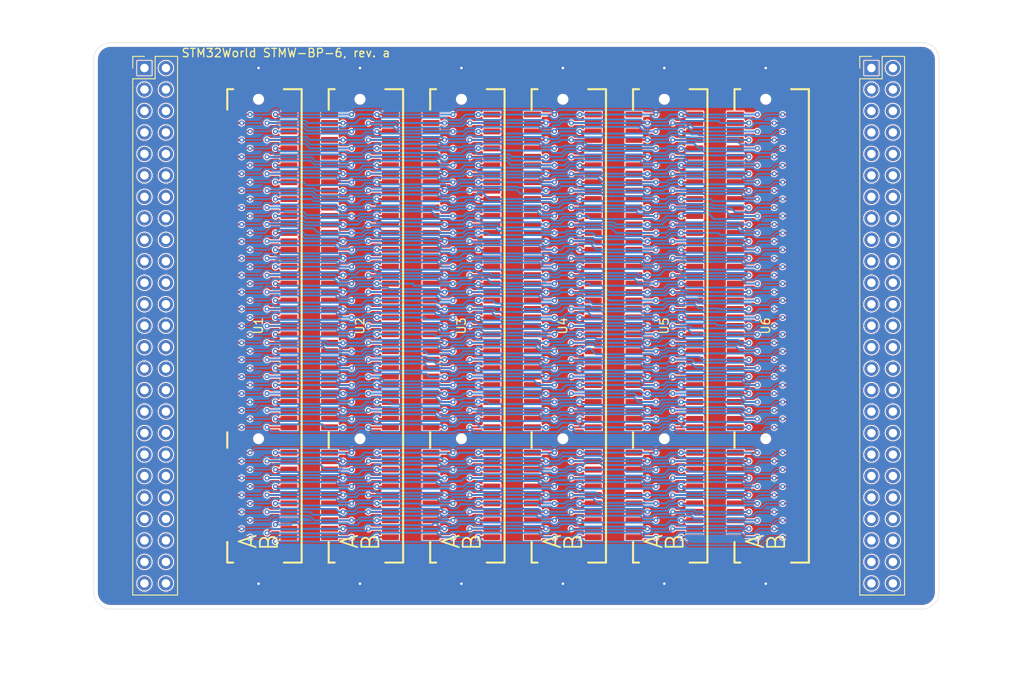
<source format=kicad_pcb>
(kicad_pcb (version 20241229) (generator "pcbnew") (generator_version "9.0")
  (layers (0 "F.Cu" signal) (2 "B.Cu" signal) (13 "F.Paste" user) (15 "B.Paste" user) (5 "F.SilkS" user "F.Silkscreen") (7 "B.SilkS" user "B.Silkscreen") (1 "F.Mask" user) (3 "B.Mask" user) (25 "Edge.Cuts" user))
  (property "AUTHOR" "Lars Boegild Thomsen")
  (property "AUTHOR_EMAIL" "lth@stm32world.com")
  (property "COMPANY" "STM32World")
  (property "REVISION" "a")
  (property "TITLE" "STMW-BP-6")
  (net 0 "")
  (net 1 "B1")
  (net 2 "B44")
  (net 3 "A24")
  (net 4 "B4")
  (net 5 "A30")
  (net 6 "B6")
  (net 7 "A23")
  (net 8 "A35")
  (net 9 "B43")
  (net 10 "B29")
  (net 11 "B40")
  (net 12 "A45")
  (net 13 "B12")
  (net 14 "B9")
  (net 15 "A41")
  (net 16 "B20")
  (net 17 "A49")
  (net 18 "A5")
  (net 19 "A25")
  (net 20 "A28")
  (net 21 "A6")
  (net 22 "A44")
  (net 23 "A4")
  (net 24 "A46")
  (net 25 "A39")
  (net 26 "B41")
  (net 27 "A11")
  (net 28 "A31")
  (net 29 "B18")
  (net 30 "B3")
  (net 31 "B24")
  (net 32 "B23")
  (net 33 "A15")
  (net 34 "B32")
  (net 35 "B42")
  (net 36 "A8")
  (net 37 "B35")
  (net 38 "A48")
  (net 39 "A9")
  (net 40 "A17")
  (net 41 "B28")
  (net 42 "B19")
  (net 43 "B5")
  (net 44 "B48")
  (net 45 "A7")
  (net 46 "B2")
  (net 47 "GND")
  (net 48 "B46")
  (net 49 "B36")
  (net 50 "A13")
  (net 51 "B39")
  (net 52 "A37")
  (net 53 "A22")
  (net 54 "B34")
  (net 55 "B8")
  (net 56 "A42")
  (net 57 "B15")
  (net 58 "A19")
  (net 59 "B47")
  (net 60 "B11")
  (net 61 "A12")
  (net 62 "A27")
  (net 63 "A47")
  (net 64 "B38")
  (net 65 "A33")
  (net 66 "B33")
  (net 67 "A32")
  (net 68 "B30")
  (net 69 "B17")
  (net 70 "A21")
  (net 71 "B22")
  (net 72 "B7")
  (net 73 "B21")
  (net 74 "B37")
  (net 75 "A38")
  (net 76 "A1")
  (net 77 "B16")
  (net 78 "A18")
  (net 79 "B45")
  (net 80 "A10")
  (net 81 "B49")
  (net 82 "A43")
  (net 83 "B10")
  (net 84 "A34")
  (net 85 "A26")
  (net 86 "B27")
  (net 87 "A16")
  (net 88 "A29")
  (net 89 "B14")
  (net 90 "B31")
  (net 91 "A40")
  (net 92 "B25")
  (net 93 "B13")
  (net 94 "A2")
  (net 95 "A14")
  (net 96 "B26")
  (net 97 "A20")
  (net 98 "A36")
  (net 99 "A3")
  (footprint "stm32world:CONN-SMD_98P-P1.00-V_3133" (layer "F.Cu") (at 169.5 73.5 90)
    (property "Reference" "U6")
    (property "Value" "X1611WVS-98-9TV01")
  )
  (footprint "stm32world:CONN-SMD_98P-P1.00-V_3133" (layer "F.Cu") (at 133.5 73.5 90)
    (property "Reference" "U3")
    (property "Value" "X1611WVS-98-9TV01")
  )
  (footprint "stm32world:CONN-SMD_98P-P1.00-V_3133" (layer "F.Cu") (at 157.5 73.5 90)
    (property "Reference" "U5")
    (property "Value" "X1611WVS-98-9TV01")
  )
  (footprint "stm32world:CONN-SMD_98P-P1.00-V_3133" (layer "F.Cu") (at 109.5 73.5 90)
    (property "Reference" "U1")
    (property "Value" "X1611WVS-98-9TV01")
  )
  (footprint "Connector_PinHeader_2.54mm:PinHeader_2x25_P2.54mm_Vertical" (layer "F.Cu") (at 182 43)
    (property "Reference" "J2" (hide yes))
    (property "Value" "Conn_02x25_Odd_Even" (hide yes))
  )
  (footprint "stm32world:CONN-SMD_98P-P1.00-V_3133" (layer "F.Cu") (at 121.5 73.5 90)
    (property "Reference" "U2")
    (property "Value" "X1611WVS-98-9TV01")
  )
  (footprint "stm32world:CONN-SMD_98P-P1.00-V_3133" (layer "F.Cu") (at 145.5 73.5 90)
    (property "Reference" "U4")
    (property "Value" "X1611WVS-98-9TV01")
  )
  (footprint "Connector_PinHeader_2.54mm:PinHeader_2x25_P2.54mm_Vertical" (layer "F.Cu") (at 96 43)
    (property "Reference" "J1" (hide yes))
    (property "Value" "Conn_02x25_Odd_Even" (hide yes))
  )
  (gr_line (start 92 40) (end 188 40) (stroke (width 0.05)) (layer "Edge.Cuts"))
  (gr_arc (start 188 40) (mid 189.414214 40.585786) (end 190 42) (stroke (width 0.05)) (layer "Edge.Cuts"))
  (gr_line (start 190 42) (end 190 105) (stroke (width 0.05)) (layer "Edge.Cuts"))
  (gr_line (start 188 107) (end 92 107) (stroke (width 0.05)) (layer "Edge.Cuts"))
  (gr_arc (start 90 42) (mid 90.585786 40.585786) (end 92 40) (stroke (width 0.05)) (layer "Edge.Cuts"))
  (gr_arc (start 190 105) (mid 189.414214 106.414214) (end 188 107) (stroke (width 0.05)) (layer "Edge.Cuts"))
  (gr_line (start 90 105) (end 90 42) (stroke (width 0.05)) (layer "Edge.Cuts"))
  (gr_arc (start 92 107) (mid 90.585786 106.414214) (end 90 105) (stroke (width 0.05)) (layer "Edge.Cuts"))
  (gr_text "${COMPANY} ${TITLE}, rev. ${REVISION}" (at 100.3 41.8 0) (layer "F.SilkS") (effects (font (size 1 1) (thickness 0.15) (bold yes)) (justify left bottom)))
  (segment (start 137.1 98.5) (end 135.5 98.5) (width 0.2286) (layer "F.Cu") (net 1))
  (segment (start 149.1 98.5) (end 147.5 98.5) (width 0.2286) (layer "F.Cu") (net 1))
  (segment (start 112 98.5) (end 111.5 99) (width 0.2286) (layer "F.Cu") (net 1))
  (segment (start 161.1 98.5) (end 159.5 98.5) (width 0.2286) (layer "F.Cu") (net 1))
  (segment (start 125.1 98.5) (end 123.5 98.5) (width 0.2286) (layer "F.Cu") (net 1))
  (segment (start 113.1 98.5) (end 112 98.5) (width 0.2286) (layer "F.Cu") (net 1))
  (segment (start 173.1 98.5) (end 171.5 98.5) (width 0.2286) (layer "F.Cu") (net 1))
  (via (at 135.5 98.5) (size 0.6) (drill 0.3) (layers "F.Cu" "B.Cu") (net 1))
  (via (at 159.5 98.5) (size 0.6) (drill 0.3) (layers "F.Cu" "B.Cu") (net 1))
  (via (at 171.5 98.5) (size 0.6) (drill 0.3) (layers "F.Cu" "B.Cu") (net 1))
  (via (at 123.5 98.5) (size 0.6) (drill 0.3) (layers "F.Cu" "B.Cu") (net 1))
  (via (at 147.5 98.5) (size 0.6) (drill 0.3) (layers "F.Cu" "B.Cu") (net 1))
  (via (at 111.5 99) (size 0.6) (drill 0.3) (layers "F.Cu" "B.Cu") (net 1))
  (segment (start 146.9577 99.0423) (end 147.5 98.5) (width 0.2286) (layer "B.Cu") (net 1))
  (segment (start 147.5 98.5) (end 148.0423 99.0423) (width 0.2286) (layer "B.Cu") (net 1))
  (segment (start 135.5 98.5) (end 136.0423 99.0423) (width 0.2286) (layer "B.Cu") (net 1))
  (segment (start 134.9577 99.0423) (end 135.5 98.5) (width 0.2286) (layer "B.Cu") (net 1))
  (segment (start 158.9577 99.0423) (end 159.5 98.5) (width 0.2286) (layer "B.Cu") (net 1))
  (segment (start 111.5 99) (end 115.9577 99) (width 0.2286) (layer "B.Cu") (net 1))
  (segment (start 169.79 98.5) (end 168.83 99.46) (width 0.2286) (layer "B.Cu") (net 1))
  (segment (start 115.9577 99) (end 116 99.0423) (width 0.2286) (layer "B.Cu") (net 1))
  (segment (start 122.9577 99.0423) (end 123.5 98.5) (width 0.2286) (layer "B.Cu") (net 1))
  (segment (start 148.0423 99.0423) (end 158.9577 99.0423) (width 0.2286) (layer "B.Cu") (net 1))
  (segment (start 171.5 98.5) (end 169.79 98.5) (width 0.2286) (layer "B.Cu") (net 1))
  (segment (start 136.0423 99.0423) (end 146.9577 99.0423) (width 0.2286) (layer "B.Cu") (net 1))
  (segment (start 124.0423 99.0423) (end 134.9577 99.0423) (width 0.2286) (layer "B.Cu") (net 1))
  (segment (start 116 99.0423) (end 122.9577 99.0423) (width 0.2286) (layer "B.Cu") (net 1))
  (segment (start 160.46 99.46) (end 168.83 99.46) (width 0.2286) (layer "B.Cu") (net 1))
  (segment (start 123.5 98.5) (end 124.0423 99.0423) (width 0.2286) (layer "B.Cu") (net 1))
  (segment (start 159.5 98.5) (end 160.46 99.46) (width 0.2286) (layer "B.Cu") (net 1))
  (segment (start 173.1 53.5) (end 170.5 53.5) (width 0.2286) (layer "F.Cu") (net 2))
  (segment (start 161.1 53.5) (end 158.5 53.5) (width 0.2286) (layer "F.Cu") (net 2))
  (segment (start 137.1 53.5) (end 134.5 53.5) (width 0.2286) (layer "F.Cu") (net 2))
  (segment (start 149.1 53.5) (end 146.5 53.5) (width 0.2286) (layer "F.Cu") (net 2))
  (segment (start 113.1 53.5) (end 110.5 53.5) (width 0.2286) (layer "F.Cu") (net 2))
  (segment (start 125.1 53.5) (end 122.5 53.5) (width 0.2286) (layer "F.Cu") (net 2))
  (via (at 110.5 53.5) (size 0.6) (drill 0.3) (layers "F.Cu" "B.Cu") (net 2))
  (via (at 158.5 53.5) (size 0.6) (drill 0.3) (layers "F.Cu" "B.Cu") (net 2))
  (via (at 170.5 53.5) (size 0.6) (drill 0.3) (layers "F.Cu" "B.Cu") (net 2))
  (via (at 134.5 53.5) (size 0.6) (drill 0.3) (layers "F.Cu" "B.Cu") (net 2))
  (via (at 122.5 53.5) (size 0.6) (drill 0.3) (layers "F.Cu" "B.Cu") (net 2))
  (via (at 146.5 53.5) (size 0.6) (drill 0.3) (layers "F.Cu" "B.Cu") (net 2))
  (segment (start 120.399871 53.8332) (end 122.1668 53.8332) (width 0.2286) (layer "B.Cu") (net 2))
  (segment (start 143.166536 53.933465) (end 143.275371 54.0423) (width 0.2286) (layer "B.Cu") (net 2))
  (segment (start 147.141377 53.5888) (end 154.794588 53.5888) (width 0.2286) (layer "B.Cu") (net 2))
  (segment (start 134.245499 53.754501) (end 134.5 53.5) (width 0.2286) (layer "B.Cu") (net 2))
  (segment (start 158.5444 53.5444) (end 159.814223 53.5444) (width 0.2286) (layer "B.Cu") (net 2))
  (segment (start 116.240886 54.0423) (end 120.190771 54.0423) (width 0.2286) (layer "B.Cu") (net 2))
  (segment (start 131.275371 54.0423) (end 131.724629 54.0423) (width 0.2286) (layer "B.Cu") (net 2))
  (segment (start 120.190771 54.0423) (end 120.399871 53.8332) (width 0.2286) (layer "B.Cu") (net 2))
  (segment (start 160.313123 54.0433) (end 168.1567 54.0433) (width 0.2286) (layer "B.Cu") (net 2))
  (segment (start 156.402 53.7535) (end 158.2465 53.7535) (width 0.2286) (layer "B.Cu") (net 2))
  (segment (start 168.1567 54.0433) (end 168.7 53.5) (width 0.2286) (layer "B.Cu") (net 2))
  (segment (start 111.2688 53.5688) (end 115.767386 53.5688) (width 0.2286) (layer "B.Cu") (net 2))
  (segment (start 158.2465 53.7535) (end 158.5 53.5) (width 0.2286) (layer "B.Cu") (net 2))
  (segment (start 139.004994 53.6021) (end 139.336359 53.933465) (width 0.2286) (layer "B.Cu") (net 2))
  (segment (start 156.1132 54.0423) (end 156.402 53.7535) (width 0.2286) (layer "B.Cu") (net 2))
  (segment (start 110.5 53.5) (end 111.2 53.5) (width 0.2286) (layer "B.Cu") (net 2))
  (segment (start 158.5 53.5) (end 158.5444 53.5444) (width 0.2286) (layer "B.Cu") (net 2))
  (segment (start 130.598586 53.5) (end 130.888386 53.7898) (width 0.2286) (layer "B.Cu") (net 2))
  (segment (start 131.022871 53.7898) (end 131.275371 54.0423) (width 0.2286) (layer "B.Cu") (net 2))
  (segment (start 154.794588 53.5888) (end 155.248088 54.0423) (width 0.2286) (layer "B.Cu") (net 2))
  (segment (start 146.191318 53.5) (end 146.5 53.5) (width 0.2286) (layer "B.Cu") (net 2))
  (segment (start 147.128077 53.6021) (end 147.141377 53.5888) (width 0.2286) (layer "B.Cu") (net 2))
  (segment (start 144.333071 53.9) (end 145.791318 53.9) (width 0.2286) (layer "B.Cu") (net 2))
  (segment (start 146.6021 53.6021) (end 147.128077 53.6021) (width 0.2286) (layer "B.Cu") (net 2))
  (segment (start 131.724629 54.0423) (end 132.012428 53.754501) (width 0.2286) (layer "B.Cu") (net 2))
  (segment (start 134.5 53.5) (end 134.6021 53.6021) (width 0.2286) (layer "B.Cu") (net 2))
  (segment (start 145.791318 53.9) (end 146.191318 53.5) (width 0.2286) (layer "B.Cu") (net 2))
  (segment (start 155.248088 54.0423) (end 156.1132 54.0423) (width 0.2286) (layer "B.Cu") (net 2))
  (segment (start 115.767386 53.5688) (end 116.240886 54.0423) (width 0.2286) (layer "B.Cu") (net 2))
  (segment (start 134.6021 53.6021) (end 139.004994 53.6021) (width 0.2286) (layer "B.Cu") (net 2))
  (segment (start 139.336359 53.933465) (end 143.166536 53.933465) (width 0.2286) (layer "B.Cu") (net 2))
  (segment (start 122.5 53.5) (end 130.598586 53.5) (width 0.2286) (layer "B.Cu") (net 2))
  (segment (start 111.2 53.5) (end 111.2688 53.5688) (width 0.2286) (layer "B.Cu") (net 2))
  (segment (start 132.012428 53.754501) (end 134.245499 53.754501) (width 0.2286) (layer "B.Cu") (net 2))
  (segment (start 146.5 53.5) (end 146.6021 53.6021) (width 0.2286) (layer "B.Cu") (net 2))
  (segment (start 144.190771 54.0423) (end 144.333071 53.9) (width 0.2286) (layer "B.Cu") (net 2))
  (segment (start 130.888386 53.7898) (end 131.022871 53.7898) (width 0.2286) (layer "B.Cu") (net 2))
  (segment (start 122.1668 53.8332) (end 122.5 53.5) (width 0.2286) (layer "B.Cu") (net 2))
  (segment (start 168.7 53.5) (end 170.5 53.5) (width 0.2286) (layer "B.Cu") (net 2))
  (segment (start 143.275371 54.0423) (end 144.190771 54.0423) (width 0.2286) (layer "B.Cu") (net 2))
  (segment (start 159.814223 53.5444) (end 160.313123 54.0433) (width 0.2286) (layer "B.Cu") (net 2))
  (segment (start 165.9 73.5) (end 167.5 73.5) (width 0.2286) (layer "F.Cu") (net 3))
  (segment (start 117.9 73.5) (end 119.5 73.5) (width 0.2286) (layer "F.Cu") (net 3))
  (segment (start 141.9 73.5) (end 143.5 73.5) (width 0.2286) (layer "F.Cu") (net 3))
  (segment (start 129.9 73.5) (end 131.5 73.5) (width 0.2286) (layer "F.Cu") (net 3))
  (segment (start 153.9 73.5) (end 155.5 73.5) (width 0.2286) (layer "F.Cu") (net 3))
  (segment (start 105.9 73.5) (end 107.5 73.5) (width 0.2286) (layer "F.Cu") (net 3))
  (via (at 107.5 73.5) (size 0.6) (drill 0.3) (layers "F.Cu" "B.Cu") (net 3))
  (via (at 155.5 73.5) (size 0.6) (drill 0.3) (layers "F.Cu" "B.Cu") (net 3))
  (via (at 167.5 73.5) (size 0.6) (drill 0.3) (layers "F.Cu" "B.Cu") (net 3))
  (via (at 131.5 73.5) (size 0.6) (drill 0.3) (layers "F.Cu" "B.Cu") (net 3))
  (via (at 119.5 73.5) (size 0.6) (drill 0.3) (layers "F.Cu" "B.Cu") (net 3))
  (via (at 143.5 73.5) (size 0.6) (drill 0.3) (layers "F.Cu" "B.Cu") (net 3))
  (segment (start 136.082288 73.2465) (end 136.090188 73.2544) (width 0.2286) (layer "B.Cu") (net 3))
  (segment (start 167.4332 73.4332) (end 167.5 73.5) (width 0.2286) (layer "B.Cu") (net 3))
  (segment (start 107.5 73.5) (end 108.4 73.5) (width 0.2286) (layer "B.Cu") (net 3))
  (segment (start 155.1444 73.1444) (end 155.5 73.5) (width 0.2286) (layer "B.Cu") (net 3))
  (segment (start 145.057623 73.2122) (end 145.789215 73.2122) (width 0.2286) (layer "B.Cu") (net 3))
  (segment (start 123.2444 73.1444) (end 131.1444 73.1444) (width 0.2286) (layer "B.Cu") (net 3))
  (segment (start 146.147295 72.85412) (end 147.053326 72.85412) (width 0.2286) (layer "B.Cu") (net 3))
  (segment (start 155.5 73.5) (end 156.758247 73.5) (width 0.2286) (layer "B.Cu") (net 3))
  (segment (start 135.1577 72.9577) (end 135.4465 73.2465) (width 0.2286) (layer "B.Cu") (net 3))
  (segment (start 122.901 72.801) (end 123.2444 73.1444) (width 0.2286) (layer "B.Cu") (net 3))
  (segment (start 111.377471 73.1444) (end 119.007294 73.1444) (width 0.2286) (layer "B.Cu") (net 3))
  (segment (start 156.825047 73.4332) (end 157.799871 73.4332) (width 0.2286) (layer "B.Cu") (net 3))
  (segment (start 156.758247 73.5) (end 156.825047 73.4332) (width 0.2286) (layer "B.Cu") (net 3))
  (segment (start 159.696906 73.1998) (end 159.709306 73.2122) (width 0.2286) (layer "B.Cu") (net 3))
  (segment (start 143.5 73.5) (end 143.6021 73.3979) (width 0.2286) (layer "B.Cu") (net 3))
  (segment (start 159.709306 73.2122) (end 163.548694 73.2122) (width 0.2286) (layer "B.Cu") (net 3))
  (segment (start 157.799871 73.4332) (end 158.275371 72.9577) (width 0.2286) (layer "B.Cu") (net 3))
  (segment (start 135.4465 73.2465) (end 136.082288 73.2465) (width 0.2286) (layer "B.Cu") (net 3))
  (segment (start 122.433485 72.801) (end 122.901 72.801) (width 0.2286) (layer "B.Cu") (net 3))
  (segment (start 131.5 73.5) (end 131.5668 73.4332) (width 0.2286) (layer "B.Cu") (net 3))
  (segment (start 147.053326 72.85412) (end 147.343606 73.1444) (width 0.2286) (layer "B.Cu") (net 3))
  (segment (start 159.432871 73.1998) (end 159.696906 73.1998) (width 0.2286) (layer "B.Cu") (net 3))
  (segment (start 134.275371 72.9577) (end 135.1577 72.9577) (width 0.2286) (layer "B.Cu") (net 3))
  (segment (start 133.125224 73.4332) (end 133.230824 73.3276) (width 0.2286) (layer "B.Cu") (net 3))
  (segment (start 131.5668 73.4332) (end 133.125224 73.4332) (width 0.2286) (layer "B.Cu") (net 3))
  (segment (start 133.230824 73.3276) (end 133.905471 73.3276) (width 0.2286) (layer "B.Cu") (net 3))
  (segment (start 121.057623 73.2122) (end 122.022285 73.2122) (width 0.2286) (layer "B.Cu") (net 3))
  (segment (start 119.6021 73.3979) (end 120.871923 73.3979) (width 0.2286) (layer "B.Cu") (net 3))
  (segment (start 143.6021 73.3979) (end 144.871923 73.3979) (width 0.2286) (layer "B.Cu") (net 3))
  (segment (start 145.789215 73.2122) (end 146.147295 72.85412) (width 0.2286) (layer "B.Cu") (net 3))
  (segment (start 120.871923 73.3979) (end 121.057623 73.2122) (width 0.2286) (layer "B.Cu") (net 3))
  (segment (start 147.343606 73.1444) (end 155.1444 73.1444) (width 0.2286) (layer "B.Cu") (net 3))
  (segment (start 108.4 73.5) (end 108.9423 72.9577) (width 0.2286) (layer "B.Cu") (net 3))
  (segment (start 119.362894 73.5) (end 119.5 73.5) (width 0.2286) (layer "B.Cu") (net 3))
  (segment (start 142.802894 73.5) (end 143.5 73.5) (width 0.2286) (layer "B.Cu") (net 3))
  (segment (start 144.871923 73.3979) (end 145.057623 73.2122) (width 0.2286) (layer "B.Cu") (net 3))
  (segment (start 119.007294 73.1444) (end 119.362894 73.5) (width 0.2286) (layer "B.Cu") (net 3))
  (segment (start 111.190771 72.9577) (end 111.377471 73.1444) (width 0.2286) (layer "B.Cu") (net 3))
  (segment (start 163.769694 73.4332) (end 167.4332 73.4332) (width 0.2286) (layer "B.Cu") (net 3))
  (segment (start 142.557294 73.2544) (end 142.802894 73.5) (width 0.2286) (layer "B.Cu") (net 3))
  (segment (start 136.090188 73.2544) (end 142.557294 73.2544) (width 0.2286) (layer "B.Cu") (net 3))
  (segment (start 159.190771 72.9577) (end 159.432871 73.1998) (width 0.2286) (layer "B.Cu") (net 3))
  (segment (start 119.5 73.5) (end 119.6021 73.3979) (width 0.2286) (layer "B.Cu") (net 3))
  (segment (start 158.275371 72.9577) (end 159.190771 72.9577) (width 0.2286) (layer "B.Cu") (net 3))
  (segment (start 163.548694 73.2122) (end 163.769694 73.4332) (width 0.2286) (layer "B.Cu") (net 3))
  (segment (start 133.905471 73.3276) (end 134.275371 72.9577) (width 0.2286) (layer "B.Cu") (net 3))
  (segment (start 131.1444 73.1444) (end 131.5 73.5) (width 0.2286) (layer "B.Cu") (net 3))
  (segment (start 108.9423 72.9577) (end 111.190771 72.9577) (width 0.2286) (layer "B.Cu") (net 3))
  (segment (start 122.022285 73.2122) (end 122.433485 72.801) (width 0.2286) (layer "B.Cu") (net 3))
  (segment (start 149.1 95.5) (end 146.5 95.5) (width 0.2286) (layer "F.Cu") (net 4))
  (segment (start 137.1 95.5) (end 134.5 95.5) (width 0.2286) (layer "F.Cu") (net 4))
  (segment (start 161.1 95.5) (end 158.5 95.5) (width 0.2286) (layer "F.Cu") (net 4))
  (segment (start 173.1 95.5) (end 170.5 95.5) (width 0.2286) (layer "F.Cu") (net 4))
  (segment (start 125.1 95.5) (end 122.5 95.5) (width 0.2286) (layer "F.Cu") (net 4))
  (segment (start 113.1 95.5) (end 110.5 95.5) (width 0.2286) (layer "F.Cu") (net 4))
  (via (at 110.5 95.5) (size 0.6) (drill 0.3) (layers "F.Cu" "B.Cu") (net 4))
  (via (at 122.5 95.5) (size 0.6) (drill 0.3) (layers "F.Cu" "B.Cu") (net 4))
  (via (at 134.5 95.5) (size 0.6) (drill 0.3) (layers "F.Cu" "B.Cu") (net 4))
  (via (at 170.5 95.5) (size 0.6) (drill 0.3) (layers "F.Cu" "B.Cu") (net 4))
  (via (at 158.5 95.5) (size 0.6) (drill 0.3) (layers "F.Cu" "B.Cu") (net 4))
  (via (at 146.5 95.5) (size 0.6) (drill 0.3) (layers "F.Cu" "B.Cu") (net 4))
  (segment (start 121.272717 95.5) (end 122.5 95.5) (width 0.2286) (layer "B.Cu") (net 4))
  (segment (start 161.085282 95.8566) (end 167.089671 95.8566) (width 0.2286) (layer "B.Cu") (net 4))
  (segment (start 168.41 95.5) (end 170.5 95.5) (width 0.2286) (layer "B.Cu") (net 4))
  (segment (start 143.724629 96.0423) (end 143.910329 95.8566) (width 0.2286) (layer "B.Cu") (net 4))
  (segment (start 154.733071 95.5) (end 155.275371 96.0423) (width 0.2286) (layer "B.Cu") (net 4))
  (segment (start 134.1434 95.8566) (end 134.5 95.5) (width 0.2286) (layer "B.Cu") (net 4))
  (segment (start 156.027128 96.0423) (end 156.312928 95.7565) (width 0.2286) (layer "B.Cu") (net 4))
  (segment (start 120.012429 95.7545) (end 120.742606 95.7545) (width 0.2286) (layer "B.Cu") (net 4))
  (segment (start 146.5 95.5) (end 154.733071 95.5) (width 0.2286) (layer "B.Cu") (net 4))
  (segment (start 167.089671 95.8566) (end 167.275371 96.0423) (width 0.2286) (layer "B.Cu") (net 4))
  (segment (start 155.275371 96.0423) (end 156.027128 96.0423) (width 0.2286) (layer "B.Cu") (net 4))
  (segment (start 115.959494 95.8566) (end 119.089671 95.8566) (width 0.2286) (layer "B.Cu") (net 4))
  (segment (start 146.1434 95.8566) (end 146.5 95.5) (width 0.2286) (layer "B.Cu") (net 4))
  (segment (start 115.602894 95.5) (end 115.959494 95.8566) (width 0.2286) (layer "B.Cu") (net 4))
  (segment (start 120.743606 95.7535) (end 121.019217 95.7535) (width 0.2286) (layer "B.Cu") (net 4))
  (segment (start 134.5 95.5) (end 142.447172 95.5) (width 0.2286) (layer "B.Cu") (net 4))
  (segment (start 167.8677 96.0423) (end 168.41 95.5) (width 0.2286) (layer "B.Cu") (net 4))
  (segment (start 131.724629 96.0423) (end 131.910329 95.8566) (width 0.2286) (layer "B.Cu") (net 4))
  (segment (start 130.733071 95.5) (end 131.275371 96.0423) (width 0.2286) (layer "B.Cu") (net 4))
  (segment (start 167.275371 96.0423) (end 167.8677 96.0423) (width 0.2286) (layer "B.Cu") (net 4))
  (segment (start 156.312928 95.7565) (end 158.2435 95.7565) (width 0.2286) (layer "B.Cu") (net 4))
  (segment (start 131.275371 96.0423) (end 131.724629 96.0423) (width 0.2286) (layer "B.Cu") (net 4))
  (segment (start 119.089671 95.8566) (end 119.275371 96.0423) (width 0.2286) (layer "B.Cu") (net 4))
  (segment (start 142.447172 95.5) (end 142.736972 95.7898) (width 0.2286) (layer "B.Cu") (net 4))
  (segment (start 158.6021 95.6021) (end 160.830782 95.6021) (width 0.2286) (layer "B.Cu") (net 4))
  (segment (start 131.910329 95.8566) (end 134.1434 95.8566) (width 0.2286) (layer "B.Cu") (net 4))
  (segment (start 158.2435 95.7565) (end 158.5 95.5) (width 0.2286) (layer "B.Cu") (net 4))
  (segment (start 121.019217 95.7535) (end 121.272717 95.5) (width 0.2286) (layer "B.Cu") (net 4))
  (segment (start 120.742606 95.7545) (end 120.743606 95.7535) (width 0.2286) (layer "B.Cu") (net 4))
  (segment (start 119.275371 96.0423) (end 119.724629 96.0423) (width 0.2286) (layer "B.Cu") (net 4))
  (segment (start 158.5 95.5) (end 158.6021 95.6021) (width 0.2286) (layer "B.Cu") (net 4))
  (segment (start 143.275371 96.0423) (end 143.724629 96.0423) (width 0.2286) (layer "B.Cu") (net 4))
  (segment (start 122.5 95.5) (end 130.733071 95.5) (width 0.2286) (layer "B.Cu") (net 4))
  (segment (start 143.022871 95.7898) (end 143.275371 96.0423) (width 0.2286) (layer "B.Cu") (net 4))
  (segment (start 119.724629 96.0423) (end 120.012429 95.7545) (width 0.2286) (layer "B.Cu") (net 4))
  (segment (start 143.910329 95.8566) (end 146.1434 95.8566) (width 0.2286) (layer "B.Cu") (net 4))
  (segment (start 142.736972 95.7898) (end 143.022871 95.7898) (width 0.2286) (layer "B.Cu") (net 4))
  (segment (start 160.830782 95.6021) (end 161.085282 95.8566) (width 0.2286) (layer "B.Cu") (net 4))
  (segment (start 110.5 95.5) (end 115.602894 95.5) (width 0.2286) (layer "B.Cu") (net 4))
  (segment (start 165.9 67.5) (end 167.5 67.5) (width 0.2286) (layer "F.Cu") (net 5))
  (segment (start 141.9 67.5) (end 143.5 67.5) (width 0.2286) (layer "F.Cu") (net 5))
  (segment (start 129.9 67.5) (end 131.5 67.5) (width 0.2286) (layer "F.Cu") (net 5))
  (segment (start 105.9 67.5) (end 107.5 67.5) (width 0.2286) (layer "F.Cu") (net 5))
  (segment (start 117.9 67.5) (end 119.5 67.5) (width 0.2286) (layer "F.Cu") (net 5))
  (segment (start 153.9 67.5) (end 155.5 67.5) (width 0.2286) (layer "F.Cu") (net 5))
  (via (at 107.5 67.5) (size 0.6) (drill 0.3) (layers "F.Cu" "B.Cu") (net 5))
  (via (at 143.5 67.5) (size 0.6) (drill 0.3) (layers "F.Cu" "B.Cu") (net 5))
  (via (at 155.5 67.5) (size 0.6) (drill 0.3) (layers "F.Cu" "B.Cu") (net 5))
  (via (at 131.5 67.5) (size 0.6) (drill 0.3) (layers "F.Cu" "B.Cu") (net 5))
  (via (at 167.5 67.5) (size 0.6) (drill 0.3) (layers "F.Cu" "B.Cu") (net 5))
  (via (at 119.5 67.5) (size 0.6) (drill 0.3) (layers "F.Cu" "B.Cu") (net 5))
  (segment (start 159.479571 67.2465) (end 167.2465 67.2465) (width 0.2286) (layer "B.Cu") (net 5))
  (segment (start 119.5 67.5) (end 119.6021 67.3979) (width 0.2286) (layer "B.Cu") (net 5))
  (segment (start 133.1142 67.5) (end 133.6565 66.9577) (width 0.2286) (layer "B.Cu") (net 5))
  (segment (start 147.191671 66.9586) (end 147.479571 67.2465) (width 0.2286) (layer "B.Cu") (net 5))
  (segment (start 135.190771 66.9577) (end 135.479571 67.2465) (width 0.2286) (layer "B.Cu") (net 5))
  (segment (start 147.479571 67.2465) (end 154.255182 67.2465) (width 0.2286) (layer "B.Cu") (net 5))
  (segment (start 143.6021 67.3979) (end 144.871923 67.3979) (width 0.2286) (layer "B.Cu") (net 5))
  (segment (start 119.202894 67.5) (end 119.5 67.5) (width 0.2286) (layer "B.Cu") (net 5))
  (segment (start 118.847294 67.1444) (end 119.202894 67.5) (width 0.2286) (layer "B.Cu") (net 5))
  (segment (start 154.255182 67.2465) (end 154.508682 67.5) (width 0.2286) (layer "B.Cu") (net 5))
  (segment (start 143.5 67.5) (end 143.6021 67.3979) (width 0.2286) (layer "B.Cu") (net 5))
  (segment (start 136.852288 67.2465) (end 137.105788 67.5) (width 0.2286) (layer "B.Cu") (net 5))
  (segment (start 110.9577 66.9577) (end 111.1444 67.1444) (width 0.2286) (layer "B.Cu") (net 5))
  (segment (start 109.733071 67.5) (end 110.275371 66.9577) (width 0.2286) (layer "B.Cu") (net 5))
  (segment (start 145.311223 66.9586) (end 147.191671 66.9586) (width 0.2286) (layer "B.Cu") (net 5))
  (segment (start 123.1577 66.9577) (end 123.4444 67.2444) (width 0.2286) (layer "B.Cu") (net 5))
  (segment (start 155.5 67.5) (end 156.9 67.5) (width 0.2286) (layer "B.Cu") (net 5))
  (segment (start 110.275371 66.9577) (end 110.9577 66.9577) (width 0.2286) (layer "B.Cu") (net 5))
  (segment (start 119.6021 67.3979) (end 121.0021 67.3979) (width 0.2286) (layer "B.Cu") (net 5))
  (segment (start 157.5434 66.8566) (end 159.089671 66.8566) (width 0.2286) (layer "B.Cu") (net 5))
  (segment (start 131.5 67.5) (end 133.1142 67.5) (width 0.2286) (layer "B.Cu") (net 5))
  (segment (start 154.508682 67.5) (end 155.5 67.5) (width 0.2286) (layer "B.Cu") (net 5))
  (segment (start 131.2444 67.2444) (end 131.5 67.5) (width 0.2286) (layer "B.Cu") (net 5))
  (segment (start 123.4444 67.2444) (end 131.2444 67.2444) (width 0.2286) (layer "B.Cu") (net 5))
  (segment (start 121.0021 67.3979) (end 121.4423 66.9577) (width 0.2286) (layer "B.Cu") (net 5))
  (segment (start 133.6565 66.9577) (end 135.190771 66.9577) (width 0.2286) (layer "B.Cu") (net 5))
  (segment (start 111.1444 67.1444) (end 118.847294 67.1444) (width 0.2286) (layer "B.Cu") (net 5))
  (segment (start 159.089671 66.8566) (end 159.479571 67.2465) (width 0.2286) (layer "B.Cu") (net 5))
  (segment (start 167.2465 67.2465) (end 167.5 67.5) (width 0.2286) (layer "B.Cu") (net 5))
  (segment (start 144.871923 67.3979) (end 145.311223 66.9586) (width 0.2286) (layer "B.Cu") (net 5))
  (segment (start 121.4423 66.9577) (end 123.1577 66.9577) (width 0.2286) (layer "B.Cu") (net 5))
  (segment (start 135.479571 67.2465) (end 136.852288 67.2465) (width 0.2286) (layer "B.Cu") (net 5))
  (segment (start 156.9 67.5) (end 157.5434 66.8566) (width 0.2286) (layer "B.Cu") (net 5))
  (segment (start 107.5 67.5) (end 109.733071 67.5) (width 0.2286) (layer "B.Cu") (net 5))
  (segment (start 137.105788 67.5) (end 143.5 67.5) (width 0.2286) (layer "B.Cu") (net 5))
  (segment (start 173.1 93.5) (end 170.5 93.5) (width 0.2286) (layer "F.Cu") (net 6))
  (segment (start 137.1 93.5) (end 134.5 93.5) (width 0.2286) (layer "F.Cu") (net 6))
  (segment (start 149.1 93.5) (end 146.5 93.5) (width 0.2286) (layer "F.Cu") (net 6))
  (segment (start 161.1 93.5) (end 158.5 93.5) (width 0.2286) (layer "F.Cu") (net 6))
  (segment (start 125.1 93.5) (end 122.5 93.5) (width 0.2286) (layer "F.Cu") (net 6))
  (segment (start 113.1 93.5) (end 110.5 93.5) (width 0.2286) (layer "F.Cu") (net 6))
  (via (at 110.5 93.5) (size 0.6) (drill 0.3) (layers "F.Cu" "B.Cu") (net 6))
  (via (at 134.5 93.5) (size 0.6) (drill 0.3) (layers "F.Cu" "B.Cu") (net 6))
  (via (at 170.5 93.5) (size 0.6) (drill 0.3) (layers "F.Cu" "B.Cu") (net 6))
  (via (at 146.5 93.5) (size 0.6) (drill 0.3) (layers "F.Cu" "B.Cu") (net 6))
  (via (at 158.5 93.5) (size 0.6) (drill 0.3) (layers "F.Cu" "B.Cu") (net 6))
  (via (at 122.5 93.5) (size 0.6) (drill 0.3) (layers "F.Cu" "B.Cu") (net 6))
  (segment (start 168.74 93.5) (end 170.5 93.5) (width 0.2286) (layer "B.Cu") (net 6))
  (segment (start 120.012429 93.7545) (end 121.059712 93.7545) (width 0.2286) (layer "B.Cu") (net 6))
  (segment (start 130.836171 93.6031) (end 131.275371 94.0423) (width 0.2286) (layer "B.Cu") (net 6))
  (segment (start 158.5 93.5) (end 166.733071 93.5) (width 0.2286) (layer "B.Cu") (net 6))
  (segment (start 155.089671 93.8566) (end 155.275371 94.0423) (width 0.2286) (layer "B.Cu") (net 6))
  (segment (start 122.5 93.5) (end 122.6031 93.6031) (width 0.2286) (layer "B.Cu") (net 6))
  (segment (start 143.275371 94.0423) (end 143.724629 94.0423) (width 0.2286) (layer "B.Cu") (net 6))
  (segment (start 121.415412 93.3988) (end 122.3988 93.3988) (width 0.2286) (layer "B.Cu") (net 6))
  (segment (start 156.3734 93.8566) (end 158.1434 93.8566) (width 0.2286) (layer "B.Cu") (net 6))
  (segment (start 132.4699 93.7535) (end 134.2465 93.7535) (width 0.2286) (layer "B.Cu") (net 6))
  (segment (start 134.5 93.5) (end 142.733071 93.5) (width 0.2286) (layer "B.Cu") (net 6))
  (segment (start 132.1811 94.0423) (end 132.4699 93.7535) (width 0.2286) (layer "B.Cu") (net 6))
  (segment (start 146.5 93.5) (end 146.5444 93.5444) (width 0.2286) (layer "B.Cu") (net 6))
  (segment (start 110.5 93.5) (end 118.733071 93.5) (width 0.2286) (layer "B.Cu") (net 6))
  (segment (start 156.1877 94.0423) (end 156.3734 93.8566) (width 0.2286) (layer "B.Cu") (net 6))
  (segment (start 131.275371 94.0423) (end 132.1811 94.0423) (width 0.2286) (layer "B.Cu") (net 6))
  (segment (start 119.724629 94.0423) (end 120.012429 93.7545) (width 0.2286) (layer "B.Cu") (net 6))
  (segment (start 166.733071 93.5) (end 167.275371 94.0423) (width 0.2286) (layer "B.Cu") (net 6))
  (segment (start 168.1977 94.0423) (end 168.74 93.5) (width 0.2286) (layer "B.Cu") (net 6))
  (segment (start 143.724629 94.0423) (end 143.958129 93.8088) (width 0.2286) (layer "B.Cu") (net 6))
  (segment (start 142.733071 93.5) (end 143.275371 94.0423) (width 0.2286) (layer "B.Cu") (net 6))
  (segment (start 122.3988 93.3988) (end 122.5 93.5) (width 0.2286) (layer "B.Cu") (net 6))
  (segment (start 121.059712 93.7545) (end 121.415412 93.3988) (width 0.2286) (layer "B.Cu") (net 6))
  (segment (start 118.733071 93.5) (end 119.275371 94.0423) (width 0.2286) (layer "B.Cu") (net 6))
  (segment (start 167.275371 94.0423) (end 168.1977 94.0423) (width 0.2286) (layer "B.Cu") (net 6))
  (segment (start 146.1912 93.8088) (end 146.5 93.5) (width 0.2286) (layer "B.Cu") (net 6))
  (segment (start 119.275371 94.0423) (end 119.724629 94.0423) (width 0.2286) (layer "B.Cu") (net 6))
  (segment (start 134.2465 93.7535) (end 134.5 93.5) (width 0.2286) (layer "B.Cu") (net 6))
  (segment (start 122.6031 93.6031) (end 130.836171 93.6031) (width 0.2286) (layer "B.Cu") (net 6))
  (segment (start 155.275371 94.0423) (end 156.1877 94.0423) (width 0.2286) (layer "B.Cu") (net 6))
  (segment (start 146.5444 93.5444) (end 149.217294 93.5444) (width 0.2286) (layer "B.Cu") (net 6))
  (segment (start 143.958129 93.8088) (end 146.1912 93.8088) (width 0.2286) (layer "B.Cu") (net 6))
  (segment (start 158.1434 93.8566) (end 158.5 93.5) (width 0.2286) (layer "B.Cu") (net 6))
  (segment (start 149.529494 93.8566) (end 155.089671 93.8566) (width 0.2286) (layer "B.Cu") (net 6))
  (segment (start 149.217294 93.5444) (end 149.529494 93.8566) (width 0.2286) (layer "B.Cu") (net 6))
  (segment (start 153.9 74.5) (end 156.5 74.5) (width 0.2286) (layer "F.Cu") (net 7))
  (segment (start 117.9 74.5) (end 120.5 74.5) (width 0.2286) (layer "F.Cu") (net 7))
  (segment (start 129.9 74.5) (end 132.5 74.5) (width 0.2286) (layer "F.Cu") (net 7))
  (segment (start 105.9 74.5) (end 108.5 74.5) (width 0.2286) (layer "F.Cu") (net 7))
  (segment (start 141.9 74.5) (end 144.5 74.5) (width 0.2286) (layer "F.Cu") (net 7))
  (segment (start 165.9 74.5) (end 168.5 74.5) (width 0.2286) (layer "F.Cu") (net 7))
  (via (at 144.5 74.5) (size 0.6) (drill 0.3) (layers "F.Cu" "B.Cu") (net 7))
  (via (at 108.5 74.5) (size 0.6) (drill 0.3) (layers "F.Cu" "B.Cu") (net 7))
  (via (at 120.5 74.5) (size 0.6) (drill 0.3) (layers "F.Cu" "B.Cu") (net 7))
  (via (at 132.5 74.5) (size 0.6) (drill 0.3) (layers "F.Cu" "B.Cu") (net 7))
  (via (at 156.5 74.5) (size 0.6) (drill 0.3) (layers "F.Cu" "B.Cu") (net 7))
  (via (at 168.5 74.5) (size 0.6) (drill 0.3) (layers "F.Cu" "B.Cu") (net 7))
  (segment (start 120.3979 74.3979) (end 120.5 74.5) (width 0.2286) (layer "B.Cu") (net 7))
  (segment (start 143.772894 74.5) (end 144.5 74.5) (width 0.2286) (layer "B.Cu") (net 7))
  (segment (start 123.088671 74.1444) (end 123.275371 73.9577) (width 0.2286) (layer "B.Cu") (net 7))
  (segment (start 143.670794 74.3979) (end 143.772894 74.5) (width 0.2286) (layer "B.Cu") (net 7))
  (segment (start 132.8102 74.1898) (end 135.043271 74.1898) (width 0.2286) (layer "B.Cu") (net 7))
  (segment (start 142.871882 74.3032) (end 142.966582 74.3979) (width 0.2286) (layer "B.Cu") (net 7))
  (segment (start 131.128077 74.3979) (end 132.3979 74.3979) (width 0.2286) (layer "B.Cu") (net 7))
  (segment (start 119.128077 74.3979) (end 120.3979 74.3979) (width 0.2286) (layer "B.Cu") (net 7))
  (segment (start 130.687877 73.9577) (end 131.128077 74.3979) (width 0.2286) (layer "B.Cu") (net 7))
  (segment (start 160.326294 73.9234) (end 160.801794 74.3989) (width 0.2286) (layer "B.Cu") (net 7))
  (segment (start 144.5 74.5) (end 144.7612 74.2388) (width 0.2286) (layer "B.Cu") (net 7))
  (segment (start 110.733071 74.5) (end 111.275371 73.9577) (width 0.2286) (layer "B.Cu") (net 7))
  (segment (start 159.309671 73.9234) (end 160.326294 73.9234) (width 0.2286) (layer "B.Cu") (net 7))
  (segment (start 159.088671 74.1444) (end 159.309671 73.9234) (width 0.2286) (layer "B.Cu") (net 7))
  (segment (start 122.572706 74.1444) (end 123.088671 74.1444) (width 0.2286) (layer "B.Cu") (net 7))
  (segment (start 120.5 74.5) (end 120.7535 74.2465) (width 0.2286) (layer "B.Cu") (net 7))
  (segment (start 132.5 74.5) (end 132.8102 74.1898) (width 0.2286) (layer "B.Cu") (net 7))
  (segment (start 122.470606 74.2465) (end 122.572706 74.1444) (width 0.2286) (layer "B.Cu") (net 7))
  (segment (start 157.119635 74.1444) (end 159.088671 74.1444) (width 0.2286) (layer "B.Cu") (net 7))
  (segment (start 144.7612 74.2388) (end 146.994271 74.2388) (width 0.2286) (layer "B.Cu") (net 7))
  (segment (start 146.994271 74.2388) (end 147.275371 73.9577) (width 0.2286) (layer "B.Cu") (net 7))
  (segment (start 168.3989 74.3989) (end 168.5 74.5) (width 0.2286) (layer "B.Cu") (net 7))
  (segment (start 160.801794 74.3989) (end 168.3989 74.3989) (width 0.2286) (layer "B.Cu") (net 7))
  (segment (start 155.227349 74.5) (end 156.5 74.5) (width 0.2286) (layer "B.Cu") (net 7))
  (segment (start 135.275371 73.9577) (end 135.7877 73.9577) (width 0.2286) (layer "B.Cu") (net 7))
  (segment (start 135.043271 74.1898) (end 135.275371 73.9577) (width 0.2286) (layer "B.Cu") (net 7))
  (segment (start 135.7877 73.9577) (end 136.1332 74.3032) (width 0.2286) (layer "B.Cu") (net 7))
  (segment (start 147.275371 73.9577) (end 154.685049 73.9577) (width 0.2286) (layer "B.Cu") (net 7))
  (segment (start 108.5 74.5) (end 110.733071 74.5) (width 0.2286) (layer "B.Cu") (net 7))
  (segment (start 123.275371 73.9577) (end 130.687877 73.9577) (width 0.2286) (layer "B.Cu") (net 7))
  (segment (start 156.764035 74.5) (end 157.119635 74.1444) (width 0.2286) (layer "B.Cu") (net 7))
  (segment (start 156.5 74.5) (end 156.764035 74.5) (width 0.2286) (layer "B.Cu") (net 7))
  (segment (start 120.7535 74.2465) (end 122.470606 74.2465) (width 0.2286) (layer "B.Cu") (net 7))
  (segment (start 111.275371 73.9577) (end 118.687877 73.9577) (width 0.2286) (layer "B.Cu") (net 7))
  (segment (start 154.685049 73.9577) (end 155.227349 74.5) (width 0.2286) (layer "B.Cu") (net 7))
  (segment (start 132.3979 74.3979) (end 132.5 74.5) (width 0.2286) (layer "B.Cu") (net 7))
  (segment (start 142.966582 74.3979) (end 143.670794 74.3979) (width 0.2286) (layer "B.Cu") (net 7))
  (segment (start 118.687877 73.9577) (end 119.128077 74.3979) (width 0.2286) (layer "B.Cu") (net 7))
  (segment (start 136.1332 74.3032) (end 142.871882 74.3032) (width 0.2286) (layer "B.Cu") (net 7))
  (segment (start 141.9 62.5) (end 144.5 62.5) (width 0.2286) (layer "F.Cu") (net 8))
  (segment (start 129.9 62.5) (end 132.5 62.5) (width 0.2286) (layer "F.Cu") (net 8))
  (segment (start 153.9 62.5) (end 156.5 62.5) (width 0.2286) (layer "F.Cu") (net 8))
  (segment (start 165.9 62.5) (end 168.5 62.5) (width 0.2286) (layer "F.Cu") (net 8))
  (segment (start 105.9 62.5) (end 108.5 62.5) (width 0.2286) (layer "F.Cu") (net 8))
  (segment (start 117.9 62.5) (end 120.5 62.5) (width 0.2286) (layer "F.Cu") (net 8))
  (via (at 168.5 62.5) (size 0.6) (drill 0.3) (layers "F.Cu" "B.Cu") (net 8))
  (via (at 120.5 62.5) (size 0.6) (drill 0.3) (layers "F.Cu" "B.Cu") (net 8))
  (via (at 132.5 62.5) (size 0.6) (drill 0.3) (layers "F.Cu" "B.Cu") (net 8))
  (via (at 108.5 62.5) (size 0.6) (drill 0.3) (layers "F.Cu" "B.Cu") (net 8))
  (via (at 144.5 62.5) (size 0.6) (drill 0.3) (layers "F.Cu" "B.Cu") (net 8))
  (via (at 156.5 62.5) (size 0.6) (drill 0.3) (layers "F.Cu" "B.Cu") (net 8))
  (segment (start 135.144271 62.0888) (end 135.275371 61.9577) (width 0.2286) (layer "B.Cu") (net 8))
  (segment (start 143.128077 62.3979) (end 144.3979 62.3979) (width 0.2286) (layer "B.Cu") (net 8))
  (segment (start 151.808682 62.5) (end 156.5 62.5) (width 0.2286) (layer "B.Cu") (net 8))
  (segment (start 137.5577 61.9577) (end 137.8444 62.2444) (width 0.2286) (layer "B.Cu") (net 8))
  (segment (start 159.274371 61.9587) (end 166.157286 61.9587) (width 0.2286) (layer "B.Cu") (net 8))
  (segment (start 119.141882 62.4332) (end 119.208682 62.5) (width 0.2286) (layer "B.Cu") (net 8))
  (segment (start 123.274371 61.9587) (end 123.757285 61.9587) (width 0.2286) (layer "B.Cu") (net 8))
  (segment (start 132.5 62.5) (end 133.694212 62.5) (width 0.2286) (layer "B.Cu") (net 8))
  (segment (start 142.974577 62.2444) (end 143.128077 62.3979) (width 0.2286) (layer "B.Cu") (net 8))
  (segment (start 158.105412 62.0888) (end 159.144271 62.0888) (width 0.2286) (layer "B.Cu") (net 8))
  (segment (start 116 61.9587) (end 116.4745 62.4332) (width 0.2286) (layer "B.Cu") (net 8))
  (segment (start 131.110162 62.5) (end 132.5 62.5) (width 0.2286) (layer "B.Cu") (net 8))
  (segment (start 144.5 62.5) (end 144.5556 62.4444) (width 0.2286) (layer "B.Cu") (net 8))
  (segment (start 121.727283 62.5) (end 122.082883 62.1444) (width 0.2286) (layer "B.Cu") (net 8))
  (segment (start 120.5 62.5) (end 121.727283 62.5) (width 0.2286) (layer "B.Cu") (net 8))
  (segment (start 119.208682 62.5) (end 120.5 62.5) (width 0.2286) (layer "B.Cu") (net 8))
  (segment (start 114.589176 61.7776) (end 114.770276 61.9587) (width 0.2286) (layer "B.Cu") (net 8))
  (segment (start 123.088671 62.1444) (end 123.274371 61.9587) (width 0.2286) (layer "B.Cu") (net 8))
  (segment (start 166.157286 61.9587) (end 166.597486 62.3989) (width 0.2286) (layer "B.Cu") (net 8))
  (segment (start 114.770276 61.9587) (end 116 61.9587) (width 0.2286) (layer "B.Cu") (net 8))
  (segment (start 156.5 62.5) (end 157.694212 62.5) (width 0.2286) (layer "B.Cu") (net 8))
  (segment (start 124.176185 62.3776) (end 130.987762 62.3776) (width 0.2286) (layer "B.Cu") (net 8))
  (segment (start 110.322529 62.4444) (end 110.989329 61.7776) (width 0.2286) (layer "B.Cu") (net 8))
  (segment (start 159.144271 62.0888) (end 159.274371 61.9587) (width 0.2286) (layer "B.Cu") (net 8))
  (segment (start 134.105412 62.0888) (end 135.144271 62.0888) (width 0.2286) (layer "B.Cu") (net 8))
  (segment (start 151.266382 61.9577) (end 151.808682 62.5) (width 0.2286) (layer "B.Cu") (net 8))
  (segment (start 116.4745 62.4332) (end 119.141882 62.4332) (width 0.2286) (layer "B.Cu") (net 8))
  (segment (start 123.757285 61.9587) (end 124.176185 62.3776) (width 0.2286) (layer "B.Cu") (net 8))
  (segment (start 168.3989 62.3989) (end 168.5 62.5) (width 0.2286) (layer "B.Cu") (net 8))
  (segment (start 147.275371 61.9577) (end 151.266382 61.9577) (width 0.2286) (layer "B.Cu") (net 8))
  (segment (start 144.5556 62.4444) (end 145.782883 62.4444) (width 0.2286) (layer "B.Cu") (net 8))
  (segment (start 110.197106 62.5) (end 110.252706 62.4444) (width 0.2286) (layer "B.Cu") (net 8))
  (segment (start 144.3979 62.3979) (end 144.5 62.5) (width 0.2286) (layer "B.Cu") (net 8))
  (segment (start 137.8444 62.2444) (end 142.974577 62.2444) (width 0.2286) (layer "B.Cu") (net 8))
  (segment (start 157.694212 62.5) (end 158.105412 62.0888) (width 0.2286) (layer "B.Cu") (net 8))
  (segment (start 110.989329 61.7776) (end 114.589176 61.7776) (width 0.2286) (layer "B.Cu") (net 8))
  (segment (start 146.985571 62.2475) (end 147.275371 61.9577) (width 0.2286) (layer "B.Cu") (net 8))
  (segment (start 108.5 62.5) (end 110.197106 62.5) (width 0.2286) (layer "B.Cu") (net 8))
  (segment (start 122.082883 62.1444) (end 123.088671 62.1444) (width 0.2286) (layer "B.Cu") (net 8))
  (segment (start 110.252706 62.4444) (end 110.322529 62.4444) (width 0.2286) (layer "B.Cu") (net 8))
  (segment (start 145.782883 62.4444) (end 145.979783 62.2475) (width 0.2286) (layer "B.Cu") (net 8))
  (segment (start 133.694212 62.5) (end 134.105412 62.0888) (width 0.2286) (layer "B.Cu") (net 8))
  (segment (start 130.987762 62.3776) (end 131.110162 62.5) (width 0.2286) (layer "B.Cu") (net 8))
  (segment (start 145.979783 62.2475) (end 146.985571 62.2475) (width 0.2286) (layer "B.Cu") (net 8))
  (segment (start 166.597486 62.3989) (end 168.3989 62.3989) (width 0.2286) (layer "B.Cu") (net 8))
  (segment (start 135.275371 61.9577) (end 137.5577 61.9577) (width 0.2286) (layer "B.Cu") (net 8))
  (segment (start 161.1 54.5) (end 159.5 54.5) (width 0.2286) (layer "F.Cu") (net 9))
  (segment (start 173.1 54.5) (end 171.5 54.5) (width 0.2286) (layer "F.Cu") (net 9))
  (segment (start 113.1 54.5) (end 111.5 54.5) (width 0.2286) (layer "F.Cu") (net 9))
  (segment (start 137.1 54.5) (end 135.5 54.5) (width 0.2286) (layer "F.Cu") (net 9))
  (segment (start 125.1 54.5) (end 123.5 54.5) (width 0.2286) (layer "F.Cu") (net 9))
  (segment (start 149.1 54.5) (end 147.5 54.5) (width 0.2286) (layer "F.Cu") (net 9))
  (via (at 159.5 54.5) (size 0.6) (drill 0.3) (layers "F.Cu" "B.Cu") (net 9))
  (via (at 123.5 54.5) (size 0.6) (drill 0.3) (layers "F.Cu" "B.Cu") (net 9))
  (via (at 147.5 54.5) (size 0.6) (drill 0.3) (layers "F.Cu" "B.Cu") (net 9))
  (via (at 171.5 54.5) (size 0.6) (drill 0.3) (layers "F.Cu" "B.Cu") (net 9))
  (via (at 111.5 54.5) (size 0.6) (drill 0.3) (layers "F.Cu" "B.Cu") (net 9))
  (via (at 135.5 54.5) (size 0.6) (drill 0.3) (layers "F.Cu" "B.Cu") (net 9))
  (segment (start 155.987571 54.7545) (end 156.275371 55.0423) (width 0.2286) (layer "B.Cu") (net 9))
  (segment (start 147.7545 54.7545) (end 155.987571 54.7545) (width 0.2286) (layer "B.Cu") (net 9))
  (segment (start 147.5 54.5) (end 147.7545 54.7545) (width 0.2286) (layer "B.Cu") (net 9))
  (segment (start 131.752086 54.7535) (end 132.040886 55.0423) (width 0.2286) (layer "B.Cu") (net 9))
  (segment (start 123.4556 54.5444) (end 123.5 54.5) (width 0.2286) (layer "B.Cu") (net 9))
  (segment (start 156.275371 55.0423) (end 157.687877 55.0423) (width 0.2286) (layer "B.Cu") (net 9))
  (segment (start 144.089671 54.8566) (end 144.275371 55.0423) (width 0.2286) (layer "B.Cu") (net 9))
  (segment (start 170.7 54.5) (end 171.5 54.5) (width 0.2286) (layer "B.Cu") (net 9))
  (segment (start 159.5 54.5) (end 159.7545 54.7545) (width 0.2286) (layer "B.Cu") (net 9))
  (segment (start 145.687877 55.0423) (end 146.284777 54.4454) (width 0.2286) (layer "B.Cu") (net 9))
  (segment (start 170.1577 55.0423) (end 170.7 54.5) (width 0.2286) (layer "B.Cu") (net 9))
  (segment (start 120.275371 55.0423) (end 121.354806 55.0423) (width 0.2286) (layer "B.Cu") (net 9))
  (segment (start 121.852706 54.5444) (end 123.4556 54.5444) (width 0.2286) (layer "B.Cu") (net 9))
  (segment (start 132.040886 55.0423) (end 133.3577 55.0423) (width 0.2286) (layer "B.Cu") (net 9))
  (segment (start 119.987571 54.7545) (end 120.275371 55.0423) (width 0.2286) (layer "B.Cu") (net 9))
  (segment (start 133.3577 55.0423) (end 133.9 54.5) (width 0.2286) (layer "B.Cu") (net 9))
  (segment (start 123.7535 54.7535) (end 131.752086 54.7535) (width 0.2286) (layer "B.Cu") (net 9))
  (segment (start 167.987571 54.7545) (end 168.275371 55.0423) (width 0.2286) (layer "B.Cu") (net 9))
  (segment (start 158.184777 54.5454) (end 159.4546 54.5454) (width 0.2286) (layer "B.Cu") (net 9))
  (segment (start 135.5 54.5) (end 135.7888 54.7888) (width 0.2286) (layer "B.Cu") (net 9))
  (segment (start 133.9 54.5) (end 135.5 54.5) (width 0.2286) (layer "B.Cu") (net 9))
  (segment (start 147.4454 54.4454) (end 147.5 54.5) (width 0.2286) (layer "B.Cu") (net 9))
  (segment (start 111.7545 54.7545) (end 119.987571 54.7545) (width 0.2286) (layer "B.Cu") (net 9))
  (segment (start 135.7888 54.7888) (end 142.794588 54.7888) (width 0.2286) (layer "B.Cu") (net 9))
  (segment (start 111.5 54.5) (end 111.7545 54.7545) (width 0.2286) (layer "B.Cu") (net 9))
  (segment (start 157.687877 55.0423) (end 158.184777 54.5454) (width 0.2286) (layer "B.Cu") (net 9))
  (segment (start 142.862388 54.8566) (end 144.089671 54.8566) (width 0.2286) (layer "B.Cu") (net 9))
  (segment (start 168.275371 55.0423) (end 170.1577 55.0423) (width 0.2286) (layer "B.Cu") (net 9))
  (segment (start 146.284777 54.4454) (end 147.4454 54.4454) (width 0.2286) (layer "B.Cu") (net 9))
  (segment (start 123.5 54.5) (end 123.7535 54.7535) (width 0.2286) (layer "B.Cu") (net 9))
  (segment (start 159.4546 54.5454) (end 159.5 54.5) (width 0.2286) (layer "B.Cu") (net 9))
  (segment (start 159.7545 54.7545) (end 167.987571 54.7545) (width 0.2286) (layer "B.Cu") (net 9))
  (segment (start 142.794588 54.7888) (end 142.862388 54.8566) (width 0.2286) (layer "B.Cu") (net 9))
  (segment (start 121.354806 55.0423) (end 121.852706 54.5444) (width 0.2286) (layer "B.Cu") (net 9))
  (segment (start 144.275371 55.0423) (end 145.687877 55.0423) (width 0.2286) (layer "B.Cu") (net 9))
  (segment (start 149.1 68.5) (end 147.5 68.5) (width 0.2286) (layer "F.Cu") (net 10))
  (segment (start 125.1 68.5) (end 123.5 68.5) (width 0.2286) (layer "F.Cu") (net 10))
  (segment (start 173.1 68.5) (end 171.5 68.5) (width 0.2286) (layer "F.Cu") (net 10))
  (segment (start 137.1 68.5) (end 135.5 68.5) (width 0.2286) (layer "F.Cu") (net 10))
  (segment (start 113.1 68.5) (end 111.5 68.5) (width 0.2286) (layer "F.Cu") (net 10))
  (segment (start 161.1 68.5) (end 159.5 68.5) (width 0.2286) (layer "F.Cu") (net 10))
  (via (at 123.5 68.5) (size 0.6) (drill 0.3) (layers "F.Cu" "B.Cu") (net 10))
  (via (at 135.5 68.5) (size 0.6) (drill 0.3) (layers "F.Cu" "B.Cu") (net 10))
  (via (at 171.5 68.5) (size 0.6) (drill 0.3) (layers "F.Cu" "B.Cu") (net 10))
  (via (at 111.5 68.5) (size 0.6) (drill 0.3) (layers "F.Cu" "B.Cu") (net 10))
  (via (at 159.5 68.5) (size 0.6) (drill 0.3) (layers "F.Cu" "B.Cu") (net 10))
  (via (at 147.5 68.5) (size 0.6) (drill 0.3) (layers "F.Cu" "B.Cu") (net 10))
  (segment (start 143.162388 68.8566) (end 144.089671 68.8566) (width 0.2286) (layer "B.Cu") (net 10))
  (segment (start 131.987571 68.7545) (end 132.275371 69.0423) (width 0.2286) (layer "B.Cu") (net 10))
  (segment (start 158.629971 68.6031) (end 158.633071 68.6) (width 0.2286) (layer "B.Cu") (net 10))
  (segment (start 148.608682 68.5) (end 148.862182 68.7535) (width 0.2286) (layer "B.Cu") (net 10))
  (segment (start 168.724629 69.0423) (end 169.266929 68.5) (width 0.2286) (layer "B.Cu") (net 10))
  (segment (start 132.275371 69.0423) (end 133.054806 69.0423) (width 0.2286) (layer "B.Cu") (net 10))
  (segment (start 159.775611 68.5) (end 160.233311 68.9577) (width 0.2286) (layer "B.Cu") (net 10))
  (segment (start 111.7545 68.7545) (end 119.987571 68.7545) (width 0.2286) (layer "B.Cu") (net 10))
  (segment (start 133.054806 69.0423) (end 133.552706 68.5444) (width 0.2286) (layer "B.Cu") (net 10))
  (segment (start 135.5 68.5) (end 135.7888 68.7888) (width 0.2286) (layer "B.Cu") (net 10))
  (segment (start 145.266929 68.5) (end 147.5 68.5) (width 0.2286) (layer "B.Cu") (net 10))
  (segment (start 167.724629 68.9577) (end 167.809229 69.0423) (width 0.2286) (layer "B.Cu") (net 10))
  (segment (start 159.5 68.5) (end 159.775611 68.5) (width 0.2286) (layer "B.Cu") (net 10))
  (segment (start 135.4556 68.5444) (end 135.5 68.5) (width 0.2286) (layer "B.Cu") (net 10))
  (segment (start 156.0444 69.1444) (end 157.346918 69.1444) (width 0.2286) (layer "B.Cu") (net 10))
  (segment (start 144.089671 68.8566) (end 144.275371 69.0423) (width 0.2286) (layer "B.Cu") (net 10))
  (segment (start 167.809229 69.0423) (end 168.724629 69.0423) (width 0.2286) (layer "B.Cu") (net 10))
  (segment (start 120.726043 69.0423) (end 121.268343 68.5) (width 0.2286) (layer "B.Cu") (net 10))
  (segment (start 123.5 68.5) (end 127.705788 68.5) (width 0.2286) (layer "B.Cu") (net 10))
  (segment (start 127.960288 68.7545) (end 131.987571 68.7545) (width 0.2286) (layer "B.Cu") (net 10))
  (segment (start 121.268343 68.5) (end 123.5 68.5) (width 0.2286) (layer "B.Cu") (net 10))
  (segment (start 157.346918 69.1444) (end 157.888218 68.6031) (width 0.2286) (layer "B.Cu") (net 10))
  (segment (start 133.552706 68.5444) (end 135.4556 68.5444) (width 0.2286) (layer "B.Cu") (net 10))
  (segment (start 158.633071 68.6) (end 159.4 68.6) (width 0.2286) (layer "B.Cu") (net 10))
  (segment (start 111.5 68.5) (end 111.7545 68.7545) (width 0.2286) (layer "B.Cu") (net 10))
  (segment (start 119.987571 68.7545) (end 120.275371 69.0423) (width 0.2286) (layer "B.Cu") (net 10))
  (segment (start 144.724629 69.0423) (end 145.266929 68.5) (width 0.2286) (layer "B.Cu") (net 10))
  (segment (start 135.7888 68.7888) (end 143.094588 68.7888) (width 0.2286) (layer "B.Cu") (net 10))
  (segment (start 144.275371 69.0423) (end 144.724629 69.0423) (width 0.2286) (layer "B.Cu") (net 10))
  (segment (start 160.233311 68.9577) (end 167.724629 68.9577) (width 0.2286) (layer "B.Cu") (net 10))
  (segment (start 157.888218 68.6031) (end 158.629971 68.6031) (width 0.2286) (layer "B.Cu") (net 10))
  (segment (start 143.094588 68.7888) (end 143.162388 68.8566) (width 0.2286) (layer "B.Cu") (net 10))
  (segment (start 169.266929 68.5) (end 171.5 68.5) (width 0.2286) (layer "B.Cu") (net 10))
  (segment (start 127.705788 68.5) (end 127.960288 68.7545) (width 0.2286) (layer "B.Cu") (net 10))
  (segment (start 147.5 68.5) (end 148.608682 68.5) (width 0.2286) (layer "B.Cu") (net 10))
  (segment (start 120.275371 69.0423) (end 120.726043 69.0423) (width 0.2286) (layer "B.Cu") (net 10))
  (segment (start 159.4 68.6) (end 159.5 68.5) (width 0.2286) (layer "B.Cu") (net 10))
  (segment (start 155.6535 68.7535) (end 156.0444 69.1444) (width 0.2286) (layer "B.Cu") (net 10))
  (segment (start 148.862182 68.7535) (end 155.6535 68.7535) (width 0.2286) (layer "B.Cu") (net 10))
  (segment (start 125.1 57.5) (end 122.5 57.5) (width 0.2286) (layer "F.Cu") (net 11))
  (segment (start 161.1 57.5) (end 158.5 57.5) (width 0.2286) (layer "F.Cu") (net 11))
  (segment (start 149.1 57.5) (end 146.5 57.5) (width 0.2286) (layer "F.Cu") (net 11))
  (segment (start 137.1 57.5) (end 134.5 57.5) (width 0.2286) (layer "F.Cu") (net 11))
  (segment (start 113.1 57.5) (end 110.5 57.5) (width 0.2286) (layer "F.Cu") (net 11))
  (segment (start 173.1 57.5) (end 170.5 57.5) (width 0.2286) (layer "F.Cu") (net 11))
  (via (at 146.5 57.5) (size 0.6) (drill 0.3) (layers "F.Cu" "B.Cu") (net 11))
  (via (at 170.5 57.5) (size 0.6) (drill 0.3) (layers "F.Cu" "B.Cu") (net 11))
  (via (at 122.5 57.5) (size 0.6) (drill 0.3) (layers "F.Cu" "B.Cu") (net 11))
  (via (at 110.5 57.5) (size 0.6) (drill 0.3) (layers "F.Cu" "B.Cu") (net 11))
  (via (at 158.5 57.5) (size 0.6) (drill 0.3) (layers "F.Cu" "B.Cu") (net 11))
  (via (at 134.5 57.5) (size 0.6) (drill 0.3) (layers "F.Cu" "B.Cu") (net 11))
  (segment (start 140.459494 57.8566) (end 143.089671 57.8566) (width 0.2286) (layer "B.Cu") (net 11))
  (segment (start 115.907888 57.6021) (end 116.348088 58.0423) (width 0.2286) (layer "B.Cu") (net 11))
  (segment (start 158.5444 57.5444) (end 166.750188 57.5444) (width 0.2286) (layer "B.Cu") (net 11))
  (segment (start 132.4011 57.7555) (end 132.741606 57.7555) (width 0.2286) (layer "B.Cu") (net 11))
  (segment (start 120.399871 57.8332) (end 122.1668 57.8332) (width 0.2286) (layer "B.Cu") (net 11))
  (segment (start 133.019217 57.7535) (end 133.128317 57.6444) (width 0.2286) (layer "B.Cu") (net 11))
  (segment (start 110.5 57.5) (end 110.6021 57.6021) (width 0.2286) (layer "B.Cu") (net 11))
  (segment (start 146.5444 57.5444) (end 150.24588 57.5444) (width 0.2286) (layer "B.Cu") (net 11))
  (segment (start 143.275371 58.0423) (end 144.1143 58.0423) (width 0.2286) (layer "B.Cu") (net 11))
  (segment (start 168.266929 57.5) (end 170.5 57.5) (width 0.2286) (layer "B.Cu") (net 11))
  (segment (start 122.5 57.5) (end 130.733071 57.5) (width 0.2286) (layer "B.Cu") (net 11))
  (segment (start 167.248088 58.0423) (end 167.724629 58.0423) (width 0.2286) (layer "B.Cu") (net 11))
  (segment (start 132.741606 57.7555) (end 132.743606 57.7535) (width 0.2286) (layer "B.Cu") (net 11))
  (segment (start 131.275371 58.0423) (end 132.1143 58.0423) (width 0.2286) (layer "B.Cu") (net 11))
  (segment (start 110.6021 57.6021) (end 115.907888 57.6021) (width 0.2286) (layer "B.Cu") (net 11))
  (segment (start 155.275371 58.0423) (end 156.190771 58.0423) (width 0.2286) (layer "B.Cu") (net 11))
  (segment (start 144.1143 58.0423) (end 144.3 57.8566) (width 0.2286) (layer "B.Cu") (net 11))
  (segment (start 132.1143 58.0423) (end 132.4011 57.7555) (width 0.2286) (layer "B.Cu") (net 11))
  (segment (start 122.1668 57.8332) (end 122.5 57.5) (width 0.2286) (layer "B.Cu") (net 11))
  (segment (start 167.724629 58.0423) (end 168.266929 57.5) (width 0.2286) (layer "B.Cu") (net 11))
  (segment (start 144.3 57.8566) (end 146.034718 57.8566) (width 0.2286) (layer "B.Cu") (net 11))
  (segment (start 157.890189 57.8342) (end 158.1658 57.8342) (width 0.2286) (layer "B.Cu") (net 11))
  (segment (start 156.190771 58.0423) (end 156.376471 57.8566) (width 0.2286) (layer "B.Cu") (net 11))
  (segment (start 146.5 57.5) (end 146.5444 57.5444) (width 0.2286) (layer "B.Cu") (net 11))
  (segment (start 158.5 57.5) (end 158.5444 57.5444) (width 0.2286) (layer "B.Cu") (net 11))
  (segment (start 143.089671 57.8566) (end 143.275371 58.0423) (width 0.2286) (layer "B.Cu") (net 11))
  (segment (start 154.922871 57.6898) (end 155.275371 58.0423) (width 0.2286) (layer "B.Cu") (net 11))
  (segment (start 146.034718 57.8566) (end 146.391318 57.5) (width 0.2286) (layer "B.Cu") (net 11))
  (segment (start 166.750188 57.5444) (end 167.248088 58.0423) (width 0.2286) (layer "B.Cu") (net 11))
  (segment (start 156.376471 57.8566) (end 157.867789 57.8566) (width 0.2286) (layer "B.Cu") (net 11))
  (segment (start 134.601098 57.398902) (end 140.001796 57.398902) (width 0.2286) (layer "B.Cu") (net 11))
  (segment (start 134.5 57.5) (end 134.601098 57.398902) (width 0.2286) (layer "B.Cu") (net 11))
  (segment (start 146.391318 57.5) (end 146.5 57.5) (width 0.2286) (layer "B.Cu") (net 11))
  (segment (start 134.3556 57.6444) (end 134.5 57.5) (width 0.2286) (layer "B.Cu") (net 11))
  (segment (start 140.001796 57.398902) (end 140.459494 57.8566) (width 0.2286) (layer "B.Cu") (net 11))
  (segment (start 132.743606 57.7535) (end 133.019217 57.7535) (width 0.2286) (layer "B.Cu") (net 11))
  (segment (start 150.24588 57.5444) (end 150.39128 57.6898) (width 0.2286) (layer "B.Cu") (net 11))
  (segment (start 133.128317 57.6444) (end 134.3556 57.6444) (width 0.2286) (layer "B.Cu") (net 11))
  (segment (start 120.190771 58.0423) (end 120.399871 57.8332) (width 0.2286) (layer "B.Cu") (net 11))
  (segment (start 150.39128 57.6898) (end 154.922871 57.6898) (width 0.2286) (layer "B.Cu") (net 11))
  (segment (start 116.348088 58.0423) (end 120.190771 58.0423) (width 0.2286) (layer "B.Cu") (net 11))
  (segment (start 130.733071 57.5) (end 131.275371 58.0423) (width 0.2286) (layer "B.Cu") (net 11))
  (segment (start 157.867789 57.8566) (end 157.890189 57.8342) (width 0.2286) (layer "B.Cu") (net 11))
  (segment (start 158.1658 57.8342) (end 158.5 57.5) (width 0.2286) (layer "B.Cu") (net 11))
  (segment (start 165.9 52.5) (end 168.5 52.5) (width 0.2286) (layer "F.Cu") (net 12))
  (segment (start 105.9 52.5) (end 108.5 52.5) (width 0.2286) (layer "F.Cu") (net 12))
  (segment (start 153.9 52.5) (end 156.5 52.5) (width 0.2286) (layer "F.Cu") (net 12))
  (segment (start 141.9 52.5) (end 144.5 52.5) (width 0.2286) (layer "F.Cu") (net 12))
  (segment (start 129.9 52.5) (end 132.5 52.5) (width 0.2286) (layer "F.Cu") (net 12))
  (segment (start 117.9 52.5) (end 120.5 52.5) (width 0.2286) (layer "F.Cu") (net 12))
  (via (at 168.5 52.5) (size 0.6) (drill 0.3) (layers "F.Cu" "B.Cu") (net 12))
  (via (at 156.5 52.5) (size 0.6) (drill 0.3) (layers "F.Cu" "B.Cu") (net 12))
  (via (at 120.5 52.5) (size 0.6) (drill 0.3) (layers "F.Cu" "B.Cu") (net 12))
  (via (at 132.5 52.5) (size 0.6) (drill 0.3) (layers "F.Cu" "B.Cu") (net 12))
  (via (at 144.5 52.5) (size 0.6) (drill 0.3) (layers "F.Cu" "B.Cu") (net 12))
  (via (at 108.5 52.5) (size 0.6) (drill 0.3) (layers "F.Cu" "B.Cu") (net 12))
  (segment (start 132.6556 52.3444) (end 133.649812 52.3444) (width 0.2286) (layer "B.Cu") (net 12))
  (segment (start 120.5 52.5) (end 120.7535 52.2465) (width 0.2286) (layer "B.Cu") (net 12))
  (segment (start 115.5423 52.5) (end 115 51.9577) (width 0.2286) (layer "B.Cu") (net 12))
  (segment (start 115 51.9577) (end 111.275371 51.9577) (width 0.2286) (layer "B.Cu") (net 12))
  (segment (start 132.3979 52.3979) (end 132.5 52.5) (width 0.2286) (layer "B.Cu") (net 12))
  (segment (start 157.979783 52.2475) (end 158.985571 52.2475) (width 0.2286) (layer "B.Cu") (net 12))
  (segment (start 145.705412 52.1888) (end 147.044271 52.1888) (width 0.2286) (layer "B.Cu") (net 12))
  (segment (start 130.687877 51.9577) (end 131.128077 52.3979) (width 0.2286) (layer "B.Cu") (net 12))
  (segment (start 110.733071 52.5) (end 108.5 52.5) (width 0.2286) (layer "B.Cu") (net 12))
  (segment (start 133.805412 52.1888) (end 135.044271 52.1888) (width 0.2286) (layer "B.Cu") (net 12))
  (segment (start 147.275371 51.9577) (end 147.724629 51.9577) (width 0.2286) (layer "B.Cu") (net 12))
  (segment (start 132.5 52.5) (end 132.6556 52.3444) (width 0.2286) (layer "B.Cu") (net 12))
  (segment (start 157.727283 52.5) (end 157.979783 52.2475) (width 0.2286) (layer "B.Cu") (net 12))
  (segment (start 160.253124 51.9224) (end 161.0224 51.9224) (width 0.2286) (layer "B.Cu") (net 12))
  (segment (start 156.5 52.5) (end 157.727283 52.5) (width 0.2286) (layer "B.Cu") (net 12))
  (segment (start 160.231724 51.901) (end 160.253124 51.9224) (width 0.2286) (layer "B.Cu") (net 12))
  (segment (start 144.5 52.5) (end 144.6556 52.3444) (width 0.2286) (layer "B.Cu") (net 12))
  (segment (start 156.4454 52.4454) (end 156.5 52.5) (width 0.2286) (layer "B.Cu") (net 12))
  (segment (start 148.73647 52.422) (end 148.75987 52.4454) (width 0.2286) (layer "B.Cu") (net 12))
  (segment (start 133.649812 52.3444) (end 133.805412 52.1888) (width 0.2286) (layer "B.Cu") (net 12))
  (segment (start 147.724629 51.9577) (end 148.188929 52.422) (width 0.2286) (layer "B.Cu") (net 12))
  (segment (start 142.687877 51.9577) (end 143.129077 52.3989) (width 0.2286) (layer "B.Cu") (net 12))
  (segment (start 131.128077 52.3979) (end 132.3979 52.3979) (width 0.2286) (layer "B.Cu") (net 12))
  (segment (start 161.0224 51.9224) (end 161.6 52.5) (width 0.2286) (layer "B.Cu") (net 12))
  (segment (start 148.188929 52.422) (end 148.73647 52.422) (width 0.2286) (layer "B.Cu") (net 12))
  (segment (start 135.275371 51.9577) (end 142.687877 51.9577) (width 0.2286) (layer "B.Cu") (net 12))
  (segment (start 144.3989 52.3989) (end 144.5 52.5) (width 0.2286) (layer "B.Cu") (net 12))
  (segment (start 135.044271 52.1888) (end 135.275371 51.9577) (width 0.2286) (layer "B.Cu") (net 12))
  (segment (start 161.6 52.5) (end 168.5 52.5) (width 0.2286) (layer "B.Cu") (net 12))
  (segment (start 147.044271 52.1888) (end 147.275371 51.9577) (width 0.2286) (layer "B.Cu") (net 12))
  (segment (start 123.275371 51.9577) (end 130.687877 51.9577) (width 0.2286) (layer "B.Cu") (net 12))
  (segment (start 158.985571 52.2475) (end 159.332071 51.901) (width 0.2286) (layer "B.Cu") (net 12))
  (segment (start 159.332071 51.901) (end 160.231724 51.901) (width 0.2286) (layer "B.Cu") (net 12))
  (segment (start 143.129077 52.3989) (end 144.3989 52.3989) (width 0.2286) (layer "B.Cu") (net 12))
  (segment (start 145.549812 52.3444) (end 145.705412 52.1888) (width 0.2286) (layer "B.Cu") (net 12))
  (segment (start 111.275371 51.9577) (end 110.733071 52.5) (width 0.2286) (layer "B.Cu") (net 12))
  (segment (start 120.5 52.5) (end 115.5423 52.5) (width 0.2286) (layer "B.Cu") (net 12))
  (segment (start 123.116536 52.116535) (end 123.275371 51.9577) (width 0.2286) (layer "B.Cu") (net 12))
  (segment (start 122.482262 52.2465) (end 122.612227 52.116535) (width 0.2286) (layer "B.Cu") (net 12))
  (segment (start 148.75987 52.4454) (end 156.4454 52.4454) (width 0.2286) (layer "B.Cu") (net 12))
  (segment (start 122.612227 52.116535) (end 123.116536 52.116535) (width 0.2286) (layer "B.Cu") (net 12))
  (segment (start 144.6556 52.3444) (end 145.549812 52.3444) (width 0.2286) (layer "B.Cu") (net 12))
  (segment (start 120.7535 52.2465) (end 122.482262 52.2465) (width 0.2286) (layer "B.Cu") (net 12))
  (segment (start 113.1 85.5) (end 110.5 85.5) (width 0.2286) (layer "F.Cu") (net 13))
  (segment (start 137.1 85.5) (end 134.5 85.5) (width 0.2286) (layer "F.Cu") (net 13))
  (segment (start 125.1 85.5) (end 122.5 85.5) (width 0.2286) (layer "F.Cu") (net 13))
  (segment (start 173.1 85.5) (end 170.5 85.5) (width 0.2286) (layer "F.Cu") (net 13))
  (segment (start 161.1 85.5) (end 158.5 85.5) (width 0.2286) (layer "F.Cu") (net 13))
  (segment (start 149.1 85.5) (end 146.5 85.5) (width 0.2286) (layer "F.Cu") (net 13))
  (via (at 170.5 85.5) (size 0.6) (drill 0.3) (layers "F.Cu" "B.Cu") (net 13))
  (via (at 122.5 85.5) (size 0.6) (drill 0.3) (layers "F.Cu" "B.Cu") (net 13))
  (via (at 146.5 85.5) (size 0.6) (drill 0.3) (layers "F.Cu" "B.Cu") (net 13))
  (via (at 134.5 85.5) (size 0.6) (drill 0.3) (layers "F.Cu" "B.Cu") (net 13))
  (via (at 110.5 85.5) (size 0.6) (drill 0.3) (layers "F.Cu" "B.Cu") (net 13))
  (via (at 158.5 85.5) (size 0.6) (drill 0.3) (layers "F.Cu" "B.Cu") (net 13))
  (segment (start 145.48486 85.5) (end 146.5 85.5) (width 0.2286) (layer "B.Cu") (net 13))
  (segment (start 132.87 85.8566) (end 134.1434 85.8566) (width 0.2286) (layer "B.Cu") (net 13))
  (segment (start 120.730417 86.0423) (end 121.272717 85.5) (width 0.2286) (layer "B.Cu") (net 13))
  (segment (start 159.0423 86.0423) (end 168.94256 86.0423) (width 0.2286) (layer "B.Cu") (net 13))
  (segment (start 156.8977 86.0423) (end 157.44 85.5) (width 0.2286) (layer "B.Cu") (net 13))
  (segment (start 123.0423 86.0423) (end 132.6843 86.0423) (width 0.2286) (layer "B.Cu") (net 13))
  (segment (start 122.5 85.5) (end 123.0423 86.0423) (width 0.2286) (layer "B.Cu") (net 13))
  (segment (start 111.0423 86.0423) (end 120.730417 86.0423) (width 0.2286) (layer "B.Cu") (net 13))
  (segment (start 110.5 85.5) (end 111.0423 86.0423) (width 0.2286) (layer "B.Cu") (net 13))
  (segment (start 134.1434 85.8566) (end 134.5 85.5) (width 0.2286) (layer "B.Cu") (net 13))
  (segment (start 158.5 85.5) (end 159.0423 86.0423) (width 0.2286) (layer "B.Cu") (net 13))
  (segment (start 134.5 85.5) (end 135.0423 86.0423) (width 0.2286) (layer "B.Cu") (net 13))
  (segment (start 121.272717 85.5) (end 122.5 85.5) (width 0.2286) (layer "B.Cu") (net 13))
  (segment (start 147.0423 86.0423) (end 156.8977 86.0423) (width 0.2286) (layer "B.Cu") (net 13))
  (segment (start 144.94256 86.0423) (end 145.48486 85.5) (width 0.2286) (layer "B.Cu") (net 13))
  (segment (start 168.94256 86.0423) (end 169.48486 85.5) (width 0.2286) (layer "B.Cu") (net 13))
  (segment (start 146.5 85.5) (end 147.0423 86.0423) (width 0.2286) (layer "B.Cu") (net 13))
  (segment (start 132.6843 86.0423) (end 132.87 85.8566) (width 0.2286) (layer "B.Cu") (net 13))
  (segment (start 157.44 85.5) (end 158.5 85.5) (width 0.2286) (layer "B.Cu") (net 13))
  (segment (start 135.0423 86.0423) (end 144.94256 86.0423) (width 0.2286) (layer "B.Cu") (net 13))
  (segment (start 169.48486 85.5) (end 170.5 85.5) (width 0.2286) (layer "B.Cu") (net 13))
  (segment (start 173.1 90.5) (end 171.5 90.5) (width 0.2286) (layer "F.Cu") (net 14))
  (segment (start 161.1 90.5) (end 159.5 90.5) (width 0.2286) (layer "F.Cu") (net 14))
  (segment (start 125.1 90.5) (end 123.5 90.5) (width 0.2286) (layer "F.Cu") (net 14))
  (segment (start 149.1 90.5) (end 147.5 90.5) (width 0.2286) (layer "F.Cu") (net 14))
  (segment (start 113.1 90.5) (end 111.5 90.5) (width 0.2286) (layer "F.Cu") (net 14))
  (segment (start 137.1 90.5) (end 135.5 90.5) (width 0.2286) (layer "F.Cu") (net 14))
  (via (at 171.5 90.5) (size 0.6) (drill 0.3) (layers "F.Cu" "B.Cu") (net 14))
  (via (at 159.5 90.5) (size 0.6) (drill 0.3) (layers "F.Cu" "B.Cu") (net 14))
  (via (at 123.5 90.5) (size 0.6) (drill 0.3) (layers "F.Cu" "B.Cu") (net 14))
  (via (at 147.5 90.5) (size 0.6) (drill 0.3) (layers "F.Cu" "B.Cu") (net 14))
  (via (at 135.5 90.5) (size 0.6) (drill 0.3) (layers "F.Cu" "B.Cu") (net 14))
  (via (at 111.5 90.5) (size 0.6) (drill 0.3) (layers "F.Cu" "B.Cu") (net 14))
  (segment (start 155.987571 90.7545) (end 156.275371 91.0423) (width 0.2286) (layer "B.Cu") (net 14))
  (segment (start 120.089671 90.8566) (end 120.275371 91.0423) (width 0.2286) (layer "B.Cu") (net 14))
  (segment (start 121.7966 90.57) (end 123.43 90.57) (width 0.2286) (layer "B.Cu") (net 14))
  (segment (start 135.5 90.5) (end 142.725869 90.5) (width 0.2286) (layer "B.Cu") (net 14))
  (segment (start 157.476412 91.0423) (end 158.018712 90.5) (width 0.2286) (layer "B.Cu") (net 14))
  (segment (start 152.768682 90.5) (end 153.023182 90.7545) (width 0.2286) (layer "B.Cu") (net 14))
  (segment (start 147.5 90.5) (end 152.768682 90.5) (width 0.2286) (layer "B.Cu") (net 14))
  (segment (start 130.800288 90.7545) (end 131.987571 90.7545) (width 0.2286) (layer "B.Cu") (net 14))
  (segment (start 143.015669 90.7898) (end 143.114174 90.7898) (width 0.2286) (layer "B.Cu") (net 14))
  (segment (start 153.023182 90.7545) (end 155.987571 90.7545) (width 0.2286) (layer "B.Cu") (net 14))
  (segment (start 160.305788 90.5) (end 160.560288 90.7545) (width 0.2286) (layer "B.Cu") (net 14))
  (segment (start 130.545788 90.5) (end 130.800288 90.7545) (width 0.2286) (layer "B.Cu") (net 14))
  (segment (start 156.275371 91.0423) (end 157.476412 91.0423) (width 0.2286) (layer "B.Cu") (net 14))
  (segment (start 120.275371 91.0423) (end 121.3243 91.0423) (width 0.2286) (layer "B.Cu") (net 14))
  (segment (start 144.275371 91.0423) (end 144.724629 91.0423) (width 0.2286) (layer "B.Cu") (net 14))
  (segment (start 121.3243 91.0423) (end 121.7966 90.57) (width 0.2286) (layer "B.Cu") (net 14))
  (segment (start 160.560288 90.7545) (end 167.987571 90.7545) (width 0.2286) (layer "B.Cu") (net 14))
  (segment (start 132.275371 91.0423) (end 132.724629 91.0423) (width 0.2286) (layer "B.Cu") (net 14))
  (segment (start 167.987571 90.7545) (end 168.275371 91.0423) (width 0.2286) (layer "B.Cu") (net 14))
  (segment (start 119.272388 90.8566) (end 120.089671 90.8566) (width 0.2286) (layer "B.Cu") (net 14))
  (segment (start 133.164829 90.6021) (end 135.3979 90.6021) (width 0.2286) (layer "B.Cu") (net 14))
  (segment (start 168.275371 91.0423) (end 170.190771 91.0423) (width 0.2286) (layer "B.Cu") (net 14))
  (segment (start 159.5 90.5) (end 160.305788 90.5) (width 0.2286) (layer "B.Cu") (net 14))
  (segment (start 144.724629 91.0423) (end 144.910329 90.8566) (width 0.2286) (layer "B.Cu") (net 14))
  (segment (start 144.089671 90.8566) (end 144.275371 91.0423) (width 0.2286) (layer "B.Cu") (net 14))
  (segment (start 145.84885 90.8566) (end 146.20545 90.5) (width 0.2286) (layer "B.Cu") (net 14))
  (segment (start 143.180973 90.8566) (end 144.089671 90.8566) (width 0.2286) (layer "B.Cu") (net 14))
  (segment (start 111.7888 90.7888) (end 119.204588 90.7888) (width 0.2286) (layer "B.Cu") (net 14))
  (segment (start 111.5 90.5) (end 111.7888 90.7888) (width 0.2286) (layer "B.Cu") (net 14))
  (segment (start 132.724629 91.0423) (end 133.164829 90.6021) (width 0.2286) (layer "B.Cu") (net 14))
  (segment (start 142.725869 90.5) (end 143.015669 90.7898) (width 0.2286) (layer "B.Cu") (net 14))
  (segment (start 158.018712 90.5) (end 159.5 90.5) (width 0.2286) (layer "B.Cu") (net 14))
  (segment (start 170.190771 91.0423) (end 170.733071 90.5) (width 0.2286) (layer "B.Cu") (net 14))
  (segment (start 170.733071 90.5) (end 171.5 90.5) (width 0.2286) (layer "B.Cu") (net 14))
  (segment (start 131.987571 90.7545) (end 132.275371 91.0423) (width 0.2286) (layer "B.Cu") (net 14))
  (segment (start 119.204588 90.7888) (end 119.272388 90.8566) (width 0.2286) (layer "B.Cu") (net 14))
  (segment (start 144.910329 90.8566) (end 145.84885 90.8566) (width 0.2286) (layer "B.Cu") (net 14))
  (segment (start 135.3979 90.6021) (end 135.5 90.5) (width 0.2286) (layer "B.Cu") (net 14))
  (segment (start 143.114174 90.7898) (end 143.180973 90.8566) (width 0.2286) (layer "B.Cu") (net 14))
  (segment (start 123.5 90.5) (end 130.545788 90.5) (width 0.2286) (layer "B.Cu") (net 14))
  (segment (start 123.43 90.57) (end 123.5 90.5) (width 0.2286) (layer "B.Cu") (net 14))
  (segment (start 146.20545 90.5) (end 147.5 90.5) (width 0.2286) (layer "B.Cu") (net 14))
  (segment (start 105.9 56.5) (end 108.5 56.5) (width 0.2286) (layer "F.Cu") (net 15))
  (segment (start 153.9 56.5) (end 156.5 56.5) (width 0.2286) (layer "F.Cu") (net 15))
  (segment (start 165.9 56.5) (end 168.5 56.5) (width 0.2286) (layer "F.Cu") (net 15))
  (segment (start 141.9 56.5) (end 144.5 56.5) (width 0.2286) (layer "F.Cu") (net 15))
  (segment (start 117.9 56.5) (end 120.5 56.5) (width 0.2286) (layer "F.Cu") (net 15))
  (segment (start 129.9 56.5) (end 132.5 56.5) (width 0.2286) (layer "F.Cu") (net 15))
  (via (at 132.5 56.5) (size 0.6) (drill 0.3) (layers "F.Cu" "B.Cu") (net 15))
  (via (at 168.5 56.5) (size 0.6) (drill 0.3) (layers "F.Cu" "B.Cu") (net 15))
  (via (at 120.5 56.5) (size 0.6) (drill 0.3) (layers "F.Cu" "B.Cu") (net 15))
  (via (at 108.5 56.5) (size 0.6) (drill 0.3) (layers "F.Cu" "B.Cu") (net 15))
  (via (at 144.5 56.5) (size 0.6) (drill 0.3) (layers "F.Cu" "B.Cu") (net 15))
  (via (at 156.5 56.5) (size 0.6) (drill 0.3) (layers "F.Cu" "B.Cu") (net 15))
  (segment (start 144.8889 56.1111) (end 146.284527 56.1111) (width 0.2286) (layer "B.Cu") (net 15))
  (segment (start 149.670276 55.9587) (end 150.189176 56.4776) (width 0.2286) (layer "B.Cu") (net 15))
  (segment (start 157.727283 56.5) (end 157.980783 56.2465) (width 0.2286) (layer "B.Cu") (net 15))
  (segment (start 132.995312 56.3989) (end 133.205412 56.1888) (width 0.2286) (layer "B.Cu") (net 15))
  (segment (start 158.350606 56.2465) (end 158.452706 56.1444) (width 0.2286) (layer "B.Cu") (net 15))
  (segment (start 150.189176 56.4776) (end 150.689176 56.4776) (width 0.2286) (layer "B.Cu") (net 15))
  (segment (start 110.733071 56.5) (end 111.275371 55.9577) (width 0.2286) (layer "B.Cu") (net 15))
  (segment (start 133.205412 56.1888) (end 134.905412 56.1888) (width 0.2286) (layer "B.Cu") (net 15))
  (segment (start 144.5 56.5) (end 144.8889 56.1111) (width 0.2286) (layer "B.Cu") (net 15))
  (segment (start 142.688877 55.9587) (end 143.230177 56.5) (width 0.2286) (layer "B.Cu") (net 15))
  (segment (start 158.452706 56.1444) (end 159.088671 56.1444) (width 0.2286) (layer "B.Cu") (net 15))
  (segment (start 159.088671 56.1444) (end 159.274371 55.9587) (width 0.2286) (layer "B.Cu") (net 15))
  (segment (start 146.284527 56.1111) (end 146.353327 56.0423) (width 0.2286) (layer "B.Cu") (net 15))
  (segment (start 111.275371 55.9577) (end 118.687877 55.9577) (width 0.2286) (layer "B.Cu") (net 15))
  (segment (start 131.127663 56.3989) (end 132.995312 56.3989) (width 0.2286) (layer "B.Cu") (net 15))
  (segment (start 120.7535 56.2465) (end 122.986571 56.2465) (width 0.2286) (layer "B.Cu") (net 15))
  (segment (start 134.905412 56.1888) (end 135.135512 55.9587) (width 0.2286) (layer "B.Cu") (net 15))
  (segment (start 156.5 56.5) (end 157.727283 56.5) (width 0.2286) (layer "B.Cu") (net 15))
  (segment (start 146.353327 56.0423) (end 147.190771 56.0423) (width 0.2286) (layer "B.Cu") (net 15))
  (segment (start 157.980783 56.2465) (end 158.350606 56.2465) (width 0.2286) (layer "B.Cu") (net 15))
  (segment (start 168.3989 56.3989) (end 168.5 56.5) (width 0.2286) (layer "B.Cu") (net 15))
  (segment (start 150.711576 56.5) (end 156.5 56.5) (width 0.2286) (layer "B.Cu") (net 15))
  (segment (start 120.5 56.5) (end 120.7535 56.2465) (width 0.2286) (layer "B.Cu") (net 15))
  (segment (start 167.129077 56.3989) (end 168.3989 56.3989) (width 0.2286) (layer "B.Cu") (net 15))
  (segment (start 147.274371 55.9587) (end 149.670276 55.9587) (width 0.2286) (layer "B.Cu") (net 15))
  (segment (start 147.190771 56.0423) (end 147.274371 55.9587) (width 0.2286) (layer "B.Cu") (net 15))
  (segment (start 118.687877 55.9577) (end 119.230177 56.5) (width 0.2286) (layer "B.Cu") (net 15))
  (segment (start 108.5 56.5) (end 110.733071 56.5) (width 0.2286) (layer "B.Cu") (net 15))
  (segment (start 159.274371 55.9587) (end 166.688877 55.9587) (width 0.2286) (layer "B.Cu") (net 15))
  (segment (start 123.275371 55.9577) (end 130.686463 55.9577) (width 0.2286) (layer "B.Cu") (net 15))
  (segment (start 150.689176 56.4776) (end 150.711576 56.5) (width 0.2286) (layer "B.Cu") (net 15))
  (segment (start 143.230177 56.5) (end 144.5 56.5) (width 0.2286) (layer "B.Cu") (net 15))
  (segment (start 166.688877 55.9587) (end 167.129077 56.3989) (width 0.2286) (layer "B.Cu") (net 15))
  (segment (start 135.135512 55.9587) (end 142.688877 55.9587) (width 0.2286) (layer "B.Cu") (net 15))
  (segment (start 119.230177 56.5) (end 120.5 56.5) (width 0.2286) (layer "B.Cu") (net 15))
  (segment (start 130.686463 55.9577) (end 131.127663 56.3989) (width 0.2286) (layer "B.Cu") (net 15))
  (segment (start 122.986571 56.2465) (end 123.275371 55.9577) (width 0.2286) (layer "B.Cu") (net 15))
  (segment (start 149.1 77.5) (end 146.5 77.5) (width 0.2286) (layer "F.Cu") (net 16))
  (segment (start 125.1 77.5) (end 122.5 77.5) (width 0.2286) (layer "F.Cu") (net 16))
  (segment (start 173.1 77.5) (end 170.5 77.5) (width 0.2286) (layer "F.Cu") (net 16))
  (segment (start 161.1 77.5) (end 158.5 77.5) (width 0.2286) (layer "F.Cu") (net 16))
  (segment (start 137.1 77.5) (end 134.5 77.5) (width 0.2286) (layer "F.Cu") (net 16))
  (segment (start 113.1 77.5) (end 110.5 77.5) (width 0.2286) (layer "F.Cu") (net 16))
  (via (at 122.5 77.5) (size 0.6) (drill 0.3) (layers "F.Cu" "B.Cu") (net 16))
  (via (at 110.5 77.5) (size 0.6) (drill 0.3) (layers "F.Cu" "B.Cu") (net 16))
  (via (at 170.5 77.5) (size 0.6) (drill 0.3) (layers "F.Cu" "B.Cu") (net 16))
  (via (at 134.5 77.5) (size 0.6) (drill 0.3) (layers "F.Cu" "B.Cu") (net 16))
  (via (at 146.5 77.5) (size 0.6) (drill 0.3) (layers "F.Cu" "B.Cu") (net 16))
  (via (at 158.5 77.5) (size 0.6) (drill 0.3) (layers "F.Cu" "B.Cu") (net 16))
  (segment (start 143.275371 78.0423) (end 144.190771 78.0423) (width 0.2286) (layer "B.Cu") (net 16))
  (segment (start 155.275371 78.0423) (end 156.190771 78.0423) (width 0.2286) (layer "B.Cu") (net 16))
  (segment (start 160.782894 77.5) (end 161.139494 77.8566) (width 0.2286) (layer "B.Cu") (net 16))
  (segment (start 110.5 77.5) (end 118.730243 77.5) (width 0.2286) (layer "B.Cu") (net 16))
  (segment (start 130.264588 77.7188) (end 130.588088 78.0423) (width 0.2286) (layer "B.Cu") (net 16))
  (segment (start 122.245501 77.754499) (end 122.5 77.5) (width 0.2286) (layer "B.Cu") (net 16))
  (segment (start 119.272543 78.0423) (end 119.724629 78.0423) (width 0.2286) (layer "B.Cu") (net 16))
  (segment (start 132.0343 78.0423) (end 132.3211 77.7555) (width 0.2286) (layer "B.Cu") (net 16))
  (segment (start 122.5 77.5) (end 129.208586 77.5) (width 0.2286) (layer "B.Cu") (net 16))
  (segment (start 144.479571 77.7535) (end 145.019217 77.7535) (width 0.2286) (layer "B.Cu") (net 16))
  (segment (start 168.6 77.5) (end 170.5 77.5) (width 0.2286) (layer "B.Cu") (net 16))
  (segment (start 167.089671 77.8566) (end 167.275371 78.0423) (width 0.2286) (layer "B.Cu") (net 16))
  (segment (start 167.275371 78.0423) (end 168.0577 78.0423) (width 0.2286) (layer "B.Cu") (net 16))
  (segment (start 134.5 77.5) (end 142.733071 77.5) (width 0.2286) (layer "B.Cu") (net 16))
  (segment (start 157.781189 77.9432) (end 158.224389 77.5) (width 0.2286) (layer "B.Cu") (net 16))
  (segment (start 158.224389 77.5) (end 158.5 77.5) (width 0.2286) (layer "B.Cu") (net 16))
  (segment (start 142.733071 77.5) (end 143.275371 78.0423) (width 0.2286) (layer "B.Cu") (net 16))
  (segment (start 161.139494 77.8566) (end 167.089671 77.8566) (width 0.2286) (layer "B.Cu") (net 16))
  (segment (start 129.208586 77.5) (end 129.427386 77.7188) (width 0.2286) (layer "B.Cu") (net 16))
  (segment (start 132.3211 77.7555) (end 134.2445 77.7555) (width 0.2286) (layer "B.Cu") (net 16))
  (segment (start 146.3356 77.6644) (end 146.5 77.5) (width 0.2286) (layer "B.Cu") (net 16))
  (segment (start 154.836171 77.6031) (end 155.275371 78.0423) (width 0.2286) (layer "B.Cu") (net 16))
  (segment (start 156.289871 77.9432) (end 157.781189 77.9432) (width 0.2286) (layer "B.Cu") (net 16))
  (segment (start 145.108317 77.6644) (end 146.3356 77.6644) (width 0.2286) (layer "B.Cu") (net 16))
  (segment (start 118.730243 77.5) (end 119.272543 78.0423) (width 0.2286) (layer "B.Cu") (net 16))
  (segment (start 146.6031 77.6031) (end 154.836171 77.6031) (width 0.2286) (layer "B.Cu") (net 16))
  (segment (start 134.2445 77.7555) (end 134.5 77.5) (width 0.2286) (layer "B.Cu") (net 16))
  (segment (start 168.0577 78.0423) (end 168.6 77.5) (width 0.2286) (layer "B.Cu") (net 16))
  (segment (start 144.190771 78.0423) (end 144.479571 77.7535) (width 0.2286) (layer "B.Cu") (net 16))
  (segment (start 158.5 77.5) (end 160.782894 77.5) (width 0.2286) (layer "B.Cu") (net 16))
  (segment (start 145.019217 77.7535) (end 145.108317 77.6644) (width 0.2286) (layer "B.Cu") (net 16))
  (segment (start 119.724629 78.0423) (end 120.01243 77.754499) (width 0.2286) (layer "B.Cu") (net 16))
  (segment (start 156.190771 78.0423) (end 156.289871 77.9432) (width 0.2286) (layer "B.Cu") (net 16))
  (segment (start 120.01243 77.754499) (end 122.245501 77.754499) (width 0.2286) (layer "B.Cu") (net 16))
  (segment (start 130.588088 78.0423) (end 132.0343 78.0423) (width 0.2286) (layer "B.Cu") (net 16))
  (segment (start 146.5 77.5) (end 146.6031 77.6031) (width 0.2286) (layer "B.Cu") (net 16))
  (segment (start 129.427386 77.7188) (end 130.264588 77.7188) (width 0.2286) (layer "B.Cu") (net 16))
  (segment (start 129.9 48.5) (end 132.5 48.5) (width 0.2286) (layer "F.Cu") (net 17))
  (segment (start 153.9 48.5) (end 156.5 48.5) (width 0.2286) (layer "F.Cu") (net 17))
  (segment (start 117.9 48.5) (end 120.5 48.5) (width 0.2286) (layer "F.Cu") (net 17))
  (segment (start 105.9 48.5) (end 108.5 48.5) (width 0.2286) (layer "F.Cu") (net 17))
  (segment (start 165.9 48.5) (end 168.5 48.5) (width 0.2286) (layer "F.Cu") (net 17))
  (segment (start 141.9 48.5) (end 144.5 48.5) (width 0.2286) (layer "F.Cu") (net 17))
  (via (at 168.5 48.5) (size 0.6) (drill 0.3) (layers "F.Cu" "B.Cu") (net 17))
  (via (at 144.5 48.5) (size 0.6) (drill 0.3) (layers "F.Cu" "B.Cu") (net 17))
  (via (at 108.5 48.5) (size 0.6) (drill 0.3) (layers "F.Cu" "B.Cu") (net 17))
  (via (at 120.5 48.5) (size 0.6) (drill 0.3) (layers "F.Cu" "B.Cu") (net 17))
  (via (at 156.5 48.5) (size 0.6) (drill 0.3) (layers "F.Cu" "B.Cu") (net 17))
  (via (at 132.5 48.5) (size 0.6) (drill 0.3) (layers "F.Cu" "B.Cu") (net 17))
  (segment (start 155.9577 47.9577) (end 156.5 48.5) (width 0.2286) (layer "B.Cu") (net 17))
  (segment (start 108.5 48.5) (end 110.7323 48.5) (width 0.2286) (layer "B.Cu") (net 17))
  (segment (start 132.5 48.5) (end 133.0423 47.9577) (width 0.2286) (layer "B.Cu") (net 17))
  (segment (start 160.3423 48.5) (end 159.8 47.9577) (width 0.2286) (layer "B.Cu") (net 17))
  (segment (start 145.0423 47.9577) (end 155.9577 47.9577) (width 0.2286) (layer "B.Cu") (net 17))
  (segment (start 110.7323 48.5) (end 111.3 47.9323) (width 0.2286) (layer "B.Cu") (net 17))
  (segment (start 132.5 48.5) (end 124.3423 48.5) (width 0.2286) (layer "B.Cu") (net 17))
  (segment (start 168.5 48.5) (end 160.3423 48.5) (width 0.2286) (layer "B.Cu") (net 17))
  (segment (start 144.5 48.5) (end 145.0423 47.9577) (width 0.2286) (layer "B.Cu") (net 17))
  (segment (start 157.0423 47.9577) (end 159.8 47.9577) (width 0.2286) (layer "B.Cu") (net 17))
  (segment (start 133.0423 47.9577) (end 143.9577 47.9577) (width 0.2286) (layer "B.Cu") (net 17))
  (segment (start 111.3 47.9323) (end 111.7 47.9323) (width 0.2286) (layer "B.Cu") (net 17))
  (segment (start 124.3423 48.5) (end 123.8 47.9577) (width 0.2286) (layer "B.Cu") (net 17))
  (segment (start 121.0423 47.9577) (end 123.8 47.9577) (width 0.2286) (layer "B.Cu") (net 17))
  (segment (start 143.9577 47.9577) (end 144.5 48.5) (width 0.2286) (layer "B.Cu") (net 17))
  (segment (start 112.2677 48.5) (end 111.7 47.9323) (width 0.2286) (layer "B.Cu") (net 17))
  (segment (start 120.5 48.5) (end 112.2677 48.5) (width 0.2286) (layer "B.Cu") (net 17))
  (segment (start 156.5 48.5) (end 157.0423 47.9577) (width 0.2286) (layer "B.Cu") (net 17))
  (segment (start 120.5 48.5) (end 121.0423 47.9577) (width 0.2286) (layer "B.Cu") (net 17))
  (segment (start 105.9 94.5) (end 108.5 94.5) (width 0.2286) (layer "F.Cu") (net 18))
  (segment (start 165.9 94.5) (end 168.5 94.5) (width 0.2286) (layer "F.Cu") (net 18))
  (segment (start 141.9 94.5) (end 144.5 94.5) (width 0.2286) (layer "F.Cu") (net 18))
  (segment (start 117.9 94.5) (end 120.5 94.5) (width 0.2286) (layer "F.Cu") (net 18))
  (segment (start 129.9 94.5) (end 132.5 94.5) (width 0.2286) (layer "F.Cu") (net 18))
  (segment (start 153.9 94.5) (end 156.5 94.5) (width 0.2286) (layer "F.Cu") (net 18))
  (via (at 120.5 94.5) (size 0.6) (drill 0.3) (layers "F.Cu" "B.Cu") (net 18))
  (via (at 132.5 94.5) (size 0.6) (drill 0.3) (layers "F.Cu" "B.Cu") (net 18))
  (via (at 144.5 94.5) (size 0.6) (drill 0.3) (layers "F.Cu" "B.Cu") (net 18))
  (via (at 156.5 94.5) (size 0.6) (drill 0.3) (layers "F.Cu" "B.Cu") (net 18))
  (via (at 168.5 94.5) (size 0.6) (drill 0.3) (layers "F.Cu" "B.Cu") (net 18))
  (via (at 108.5 94.5) (size 0.6) (drill 0.3) (layers "F.Cu" "B.Cu") (net 18))
  (segment (start 146.552706 94.1444) (end 147.088671 94.1444) (width 0.2286) (layer "B.Cu") (net 18))
  (segment (start 144.5 94.5) (end 145.727283 94.5) (width 0.2286) (layer "B.Cu") (net 18))
  (segment (start 118.660177 93.93) (end 119.128077 94.3979) (width 0.2286) (layer "B.Cu") (net 18))
  (segment (start 166.600177 93.87) (end 167.129077 94.3989) (width 0.2286) (layer "B.Cu") (net 18))
  (segment (start 149.07 93.9) (end 149.6032 94.4332) (width 0.2286) (layer "B.Cu") (net 18))
  (segment (start 135.275371 93.9577) (end 142.687877 93.9577) (width 0.2286) (layer "B.Cu") (net 18))
  (segment (start 167.129077 94.3989) (end 168.3989 94.3989) (width 0.2286) (layer "B.Cu") (net 18))
  (segment (start 157.727283 94.5) (end 157.979783 94.2475) (width 0.2286) (layer "B.Cu") (net 18))
  (segment (start 132.5 94.5) (end 132.8812 94.1188) (width 0.2286) (layer "B.Cu") (net 18))
  (segment (start 158.549812 94.1444) (end 158.662706 94.1444) (width 0.2286) (layer "B.Cu") (net 18))
  (segment (start 146.450606 94.2465) (end 146.552706 94.1444) (width 0.2286) (layer "B.Cu") (net 18))
  (segment (start 147.088671 94.1444) (end 147.333071 93.9) (width 0.2286) (layer "B.Cu") (net 18))
  (segment (start 155.201882 94.4332) (end 155.268682 94.5) (width 0.2286) (layer "B.Cu") (net 18))
  (segment (start 158.937106 93.87) (end 166.600177 93.87) (width 0.2286) (layer "B.Cu") (net 18))
  (segment (start 145.980783 94.2465) (end 146.450606 94.2465) (width 0.2286) (layer "B.Cu") (net 18))
  (segment (start 135.008671 94.2244) (end 135.275371 93.9577) (width 0.2286) (layer "B.Cu") (net 18))
  (segment (start 132.8812 94.1188) (end 133.964588 94.1188) (width 0.2286) (layer "B.Cu") (net 18))
  (segment (start 132.3979 94.3979) (end 132.5 94.5) (width 0.2286) (layer "B.Cu") (net 18))
  (segment (start 123.088671 94.1444) (end 123.274371 93.9587) (width 0.2286) (layer "B.Cu") (net 18))
  (segment (start 143.230177 94.5) (end 144.5 94.5) (width 0.2286) (layer "B.Cu") (net 18))
  (segment (start 168.3989 94.3989) (end 168.5 94.5) (width 0.2286) (layer "B.Cu") (net 18))
  (segment (start 120.5 94.5) (end 120.8556 94.1444) (width 0.2286) (layer "B.Cu") (net 18))
  (segment (start 145.727283 94.5) (end 145.980783 94.2465) (width 0.2286) (layer "B.Cu") (net 18))
  (segment (start 130.688877 93.9587) (end 131.128077 94.3979) (width 0.2286) (layer "B.Cu") (net 18))
  (segment (start 149.6032 94.4332) (end 155.201882 94.4332) (width 0.2286) (layer "B.Cu") (net 18))
  (segment (start 158.662706 94.1444) (end 158.937106 93.87) (width 0.2286) (layer "B.Cu") (net 18))
  (segment (start 158.446712 94.2475) (end 158.549812 94.1444) (width 0.2286) (layer "B.Cu") (net 18))
  (segment (start 120.8556 94.1444) (end 123.088671 94.1444) (width 0.2286) (layer "B.Cu") (net 18))
  (segment (start 147.333071 93.9) (end 149.07 93.9) (width 0.2286) (layer "B.Cu") (net 18))
  (segment (start 133.964588 94.1188) (end 134.070188 94.2244) (width 0.2286) (layer "B.Cu") (net 18))
  (segment (start 111.303071 93.93) (end 118.660177 93.93) (width 0.2286) (layer "B.Cu") (net 18))
  (segment (start 108.5 94.5) (end 110.733071 94.5) (width 0.2286) (layer "B.Cu") (net 18))
  (segment (start 123.274371 93.9587) (end 130.688877 93.9587) (width 0.2286) (layer "B.Cu") (net 18))
  (segment (start 155.268682 94.5) (end 156.5 94.5) (width 0.2286) (layer "B.Cu") (net 18))
  (segment (start 120.3979 94.3979) (end 120.5 94.5) (width 0.2286) (layer "B.Cu") (net 18))
  (segment (start 157.979783 94.2475) (end 158.446712 94.2475) (width 0.2286) (layer "B.Cu") (net 18))
  (segment (start 134.070188 94.2244) (end 135.008671 94.2244) (width 0.2286) (layer "B.Cu") (net 18))
  (segment (start 119.128077 94.3979) (end 120.3979 94.3979) (width 0.2286) (layer "B.Cu") (net 18))
  (segment (start 110.733071 94.5) (end 111.303071 93.93) (width 0.2286) (layer "B.Cu") (net 18))
  (segment (start 131.128077 94.3979) (end 132.3979 94.3979) (width 0.2286) (layer "B.Cu") (net 18))
  (segment (start 156.5 94.5) (end 157.727283 94.5) (width 0.2286) (layer "B.Cu") (net 18))
  (segment (start 142.687877 93.9577) (end 143.230177 94.5) (width 0.2286) (layer "B.Cu") (net 18))
  (segment (start 117.9 72.5) (end 120.5 72.5) (width 0.2286) (layer "F.Cu") (net 19))
  (segment (start 129.9 72.5) (end 132.5 72.5) (width 0.2286) (layer "F.Cu") (net 19))
  (segment (start 141.9 72.5) (end 144.5 72.5) (width 0.2286) (layer "F.Cu") (net 19))
  (segment (start 105.9 72.5) (end 108.5 72.5) (width 0.2286) (layer "F.Cu") (net 19))
  (segment (start 165.9 72.5) (end 168.5 72.5) (width 0.2286) (layer "F.Cu") (net 19))
  (segment (start 153.9 72.5) (end 156.5 72.5) (width 0.2286) (layer "F.Cu") (net 19))
  (via (at 120.5 72.5) (size 0.6) (drill 0.3) (layers "F.Cu" "B.Cu") (net 19))
  (via (at 108.5 72.5) (size 0.6) (drill 0.3) (layers "F.Cu" "B.Cu") (net 19))
  (via (at 168.5 72.5) (size 0.6) (drill 0.3) (layers "F.Cu" "B.Cu") (net 19))
  (via (at 156.5 72.5) (size 0.6) (drill 0.3) (layers "F.Cu" "B.Cu") (net 19))
  (via (at 132.5 72.5) (size 0.6) (drill 0.3) (layers "F.Cu" "B.Cu") (net 19))
  (via (at 144.5 72.5) (size 0.6) (drill 0.3) (layers "F.Cu" "B.Cu") (net 19))
  (segment (start 137.6632 72.4632) (end 138.421882 72.4632) (width 0.2286) (layer "B.Cu") (net 19))
  (segment (start 119.128077 72.3979) (end 119.3535 72.3979) (width 0.2286) (layer "B.Cu") (net 19))
  (segment (start 137.1 71.9) (end 137.6632 72.4632) (width 0.2286) (layer "B.Cu") (net 19))
  (segment (start 123.275371 71.9577) (end 130.35339 71.9577) (width 0.2286) (layer "B.Cu") (net 19))
  (segment (start 130.607892 72.2122) (end 130.942377 72.2122) (width 0.2286) (layer "B.Cu") (net 19))
  (segment (start 123.144271 72.0888) (end 123.275371 71.9577) (width 0.2286) (layer "B.Cu") (net 19))
  (segment (start 118.631177 71.901) (end 119.128077 72.3979) (width 0.2286) (layer "B.Cu") (net 19))
  (segment (start 145.494212 72.5) (end 145.951912 72.0423) (width 0.2286) (layer "B.Cu") (net 19))
  (segment (start 130.942377 72.2122) (end 131.128077 72.3979) (width 0.2286) (layer "B.Cu") (net 19))
  (segment (start 150.731882 72.3532) (end 150.776582 72.3979) (width 0.2286) (layer "B.Cu") (net 19))
  (segment (start 110.733071 72.5) (end 111.332071 71.901) (width 0.2286) (layer "B.Cu") (net 19))
  (segment (start 156.3979 72.3979) (end 156.5 72.5) (width 0.2286) (layer "B.Cu") (net 19))
  (segment (start 132.3979 72.3979) (end 132.5 72.5) (width 0.2286) (layer "B.Cu") (net 19))
  (segment (start 148.950372 72.3532) (end 150.731882 72.3532) (width 0.2286) (layer "B.Cu") (net 19))
  (segment (start 119.4556 72.5) (end 120.5 72.5) (width 0.2286) (layer "B.Cu") (net 19))
  (segment (start 145.951912 72.0423) (end 147.190771 72.0423) (width 0.2286) (layer "B.Cu") (net 19))
  (segment (start 159.088671 72.1444) (end 159.275371 71.9577) (width 0.2286) (layer "B.Cu") (net 19))
  (segment (start 150.776582 72.3979) (end 156.3979 72.3979) (width 0.2286) (layer "B.Cu") (net 19))
  (segment (start 144.4888 72.4888) (end 144.5 72.5) (width 0.2286) (layer "B.Cu") (net 19))
  (segment (start 121.727283 72.5) (end 122.138483 72.0888) (width 0.2286) (layer "B.Cu") (net 19))
  (segment (start 160.297106 72.5) (end 168.5 72.5) (width 0.2286) (layer "B.Cu") (net 19))
  (segment (start 132.8556 72.1444) (end 135.088671 72.1444) (width 0.2286) (layer "B.Cu") (net 19))
  (segment (start 120.5 72.5) (end 121.727283 72.5) (width 0.2286) (layer "B.Cu") (net 19))
  (segment (start 119.3535 72.3979) (end 119.4556 72.5) (width 0.2286) (layer "B.Cu") (net 19))
  (segment (start 143.605412 72.4888) (end 144.4888 72.4888) (width 0.2286) (layer "B.Cu") (net 19))
  (segment (start 159.275371 71.9577) (end 159.754806 71.9577) (width 0.2286) (layer "B.Cu") (net 19))
  (segment (start 147.432071 71.801) (end 148.398172 71.801) (width 0.2286) (layer "B.Cu") (net 19))
  (segment (start 132.5 72.5) (end 132.8556 72.1444) (width 0.2286) (layer "B.Cu") (net 19))
  (segment (start 148.398172 71.801) (end 148.950372 72.3532) (width 0.2286) (layer "B.Cu") (net 19))
  (segment (start 130.35339 71.9577) (end 130.607892 72.2122) (width 0.2286) (layer "B.Cu") (net 19))
  (segment (start 131.128077 72.3979) (end 132.3979 72.3979) (width 0.2286) (layer "B.Cu") (net 19))
  (segment (start 138.458682 72.5) (end 143.594212 72.5) (width 0.2286) (layer "B.Cu") (net 19))
  (segment (start 157.727283 72.5) (end 158.082883 72.1444) (width 0.2286) (layer "B.Cu") (net 19))
  (segment (start 122.138483 72.0888) (end 123.144271 72.0888) (width 0.2286) (layer "B.Cu") (net 19))
  (segment (start 111.332071 71.901) (end 118.631177 71.901) (width 0.2286) (layer "B.Cu") (net 19))
  (segment (start 158.082883 72.1444) (end 159.088671 72.1444) (width 0.2286) (layer "B.Cu") (net 19))
  (segment (start 135.088671 72.1444) (end 135.333071 71.9) (width 0.2286) (layer "B.Cu") (net 19))
  (segment (start 135.333071 71.9) (end 137.1 71.9) (width 0.2286) (layer "B.Cu") (net 19))
  (segment (start 138.421882 72.4632) (end 138.458682 72.5) (width 0.2286) (layer "B.Cu") (net 19))
  (segment (start 143.594212 72.5) (end 143.605412 72.4888) (width 0.2286) (layer "B.Cu") (net 19))
  (segment (start 147.190771 72.0423) (end 147.432071 71.801) (width 0.2286) (layer "B.Cu") (net 19))
  (segment (start 144.5 72.5) (end 145.494212 72.5) (width 0.2286) (layer "B.Cu") (net 19))
  (segment (start 159.754806 71.9577) (end 160.297106 72.5) (width 0.2286) (layer "B.Cu") (net 19))
  (segment (start 156.5 72.5) (end 157.727283 72.5) (width 0.2286) (layer "B.Cu") (net 19))
  (segment (start 108.5 72.5) (end 110.733071 72.5) (width 0.2286) (layer "B.Cu") (net 19))
  (segment (start 117.9 69.5) (end 119.5 69.5) (width 0.2286) (layer "F.Cu") (net 20))
  (segment (start 153.9 69.5) (end 155.5 69.5) (width 0.2286) (layer "F.Cu") (net 20))
  (segment (start 129.9 69.5) (end 131.5 69.5) (width 0.2286) (layer "F.Cu") (net 20))
  (segment (start 165.9 69.5) (end 167.5 69.5) (width 0.2286) (layer "F.Cu") (net 20))
  (segment (start 105.9 69.5) (end 107.5 69.5) (width 0.2286) (layer "F.Cu") (net 20))
  (segment (start 141.9 69.5) (end 143.5 69.5) (width 0.2286) (layer "F.Cu") (net 20))
  (via (at 155.5 69.5) (size 0.6) (drill 0.3) (layers "F.Cu" "B.Cu") (net 20))
  (via (at 131.5 69.5) (size 0.6) (drill 0.3) (layers "F.Cu" "B.Cu") (net 20))
  (via (at 143.5 69.5) (size 0.6) (drill 0.3) (layers "F.Cu" "B.Cu") (net 20))
  (via (at 167.5 69.5) (size 0.6) (drill 0.3) (layers "F.Cu" "B.Cu") (net 20))
  (via (at 119.5 69.5) (size 0.6) (drill 0.3) (layers "F.Cu" "B.Cu") (net 20))
  (via (at 107.5 69.5) (size 0.6) (drill 0.3) (layers "F.Cu" "B.Cu") (net 20))
  (segment (start 158.035512 68.9587) (end 159.191771 68.9587) (width 0.2286) (layer "B.Cu") (net 20))
  (segment (start 119.6001 69.3999) (end 120.872751 69.3999) (width 0.2286) (layer "B.Cu") (net 20))
  (segment (start 120.872751 69.3999) (end 121.416051 68.8566) (width 0.2286) (layer "B.Cu") (net 20))
  (segment (start 147.190771 68.9577) (end 147.479571 69.2465) (width 0.2286) (layer "B.Cu") (net 20))
  (segment (start 145.312123 68.9577) (end 147.190771 68.9577) (width 0.2286) (layer "B.Cu") (net 20))
  (segment (start 107.5 69.5) (end 109.733071 69.5) (width 0.2286) (layer "B.Cu") (net 20))
  (segment (start 142.848774 69.1444) (end 143.204374 69.5) (width 0.2286) (layer "B.Cu") (net 20))
  (segment (start 131.6011 69.3989) (end 133.834171 69.3989) (width 0.2286) (layer "B.Cu") (net 20))
  (segment (start 110.902894 68.8) (end 111.291694 69.1888) (width 0.2286) (layer "B.Cu") (net 20))
  (segment (start 110.433071 68.8) (end 110.902894 68.8) (width 0.2286) (layer "B.Cu") (net 20))
  (segment (start 121.416051 68.8566) (end 123.089671 68.8566) (width 0.2286) (layer "B.Cu") (net 20))
  (segment (start 159.191771 68.9587) (end 159.479571 69.2465) (width 0.2286) (layer "B.Cu") (net 20))
  (segment (start 159.479571 69.2465) (end 160.019217 69.2465) (width 0.2286) (layer "B.Cu") (net 20))
  (segment (start 150.752288 69.2465) (end 151.005788 69.5) (width 0.2286) (layer "B.Cu") (net 20))
  (segment (start 119.5 69.5) (end 119.6001 69.3999) (width 0.2286) (layer "B.Cu") (net 20))
  (segment (start 124.794588 68.9888) (end 124.950188 69.1444) (width 0.2286) (layer "B.Cu") (net 20))
  (segment (start 111.291694 69.1888) (end 119.1888 69.1888) (width 0.2286) (layer "B.Cu") (net 20))
  (segment (start 123.724629 69.0423) (end 123.778129 68.9888) (width 0.2286) (layer "B.Cu") (net 20))
  (segment (start 123.778129 68.9888) (end 124.794588 68.9888) (width 0.2286) (layer "B.Cu") (net 20))
  (segment (start 135.134071 68.901) (end 135.377471 69.1444) (width 0.2286) (layer "B.Cu") (net 20))
  (segment (start 157.494212 69.5) (end 158.035512 68.9587) (width 0.2286) (layer "B.Cu") (net 20))
  (segment (start 109.733071 69.5) (end 110.433071 68.8) (width 0.2286) (layer "B.Cu") (net 20))
  (segment (start 124.950188 69.1444) (end 130.747294 69.1444) (width 0.2286) (layer "B.Cu") (net 20))
  (segment (start 160.272717 69.5) (end 167.5 69.5) (width 0.2286) (layer "B.Cu") (net 20))
  (segment (start 151.005788 69.5) (end 155.5 69.5) (width 0.2286) (layer "B.Cu") (net 20))
  (segment (start 119.1888 69.1888) (end 119.5 69.5) (width 0.2286) (layer "B.Cu") (net 20))
  (segment (start 131.102894 69.5) (end 131.5 69.5) (width 0.2286) (layer "B.Cu") (net 20))
  (segment (start 160.019217 69.2465) (end 160.272717 69.5) (width 0.2286) (layer "B.Cu") (net 20))
  (segment (start 135.377471 69.1444) (end 142.848774 69.1444) (width 0.2286) (layer "B.Cu") (net 20))
  (segment (start 144.871923 69.3979) (end 145.312123 68.9577) (width 0.2286) (layer "B.Cu") (net 20))
  (segment (start 133.834171 69.3989) (end 134.332071 68.901) (width 0.2286) (layer "B.Cu") (net 20))
  (segment (start 147.479571 69.2465) (end 150.752288 69.2465) (width 0.2286) (layer "B.Cu") (net 20))
  (segment (start 134.332071 68.901) (end 135.134071 68.901) (width 0.2286) (layer "B.Cu") (net 20))
  (segment (start 123.275371 69.0423) (end 123.724629 69.0423) (width 0.2286) (layer "B.Cu") (net 20))
  (segment (start 143.5 69.5) (end 143.6021 69.3979) (width 0.2286) (layer "B.Cu") (net 20))
  (segment (start 131.5 69.5) (end 131.6011 69.3989) (width 0.2286) (layer "B.Cu") (net 20))
  (segment (start 143.6021 69.3979) (end 144.871923 69.3979) (width 0.2286) (layer "B.Cu") (net 20))
  (segment (start 130.747294 69.1444) (end 131.102894 69.5) (width 0.2286) (layer "B.Cu") (net 20))
  (segment (start 155.5 69.5) (end 157.494212 69.5) (width 0.2286) (layer "B.Cu") (net 20))
  (segment (start 123.089671 68.8566) (end 123.275371 69.0423) (width 0.2286) (layer "B.Cu") (net 20))
  (segment (start 143.204374 69.5) (end 143.5 69.5) (width 0.2286) (layer "B.Cu") (net 20))
  (segment (start 165.9 93.5) (end 167.5 93.5) (width 0.2286) (layer "F.Cu") (net 21))
  (segment (start 117.9 93.5) (end 119.5 93.5) (width 0.2286) (layer "F.Cu") (net 21))
  (segment (start 105.9 93.5) (end 107.5 93.5) (width 0.2286) (layer "F.Cu") (net 21))
  (segment (start 129.9 93.5) (end 131.5 93.5) (width 0.2286) (layer "F.Cu") (net 21))
  (segment (start 153.9 93.5) (end 155.5 93.5) (width 0.2286) (layer "F.Cu") (net 21))
  (segment (start 141.9 93.5) (end 143.5 93.5) (width 0.2286) (layer "F.Cu") (net 21))
  (via (at 143.5 93.5) (size 0.6) (drill 0.3) (layers "F.Cu" "B.Cu") (net 21))
  (via (at 155.5 93.5) (size 0.6) (drill 0.3) (layers "F.Cu" "B.Cu") (net 21))
  (via (at 107.5 93.5) (size 0.6) (drill 0.3) (layers "F.Cu" "B.Cu") (net 21))
  (via (at 131.5 93.5) (size 0.6) (drill 0.3) (layers "F.Cu" "B.Cu") (net 21))
  (via (at 119.5 93.5) (size 0.6) (drill 0.3) (layers "F.Cu" "B.Cu") (net 21))
  (via (at 167.5 93.5) (size 0.6) (drill 0.3) (layers "F.Cu" "B.Cu") (net 21))
  (segment (start 143.1444 93.1444) (end 143.5 93.5) (width 0.2286) (layer "B.Cu") (net 21))
  (segment (start 147.421871 93.1888) (end 149.364588 93.1888) (width 0.2286) (layer "B.Cu") (net 21))
  (segment (start 132.322606 93.3979) (end 133.835171 93.3979) (width 0.2286) (layer "B.Cu") (net 21))
  (segment (start 159.377471 93.1444) (end 167.1444 93.1444) (width 0.2286) (layer "B.Cu") (net 21))
  (segment (start 135.377471 93.1444) (end 143.1444 93.1444) (width 0.2286) (layer "B.Cu") (net 21))
  (segment (start 167.1444 93.1444) (end 167.5 93.5) (width 0.2286) (layer "B.Cu") (net 21))
  (segment (start 123.479571 93.2465) (end 131.2465 93.2465) (width 0.2286) (layer "B.Cu") (net 21))
  (segment (start 119.6011 93.3989) (end 120.912418 93.3989) (width 0.2286) (layer "B.Cu") (net 21))
  (segment (start 109.733071 93.5) (end 110.275371 92.9577) (width 0.2286) (layer "B.Cu") (net 21))
  (segment (start 111.377471 93.1444) (end 119.1444 93.1444) (width 0.2286) (layer "B.Cu") (net 21))
  (segment (start 120.912418 93.3989) (end 121.353618 92.9577) (width 0.2286) (layer "B.Cu") (net 21))
  (segment (start 110.275371 92.9577) (end 111.190771 92.9577) (width 0.2286) (layer "B.Cu") (net 21))
  (segment (start 158.411071 92.822) (end 159.055071 92.822) (width 0.2286) (layer "B.Cu") (net 21))
  (segment (start 107.5 93.5) (end 109.733071 93.5) (width 0.2286) (layer "B.Cu") (net 21))
  (segment (start 111.190771 92.9577) (end 111.377471 93.1444) (width 0.2286) (layer "B.Cu") (net 21))
  (segment (start 146.275371 92.9577) (end 147.190771 92.9577) (width 0.2286) (layer "B.Cu") (net 21))
  (segment (start 121.353618 92.9577) (end 123.190771 92.9577) (width 0.2286) (layer "B.Cu") (net 21))
  (segment (start 149.364588 93.1888) (end 149.675788 93.5) (width 0.2286) (layer "B.Cu") (net 21))
  (segment (start 147.190771 92.9577) (end 147.421871 93.1888) (width 0.2286) (layer "B.Cu") (net 21))
  (segment (start 149.675788 93.5) (end 155.5 93.5) (width 0.2286) (layer "B.Cu") (net 21))
  (segment (start 159.055071 92.822) (end 159.377471 93.1444) (width 0.2286) (layer "B.Cu") (net 21))
  (segment (start 143.5468 93.4532) (end 145.779871 93.4532) (width 0.2286) (layer "B.Cu") (net 21))
  (segment (start 119.1444 93.1444) (end 119.5 93.5) (width 0.2286) (layer "B.Cu") (net 21))
  (segment (start 123.190771 92.9577) (end 123.479571 93.2465) (width 0.2286) (layer "B.Cu") (net 21))
  (segment (start 143.5 93.5) (end 143.5468 93.4532) (width 0.2286) (layer "B.Cu") (net 21))
  (segment (start 133.835171 93.3979) (end 134.293071 92.94) (width 0.2286) (layer "B.Cu") (net 21))
  (segment (start 131.5 93.5) (end 132.220506 93.5) (width 0.2286) (layer "B.Cu") (net 21))
  (segment (start 145.779871 93.4532) (end 146.275371 92.9577) (width 0.2286) (layer "B.Cu") (net 21))
  (segment (start 157.733071 93.5) (end 158.411071 92.822) (width 0.2286) (layer "B.Cu") (net 21))
  (segment (start 131.2465 93.2465) (end 131.5 93.5) (width 0.2286) (layer "B.Cu") (net 21))
  (segment (start 155.5 93.5) (end 157.733071 93.5) (width 0.2286) (layer "B.Cu") (net 21))
  (segment (start 132.220506 93.5) (end 132.322606 93.3979) (width 0.2286) (layer "B.Cu") (net 21))
  (segment (start 135.173071 92.94) (end 135.377471 93.1444) (width 0.2286) (layer "B.Cu") (net 21))
  (segment (start 134.293071 92.94) (end 135.173071 92.94) (width 0.2286) (layer "B.Cu") (net 21))
  (segment (start 119.5 93.5) (end 119.6011 93.3989) (width 0.2286) (layer "B.Cu") (net 21))
  (segment (start 153.9 53.5) (end 155.5 53.5) (width 0.2286) (layer "F.Cu") (net 22))
  (segment (start 117.9 53.5) (end 119.5 53.5) (width 0.2286) (layer "F.Cu") (net 22))
  (segment (start 165.9 53.5) (end 167.5 53.5) (width 0.2286) (layer "F.Cu") (net 22))
  (segment (start 129.9 53.5) (end 131.5 53.5) (width 0.2286) (layer "F.Cu") (net 22))
  (segment (start 105.9 53.5) (end 107.5 53.5) (width 0.2286) (layer "F.Cu") (net 22))
  (segment (start 141.9 53.5) (end 143.5 53.5) (width 0.2286) (layer "F.Cu") (net 22))
  (via (at 119.5 53.5) (size 0.6) (drill 0.3) (layers "F.Cu" "B.Cu") (net 22))
  (via (at 155.5 53.5) (size 0.6) (drill 0.3) (layers "F.Cu" "B.Cu") (net 22))
  (via (at 167.5 53.5) (size 0.6) (drill 0.3) (layers "F.Cu" "B.Cu") (net 22))
  (via (at 143.5 53.5) (size 0.6) (drill 0.3) (layers "F.Cu" "B.Cu") (net 22))
  (via (at 107.5 53.5) (size 0.6) (drill 0.3) (layers "F.Cu" "B.Cu") (net 22))
  (via (at 131.5 53.5) (size 0.6) (drill 0.3) (layers "F.Cu" "B.Cu") (net 22))
  (segment (start 123.190771 52.9577) (end 123.277471 53.0444) (width 0.2286) (layer "B.Cu") (net 22))
  (segment (start 119.2132 53.2132) (end 119.5 53.5) (width 0.2286) (layer "B.Cu") (net 22))
  (segment (start 119.5 53.5) (end 119.5224 53.4776) (width 0.2286) (layer "B.Cu") (net 22))
  (segment (start 111.160594 52.9577) (end 110.275371 52.9577) (width 0.2286) (layer "B.Cu") (net 22))
  (segment (start 111.347294 53.1444) (end 111.160594 52.9577) (width 0.2286) (layer "B.Cu") (net 22))
  (segment (start 135.421871 53.1888) (end 139.094588 53.1888) (width 0.2286) (layer "B.Cu") (net 22))
  (segment (start 155.5 53.5) (end 155.6021 53.3979) (width 0.2286) (layer "B.Cu") (net 22))
  (segment (start 158.274371 52.9587) (end 159.191771 52.9587) (width 0.2286) (layer "B.Cu") (net 22))
  (segment (start 155.6021 53.3979) (end 157.835171 53.3979) (width 0.2286) (layer "B.Cu") (net 22))
  (segment (start 147.466271 53.2332) (end 155.2332 53.2332) (width 0.2286) (layer "B.Cu") (net 22))
  (segment (start 122.275371 52.9577) (end 123.190771 52.9577) (width 0.2286) (layer "B.Cu") (net 22))
  (segment (start 121.755471 53.4776) (end 122.275371 52.9577) (width 0.2286) (layer "B.Cu") (net 22))
  (segment (start 159.191771 52.9587) (end 159.421871 53.1888) (width 0.2286) (layer "B.Cu") (net 22))
  (segment (start 134.332071 52.901) (end 135.134071 52.901) (width 0.2286) (layer "B.Cu") (net 22))
  (segment (start 130.647294 53.0444) (end 131.036094 53.4332) (width 0.2286) (layer "B.Cu") (net 22))
  (segment (start 143.5 53.5) (end 145.404244 53.5) (width 0.2286) (layer "B.Cu") (net 22))
  (segment (start 118.5 53.2132) (end 119.2132 53.2132) (width 0.2286) (layer "B.Cu") (net 22))
  (segment (start 139.405788 53.5) (end 143.5 53.5) (width 0.2286) (layer "B.Cu") (net 22))
  (segment (start 131.5 53.5) (end 131.6021 53.3979) (width 0.2286) (layer "B.Cu") (net 22))
  (segment (start 131.6021 53.3979) (end 133.835171 53.3979) (width 0.2286) (layer "B.Cu") (net 22))
  (segment (start 131.036094 53.4332) (end 131.4332 53.4332) (width 0.2286) (layer "B.Cu") (net 22))
  (segment (start 157.835171 53.3979) (end 158.274371 52.9587) (width 0.2286) (layer "B.Cu") (net 22))
  (segment (start 160.105917 53.3332) (end 167.3332 53.3332) (width 0.2286) (layer "B.Cu") (net 22))
  (segment (start 133.835171 53.3979) (end 134.332071 52.901) (width 0.2286) (layer "B.Cu") (net 22))
  (segment (start 146.003244 52.901) (end 147.134071 52.901) (width 0.2286) (layer "B.Cu") (net 22))
  (segment (start 145.404244 53.5) (end 146.003244 52.901) (width 0.2286) (layer "B.Cu") (net 22))
  (segment (start 159.421871 53.1888) (end 159.961517 53.1888) (width 0.2286) (layer "B.Cu") (net 22))
  (segment (start 167.3332 53.3332) (end 167.5 53.5) (width 0.2286) (layer "B.Cu") (net 22))
  (segment (start 111.416094 53.2132) (end 111.160594 52.9577) (width 0.2286) (layer "B.Cu") (net 22))
  (segment (start 118.5 53.2132) (end 111.416094 53.2132) (width 0.2286) (layer "B.Cu") (net 22))
  (segment (start 123.277471 53.0444) (end 130.647294 53.0444) (width 0.2286) (layer "B.Cu") (net 22))
  (segment (start 135.134071 52.901) (end 135.421871 53.1888) (width 0.2286) (layer "B.Cu") (net 22))
  (segment (start 147.134071 52.901) (end 147.466271 53.2332) (width 0.2286) (layer "B.Cu") (net 22))
  (segment (start 110.275371 52.9577) (end 109.733071 53.5) (width 0.2286) (layer "B.Cu") (net 22))
  (segment (start 155.2332 53.2332) (end 155.5 53.5) (width 0.2286) (layer "B.Cu") (net 22))
  (segment (start 159.961517 53.1888) (end 160.105917 53.3332) (width 0.2286) (layer "B.Cu") (net 22))
  (segment (start 109.733071 53.5) (end 107.5 53.5) (width 0.2286) (layer "B.Cu") (net 22))
  (segment (start 139.094588 53.1888) (end 139.405788 53.5) (width 0.2286) (layer "B.Cu") (net 22))
  (segment (start 119.5224 53.4776) (end 121.755471 53.4776) (width 0.2286) (layer "B.Cu") (net 22))
  (segment (start 131.4332 53.4332) (end 131.5 53.5) (width 0.2286) (layer "B.Cu") (net 22))
  (segment (start 117.9 95.5) (end 119.5 95.5) (width 0.2286) (layer "F.Cu") (net 23))
  (segment (start 105.9 95.5) (end 107.5 95.5) (width 0.2286) (layer "F.Cu") (net 23))
  (segment (start 153.9 95.5) (end 155.5 95.5) (width 0.2286) (layer "F.Cu") (net 23))
  (segment (start 141.9 95.5) (end 143.5 95.5) (width 0.2286) (layer "F.Cu") (net 23))
  (segment (start 129.9 95.5) (end 131.5 95.5) (width 0.2286) (layer "F.Cu") (net 23))
  (segment (start 165.9 95.5) (end 167.5 95.5) (width 0.2286) (layer "F.Cu") (net 23))
  (via (at 119.5 95.5) (size 0.6) (drill 0.3) (layers "F.Cu" "B.Cu") (net 23))
  (via (at 131.5 95.5) (size 0.6) (drill 0.3) (layers "F.Cu" "B.Cu") (net 23))
  (via (at 167.5 95.5) (size 0.6) (drill 0.3) (layers "F.Cu" "B.Cu") (net 23))
  (via (at 107.5 95.5) (size 0.6) (drill 0.3) (layers "F.Cu" "B.Cu") (net 23))
  (via (at 143.5 95.5) (size 0.6) (drill 0.3) (layers "F.Cu" "B.Cu") (net 23))
  (via (at 155.5 95.5) (size 0.6) (drill 0.3) (layers "F.Cu" "B.Cu") (net 23))
  (segment (start 157.735412 95.3688) (end 157.864271 95.3688) (width 0.2286) (layer "B.Cu") (net 23))
  (segment (start 145.733071 95.5) (end 146.275371 94.9577) (width 0.2286) (layer "B.Cu") (net 23))
  (segment (start 119.6011 95.3989) (end 120.595312 95.3989) (width 0.2286) (layer "B.Cu") (net 23))
  (segment (start 160.978076 95.2465) (end 161.231576 95.5) (width 0.2286) (layer "B.Cu") (net 23))
  (segment (start 143.5 95.5) (end 145.733071 95.5) (width 0.2286) (layer "B.Cu") (net 23))
  (segment (start 131.1288 95.1288) (end 131.5 95.5) (width 0.2286) (layer "B.Cu") (net 23))
  (segment (start 134.275371 94.9577) (end 135.006006 94.9577) (width 0.2286) (layer "B.Cu") (net 23))
  (segment (start 120.596312 95.3979) (end 120.871923 95.3979) (width 0.2286) (layer "B.Cu") (net 23))
  (segment (start 157.704312 95.3999) (end 157.735412 95.3688) (width 0.2286) (layer "B.Cu") (net 23))
  (segment (start 110.275371 94.9577) (end 111.190771 94.9577) (width 0.2286) (layer "B.Cu") (net 23))
  (segment (start 159.141299 94.9587) (end 159.429099 95.2465) (width 0.2286) (layer "B.Cu") (net 23))
  (segment (start 155.262894 95.5) (end 155.5 95.5) (width 0.2286) (layer "B.Cu") (net 23))
  (segment (start 118.992894 95.5) (end 119.5 95.5) (width 0.2286) (layer "B.Cu") (net 23))
  (segment (start 122.724629 94.9577) (end 122.895729 95.1288) (width 0.2286) (layer "B.Cu") (net 23))
  (segment (start 109.733071 95.5) (end 110.275371 94.9577) (width 0.2286) (layer "B.Cu") (net 23))
  (segment (start 155.5 95.5) (end 155.6001 95.3999) (width 0.2286) (layer "B.Cu") (net 23))
  (segment (start 155.6001 95.3999) (end 157.704312 95.3999) (width 0.2286) (layer "B.Cu") (net 23))
  (segment (start 111.190771 94.9577) (end 111.341871 95.1088) (width 0.2286) (layer "B.Cu") (net 23))
  (segment (start 114.404588 95.1088) (end 114.440188 95.1444) (width 0.2286) (layer "B.Cu") (net 23))
  (segment (start 119.5 95.5) (end 119.6011 95.3989) (width 0.2286) (layer "B.Cu") (net 23))
  (segment (start 114.440188 95.1444) (end 118.637294 95.1444) (width 0.2286) (layer "B.Cu") (net 23))
  (segment (start 158.274371 94.9587) (end 159.141299 94.9587) (width 0.2286) (layer "B.Cu") (net 23))
  (segment (start 111.341871 95.1088) (end 114.404588 95.1088) (width 0.2286) (layer "B.Cu") (net 23))
  (segment (start 118.637294 95.1444) (end 118.992894 95.5) (width 0.2286) (layer "B.Cu") (net 23))
  (segment (start 135.006006 94.9577) (end 135.192706 95.1444) (width 0.2286) (layer "B.Cu") (net 23))
  (segment (start 131.5 95.5) (end 133.733071 95.5) (width 0.2286) (layer "B.Cu") (net 23))
  (segment (start 121.312123 94.9577) (end 122.724629 94.9577) (width 0.2286) (layer "B.Cu") (net 23))
  (segment (start 142.59588 95.1444) (end 142.88468 95.4332) (width 0.2286) (layer "B.Cu") (net 23))
  (segment (start 157.864271 95.3688) (end 158.274371 94.9587) (width 0.2286) (layer "B.Cu") (net 23))
  (segment (start 133.733071 95.5) (end 134.275371 94.9577) (width 0.2286) (layer "B.Cu") (net 23))
  (segment (start 107.5 95.5) (end 109.733071 95.5) (width 0.2286) (layer "B.Cu") (net 23))
  (segment (start 161.231576 95.5) (end 167.5 95.5) (width 0.2286) (layer "B.Cu") (net 23))
  (segment (start 143.4332 95.4332) (end 143.5 95.5) (width 0.2286) (layer "B.Cu") (net 23))
  (segment (start 120.595312 95.3989) (end 120.596312 95.3979) (width 0.2286) (layer "B.Cu") (net 23))
  (segment (start 122.895729 95.1288) (end 131.1288 95.1288) (width 0.2286) (layer "B.Cu") (net 23))
  (segment (start 159.429099 95.2465) (end 160.978076 95.2465) (width 0.2286) (layer "B.Cu") (net 23))
  (segment (start 154.907294 95.1444) (end 155.262894 95.5) (width 0.2286) (layer "B.Cu") (net 23))
  (segment (start 120.871923 95.3979) (end 121.312123 94.9577) (width 0.2286) (layer "B.Cu") (net 23))
  (segment (start 147.190771 94.9577) (end 147.377471 95.1444) (width 0.2286) (layer "B.Cu") (net 23))
  (segment (start 135.192706 95.1444) (end 142.59588 95.1444) (width 0.2286) (layer "B.Cu") (net 23))
  (segment (start 142.88468 95.4332) (end 143.4332 95.4332) (width 0.2286) (layer "B.Cu") (net 23))
  (segment (start 147.377471 95.1444) (end 154.907294 95.1444) (width 0.2286) (layer "B.Cu") (net 23))
  (segment (start 146.275371 94.9577) (end 147.190771 94.9577) (width 0.2286) (layer "B.Cu") (net 23))
  (segment (start 165.9 51.5) (end 167.5 51.5) (width 0.2286) (layer "F.Cu") (net 24))
  (segment (start 141.9 51.5) (end 143.5 51.5) (width 0.2286) (layer "F.Cu") (net 24))
  (segment (start 105.9 51.5) (end 107.5 51.5) (width 0.2286) (layer "F.Cu") (net 24))
  (segment (start 153.9 51.5) (end 155.5 51.5) (width 0.2286) (layer "F.Cu") (net 24))
  (segment (start 117.9 51.5) (end 119.5 51.5) (width 0.2286) (layer "F.Cu") (net 24))
  (segment (start 129.9 51.5) (end 131.5 51.5) (width 0.2286) (layer "F.Cu") (net 24))
  (via (at 167.5 51.5) (size 0.6) (drill 0.3) (layers "F.Cu" "B.Cu") (net 24))
  (via (at 131.5 51.5) (size 0.6) (drill 0.3) (layers "F.Cu" "B.Cu") (net 24))
  (via (at 119.5 51.5) (size 0.6) (drill 0.3) (layers "F.Cu" "B.Cu") (net 24))
  (via (at 107.5 51.5) (size 0.6) (drill 0.3) (layers "F.Cu" "B.Cu") (net 24))
  (via (at 155.5 51.5) (size 0.6) (drill 0.3) (layers "F.Cu" "B.Cu") (net 24))
  (via (at 143.5 51.5) (size 0.6) (drill 0.3) (layers "F.Cu" "B.Cu") (net 24))
  (segment (start 166.494212 51.5) (end 167.5 51.5) (width 0.2286) (layer "B.Cu") (net 24))
  (segment (start 143.1444 51.1444) (end 143.5 51.5) (width 0.2286) (layer "B.Cu") (net 24))
  (segment (start 159.421871 51.1888) (end 160.525312 51.1888) (width 0.2286) (layer "B.Cu") (net 24))
  (segment (start 156.230177 51.5) (end 156.285777 51.4444) (width 0.2286) (layer "B.Cu") (net 24))
  (segment (start 160.525312 51.1888) (end 160.547712 51.2112) (width 0.2286) (layer "B.Cu") (net 24))
  (segment (start 110.275371 50.9577) (end 109.733071 51.5) (width 0.2286) (layer "B.Cu") (net 24))
  (segment (start 166.338612 51.3444) (end 166.494212 51.5) (width 0.2286) (layer "B.Cu") (net 24))
  (segment (start 143.5 51.5) (end 143.6021 51.3979) (width 0.2286) (layer "B.Cu") (net 24))
  (segment (start 115.5556 51.5) (end 115.2 51.1444) (width 0.2286) (layer "B.Cu") (net 24))
  (segment (start 135.247294 51.1444) (end 143.1444 51.1444) (width 0.2286) (layer "B.Cu") (net 24))
  (segment (start 123.160594 50.9577) (end 123.347294 51.1444) (width 0.2286) (layer "B.Cu") (net 24))
  (segment (start 161.450188 51.3444) (end 166.338612 51.3444) (width 0.2286) (layer "B.Cu") (net 24))
  (segment (start 159.134071 50.901) (end 159.421871 51.1888) (width 0.2286) (layer "B.Cu") (net 24))
  (segment (start 111.190771 50.9577) (end 110.275371 50.9577) (width 0.2286) (layer "B.Cu") (net 24))
  (segment (start 131.6011 51.3989) (end 133.834171 51.3989) (width 0.2286) (layer "B.Cu") (net 24))
  (segment (start 133.834171 51.3989) (end 134.275371 50.9577) (width 0.2286) (layer "B.Cu") (net 24))
  (segment (start 145.312123 50.9577) (end 147.0577 50.9577) (width 0.2286) (layer "B.Cu") (net 24))
  (segment (start 144.871923 51.3979) (end 145.312123 50.9577) (width 0.2286) (layer "B.Cu") (net 24))
  (segment (start 134.275371 50.9577) (end 135.060594 50.9577) (width 0.2286) (layer "B.Cu") (net 24))
  (segment (start 161.316988 51.2112) (end 161.450188 51.3444) (width 0.2286) (layer "B.Cu") (net 24))
  (segment (start 155.5 51.5) (end 156.230177 51.5) (width 0.2286) (layer "B.Cu") (net 24))
  (segment (start 121.733071 51.5) (end 122.275371 50.9577) (width 0.2286) (layer "B.Cu") (net 24))
  (segment (start 131.5 51.5) (end 131.6011 51.3989) (width 0.2286) (layer "B.Cu") (net 24))
  (segment (start 157.788671 51.4444) (end 158.332071 50.901) (width 0.2286) (layer "B.Cu") (net 24))
  (segment (start 158.332071 50.901) (end 159.134071 50.901) (width 0.2286) (layer "B.Cu") (net 24))
  (segment (start 135.060594 50.9577) (end 135.247294 51.1444) (width 0.2286) (layer "B.Cu") (net 24))
  (segment (start 156.285777 51.4444) (end 157.788671 51.4444) (width 0.2286) (layer "B.Cu") (net 24))
  (segment (start 115.2 51.1444) (end 111.377471 51.1444) (width 0.2286) (layer "B.Cu") (net 24))
  (segment (start 147.3 51.2) (end 155.2 51.2) (width 0.2286) (layer "B.Cu") (net 24))
  (segment (start 147.0577 50.9577) (end 147.3 51.2) (width 0.2286) (layer "B.Cu") (net 24))
  (segment (start 155.2 51.2) (end 155.5 51.5) (width 0.2286) (layer "B.Cu") (net 24))
  (segment (start 119.5 51.5) (end 115.5556 51.5) (width 0.2286) (layer "B.Cu") (net 24))
  (segment (start 122.275371 50.9577) (end 123.160594 50.9577) (width 0.2286) (layer "B.Cu") (net 24))
  (segment (start 131.1444 51.1444) (end 131.5 51.5) (width 0.2286) (layer "B.Cu") (net 24))
  (segment (start 111.377471 51.1444) (end 111.190771 50.9577) (width 0.2286) (layer "B.Cu") (net 24))
  (segment (start 119.5 51.5) (end 121.733071 51.5) (width 0.2286) (layer "B.Cu") (net 24))
  (segment (start 143.6021 51.3979) (end 144.871923 51.3979) (width 0.2286) (layer "B.Cu") (net 24))
  (segment (start 109.733071 51.5) (end 107.5 51.5) (width 0.2286) (layer "B.Cu") (net 24))
  (segment (start 160.547712 51.2112) (end 161.316988 51.2112) (width 0.2286) (layer "B.Cu") (net 24))
  (segment (start 123.347294 51.1444) (end 131.1444 51.1444) (width 0.2286) (layer "B.Cu") (net 24))
  (segment (start 117.9 58.5) (end 120.5 58.5) (width 0.2286) (layer "F.Cu") (net 25))
  (segment (start 165.9 58.5) (end 168.5 58.5) (width 0.2286) (layer "F.Cu") (net 25))
  (segment (start 105.9 58.5) (end 108.5 58.5) (width 0.2286) (layer "F.Cu") (net 25))
  (segment (start 141.9 58.5) (end 144.5 58.5) (width 0.2286) (layer "F.Cu") (net 25))
  (segment (start 129.9 58.5) (end 132.5 58.5) (width 0.2286) (layer "F.Cu") (net 25))
  (segment (start 153.9 58.5) (end 156.5 58.5) (width 0.2286) (layer "F.Cu") (net 25))
  (via (at 132.5 58.5) (size 0.6) (drill 0.3) (layers "F.Cu" "B.Cu") (net 25))
  (via (at 108.5 58.5) (size 0.6) (drill 0.3) (layers "F.Cu" "B.Cu") (net 25))
  (via (at 144.5 58.5) (size 0.6) (drill 0.3) (layers "F.Cu" "B.Cu") (net 25))
  (via (at 168.5 58.5) (size 0.6) (drill 0.3) (layers "F.Cu" "B.Cu") (net 25))
  (via (at 156.5 58.5) (size 0.6) (drill 0.3) (layers "F.Cu" "B.Cu") (net 25))
  (via (at 120.5 58.5) (size 0.6) (drill 0.3) (layers "F.Cu" "B.Cu") (net 25))
  (segment (start 116.201794 58.3989) (end 120.3989 58.3989) (width 0.2286) (layer "B.Cu") (net 25))
  (segment (start 133.305412 58.2888) (end 133.938483 58.2888) (width 0.2286) (layer "B.Cu") (net 25))
  (segment (start 158.037483 58.1898) (end 159.043271 58.1898) (width 0.2286) (layer "B.Cu") (net 25))
  (segment (start 136.019628 57.754502) (end 136.765126 58.5) (width 0.2286) (layer "B.Cu") (net 25))
  (segment (start 120.8112 58.1888) (end 123.044271 58.1888) (width 0.2286) (layer "B.Cu") (net 25))
  (segment (start 156.5 58.5) (end 157.727283 58.5) (width 0.2286) (layer "B.Cu") (net 25))
  (segment (start 133.980783 58.2465) (end 134.986571 58.2465) (width 0.2286) (layer "B.Cu") (net 25))
  (segment (start 147.088671 58.1444) (end 147.332071 57.901) (width 0.2286) (layer "B.Cu") (net 25))
  (segment (start 154.874577 58.1444) (end 155.128077 58.3979) (width 0.2286) (layer "B.Cu") (net 25))
  (segment (start 123.275371 57.9577) (end 130.687877 57.9577) (width 0.2286) (layer "B.Cu") (net 25))
  (segment (start 115.760594 57.9577) (end 116.201794 58.3989) (width 0.2286) (layer "B.Cu") (net 25))
  (segment (start 120.3989 58.3989) (end 120.5 58.5) (width 0.2286) (layer "B.Cu") (net 25))
  (segment (start 108.5 58.5) (end 110.733071 58.5) (width 0.2286) (layer "B.Cu") (net 25))
  (segment (start 150.099586 57.901) (end 150.342986 58.1444) (width 0.2286) (layer "B.Cu") (net 25))
  (segment (start 168.3989 58.3989) (end 168.5 58.5) (width 0.2286) (layer "B.Cu") (net 25))
  (segment (start 120.5 58.5) (end 120.8112 58.1888) (width 0.2286) (layer "B.Cu") (net 25))
  (segment (start 159.043271 58.1898) (end 159.333071 57.9) (width 0.2286) (layer "B.Cu") (net 25))
  (segment (start 150.342986 58.1444) (end 154.874577 58.1444) (width 0.2286) (layer "B.Cu") (net 25))
  (segment (start 133.938483 58.2888) (end 133.980783 58.2465) (width 0.2286) (layer "B.Cu") (net 25))
  (segment (start 131.129077 58.3989) (end 132.3989 58.3989) (width 0.2286) (layer "B.Cu") (net 25))
  (segment (start 135.478571 57.7545) (end 136.019628 57.754502) (width 0.2286) (layer "B.Cu") (net 25))
  (segment (start 133.094212 58.5) (end 133.305412 58.2888) (width 0.2286) (layer "B.Cu") (net 25))
  (segment (start 166.602894 57.9) (end 167.101794 58.3989) (width 0.2286) (layer "B.Cu") (net 25))
  (segment (start 136.765126 58.5) (end 144.5 58.5) (width 0.2286) (layer "B.Cu") (net 25))
  (segment (start 132.3989 58.3989) (end 132.5 58.5) (width 0.2286) (layer "B.Cu") (net 25))
  (segment (start 147.332071 57.901) (end 150.099586 57.901) (width 0.2286) (layer "B.Cu") (net 25))
  (segment (start 155.128077 58.3979) (end 156.3979 58.3979) (width 0.2286) (layer "B.Cu") (net 25))
  (segment (start 123.044271 58.1888) (end 123.275371 57.9577) (width 0.2286) (layer "B.Cu") (net 25))
  (segment (start 132.5 58.5) (end 133.094212 58.5) (width 0.2286) (layer "B.Cu") (net 25))
  (segment (start 144.5 58.5) (end 144.7535 58.2465) (width 0.2286) (layer "B.Cu") (net 25))
  (segment (start 146.249812 58.1444) (end 147.088671 58.1444) (width 0.2286) (layer "B.Cu") (net 25))
  (segment (start 110.733071 58.5) (end 111.275371 57.9577) (width 0.2286) (layer "B.Cu") (net 25))
  (segment (start 146.147712 58.2465) (end 146.249812 58.1444) (width 0.2286) (layer "B.Cu") (net 25))
  (segment (start 144.7535 58.2465) (end 146.147712 58.2465) (width 0.2286) (layer "B.Cu") (net 25))
  (segment (start 167.101794 58.3989) (end 168.3989 58.3989) (width 0.2286) (layer "B.Cu") (net 25))
  (segment (start 159.333071 57.9) (end 166.602894 57.9) (width 0.2286) (layer "B.Cu") (net 25))
  (segment (start 134.986571 58.2465) (end 135.478571 57.7545) (width 0.2286) (layer "B.Cu") (net 25))
  (segment (start 130.687877 57.9577) (end 131.129077 58.3989) (width 0.2286) (layer "B.Cu") (net 25))
  (segment (start 111.275371 57.9577) (end 115.760594 57.9577) (width 0.2286) (layer "B.Cu") (net 25))
  (segment (start 157.727283 58.5) (end 158.037483 58.1898) (width 0.2286) (layer "B.Cu") (net 25))
  (segment (start 156.3979 58.3979) (end 156.5 58.5) (width 0.2286) (layer "B.Cu") (net 25))
  (segment (start 149.1 56.5) (end 147.5 56.5) (width 0.2286) (layer "F.Cu") (net 26))
  (segment (start 137.1 56.5) (end 135.5 56.5) (width 0.2286) (layer "F.Cu") (net 26))
  (segment (start 113.1 56.5) (end 111.5 56.5) (width 0.2286) (layer "F.Cu") (net 26))
  (segment (start 125.1 56.5) (end 123.5 56.5) (width 0.2286) (layer "F.Cu") (net 26))
  (segment (start 161.1 56.5) (end 159.5 56.5) (width 0.2286) (layer "F.Cu") (net 26))
  (segment (start 173.1 56.5) (end 171.5 56.5) (width 0.2286) (layer "F.Cu") (net 26))
  (via (at 171.5 56.5) (size 0.6) (drill 0.3) (layers "F.Cu" "B.Cu") (net 26))
  (via (at 111.5 56.5) (size 0.6) (drill 0.3) (layers "F.Cu" "B.Cu") (net 26))
  (via (at 135.5 56.5) (size 0.6) (drill 0.3) (layers "F.Cu" "B.Cu") (net 26))
  (via (at 123.5 56.5) (size 0.6) (drill 0.3) (layers "F.Cu" "B.Cu") (net 26))
  (via (at 147.5 56.5) (size 0.6) (drill 0.3) (layers "F.Cu" "B.Cu") (net 26))
  (via (at 159.5 56.5) (size 0.6) (drill 0.3) (layers "F.Cu" "B.Cu") (net 26))
  (segment (start 111.5 56.5) (end 114.811576 56.5) (width 0.2286) (layer "B.Cu") (net 26))
  (segment (start 147.8332 56.8332) (end 150.541882 56.8332) (width 0.2286) (layer "B.Cu") (net 26))
  (segment (start 135.4556 56.5444) (end 135.5 56.5) (width 0.2286) (layer "B.Cu") (net 26))
  (segment (start 115.168176 56.8566) (end 120.089671 56.8566) (width 0.2286) (layer "B.Cu") (net 26))
  (segment (start 150.565282 56.8566) (end 156.089671 56.8566) (width 0.2286) (layer "B.Cu") (net 26))
  (segment (start 144.275371 57.0423) (end 144.724629 57.0423) (width 0.2286) (layer "B.Cu") (net 26))
  (segment (start 156.089671 56.8566) (end 156.275371 57.0423) (width 0.2286) (layer "B.Cu") (net 26))
  (segment (start 132.833729 56.9332) (end 132.963906 56.9332) (width 0.2286) (layer "B.Cu") (net 26))
  (segment (start 120.275371 57.0423) (end 121.687877 57.0423) (width 0.2286) (layer "B.Cu") (net 26))
  (segment (start 114.811576 56.5) (end 115.168176 56.8566) (width 0.2286) (layer "B.Cu") (net 26))
  (segment (start 142.705788 56.5) (end 143.062388 56.8566) (width 0.2286) (layer "B.Cu") (net 26))
  (segment (start 120.089671 56.8566) (end 120.275371 57.0423) (width 0.2286) (layer "B.Cu") (net 26))
  (segment (start 157.452706 56.9444) (end 157.785777 56.9444) (width 0.2286) (layer "B.Cu") (net 26))
  (segment (start 132.963906 56.9332) (end 133.352706 56.5444) (width 0.2286) (layer "B.Cu") (net 26))
  (segment (start 167.987571 56.7545) (end 159.7545 56.7545) (width 0.2286) (layer "B.Cu") (net 26))
  (segment (start 159.7545 56.7545) (end 159.5 56.5) (width 0.2286) (layer "B.Cu") (net 26))
  (segment (start 135.5 56.5) (end 142.705788 56.5) (width 0.2286) (layer "B.Cu") (net 26))
  (segment (start 121.687877 57.0423) (end 122.128077 56.6021) (width 0.2286) (layer "B.Cu") (net 26))
  (segment (start 157.354806 57.0423) (end 157.452706 56.9444) (width 0.2286) (layer "B.Cu") (net 26))
  (segment (start 123.3979 56.6021) (end 123.5 56.5) (width 0.2286) (layer "B.Cu") (net 26))
  (segment (start 157.785777 56.9444) (end 158.128077 56.6021) (width 0.2286) (layer "B.Cu") (net 26))
  (segment (start 145.266929 56.5) (end 147.5 56.5) (width 0.2286) (layer "B.Cu") (net 26))
  (segment (start 131.522429 56.7555) (end 131.809229 57.0423) (width 0.2286) (layer "B.Cu") (net 26))
  (segment (start 123.5 56.5) (end 123.7555 56.7555) (width 0.2286) (layer "B.Cu") (net 26))
  (segment (start 158.6 56.5) (end 159.5 56.5) (width 0.2286) (layer "B.Cu") (net 26))
  (segment (start 132.724629 57.0423) (end 132.833729 56.9332) (width 0.2286) (layer "B.Cu") (net 26))
  (segment (start 168.275371 57.0423) (end 167.987571 56.7545) (width 0.2286) (layer "B.Cu") (net 26))
  (segment (start 147.5 56.5) (end 147.8332 56.8332) (width 0.2286) (layer "B.Cu") (net 26))
  (segment (start 144.089671 56.8566) (end 144.275371 57.0423) (width 0.2286) (layer "B.Cu") (net 26))
  (segment (start 170.6 56.5) (end 170.0577 57.0423) (width 0.2286) (layer "B.Cu") (net 26))
  (segment (start 122.128077 56.6021) (end 123.3979 56.6021) (width 0.2286) (layer "B.Cu") (net 26))
  (segment (start 143.062388 56.8566) (end 144.089671 56.8566) (width 0.2286) (layer "B.Cu") (net 26))
  (segment (start 133.352706 56.5444) (end 135.4556 56.5444) (width 0.2286) (layer "B.Cu") (net 26))
  (segment (start 123.7555 56.7555) (end 131.522429 56.7555) (width 0.2286) (layer "B.Cu") (net 26))
  (segment (start 156.275371 57.0423) (end 157.354806 57.0423) (width 0.2286) (layer "B.Cu") (net 26))
  (segment (start 170.0577 57.0423) (end 168.275371 57.0423) (width 0.2286) (layer "B.Cu") (net 26))
  (segment (start 171.5 56.5) (end 170.6 56.5) (width 0.2286) (layer "B.Cu") (net 26))
  (segment (start 158.4979 56.6021) (end 158.6 56.5) (width 0.2286) (layer "B.Cu") (net 26))
  (segment (start 150.541882 56.8332) (end 150.565282 56.8566) (width 0.2286) (layer "B.Cu") (net 26))
  (segment (start 144.724629 57.0423) (end 145.266929 56.5) (width 0.2286) (layer "B.Cu") (net 26))
  (segment (start 158.128077 56.6021) (end 158.4979 56.6021) (width 0.2286) (layer "B.Cu") (net 26))
  (segment (start 131.809229 57.0423) (end 132.724629 57.0423) (width 0.2286) (layer "B.Cu") (net 26))
  (segment (start 105.9 88.5) (end 108.5 88.5) (width 0.2286) (layer "F.Cu") (net 27))
  (segment (start 165.9 88.5) (end 168.5 88.5) (width 0.2286) (layer "F.Cu") (net 27))
  (segment (start 117.9 88.5) (end 120.5 88.5) (width 0.2286) (layer "F.Cu") (net 27))
  (segment (start 153.9 88.5) (end 156.5 88.5) (width 0.2286) (layer "F.Cu") (net 27))
  (segment (start 129.9 88.5) (end 132.5 88.5) (width 0.2286) (layer "F.Cu") (net 27))
  (segment (start 141.9 88.5) (end 144.5 88.5) (width 0.2286) (layer "F.Cu") (net 27))
  (via (at 144.5 88.5) (size 0.6) (drill 0.3) (layers "F.Cu" "B.Cu") (net 27))
  (via (at 108.5 88.5) (size 0.6) (drill 0.3) (layers "F.Cu" "B.Cu") (net 27))
  (via (at 132.5 88.5) (size 0.6) (drill 0.3) (layers "F.Cu" "B.Cu") (net 27))
  (via (at 156.5 88.5) (size 0.6) (drill 0.3) (layers "F.Cu" "B.Cu") (net 27))
  (via (at 168.5 88.5) (size 0.6) (drill 0.3) (layers "F.Cu" "B.Cu") (net 27))
  (via (at 120.5 88.5) (size 0.6) (drill 0.3) (layers "F.Cu" "B.Cu") (net 27))
  (segment (start 167.9577 87.9577) (end 168.5 88.5) (width 0.2286) (layer "B.Cu") (net 27))
  (segment (start 119.9577 87.9577) (end 120.5 88.5) (width 0.2286) (layer "B.Cu") (net 27))
  (segment (start 120.5 88.5) (end 121.0423 87.9577) (width 0.2286) (layer "B.Cu") (net 27))
  (segment (start 156.5 88.5) (end 157.0423 87.9577) (width 0.2286) (layer "B.Cu") (net 27))
  (segment (start 133.0423 87.9577) (end 143.9577 87.9577) (width 0.2286) (layer "B.Cu") (net 27))
  (segment (start 121.0423 87.9577) (end 131.9577 87.9577) (width 0.2286) (layer "B.Cu") (net 27))
  (segment (start 132.5 88.5) (end 133.0423 87.9577) (width 0.2286) (layer "B.Cu") (net 27))
  (segment (start 143.9577 87.9577) (end 144.5 88.5) (width 0.2286) (layer "B.Cu") (net 27))
  (segment (start 109.0423 87.9577) (end 119.9577 87.9577) (width 0.2286) (layer "B.Cu") (net 27))
  (segment (start 157.0423 87.9577) (end 167.9577 87.9577) (width 0.2286) (layer "B.Cu") (net 27))
  (segment (start 131.9577 87.9577) (end 132.5 88.5) (width 0.2286) (layer "B.Cu") (net 27))
  (segment (start 155.9577 87.9577) (end 156.5 88.5) (width 0.2286) (layer "B.Cu") (net 27))
  (segment (start 144.5 88.5) (end 145.0423 87.9577) (width 0.2286) (layer "B.Cu") (net 27))
  (segment (start 108.5 88.5) (end 109.0423 87.9577) (width 0.2286) (layer "B.Cu") (net 27))
  (segment (start 145.0423 87.9577) (end 155.9577 87.9577) (width 0.2286) (layer "B.Cu") (net 27))
  (segment (start 117.9 66.5) (end 120.5 66.5) (width 0.2286) (layer "F.Cu") (net 28))
  (segment (start 105.9 66.5) (end 108.5 66.5) (width 0.2286) (layer "F.Cu") (net 28))
  (segment (start 153.9 66.5) (end 156.5 66.5) (width 0.2286) (layer "F.Cu") (net 28))
  (segment (start 141.9 66.5) (end 144.5 66.5) (width 0.2286) (layer "F.Cu") (net 28))
  (segment (start 129.9 66.5) (end 132.5 66.5) (width 0.2286) (layer "F.Cu") (net 28))
  (segment (start 165.9 66.5) (end 168.5 66.5) (width 0.2286) (layer "F.Cu") (net 28))
  (via (at 144.5 66.5) (size 0.6) (drill 0.3) (layers "F.Cu" "B.Cu") (net 28))
  (via (at 108.5 66.5) (size 0.6) (drill 0.3) (layers "F.Cu" "B.Cu") (net 28))
  (via (at 120.5 66.5) (size 0.6) (drill 0.3) (layers "F.Cu" "B.Cu") (net 28))
  (via (at 132.5 66.5) (size 0.6) (drill 0.3) (layers "F.Cu" "B.Cu") (net 28))
  (via (at 156.5 66.5) (size 0.6) (drill 0.3) (layers "F.Cu" "B.Cu") (net 28))
  (via (at 168.5 66.5) (size 0.6) (drill 0.3) (layers "F.Cu" "B.Cu") (net 28))
  (segment (start 154.687877 65.9577) (end 155.129077 66.3989) (width 0.2286) (layer "B.Cu") (net 28))
  (segment (start 131.195692 66.5) (end 132.5 66.5) (width 0.2286) (layer "B.Cu") (net 28))
  (segment (start 135.724629 65.9577) (end 135.763729 65.9968) (width 0.2286) (layer "B.Cu") (net 28))
  (segment (start 110.733071 66.5) (end 111.275371 65.9577) (width 0.2286) (layer "B.Cu") (net 28))
  (segment (start 111.724629 65.9577) (end 111.733729 65.9668) (width 0.2286) (layer "B.Cu") (net 28))
  (segment (start 156.3989 66.3989) (end 156.5 66.5) (width 0.2286) (layer "B.Cu") (net 28))
  (segment (start 123.275371 65.9577) (end 130.653392 65.9577) (width 0.2286) (layer "B.Cu") (net 28))
  (segment (start 121.186811 66.0888) (end 123.144271 66.0888) (width 0.2286) (layer "B.Cu") (net 28))
  (segment (start 158.752706 66.1444) (end 158.970306 65.9268) (width 0.2286) (layer "B.Cu") (net 28))
  (segment (start 158.970306 65.9268) (end 166.656977 65.9268) (width 0.2286) (layer "B.Cu") (net 28))
  (segment (start 108.5 66.5) (end 110.733071 66.5) (width 0.2286) (layer "B.Cu") (net 28))
  (segment (start 156.8556 66.1444) (end 158.752706 66.1444) (width 0.2286) (layer "B.Cu") (net 28))
  (segment (start 135.763729 65.9968) (end 142.726977 65.9968) (width 0.2286) (layer "B.Cu") (net 28))
  (segment (start 142.726977 65.9968) (end 143.230177 66.5) (width 0.2286) (layer "B.Cu") (net 28))
  (segment (start 111.733729 65.9668) (end 118.696977 65.9668) (width 0.2286) (layer "B.Cu") (net 28))
  (segment (start 121.166511 66.1091) (end 121.186811 66.0888) (width 0.2286) (layer "B.Cu") (net 28))
  (segment (start 119.218977 66.4888) (end 119.294588 66.4888) (width 0.2286) (layer "B.Cu") (net 28))
  (segment (start 120.5 66.5) (end 120.8909 66.1091) (width 0.2286) (layer "B.Cu") (net 28))
  (segment (start 143.230177 66.5) (end 144.5 66.5) (width 0.2286) (layer "B.Cu") (net 28))
  (segment (start 166.656977 65.9268) (end 167.230177 66.5) (width 0.2286) (layer "B.Cu") (net 28))
  (segment (start 156.5 66.5) (end 156.8556 66.1444) (width 0.2286) (layer "B.Cu") (net 28))
  (segment (start 111.275371 65.9577) (end 111.724629 65.9577) (width 0.2286) (layer "B.Cu") (net 28))
  (segment (start 119.305788 66.5) (end 120.5 66.5) (width 0.2286) (layer "B.Cu") (net 28))
  (segment (start 123.144271 66.0888) (end 123.275371 65.9577) (width 0.2286) (layer "B.Cu") (net 28))
  (segment (start 133.505412 66.0888) (end 135.144271 66.0888) (width 0.2286) (layer "B.Cu") (net 28))
  (segment (start 146.988671 66.2444) (end 147.275371 65.9577) (width 0.2286) (layer "B.Cu") (net 28))
  (segment (start 133.094212 66.5) (end 133.505412 66.0888) (width 0.2286) (layer "B.Cu") (net 28))
  (segment (start 144.5 66.5) (end 144.7556 66.2444) (width 0.2286) (layer "B.Cu") (net 28))
  (segment (start 135.275371 65.9577) (end 135.724629 65.9577) (width 0.2286) (layer "B.Cu") (net 28))
  (segment (start 144.7556 66.2444) (end 146.988671 66.2444) (width 0.2286) (layer "B.Cu") (net 28))
  (segment (start 120.8909 66.1091) (end 121.166511 66.1091) (width 0.2286) (layer "B.Cu") (net 28))
  (segment (start 130.653392 65.9577) (end 131.195692 66.5) (width 0.2286) (layer "B.Cu") (net 28))
  (segment (start 119.294588 66.4888) (end 119.305788 66.5) (width 0.2286) (layer "B.Cu") (net 28))
  (segment (start 118.696977 65.9668) (end 119.218977 66.4888) (width 0.2286) (layer "B.Cu") (net 28))
  (segment (start 132.5 66.5) (end 133.094212 66.5) (width 0.2286) (layer "B.Cu") (net 28))
  (segment (start 155.129077 66.3989) (end 156.3989 66.3989) (width 0.2286) (layer "B.Cu") (net 28))
  (segment (start 167.230177 66.5) (end 168.5 66.5) (width 0.2286) (layer "B.Cu") (net 28))
  (segment (start 147.275371 65.9577) (end 154.687877 65.9577) (width 0.2286) (layer "B.Cu") (net 28))
  (segment (start 135.144271 66.0888) (end 135.275371 65.9577) (width 0.2286) (layer "B.Cu") (net 28))
  (segment (start 173.1 79.5) (end 170.5 79.5) (width 0.2286) (layer "F.Cu") (net 29))
  (segment (start 161.1 79.5) (end 158.5 79.5) (width 0.2286) (layer "F.Cu") (net 29))
  (segment (start 137.1 79.5) (end 134.5 79.5) (width 0.2286) (layer "F.Cu") (net 29))
  (segment (start 149.1 79.5) (end 146.5 79.5) (width 0.2286) (layer "F.Cu") (net 29))
  (segment (start 125.1 79.5) (end 122.5 79.5) (width 0.2286) (layer "F.Cu") (net 29))
  (segment (start 113.1 79.5) (end 110.5 79.5) (width 0.2286) (layer "F.Cu") (net 29))
  (via (at 134.5 79.5) (size 0.6) (drill 0.3) (layers "F.Cu" "B.Cu") (net 29))
  (via (at 170.5 79.5) (size 0.6) (drill 0.3) (layers "F.Cu" "B.Cu") (net 29))
  (via (at 158.5 79.5) (size 0.6) (drill 0.3) (layers "F.Cu" "B.Cu") (net 29))
  (via (at 146.5 79.5) (size 0.6) (drill 0.3) (layers "F.Cu" "B.Cu") (net 29))
  (via (at 110.5 79.5) (size 0.6) (drill 0.3) (layers "F.Cu" "B.Cu") (net 29))
  (via (at 122.5 79.5) (size 0.6) (drill 0.3) (layers "F.Cu" "B.Cu") (net 29))
  (segment (start 132.190771 80.0423) (end 132.479571 79.7535) (width 0.2286) (layer "B.Cu") (net 29))
  (segment (start 121.083212 79.8576) (end 121.440812 79.5) (width 0.2286) (layer "B.Cu") (net 29))
  (segment (start 146.2445 79.7555) (end 146.5 79.5) (width 0.2286) (layer "B.Cu") (net 29))
  (segment (start 122.5 79.5) (end 123.772651 79.5) (width 0.2286) (layer "B.Cu") (net 29))
  (segment (start 132.479571 79.7535) (end 133.39 79.7535) (width 0.2286) (layer "B.Cu") (net 29))
  (segment (start 166.834171 79.6011) (end 167.275371 80.0423) (width 0.2286) (layer "B.Cu") (net 29))
  (segment (start 110.5 79.5) (end 118.733071 79.5) (width 0.2286) (layer "B.Cu") (net 29))
  (segment (start 119.275371 80.0423) (end 119.724629 80.0423) (width 0.2286) (layer "B.Cu") (net 29))
  (segment (start 124.302651 80.03) (end 130.4 80.03) (width 0.2286) (layer "B.Cu") (net 29))
  (segment (start 130.4123 80.0423) (end 132.190771 80.0423) (width 0.2286) (layer "B.Cu") (net 29))
  (segment (start 156.2077 80.0423) (end 156.4945 79.7555) (width 0.2286) (layer "B.Cu") (net 29))
  (segment (start 158.6011 79.6011) (end 166.834171 79.6011) (width 0.2286) (layer "B.Cu") (net 29))
  (segment (start 143.275371 80.0423) (end 144.190771 80.0423) (width 0.2286) (layer "B.Cu") (net 29))
  (segment (start 167.275371 80.0423) (end 168.1799 80.0423) (width 0.2286) (layer "B.Cu") (net 29))
  (segment (start 119.909329 79.8576) (end 121.083212 79.8576) (width 0.2286) (layer "B.Cu") (net 29))
  (segment (start 158.5 79.5) (end 158.6011 79.6011) (width 0.2286) (layer "B.Cu") (net 29))
  (segment (start 144.190771 80.0423) (end 144.477571 79.7555) (width 0.2286) (layer "B.Cu") (net 29))
  (segment (start 168.1799 80.0423) (end 168.7222 79.5) (width 0.2286) (layer "B.Cu") (net 29))
  (segment (start 121.440812 79.5) (end 122.5 79.5) (width 0.2286) (layer "B.Cu") (net 29))
  (segment (start 156.4945 79.7555) (end 158.2445 79.7555) (width 0.2286) (layer "B.Cu") (net 29))
  (segment (start 154.733071 79.5) (end 155.275371 80.0423) (width 0.2286) (layer "B.Cu") (net 29))
  (segment (start 133.6435 79.5) (end 133.39 79.7535) (width 0.2286) (layer "B.Cu") (net 29))
  (segment (start 144.477571 79.7555) (end 146.2445 79.7555) (width 0.2286) (layer "B.Cu") (net 29))
  (segment (start 146.5 79.5) (end 154.733071 79.5) (width 0.2286) (layer "B.Cu") (net 29))
  (segment (start 134.5 79.5) (end 133.6435 79.5) (width 0.2286) (layer "B.Cu") (net 29))
  (segment (start 130.4 80.03) (end 130.4123 80.0423) (width 0.2286) (layer "B.Cu") (net 29))
  (segment (start 158.2445 79.7555) (end 158.5 79.5) (width 0.2286) (layer "B.Cu") (net 29))
  (segment (start 119.724629 80.0423) (end 119.909329 79.8576) (width 0.2286) (layer "B.Cu") (net 29))
  (segment (start 123.772651 79.5) (end 124.302651 80.03) (width 0.2286) (layer "B.Cu") (net 29))
  (segment (start 142.733071 79.5) (end 143.275371 80.0423) (width 0.2286) (layer "B.Cu") (net 29))
  (segment (start 118.733071 79.5) (end 119.275371 80.0423) (width 0.2286) (layer "B.Cu") (net 29))
  (segment (start 155.275371 80.0423) (end 156.2077 80.0423) (width 0.2286) (layer "B.Cu") (net 29))
  (segment (start 134.5 79.5) (end 142.733071 79.5) (width 0.2286) (layer "B.Cu") (net 29))
  (segment (start 168.7222 79.5) (end 170.5 79.5) (width 0.2286) (layer "B.Cu") (net 29))
  (segment (start 161.1 96.5) (end 159.5 96.5) (width 0.2286) (layer "F.Cu") (net 30))
  (segment (start 137.1 96.5) (end 135.5 96.5) (width 0.2286) (layer "F.Cu") (net 30))
  (segment (start 112 96.5) (end 111.5 97) (width 0.2286) (layer "F.Cu") (net 30))
  (segment (start 113.1 96.5) (end 112 96.5) (width 0.2286) (layer "F.Cu") (net 30))
  (segment (start 125.1 96.5) (end 123.5 96.5) (width 0.2286) (layer "F.Cu") (net 30))
  (segment (start 173.1 96.5) (end 171.5 96.5) (width 0.2286) (layer "F.Cu") (net 30))
  (segment (start 149.1 96.5) (end 147.5 96.5) (width 0.2286) (layer "F.Cu") (net 30))
  (via (at 159.5 96.5) (size 0.6) (drill 0.3) (layers "F.Cu" "B.Cu") (net 30))
  (via (at 111.5 97) (size 0.6) (drill 0.3) (layers "F.Cu" "B.Cu") (net 30))
  (via (at 147.5 96.5) (size 0.6) (drill 0.3) (layers "F.Cu" "B.Cu") (net 30))
  (via (at 135.5 96.5) (size 0.6) (drill 0.3) (layers "F.Cu" "B.Cu") (net 30))
  (via (at 123.5 96.5) (size 0.6) (drill 0.3) (layers "F.Cu" "B.Cu") (net 30))
  (via (at 171.5 96.5) (size 0.6) (drill 0.3) (layers "F.Cu" "B.Cu") (net 30))
  (segment (start 111.5 97) (end 113.3566 97) (width 0.2286) (layer "B.Cu") (net 30))
  (segment (start 147.3979 96.6021) (end 147.5 96.5) (width 0.2286) (layer "B.Cu") (net 30))
  (segment (start 144.724629 97.0423) (end 145.164829 96.6021) (width 0.2286) (layer "B.Cu") (net 30))
  (segment (start 123.5012 96.4988) (end 130.724669 96.4988) (width 0.2286) (layer "B.Cu") (net 30))
  (segment (start 135.7545 96.7545) (end 143.987571 96.7545) (width 0.2286) (layer "B.Cu") (net 30))
  (segment (start 123.4756 96.5244) (end 123.5 96.5) (width 0.2286) (layer "B.Cu") (net 30))
  (segment (start 135.5 96.5) (end 135.7545 96.7545) (width 0.2286) (layer "B.Cu") (net 30))
  (segment (start 131.75167 96.7545) (end 132.03947 97.0423) (width 0.2286) (layer "B.Cu") (net 30))
  (segment (start 135.3979 96.6021) (end 135.5 96.5) (width 0.2286) (layer "B.Cu") (net 30))
  (segment (start 132.03947 97.0423) (end 132.724629 97.0423) (width 0.2286) (layer "B.Cu") (net 30))
  (segment (start 130.724669 96.4988) (end 130.980369 96.7545) (width 0.2286) (layer "B.Cu") (net 30))
  (segment (start 166.833174 96.6588) (end 167.030974 96.8566) (width 0.2286) (layer "B.Cu") (net 30))
  (segment (start 145.164829 96.6021) (end 147.3979 96.6021) (width 0.2286) (layer "B.Cu") (net 30))
  (segment (start 168.275371 97.0423) (end 170.190771 97.0423) (width 0.2286) (layer "B.Cu") (net 30))
  (segment (start 157.681735 97.0423) (end 158.224035 96.5) (width 0.2286) (layer "B.Cu") (net 30))
  (segment (start 167.030974 96.8566) (end 168.089671 96.8566) (width 0.2286) (layer "B.Cu") (net 30))
  (segment (start 132.724629 97.0423) (end 133.164829 96.6021) (width 0.2286) (layer "B.Cu") (net 30))
  (segment (start 143.987571 96.7545) (end 144.275371 97.0423) (width 0.2286) (layer "B.Cu") (net 30))
  (segment (start 121.662706 96.5244) (end 123.4756 96.5244) (width 0.2286) (layer "B.Cu") (net 30))
  (segment (start 168.089671 96.8566) (end 168.275371 97.0423) (width 0.2286) (layer "B.Cu") (net 30))
  (segment (start 147.7545 96.7545) (end 155.987571 96.7545) (width 0.2286) (layer "B.Cu") (net 30))
  (segment (start 159.5 96.5) (end 159.6588 96.6588) (width 0.2286) (layer "B.Cu") (net 30))
  (segment (start 113.3566 97) (end 113.5 96.8566) (width 0.2286) (layer "B.Cu") (net 30))
  (segment (start 144.275371 97.0423) (end 144.724629 97.0423) (width 0.2286) (layer "B.Cu") (net 30))
  (segment (start 170.190771 97.0423) (end 170.733071 96.5) (width 0.2286) (layer "B.Cu") (net 30))
  (segment (start 159.6588 96.6588) (end 166.833174 96.6588) (width 0.2286) (layer "B.Cu") (net 30))
  (segment (start 123.5 96.5) (end 123.5012 96.4988) (width 0.2286) (layer "B.Cu") (net 30))
  (segment (start 158.224035 96.5) (end 159.5 96.5) (width 0.2286) (layer "B.Cu") (net 30))
  (segment (start 155.987571 96.7545) (end 156.275371 97.0423) (width 0.2286) (layer "B.Cu") (net 30))
  (segment (start 130.980369 96.7545) (end 131.75167 96.7545) (width 0.2286) (layer "B.Cu") (net 30))
  (segment (start 113.5 96.8566) (end 120.089671 96.8566) (width 0.2286) (layer "B.Cu") (net 30))
  (segment (start 120.275371 97.0423) (end 121.144806 97.0423) (width 0.2286) (layer "B.Cu") (net 30))
  (segment (start 133.164829 96.6021) (end 135.3979 96.6021) (width 0.2286) (layer "B.Cu") (net 30))
  (segment (start 156.275371 97.0423) (end 157.681735 97.0423) (width 0.2286) (layer "B.Cu") (net 30))
  (segment (start 121.144806 97.0423) (end 121.662706 96.5244) (width 0.2286) (layer "B.Cu") (net 30))
  (segment (start 120.089671 96.8566) (end 120.275371 97.0423) (width 0.2286) (layer "B.Cu") (net 30))
  (segment (start 147.5 96.5) (end 147.7545 96.7545) (width 0.2286) (layer "B.Cu") (net 30))
  (segment (start 170.733071 96.5) (end 171.5 96.5) (width 0.2286) (layer "B.Cu") (net 30))
  (segment (start 113.1 73.5) (end 110.5 73.5) (width 0.2286) (layer "F.Cu") (net 31))
  (segment (start 125.1 73.5) (end 122.5 73.5) (width 0.2286) (layer "F.Cu") (net 31))
  (segment (start 173.1 73.5) (end 170.5 73.5) (width 0.2286) (layer "F.Cu") (net 31))
  (segment (start 137.1 73.5) (end 134.5 73.5) (width 0.2286) (layer "F.Cu") (net 31))
  (segment (start 149.1 73.5) (end 146.5 73.5) (width 0.2286) (layer "F.Cu") (net 31))
  (segment (start 161.1 73.5) (end 158.5 73.5) (width 0.2286) (layer "F.Cu") (net 31))
  (via (at 170.5 73.5) (size 0.6) (drill 0.3) (layers "F.Cu" "B.Cu") (net 31))
  (via (at 134.5 73.5) (size 0.6) (drill 0.3) (layers "F.Cu" "B.Cu") (net 31))
  (via (at 122.5 73.5) (size 0.6) (drill 0.3) (layers "F.Cu" "B.Cu") (net 31))
  (via (at 110.5 73.5) (size 0.6) (drill 0.3) (layers "F.Cu" "B.Cu") (net 31))
  (via (at 146.5 73.5) (size 0.6) (drill 0.3) (layers "F.Cu" "B.Cu") (net 31))
  (via (at 158.5 73.5) (size 0.6) (drill 0.3) (layers "F.Cu" "B.Cu") (net 31))
  (segment (start 130.733071 73.5) (end 131.275371 74.0423) (width 0.2286) (layer "B.Cu") (net 31))
  (segment (start 110.5 73.5) (end 118.733071 73.5) (width 0.2286) (layer "B.Cu") (net 31))
  (segment (start 131.978129 73.7888) (end 133.272518 73.7888) (width 0.2286) (layer "B.Cu") (net 31))
  (segment (start 146.3068 73.6932) (end 146.5 73.5) (width 0.2286) (layer "B.Cu") (net 31))
  (segment (start 168.0377 74.0423) (end 168.58 73.5) (width 0.2286) (layer "B.Cu") (net 31))
  (segment (start 155.275371 74.0423) (end 155.724629 74.0423) (width 0.2286) (layer "B.Cu") (net 31))
  (segment (start 119.275371 74.0423) (end 120.0343 74.0423) (width 0.2286) (layer "B.Cu") (net 31))
  (segment (start 159.562012 73.5678) (end 160.510694 73.5678) (width 0.2286) (layer "B.Cu") (net 31))
  (segment (start 134.6021 73.6021) (end 135.934994 73.6021) (width 0.2286) (layer "B.Cu") (net 31))
  (segment (start 156.904541 73.8566) (end 156.972341 73.7888) (width 0.2286) (layer "B.Cu") (net 31))
  (segment (start 168.58 73.5) (end 170.5 73.5) (width 0.2286) (layer "B.Cu") (net 31))
  (segment (start 167.275371 74.0423) (end 168.0377 74.0423) (width 0.2286) (layer "B.Cu") (net 31))
  (segment (start 159.549612 73.5554) (end 159.562012 73.5678) (width 0.2286) (layer "B.Cu") (net 31))
  (segment (start 143.275371 74.0423) (end 144.0243 74.0423) (width 0.2286) (layer "B.Cu") (net 31))
  (segment (start 143.089671 73.8566) (end 143.275371 74.0423) (width 0.2286) (layer "B.Cu") (net 31))
  (segment (start 156.972341 73.7888) (end 158.2112 73.7888) (width 0.2286) (layer "B.Cu") (net 31))
  (segment (start 122.5 73.5) (end 130.733071 73.5) (width 0.2286) (layer "B.Cu") (net 31))
  (segment (start 134.5 73.5) (end 134.6021 73.6021) (width 0.2286) (layer "B.Cu") (net 31))
  (segment (start 120.219 73.8576) (end 122.1424 73.8576) (width 0.2286) (layer "B.Cu") (net 31))
  (segment (start 144.0243 74.0423) (end 144.21 73.8566) (width 0.2286) (layer "B.Cu") (net 31))
  (segment (start 154.733071 73.5) (end 155.275371 74.0423) (width 0.2286) (layer "B.Cu") (net 31))
  (segment (start 160.731694 73.7888) (end 167.021871 73.7888) (width 0.2286) (layer "B.Cu") (net 31))
  (segment (start 144.21 73.8566) (end 145.294718 73.8566) (width 0.2286) (layer "B.Cu") (net 31))
  (segment (start 158.2112 73.7888) (end 158.5 73.5) (width 0.2286) (layer "B.Cu") (net 31))
  (segment (start 155.910329 73.8566) (end 156.904541 73.8566) (width 0.2286) (layer "B.Cu") (net 31))
  (segment (start 160.510694 73.5678) (end 160.731694 73.7888) (width 0.2286) (layer "B.Cu") (net 31))
  (segment (start 133.378118 73.6832) (end 134.3168 73.6832) (width 0.2286) (layer "B.Cu") (net 31))
  (segment (start 158.5 73.5) (end 158.5554 73.5554) (width 0.2286) (layer "B.Cu") (net 31))
  (segment (start 118.733071 73.5) (end 119.275371 74.0423) (width 0.2286) (layer "B.Cu") (net 31))
  (segment (start 146.5 73.5) (end 154.733071 73.5) (width 0.2286) (layer "B.Cu") (net 31))
  (segment (start 167.021871 73.7888) (end 167.275371 74.0423) (width 0.2286) (layer "B.Cu") (net 31))
  (segment (start 120.0343 74.0423) (end 120.219 73.8576) (width 0.2286) (layer "B.Cu") (net 31))
  (segment (start 122.1424 73.8576) (end 122.5 73.5) (width 0.2286) (layer "B.Cu") (net 31))
  (segment (start 158.5554 73.5554) (end 159.549612 73.5554) (width 0.2286) (layer "B.Cu") (net 31))
  (segment (start 145.458118 73.6932) (end 146.3068 73.6932) (width 0.2286) (layer "B.Cu") (net 31))
  (segment (start 155.724629 74.0423) (end 155.910329 73.8566) (width 0.2286) (layer "B.Cu") (net 31))
  (segment (start 136.189494 73.8566) (end 143.089671 73.8566) (width 0.2286) (layer "B.Cu") (net 31))
  (segment (start 133.272518 73.7888) (end 133.378118 73.6832) (width 0.2286) (layer "B.Cu") (net 31))
  (segment (start 131.275371 74.0423) (end 131.724629 74.0423) (width 0.2286) (layer "B.Cu") (net 31))
  (segment (start 145.294718 73.8566) (end 145.458118 73.6932) (width 0.2286) (layer "B.Cu") (net 31))
  (segment (start 135.934994 73.6021) (end 136.189494 73.8566) (width 0.2286) (layer "B.Cu") (net 31))
  (segment (start 131.724629 74.0423) (end 131.978129 73.7888) (width 0.2286) (layer "B.Cu") (net 31))
  (segment (start 134.3168 73.6832) (end 134.5 73.5) (width 0.2286) (layer "B.Cu") (net 31))
  (segment (start 113.1 74.5) (end 111.5 74.5) (width 0.2286) (layer "F.Cu") (net 32))
  (segment (start 149.1 74.5) (end 147.5 74.5) (width 0.2286) (layer "F.Cu") (net 32))
  (segment (start 125.1 74.5) (end 123.5 74.5) (width 0.2286) (layer "F.Cu") (net 32))
  (segment (start 161.1 74.5) (end 159.5 74.5) (width 0.2286) (layer "F.Cu") (net 32))
  (segment (start 137.1 74.5) (end 135.5 74.5) (width 0.2286) (layer "F.Cu") (net 32))
  (segment (start 173.1 74.5) (end 171.5 74.5) (width 0.2286) (layer "F.Cu") (net 32))
  (via (at 171.5 74.5) (size 0.6) (drill 0.3) (layers "F.Cu" "B.Cu") (net 32))
  (via (at 135.5 74.5) (size 0.6) (drill 0.3) (layers "F.Cu" "B.Cu") (net 32))
  (via (at 147.5 74.5) (size 0.6) (drill 0.3) (layers "F.Cu" "B.Cu") (net 32))
  (via (at 123.5 74.5) (size 0.6) (drill 0.3) (layers "F.Cu" "B.Cu") (net 32))
  (via (at 111.5 74.5) (size 0.6) (drill 0.3) (layers "F.Cu" "B.Cu") (net 32))
  (via (at 159.5 74.5) (size 0.6) (drill 0.3) (layers "F.Cu" "B.Cu") (net 32))
  (segment (start 130.315788 74.5) (end 130.570288 74.7545) (width 0.2286) (layer "B.Cu") (net 32))
  (segment (start 155.173488 74.9577) (end 156.190771 74.9577) (width 0.2286) (layer "B.Cu") (net 32))
  (segment (start 170.190771 75.0423) (end 170.733071 74.5) (width 0.2286) (layer "B.Cu") (net 32))
  (segment (start 142.724588 74.6588) (end 142.819288 74.7535) (width 0.2286) (layer "B.Cu") (net 32))
  (segment (start 119.987571 74.7545) (end 120.275371 75.0423) (width 0.2286) (layer "B.Cu") (net 32))
  (segment (start 135.5 74.5) (end 135.6588 74.6588) (width 0.2286) (layer "B.Cu") (net 32))
  (segment (start 121.687877 75.0423) (end 122.128077 74.6021) (width 0.2286) (layer "B.Cu") (net 32))
  (segment (start 111.7545 74.7545) (end 119.987571 74.7545) (width 0.2286) (layer "B.Cu") (net 32))
  (segment (start 142.819288 74.7535) (end 143.522086 74.7535) (width 0.2286) (layer "B.Cu") (net 32))
  (segment (start 156.724629 75.0423) (end 157.266929 74.5) (width 0.2286) (layer "B.Cu") (net 32))
  (segment (start 131.987571 74.7545) (end 132.275371 75.0423) (width 0.2286) (layer "B.Cu") (net 32))
  (segment (start 111.5 74.5) (end 111.7545 74.7545) (width 0.2286) (layer "B.Cu") (net 32))
  (segment (start 135.4546 74.5454) (end 135.5 74.5) (width 0.2286) (layer "B.Cu") (net 32))
  (segment (start 147.5 74.5) (end 154.715788 74.5) (width 0.2286) (layer "B.Cu") (net 32))
  (segment (start 156.275371 75.0423) (end 156.724629 75.0423) (width 0.2286) (layer "B.Cu") (net 32))
  (segment (start 145.815777 74.5944) (end 147.4056 74.5944) (width 0.2286) (layer "B.Cu") (net 32))
  (segment (start 170.733071 74.5) (end 171.5 74.5) (width 0.2286) (layer "B.Cu") (net 32))
  (segment (start 130.570288 74.7545) (end 131.987571 74.7545) (width 0.2286) (layer "B.Cu") (net 32))
  (segment (start 123.5 74.5) (end 130.315788 74.5) (width 0.2286) (layer "B.Cu") (net 32))
  (segment (start 154.715788 74.5) (end 155.173488 74.9577) (width 0.2286) (layer "B.Cu") (net 32))
  (segment (start 133.354806 75.0423) (end 133.851706 74.5454) (width 0.2286) (layer "B.Cu") (net 32))
  (segment (start 159.5 74.5) (end 159.7545 74.7545) (width 0.2286) (layer "B.Cu") (net 32))
  (segment (start 156.190771 74.9577) (end 156.275371 75.0423) (width 0.2286) (layer "B.Cu") (net 32))
  (segment (start 168.275371 75.0423) (end 170.190771 75.0423) (width 0.2286) (layer "B.Cu") (net 32))
  (segment (start 122.6179 74.6021) (end 122.72 74.5) (width 0.2286) (layer "B.Cu") (net 32))
  (segment (start 145.367877 75.0423) (end 145.815777 74.5944) (width 0.2286) (layer "B.Cu") (net 32))
  (segment (start 120.275371 75.0423) (end 121.687877 75.0423) (width 0.2286) (layer "B.Cu") (net 32))
  (segment (start 143.522086 74.7535) (end 143.810886 75.0423) (width 0.2286) (layer "B.Cu") (net 32))
  (segment (start 159.7545 74.7545) (end 167.987571 74.7545) (width 0.2286) (layer "B.Cu") (net 32))
  (segment (start 135.6588 74.6588) (end 142.724588 74.6588) (width 0.2286) (layer "B.Cu") (net 32))
  (segment (start 143.810886 75.0423) (end 145.367877 75.0423) (width 0.2286) (layer "B.Cu") (net 32))
  (segment (start 133.851706 74.5454) (end 135.4546 74.5454) (width 0.2286) (layer "B.Cu") (net 32))
  (segment (start 132.275371 75.0423) (end 133.354806 75.0423) (width 0.2286) (layer "B.Cu") (net 32))
  (segment (start 167.987571 74.7545) (end 168.275371 75.0423) (width 0.2286) (layer "B.Cu") (net 32))
  (segment (start 147.4056 74.5944) (end 147.5 74.5) (width 0.2286) (layer "B.Cu") (net 32))
  (segment (start 122.128077 74.6021) (end 122.6179 74.6021) (width 0.2286) (layer "B.Cu") (net 32))
  (segment (start 157.266929 74.5) (end 159.5 74.5) (width 0.2286) (layer "B.Cu") (net 32))
  (segment (start 122.72 74.5) (end 123.5 74.5) (width 0.2286) (layer "B.Cu") (net 32))
  (segment (start 105.9 82.5) (end 108.5 82.5) (width 0.2286) (layer "F.Cu") (net 33))
  (segment (start 129.9 82.5) (end 132.5 82.5) (width 0.2286) (layer "F.Cu") (net 33))
  (segment (start 141.9 82.5) (end 144.5 82.5) (width 0.2286) (layer "F.Cu") (net 33))
  (segment (start 165.9 82.5) (end 168.5 82.5) (width 0.2286) (layer "F.Cu") (net 33))
  (segment (start 117.9 82.5) (end 120.5 82.5) (width 0.2286) (layer "F.Cu") (net 33))
  (segment (start 153.9 82.5) (end 156.5 82.5) (width 0.2286) (layer "F.Cu") (net 33))
  (via (at 132.5 82.5) (size 0.6) (drill 0.3) (layers "F.Cu" "B.Cu") (net 33))
  (via (at 108.5 82.5) (size 0.6) (drill 0.3) (layers "F.Cu" "B.Cu") (net 33))
  (via (at 168.5 82.5) (size 0.6) (drill 0.3) (layers "F.Cu" "B.Cu") (net 33))
  (via (at 120.5 82.5) (size 0.6) (drill 0.3) (layers "F.Cu" "B.Cu") (net 33))
  (via (at 144.5 82.5) (size 0.6) (drill 0.3) (layers "F.Cu" "B.Cu") (net 33))
  (via (at 156.5 82.5) (size 0.6) (drill 0.3) (layers "F.Cu" "B.Cu") (net 33))
  (segment (start 154.477172 82.5) (end 156.5 82.5) (width 0.2286) (layer "B.Cu") (net 33))
  (segment (start 144.3979 82.3979) (end 144.5 82.5) (width 0.2286) (layer "B.Cu") (net 33))
  (segment (start 144.834212 82.5) (end 145.125412 82.2088) (width 0.2286) (layer "B.Cu") (net 33))
  (segment (start 130.480594 81.9577) (end 130.956094 82.4332) (width 0.2286) (layer "B.Cu") (net 33))
  (segment (start 111.283071 81.95) (end 118.66569 81.95) (width 0.2286) (layer "B.Cu") (net 33))
  (segment (start 118.942377 82.2122) (end 119.128077 82.3979) (width 0.2286) (layer "B.Cu") (net 33))
  (segment (start 120.8556 82.1444) (end 122.602706 82.1444) (width 0.2286) (layer "B.Cu") (net 33))
  (segment (start 135.164271 82.0688) (end 135.275371 81.9577) (width 0.2286) (layer "B.Cu") (net 33))
  (segment (start 157.220824 82.2376) (end 158.995471 82.2376) (width 0.2286) (layer "B.Cu") (net 33))
  (segment (start 159.363071 81.87) (end 166.507172 81.87) (width 0.2286) (layer "B.Cu") (net 33))
  (segment (start 143.126663 82.3979) (end 144.3979 82.3979) (width 0.2286) (layer "B.Cu") (net 33))
  (segment (start 122.789406 81.9577) (end 130.480594 81.9577) (width 0.2286) (layer "B.Cu") (net 33))
  (segment (start 135.275371 81.9577) (end 142.686463 81.9577) (width 0.2286) (layer "B.Cu") (net 33))
  (segment (start 147.024271 82.2088) (end 147.283071 81.95) (width 0.2286) (layer "B.Cu") (net 33))
  (segment (start 145.125412 82.2088) (end 147.024271 82.2088) (width 0.2286) (layer "B.Cu") (net 33))
  (segment (start 132.5 82.5) (end 132.7812 82.2188) (width 0.2286) (layer "B.Cu") (net 33))
  (segment (start 110.733071 82.5) (end 111.283071 81.95) (width 0.2286) (layer "B.Cu") (net 33))
  (segment (start 133.745412 82.0688) (end 135.164271 82.0688) (width 0.2286) (layer "B.Cu") (net 33))
  (segment (start 144.5 82.5) (end 144.834212 82.5) (width 0.2286) (layer "B.Cu") (net 33))
  (segment (start 122.602706 82.1444) (end 122.789406 81.9577) (width 0.2286) (layer "B.Cu") (net 33))
  (segment (start 131.151882 82.4332) (end 131.218682 82.5) (width 0.2286) (layer "B.Cu") (net 33))
  (segment (start 118.927892 82.2122) (end 118.942377 82.2122) (width 0.2286) (layer "B.Cu") (net 33))
  (segment (start 132.7812 82.2188) (end 133.595412 82.2188) (width 0.2286) (layer "B.Cu") (net 33))
  (segment (start 130.956094 82.4332) (end 131.151882 82.4332) (width 0.2286) (layer "B.Cu") (net 33))
  (segment (start 131.218682 82.5) (end 132.5 82.5) (width 0.2286) (layer "B.Cu") (net 33))
  (segment (start 147.283071 81.95) (end 153.927172 81.95) (width 0.2286) (layer "B.Cu") (net 33))
  (segment (start 156.5 82.5) (end 156.958424 82.5) (width 0.2286) (layer "B.Cu") (net 33))
  (segment (start 166.507172 81.87) (end 167.131572 82.4944) (width 0.2286) (layer "B.Cu") (net 33))
  (segment (start 119.128077 82.3979) (end 120.3979 82.3979) (width 0.2286) (layer "B.Cu") (net 33))
  (segment (start 120.5 82.5) (end 120.8556 82.1444) (width 0.2286) (layer "B.Cu") (net 33))
  (segment (start 108.5 82.5) (end 110.733071 82.5) (width 0.2286) (layer "B.Cu") (net 33))
  (segment (start 158.995471 82.2376) (end 159.363071 81.87) (width 0.2286) (layer "B.Cu") (net 33))
  (segment (start 168.4944 82.4944) (end 168.5 82.5) (width 0.2286) (layer "B.Cu") (net 33))
  (segment (start 167.131572 82.4944) (end 168.4944 82.4944) (width 0.2286) (layer "B.Cu") (net 33))
  (segment (start 153.927172 81.95) (end 154.477172 82.5) (width 0.2286) (layer "B.Cu") (net 33))
  (segment (start 133.595412 82.2188) (end 133.745412 82.0688) (width 0.2286) (layer "B.Cu") (net 33))
  (segment (start 156.958424 82.5) (end 157.220824 82.2376) (width 0.2286) (layer "B.Cu") (net 33))
  (segment (start 118.66569 81.95) (end 118.927892 82.2122) (width 0.2286) (layer "B.Cu") (net 33))
  (segment (start 142.686463 81.9577) (end 143.126663 82.3979) (width 0.2286) (layer "B.Cu") (net 33))
  (segment (start 120.3979 82.3979) (end 120.5 82.5) (width 0.2286) (layer "B.Cu") (net 33))
  (segment (start 149.1 65.5) (end 146.5 65.5) (width 0.2286) (layer "F.Cu") (net 34))
  (segment (start 137.1 65.5) (end 134.5 65.5) (width 0.2286) (layer "F.Cu") (net 34))
  (segment (start 125.1 65.5) (end 122.5 65.5) (width 0.2286) (layer "F.Cu") (net 34))
  (segment (start 113.1 65.5) (end 110.5 65.5) (width 0.2286) (layer "F.Cu") (net 34))
  (segment (start 161.1 65.5) (end 158.5 65.5) (width 0.2286) (layer "F.Cu") (net 34))
  (segment (start 173.1 65.5) (end 170.5 65.5) (width 0.2286) (layer "F.Cu") (net 34))
  (via (at 146.5 65.5) (size 0.6) (drill 0.3) (layers "F.Cu" "B.Cu") (net 34))
  (via (at 110.5 65.5) (size 0.6) (drill 0.3) (layers "F.Cu" "B.Cu") (net 34))
  (via (at 158.5 65.5) (size 0.6) (drill 0.3) (layers "F.Cu" "B.Cu") (net 34))
  (via (at 134.5 65.5) (size 0.6) (drill 0.3) (layers "F.Cu" "B.Cu") (net 34))
  (via (at 170.5 65.5) (size 0.6) (drill 0.3) (layers "F.Cu" "B.Cu") (net 34))
  (via (at 122.5 65.5) (size 0.6) (drill 0.3) (layers "F.Cu" "B.Cu") (net 34))
  (segment (start 111.596312 65.6021) (end 111.871923 65.6021) (width 0.2286) (layer "B.Cu") (net 34))
  (segment (start 158.5546 65.4454) (end 159.439612 65.4454) (width 0.2286) (layer "B.Cu") (net 34))
  (segment (start 146.6021 65.6021) (end 154.835171 65.6021) (width 0.2286) (layer "B.Cu") (net 34))
  (segment (start 111.494212 65.5) (end 111.596312 65.6021) (width 0.2286) (layer "B.Cu") (net 34))
  (segment (start 111.871923 65.6021) (end 111.881023 65.6112) (width 0.2286) (layer "B.Cu") (net 34))
  (segment (start 146.5 65.5) (end 146.6021 65.6021) (width 0.2286) (layer "B.Cu") (net 34))
  (segment (start 156.474588 65.7612) (end 158.2388 65.7612) (width 0.2286) (layer "B.Cu") (net 34))
  (segment (start 122.3188 65.6812) (end 122.5 65.5) (width 0.2286) (layer "B.Cu") (net 34))
  (segment (start 135.871923 65.6021) (end 135.911023 65.6412) (width 0.2286) (layer "B.Cu") (net 34))
  (segment (start 158.5 65.5) (end 158.5546 65.4454) (width 0.2286) (layer "B.Cu") (net 34))
  (segment (start 121.091517 65.6812) (end 122.3188 65.6812) (width 0.2286) (layer "B.Cu") (net 34))
  (segment (start 122.5 65.5) (end 130.698586 65.5) (width 0.2286) (layer "B.Cu") (net 34))
  (segment (start 142.874271 65.6412) (end 143.275371 66.0423) (width 0.2286) (layer "B.Cu") (net 34))
  (segment (start 158.2388 65.7612) (end 158.5 65.5) (width 0.2286) (layer "B.Cu") (net 34))
  (segment (start 167.275371 66.0423) (end 168.190771 66.0423) (width 0.2286) (layer "B.Cu") (net 34))
  (segment (start 110.5 65.5) (end 111.494212 65.5) (width 0.2286) (layer "B.Cu") (net 34))
  (segment (start 166.804271 65.5712) (end 167.275371 66.0423) (width 0.2286) (layer "B.Cu") (net 34))
  (segment (start 144.4465 65.7535) (end 146.2465 65.7535) (width 0.2286) (layer "B.Cu") (net 34))
  (segment (start 131.240886 66.0423) (end 132.158286 66.0423) (width 0.2286) (layer "B.Cu") (net 34))
  (segment (start 134.6021 65.6021) (end 135.871923 65.6021) (width 0.2286) (layer "B.Cu") (net 34))
  (segment (start 118.844271 65.6112) (end 119.275371 66.0423) (width 0.2286) (layer "B.Cu") (net 34))
  (segment (start 155.275371 66.0423) (end 156.193488 66.0423) (width 0.2286) (layer "B.Cu") (net 34))
  (segment (start 119.275371 66.0423) (end 120.1577 66.0423) (width 0.2286) (layer "B.Cu") (net 34))
  (segment (start 121.019217 65.7535) (end 121.091517 65.6812) (width 0.2286) (layer "B.Cu") (net 34))
  (segment (start 133.654588 65.5512) (end 133.705788 65.5) (width 0.2286) (layer "B.Cu") (net 34))
  (segment (start 156.193488 66.0423) (end 156.474588 65.7612) (width 0.2286) (layer "B.Cu") (net 34))
  (segment (start 133.382288 65.7535) (end 133.584588 65.5512) (width 0.2286) (layer "B.Cu") (net 34))
  (segment (start 134.5 65.5) (end 134.6021 65.6021) (width 0.2286) (layer "B.Cu") (net 34))
  (segment (start 159.439612 65.4454) (end 159.565412 65.5712) (width 0.2286) (layer "B.Cu") (net 34))
  (segment (start 159.565412 65.5712) (end 166.804271 65.5712) (width 0.2286) (layer "B.Cu") (net 34))
  (segment (start 132.158286 66.0423) (end 132.447086 65.7535) (width 0.2286) (layer "B.Cu") (net 34))
  (segment (start 130.698586 65.5) (end 131.240886 66.0423) (width 0.2286) (layer "B.Cu") (net 34))
  (segment (start 120.4465 65.7535) (end 121.019217 65.7535) (width 0.2286) (layer "B.Cu") (net 34))
  (segment (start 168.190771 66.0423) (end 168.733071 65.5) (width 0.2286) (layer "B.Cu") (net 34))
  (segment (start 143.275371 66.0423) (end 144.1577 66.0423) (width 0.2286) (layer "B.Cu") (net 34))
  (segment (start 133.705788 65.5) (end 134.5 65.5) (width 0.2286) (layer "B.Cu") (net 34))
  (segment (start 120.1577 66.0423) (end 120.4465 65.7535) (width 0.2286) (layer "B.Cu") (net 34))
  (segment (start 146.2465 65.7535) (end 146.5 65.5) (width 0.2286) (layer "B.Cu") (net 34))
  (segment (start 168.733071 65.5) (end 170.5 65.5) (width 0.2286) (layer "B.Cu") (net 34))
  (segment (start 135.911023 65.6412) (end 142.874271 65.6412) (width 0.2286) (layer "B.Cu") (net 34))
  (segment (start 144.1577 66.0423) (end 144.4465 65.7535) (width 0.2286) (layer "B.Cu") (net 34))
  (segment (start 111.881023 65.6112) (end 118.844271 65.6112) (width 0.2286) (layer "B.Cu") (net 34))
  (segment (start 133.584588 65.5512) (end 133.654588 65.5512) (width 0.2286) (layer "B.Cu") (net 34))
  (segment (start 154.835171 65.6021) (end 155.275371 66.0423) (width 0.2286) (layer "B.Cu") (net 34))
  (segment (start 132.447086 65.7535) (end 133.382288 65.7535) (width 0.2286) (layer "B.Cu") (net 34))
  (segment (start 125.1 55.5) (end 122.5 55.5) (width 0.2286) (layer "F.Cu") (net 35))
  (segment (start 149.1 55.5) (end 146.5 55.5) (width 0.2286) (layer "F.Cu") (net 35))
  (segment (start 113.1 55.5) (end 110.5 55.5) (width 0.2286) (layer "F.Cu") (net 35))
  (segment (start 161.1 55.5) (end 158.5 55.5) (width 0.2286) (layer "F.Cu") (net 35))
  (segment (start 173.1 55.5) (end 170.5 55.5) (width 0.2286) (layer "F.Cu") (net 35))
  (segment (start 137.1 55.5) (end 134.5 55.5) (width 0.2286) (layer "F.Cu") (net 35))
  (via (at 122.5 55.5) (size 0.6) (drill 0.3) (layers "F.Cu" "B.Cu") (net 35))
  (via (at 170.5 55.5) (size 0.6) (drill 0.3) (layers "F.Cu" "B.Cu") (net 35))
  (via (at 110.5 55.5) (size 0.6) (drill 0.3) (layers "F.Cu" "B.Cu") (net 35))
  (via (at 134.5 55.5) (size 0.6) (drill 0.3) (layers "F.Cu" "B.Cu") (net 35))
  (via (at 146.5 55.5) (size 0.6) (drill 0.3) (layers "F.Cu" "B.Cu") (net 35))
  (via (at 158.5 55.5) (size 0.6) (drill 0.3) (layers "F.Cu" "B.Cu") (net 35))
  (segment (start 118.733071 55.5) (end 119.275371 56.0423) (width 0.2286) (layer "B.Cu") (net 35))
  (segment (start 144.401 55.7545) (end 146.136818 55.7545) (width 0.2286) (layer "B.Cu") (net 35))
  (segment (start 149.81657 55.6021) (end 150.07107 55.8566) (width 0.2286) (layer "B.Cu") (net 35))
  (segment (start 155.910329 55.8566) (end 158.1434 55.8566) (width 0.2286) (layer "B.Cu") (net 35))
  (segment (start 158.6031 55.6031) (end 166.836171 55.6031) (width 0.2286) (layer "B.Cu") (net 35))
  (segment (start 133.954706 55.5) (end 134.5 55.5) (width 0.2286) (layer "B.Cu") (net 35))
  (segment (start 122.1444 55.8556) (end 122.5 55.5) (width 0.2286) (layer "B.Cu") (net 35))
  (segment (start 120.190771 56.0423) (end 120.377471 55.8556) (width 0.2286) (layer "B.Cu") (net 35))
  (segment (start 131.275371 56.0423) (end 132.1577 56.0423) (width 0.2286) (layer "B.Cu") (net 35))
  (segment (start 168.6 55.5) (end 170.5 55.5) (width 0.2286) (layer "B.Cu") (net 35))
  (segment (start 155.724629 56.0423) (end 155.910329 55.8566) (width 0.2286) (layer "B.Cu") (net 35))
  (segment (start 155.089671 55.8566) (end 155.275371 56.0423) (width 0.2286) (layer "B.Cu") (net 35))
  (segment (start 168.0577 56.0423) (end 168.6 55.5) (width 0.2286) (layer "B.Cu") (net 35))
  (segment (start 130.733071 55.5) (end 131.275371 56.0423) (width 0.2286) (layer "B.Cu") (net 35))
  (segment (start 158.1434 55.8566) (end 158.5 55.5) (width 0.2286) (layer "B.Cu") (net 35))
  (segment (start 119.275371 56.0423) (end 120.190771 56.0423) (width 0.2286) (layer "B.Cu") (net 35))
  (segment (start 166.836171 55.6031) (end 167.275371 56.0423) (width 0.2286) (layer "B.Cu") (net 35))
  (segment (start 146.5 55.5) (end 146.6021 55.6021) (width 0.2286) (layer "B.Cu") (net 35))
  (segment (start 150.07107 55.8566) (end 155.089671 55.8566) (width 0.2286) (layer "B.Cu") (net 35))
  (segment (start 134.5 55.5) (end 134.6031 55.6031) (width 0.2286) (layer "B.Cu") (net 35))
  (segment (start 134.6031 55.6031) (end 142.836171 55.6031) (width 0.2286) (layer "B.Cu") (net 35))
  (segment (start 120.377471 55.8556) (end 122.1444 55.8556) (width 0.2286) (layer "B.Cu") (net 35))
  (segment (start 132.1577 56.0423) (end 132.399 55.801) (width 0.2286) (layer "B.Cu") (net 35))
  (segment (start 110.5 55.5) (end 118.733071 55.5) (width 0.2286) (layer "B.Cu") (net 35))
  (segment (start 167.275371 56.0423) (end 168.0577 56.0423) (width 0.2286) (layer "B.Cu") (net 35))
  (segment (start 133.653706 55.801) (end 133.954706 55.5) (width 0.2286) (layer "B.Cu") (net 35))
  (segment (start 143.275371 56.0423) (end 144.1132 56.0423) (width 0.2286) (layer "B.Cu") (net 35))
  (segment (start 158.5 55.5) (end 158.6031 55.6031) (width 0.2286) (layer "B.Cu") (net 35))
  (segment (start 146.6021 55.6021) (end 149.81657 55.6021) (width 0.2286) (layer "B.Cu") (net 35))
  (segment (start 146.136818 55.7545) (end 146.391318 55.5) (width 0.2286) (layer "B.Cu") (net 35))
  (segment (start 155.275371 56.0423) (end 155.724629 56.0423) (width 0.2286) (layer "B.Cu") (net 35))
  (segment (start 122.5 55.5) (end 130.733071 55.5) (width 0.2286) (layer "B.Cu") (net 35))
  (segment (start 146.391318 55.5) (end 146.5 55.5) (width 0.2286) (layer "B.Cu") (net 35))
  (segment (start 132.399 55.801) (end 133.653706 55.801) (width 0.2286) (layer "B.Cu") (net 35))
  (segment (start 144.1132 56.0423) (end 144.401 55.7545) (width 0.2286) (layer "B.Cu") (net 35))
  (segment (start 142.836171 55.6031) (end 143.275371 56.0423) (width 0.2286) (layer "B.Cu") (net 35))
  (segment (start 117.9 91.5) (end 119.5 91.5) (width 0.2286) (layer "F.Cu") (net 36))
  (segment (start 105.9 91.5) (end 107.5 91.5) (width 0.2286) (layer "F.Cu") (net 36))
  (segment (start 141.9 91.5) (end 143.5 91.5) (width 0.2286) (layer "F.Cu") (net 36))
  (segment (start 153.9 91.5) (end 155.5 91.5) (width 0.2286) (layer "F.Cu") (net 36))
  (segment (start 129.9 91.5) (end 131.5 91.5) (width 0.2286) (layer "F.Cu") (net 36))
  (segment (start 165.9 91.5) (end 167.5 91.5) (width 0.2286) (layer "F.Cu") (net 36))
  (via (at 131.5 91.5) (size 0.6) (drill 0.3) (layers "F.Cu" "B.Cu") (net 36))
  (via (at 107.5 91.5) (size 0.6) (drill 0.3) (layers "F.Cu" "B.Cu") (net 36))
  (via (at 167.5 91.5) (size 0.6) (drill 0.3) (layers "F.Cu" "B.Cu") (net 36))
  (via (at 155.5 91.5) (size 0.6) (drill 0.3) (layers "F.Cu" "B.Cu") (net 36))
  (via (at 143.5 91.5) (size 0.6) (drill 0.3) (layers "F.Cu" "B.Cu") (net 36))
  (via (at 119.5 91.5) (size 0.6) (drill 0.3) (layers "F.Cu" "B.Cu") (net 36))
  (segment (start 123.016006 90.9577) (end 123.132706 91.0744) (width 0.2286) (layer "B.Cu") (net 36))
  (segment (start 135.191771 90.9587) (end 135.287471 91.0544) (width 0.2286) (layer "B.Cu") (net 36))
  (segment (start 119.5 91.5) (end 119.6011 91.3989) (width 0.2286) (layer "B.Cu") (net 36))
  (segment (start 111.152706 91.1444) (end 119.057294 91.1444) (width 0.2286) (layer "B.Cu") (net 36))
  (segment (start 119.057294 91.1444) (end 119.412894 91.5) (width 0.2286) (layer "B.Cu") (net 36))
  (segment (start 142.727294 91.1444) (end 142.967294 91.1444) (width 0.2286) (layer "B.Cu") (net 36))
  (segment (start 145.996144 91.2122) (end 146.250645 90.9577) (width 0.2286) (layer "B.Cu") (net 36))
  (segment (start 155.5 91.5) (end 155.6011 91.3989) (width 0.2286) (layer "B.Cu") (net 36))
  (segment (start 110.966006 90.9577) (end 111.152706 91.1444) (width 0.2286) (layer "B.Cu") (net 36))
  (segment (start 131.5 91.5) (end 131.6021 91.3979) (width 0.2286) (layer "B.Cu") (net 36))
  (segment (start 158.063906 90.9577) (end 158.9677 90.9577) (width 0.2286) (layer "B.Cu") (net 36))
  (segment (start 167.1444 91.1444) (end 167.5 91.5) (width 0.2286) (layer "B.Cu") (net 36))
  (segment (start 119.6011 91.3989) (end 121.834171 91.3989) (width 0.2286) (layer "B.Cu") (net 36))
  (segment (start 143.6021 91.3979) (end 144.871923 91.3979) (width 0.2286) (layer "B.Cu") (net 36))
  (segment (start 130.617294 91.0744) (end 131.042894 91.5) (width 0.2286) (layer "B.Cu") (net 36))
  (segment (start 123.132706 91.0744) (end 130.617294 91.0744) (width 0.2286) (layer "B.Cu") (net 36))
  (segment (start 131.6021 91.3979) (end 132.871923 91.3979) (width 0.2286) (layer "B.Cu") (net 36))
  (segment (start 133.311123 90.9587) (end 135.191771 90.9587) (width 0.2286) (layer "B.Cu") (net 36))
  (segment (start 144.871923 91.3979) (end 145.057623 91.2122) (width 0.2286) (layer "B.Cu") (net 36))
  (segment (start 155.2088 91.2088) (end 155.5 91.5) (width 0.2286) (layer "B.Cu") (net 36))
  (segment (start 135.287471 91.0544) (end 142.637294 91.0544) (width 0.2286) (layer "B.Cu") (net 36))
  (segment (start 131.042894 91.5) (end 131.5 91.5) (width 0.2286) (layer "B.Cu") (net 36))
  (segment (start 158.9677 90.9577) (end 159.1544 91.1444) (width 0.2286) (layer "B.Cu") (net 36))
  (segment (start 155.6011 91.3989) (end 157.622706 91.3989) (width 0.2286) (layer "B.Cu") (net 36))
  (segment (start 110.275371 90.9577) (end 110.966006 90.9577) (width 0.2286) (layer "B.Cu") (net 36))
  (segment (start 142.967294 91.1444) (end 143.322894 91.5) (width 0.2286) (layer "B.Cu") (net 36))
  (segment (start 109.733071 91.5) (end 110.275371 90.9577) (width 0.2286) (layer "B.Cu") (net 36))
  (segment (start 145.057623 91.2122) (end 145.996144 91.2122) (width 0.2286) (layer "B.Cu") (net 36))
  (segment (start 107.5 91.5) (end 109.733071 91.5) (width 0.2286) (layer "B.Cu") (net 36))
  (segment (start 119.412894 91.5) (end 119.5 91.5) (width 0.2286) (layer "B.Cu") (net 36))
  (segment (start 122.275371 90.9577) (end 123.016006 90.9577) (width 0.2286) (layer "B.Cu") (net 36))
  (segment (start 132.871923 91.3979) (end 133.311123 90.9587) (width 0.2286) (layer "B.Cu") (net 36))
  (segment (start 147.441871 91.2088) (end 155.2088 91.2088) (width 0.2286) (layer "B.Cu") (net 36))
  (segment (start 159.1544 91.1444) (end 167.1444 91.1444) (width 0.2286) (layer "B.Cu") (net 36))
  (segment (start 142.637294 91.0544) (end 142.727294 91.1444) (width 0.2286) (layer "B.Cu") (net 36))
  (segment (start 147.190771 90.9577) (end 147.441871 91.2088) (width 0.2286) (layer "B.Cu") (net 36))
  (segment (start 121.834171 91.3989) (end 122.275371 90.9577) (width 0.2286) (layer "B.Cu") (net 36))
  (segment (start 143.322894 91.5) (end 143.5 91.5) (width 0.2286) (layer "B.Cu") (net 36))
  (segment (start 143.5 91.5) (end 143.6021 91.3979) (width 0.2286) (layer "B.Cu") (net 36))
  (segment (start 157.622706 91.3989) (end 158.063906 90.9577) (width 0.2286) (layer "B.Cu") (net 36))
  (segment (start 146.250645 90.9577) (end 147.190771 90.9577) (width 0.2286) (layer "B.Cu") (net 36))
  (segment (start 161.1 62.5) (end 159.5 62.5) (width 0.2286) (layer "F.Cu") (net 37))
  (segment (start 173.1 62.5) (end 171.5 62.5) (width 0.2286) (layer "F.Cu") (net 37))
  (segment (start 113.1 62.5) (end 111.5 62.5) (width 0.2286) (layer "F.Cu") (net 37))
  (segment (start 137.1 62.5) (end 135.5 62.5) (width 0.2286) (layer "F.Cu") (net 37))
  (segment (start 125.1 62.5) (end 123.5 62.5) (width 0.2286) (layer "F.Cu") (net 37))
  (segment (start 149.1 62.5) (end 147.5 62.5) (width 0.2286) (layer "F.Cu") (net 37))
  (via (at 171.5 62.5) (size 0.6) (drill 0.3) (layers "F.Cu" "B.Cu") (net 37))
  (via (at 159.5 62.5) (size 0.6) (drill 0.3) (layers "F.Cu" "B.Cu") (net 37))
  (via (at 111.5 62.5) (size 0.6) (drill 0.3) (layers "F.Cu" "B.Cu") (net 37))
  (via (at 123.5 62.5) (size 0.6) (drill 0.3) (layers "F.Cu" "B.Cu") (net 37))
  (via (at 135.5 62.5) (size 0.6) (drill 0.3) (layers "F.Cu" "B.Cu") (net 37))
  (via (at 147.5 62.5) (size 0.6) (drill 0.3) (layers "F.Cu" "B.Cu") (net 37))
  (segment (start 135.5 62.5) (end 136.608682 62.5) (width 0.2286) (layer "B.Cu") (net 37))
  (segment (start 143.987571 62.7545) (end 144.275371 63.0423) (width 0.2286) (layer "B.Cu") (net 37))
  (segment (start 145.016124 63.0423) (end 145.080824 62.9776) (width 0.2286) (layer "B.Cu") (net 37))
  (segment (start 158.252706 62.4444) (end 159.4444 62.4444) (width 0.2286) (layer "B.Cu") (net 37))
  (segment (start 159.4444 62.4444) (end 159.5 62.5) (width 0.2286) (layer "B.Cu") (net 37))
  (segment (start 119.061388 62.8556) (end 120.088671 62.8556) (width 0.2286) (layer "B.Cu") (net 37))
  (segment (start 133.65622 63.0423) (end 134.19852 62.5) (width 0.2286) (layer "B.Cu") (net 37))
  (segment (start 147.5 62.5) (end 149.008682 62.5) (width 0.2286) (layer "B.Cu") (net 37))
  (segment (start 136.608682 62.5) (end 136.863182 62.7545) (width 0.2286) (layer "B.Cu") (net 37))
  (segment (start 132.275371 63.0423) (end 133.65622 63.0423) (width 0.2286) (layer "B.Cu") (net 37))
  (segment (start 163.905788 62.5) (end 164.160288 62.7545) (width 0.2286) (layer "B.Cu") (net 37))
  (segment (start 149.008682 62.5) (end 149.397482 62.8888) (width 0.2286) (layer "B.Cu") (net 37))
  (segment (start 114.441882 62.1332) (end 115.097482 62.7888) (width 0.2286) (layer "B.Cu") (net 37))
  (segment (start 146.127077 62.6031) (end 147.3969 62.6031) (width 0.2286) (layer "B.Cu") (net 37))
  (segment (start 123.7332 62.7332) (end 130.839054 62.7332) (width 0.2286) (layer "B.Cu") (net 37))
  (segment (start 144.275371 63.0423) (end 145.016124 63.0423) (width 0.2286) (layer "B.Cu") (net 37))
  (segment (start 120.275371 63.0423) (end 121.049018 63.0423) (width 0.2286) (layer "B.Cu") (net 37))
  (segment (start 121.049018 63.0423) (end 121.158118 62.9332) (width 0.2286) (layer "B.Cu") (net 37))
  (segment (start 132.089671 62.8566) (end 132.275371 63.0423) (width 0.2286) (layer "B.Cu") (net 37))
  (segment (start 134.19852 62.5) (end 135.5 62.5) (width 0.2286) (layer "B.Cu") (net 37))
  (segment (start 159.5 62.5) (end 163.905788 62.5) (width 0.2286) (layer "B.Cu") (net 37))
  (segment (start 130.962454 62.8566) (end 132.089671 62.8566) (width 0.2286) (layer "B.Cu") (net 37))
  (segment (start 156.190771 62.9577) (end 156.275371 63.0423) (width 0.2286) (layer "B.Cu") (net 37))
  (segment (start 157.654806 63.0423) (end 158.252706 62.4444) (width 0.2286) (layer "B.Cu") (net 37))
  (segment (start 120.088671 62.8556) (end 120.275371 63.0423) (width 0.2286) (layer "B.Cu") (net 37))
  (segment (start 145.080824 62.9776) (end 145.752577 62.9776) (width 0.2286) (layer "B.Cu") (net 37))
  (segment (start 156.275371 63.0423) (end 157.654806 63.0423) (width 0.2286) (layer "B.Cu") (net 37))
  (segment (start 111.5 62.5) (end 111.8668 62.1332) (width 0.2286) (layer "B.Cu") (net 37))
  (segment (start 170.733071 62.5) (end 171.5 62.5) (width 0.2286) (layer "B.Cu") (net 37))
  (segment (start 149.397482 62.8888) (end 154.893174 62.8888) (width 0.2286) (layer "B.Cu") (net 37))
  (segment (start 170.190771 63.0423) (end 170.733071 62.5) (width 0.2286) (layer "B.Cu") (net 37))
  (segment (start 121.796977 62.9332) (end 122.230177 62.5) (width 0.2286) (layer "B.Cu") (net 37))
  (segment (start 122.230177 62.5) (end 123.5 62.5) (width 0.2286) (layer "B.Cu") (net 37))
  (segment (start 121.158118 62.9332) (end 121.796977 62.9332) (width 0.2286) (layer "B.Cu") (net 37))
  (segment (start 136.863182 62.7545) (end 143.987571 62.7545) (width 0.2286) (layer "B.Cu") (net 37))
  (segment (start 154.893174 62.8888) (end 154.962074 62.9577) (width 0.2286) (layer "B.Cu") (net 37))
  (segment (start 145.752577 62.9776) (end 146.127077 62.6031) (width 0.2286) (layer "B.Cu") (net 37))
  (segment (start 130.839054 62.7332) (end 130.962454 62.8566) (width 0.2286) (layer "B.Cu") (net 37))
  (segment (start 167.987571 62.7545) (end 168.275371 63.0423) (width 0.2286) (layer "B.Cu") (net 37))
  (segment (start 123.5 62.5) (end 123.7332 62.7332) (width 0.2286) (layer "B.Cu") (net 37))
  (segment (start 118.994588 62.7888) (end 119.061388 62.8556) (width 0.2286) (layer "B.Cu") (net 37))
  (segment (start 111.8668 62.1332) (end 114.441882 62.1332) (width 0.2286) (layer "B.Cu") (net 37))
  (segment (start 154.962074 62.9577) (end 156.190771 62.9577) (width 0.2286) (layer "B.Cu") (net 37))
  (segment (start 168.275371 63.0423) (end 170.190771 63.0423) (width 0.2286) (layer "B.Cu") (net 37))
  (segment (start 147.3969 62.6031) (end 147.5 62.5) (width 0.2286) (layer "B.Cu") (net 37))
  (segment (start 115.097482 62.7888) (end 118.994588 62.7888) (width 0.2286) (layer "B.Cu") (net 37))
  (segment (start 164.160288 62.7545) (end 167.987571 62.7545) (width 0.2286) (layer "B.Cu") (net 37))
  (segment (start 119.5 49.5) (end 117.9 49.5) (width 0.2286) (layer "F.Cu") (net 38))
  (segment (start 165.9 49.5) (end 167.5 49.5) (width 0.2286) (layer "F.Cu") (net 38))
  (segment (start 105.9 49.5) (end 107.5 49.5) (width 0.2286) (layer "F.Cu") (net 38))
  (segment (start 129.9 49.5) (end 131.5 49.5) (width 0.2286) (layer "F.Cu") (net 38))
  (segment (start 153.9 49.5) (end 155.5 49.5) (width 0.2286) (layer "F.Cu") (net 38))
  (segment (start 141.9 49.5) (end 143.5 49.5) (width 0.2286) (layer "F.Cu") (net 38))
  (via (at 143.5 49.5) (size 0.6) (drill 0.3) (layers "F.Cu" "B.Cu") (net 38))
  (via (at 119.5 49.5) (size 0.6) (drill 0.3) (layers "F.Cu" "B.Cu") (net 38))
  (via (at 131.5 49.5) (size 0.6) (drill 0.3) (layers "F.Cu" "B.Cu") (net 38))
  (via (at 155.5 49.5) (size 0.6) (drill 0.3) (layers "F.Cu" "B.Cu") (net 38))
  (via (at 107.5 49.5) (size 0.6) (drill 0.3) (layers "F.Cu" "B.Cu") (net 38))
  (via (at 167.5 49.5) (size 0.6) (drill 0.3) (layers "F.Cu" "B.Cu") (net 38))
  (segment (start 159.190771 48.9577) (end 159.479571 49.2465) (width 0.2286) (layer "B.Cu") (net 38))
  (segment (start 144.871923 49.3979) (end 145.312123 48.9577) (width 0.2286) (layer "B.Cu") (net 38))
  (segment (start 164.1535 49.5) (end 163.9 49.2465) (width 0.2286) (layer "B.Cu") (net 38))
  (segment (start 110.724629 48.9577) (end 110.275371 48.9577) (width 0.2286) (layer "B.Cu") (net 38))
  (segment (start 125.994212 49.5) (end 131.5 49.5) (width 0.2286) (layer "B.Cu") (net 38))
  (segment (start 111.708306 49.2112) (end 111.641506 49.1444) (width 0.2286) (layer "B.Cu") (net 38))
  (segment (start 119.5 49.5) (end 121 49.5) (width 0.2286) (layer "B.Cu") (net 38))
  (segment (start 110.911329 49.1444) (end 110.724629 48.9577) (width 0.2286) (layer "B.Cu") (net 38))
  (segment (start 159.479571 49.2465) (end 163.9 49.2465) (width 0.2286) (layer "B.Cu") (net 38))
  (segment (start 147.321871 49.0888) (end 154.693174 49.0888) (width 0.2286) (layer "B.Cu") (net 38))
  (segment (start 111.641506 49.1444) (end 110.911329 49.1444) (width 0.2286) (layer "B.Cu") (net 38))
  (segment (start 109.733071 49.5) (end 107.5 49.5) (width 0.2286) (layer "B.Cu") (net 38))
  (segment (start 143.6021 49.3979) (end 144.871923 49.3979) (width 0.2286) (layer "B.Cu") (net 38))
  (segment (start 115.018088 49.2112) (end 111.708306 49.2112) (width 0.2286) (layer "B.Cu") (net 38))
  (segment (start 135.160594 48.9577) (end 135.347294 49.1444) (width 0.2286) (layer "B.Cu") (net 38))
  (segment (start 155.003274 49.3989) (end 157.834171 49.3989) (width 0.2286) (layer "B.Cu") (net 38))
  (segment (start 135.347294 49.1444) (end 143.1444 49.1444) (width 0.2286) (layer "B.Cu") (net 38))
  (segment (start 115.306888 49.5) (end 115.018088 49.2112) (width 0.2286) (layer "B.Cu") (net 38))
  (segment (start 145.312123 48.9577) (end 147.190771 48.9577) (width 0.2286) (layer "B.Cu") (net 38))
  (segment (start 157.834171 49.3989) (end 158.275371 48.9577) (width 0.2286) (layer "B.Cu") (net 38))
  (segment (start 110.275371 48.9577) (end 109.733071 49.5) (width 0.2286) (layer "B.Cu") (net 38))
  (segment (start 122.9577 48.9577) (end 123.2465 49.2465) (width 0.2286) (layer "B.Cu") (net 38))
  (segment (start 167.5 49.5) (end 164.1535 49.5) (width 0.2286) (layer "B.Cu") (net 38))
  (segment (start 143.5 49.5) (end 143.6021 49.3979) (width 0.2286) (layer "B.Cu") (net 38))
  (segment (start 158.275371 48.9577) (end 159.190771 48.9577) (width 0.2286) (layer "B.Cu") (net 38))
  (segment (start 121 49.5) (end 121.5423 48.9577) (width 0.2286) (layer "B.Cu") (net 38))
  (segment (start 131.5 49.5) (end 133.498586 49.5) (width 0.2286) (layer "B.Cu") (net 38))
  (segment (start 125.740712 49.2465) (end 125.994212 49.5) (width 0.2286) (layer "B.Cu") (net 38))
  (segment (start 133.498586 49.5) (end 134.040886 48.9577) (width 0.2286) (layer "B.Cu") (net 38))
  (segment (start 119.5 49.5) (end 115.306888 49.5) (width 0.2286) (layer "B.Cu") (net 38))
  (segment (start 134.040886 48.9577) (end 135.160594 48.9577) (width 0.2286) (layer "B.Cu") (net 38))
  (segment (start 147.190771 48.9577) (end 147.321871 49.0888) (width 0.2286) (layer "B.Cu") (net 38))
  (segment (start 123.2465 49.2465) (end 125.740712 49.2465) (width 0.2286) (layer "B.Cu") (net 38))
  (segment (start 121.5423 48.9577) (end 122.9577 48.9577) (width 0.2286) (layer "B.Cu") (net 38))
  (segment (start 154.693174 49.0888) (end 155.003274 49.3989) (width 0.2286) (layer "B.Cu") (net 38))
  (segment (start 143.1444 49.1444) (end 143.5 49.5) (width 0.2286) (layer "B.Cu") (net 38))
  (segment (start 129.9 90.5) (end 132.5 90.5) (width 0.2286) (layer "F.Cu") (net 39))
  (segment (start 153.9 90.5) (end 156.5 90.5) (width 0.2286) (layer "F.Cu") (net 39))
  (segment (start 117.9 90.5) (end 120.5 90.5) (width 0.2286) (layer "F.Cu") (net 39))
  (segment (start 105.9 90.5) (end 108.5 90.5) (width 0.2286) (layer "F.Cu") (net 39))
  (segment (start 141.9 90.5) (end 144.5 90.5) (width 0.2286) (layer "F.Cu") (net 39))
  (segment (start 165.9 90.5) (end 168.5 90.5) (width 0.2286) (layer "F.Cu") (net 39))
  (via (at 108.5 90.5) (size 0.6) (drill 0.3) (layers "F.Cu" "B.Cu") (net 39))
  (via (at 144.5 90.5) (size 0.6) (drill 0.3) (layers "F.Cu" "B.Cu") (net 39))
  (via (at 120.5 90.5) (size 0.6) (drill 0.3) (layers "F.Cu" "B.Cu") (net 39))
  (via (at 168.5 90.5) (size 0.6) (drill 0.3) (layers "F.Cu" "B.Cu") (net 39))
  (via (at 132.5 90.5) (size 0.6) (drill 0.3) (layers "F.Cu" "B.Cu") (net 39))
  (via (at 156.5 90.5) (size 0.6) (drill 0.3) (layers "F.Cu" "B.Cu") (net 39))
  (segment (start 134.205412 90.0488) (end 135.184271 90.0488) (width 0.2286) (layer "B.Cu") (net 39))
  (segment (start 131.128077 90.3979) (end 132.3979 90.3979) (width 0.2286) (layer "B.Cu") (net 39))
  (segment (start 156.5 90.5) (end 156.8556 90.1444) (width 0.2286) (layer "B.Cu") (net 39))
  (segment (start 143.163377 90.4332) (end 143.261882 90.4332) (width 0.2286) (layer "B.Cu") (net 39))
  (segment (start 148.300825 89.5776) (end 149.759176 89.5776) (width 0.2286) (layer "B.Cu") (net 39))
  (segment (start 155.128077 90.3979) (end 156.3979 90.3979) (width 0.2286) (layer "B.Cu") (net 39))
  (segment (start 166.687877 89.9577) (end 167.128077 90.3979) (width 0.2286) (layer "B.Cu") (net 39))
  (segment (start 147.920724 89.9577) (end 148.300825 89.5776) (width 0.2286) (layer "B.Cu") (net 39))
  (segment (start 150.139276 89.9577) (end 154.687877 89.9577) (width 0.2286) (layer "B.Cu") (net 39))
  (segment (start 145.701141 90.5) (end 146.056741 90.1444) (width 0.2286) (layer "B.Cu") (net 39))
  (segment (start 159.088671 90.1444) (end 159.275371 89.9577) (width 0.2286) (layer "B.Cu") (net 39))
  (segment (start 123.018671 90.2144) (end 123.323071 89.91) (width 0.2286) (layer "B.Cu") (net 39))
  (segment (start 132.3979 90.3979) (end 132.5 90.5) (width 0.2286) (layer "B.Cu") (net 39))
  (segment (start 132.5 90.5) (end 132.7535 90.2465) (width 0.2286) (layer "B.Cu") (net 39))
  (segment (start 119.351882 90.4332) (end 117.3422 90.4332) (width 0.2286) (layer "B.Cu") (net 39))
  (segment (start 146.056741 90.1444) (end 147.088671 90.1444) (width 0.2286) (layer "B.Cu") (net 39))
  (segment (start 123.323071 89.91) (end 130.640177 89.91) (width 0.2286) (layer "B.Cu") (net 39))
  (segment (start 143.261882 90.4332) (end 143.328682 90.5) (width 0.2286) (layer "B.Cu") (net 39))
  (segment (start 117.3422 90.4332) (end 116.71 89.801) (width 0.2286) (layer "B.Cu") (net 39))
  (segment (start 134.007712 90.2465) (end 134.205412 90.0488) (width 0.2286) (layer "B.Cu") (net 39))
  (segment (start 156.8556 90.1444) (end 159.088671 90.1444) (width 0.2286) (layer "B.Cu") (net 39))
  (segment (start 130.640177 89.91) (end 131.128077 90.3979) (width 0.2286) (layer "B.Cu") (net 39))
  (segment (start 120.5 90.5) (end 120.7856 90.2144) (width 0.2286) (layer "B.Cu") (net 39))
  (segment (start 110.733071 90.5) (end 108.5 90.5) (width 0.2286) (layer "B.Cu") (net 39))
  (segment (start 167.128077 90.3979) (end 168.3979 90.3979) (width 0.2286) (layer "B.Cu") (net 39))
  (segment (start 120.5 90.5) (end 119.418682 90.5) (width 0.2286) (layer "B.Cu") (net 39))
  (segment (start 119.418682 90.5) (end 119.351882 90.4332) (width 0.2286) (layer "B.Cu") (net 39))
  (segment (start 135.275371 89.9577) (end 142.687877 89.9577) (width 0.2286) (layer "B.Cu") (net 39))
  (segment (start 149.759176 89.5776) (end 150.139276 89.9577) (width 0.2286) (layer "B.Cu") (net 39))
  (segment (start 156.3979 90.3979) (end 156.5 90.5) (width 0.2286) (layer "B.Cu") (net 39))
  (segment (start 120.7856 90.2144) (end 123.018671 90.2144) (width 0.2286) (layer "B.Cu") (net 39))
  (segment (start 168.3979 90.3979) (end 168.5 90.5) (width 0.2286) (layer "B.Cu") (net 39))
  (segment (start 132.7535 90.2465) (end 134.007712 90.2465) (width 0.2286) (layer "B.Cu") (net 39))
  (segment (start 143.328682 90.5) (end 144.5 90.5) (width 0.2286) (layer "B.Cu") (net 39))
  (segment (start 142.687877 89.9577) (end 143.163377 90.4332) (width 0.2286) (layer "B.Cu") (net 39))
  (segment (start 144.5 90.5) (end 145.701141 90.5) (width 0.2286) (layer "B.Cu") (net 39))
  (segment (start 159.275371 89.9577) (end 166.687877 89.9577) (width 0.2286) (layer "B.Cu") (net 39))
  (segment (start 116.71 89.801) (end 111.432071 89.801) (width 0.2286) (layer "B.Cu") (net 39))
  (segment (start 154.687877 89.9577) (end 155.128077 90.3979) (width 0.2286) (layer "B.Cu") (net 39))
  (segment (start 147.088671 90.1444) (end 147.275371 89.9577) (width 0.2286) (layer "B.Cu") (net 39))
  (segment (start 147.275371 89.9577) (end 147.920724 89.9577) (width 0.2286) (layer "B.Cu") (net 39))
  (segment (start 135.184271 90.0488) (end 135.275371 89.9577) (width 0.2286) (layer "B.Cu") (net 39))
  (segment (start 111.432071 89.801) (end 110.733071 90.5) (width 0.2286) (layer "B.Cu") (net 39))
  (segment (start 105.9 80.5) (end 108.5 80.5) (width 0.2286) (layer "F.Cu") (net 40))
  (segment (start 153.9 80.5) (end 156.5 80.5) (width 0.2286) (layer "F.Cu") (net 40))
  (segment (start 141.9 80.5) (end 144.5 80.5) (width 0.2286) (layer "F.Cu") (net 40))
  (segment (start 129.9 80.5) (end 132.5 80.5) (width 0.2286) (layer "F.Cu") (net 40))
  (segment (start 165.9 80.5) (end 168.5 80.5) (width 0.2286) (layer "F.Cu") (net 40))
  (segment (start 117.9 80.5) (end 120.5 80.5) (width 0.2286) (layer "F.Cu") (net 40))
  (via (at 120.5 80.5) (size 0.6) (drill 0.3) (layers "F.Cu" "B.Cu") (net 40))
  (via (at 108.5 80.5) (size 0.6) (drill 0.3) (layers "F.Cu" "B.Cu") (net 40))
  (via (at 144.5 80.5) (size 0.6) (drill 0.3) (layers "F.Cu" "B.Cu") (net 40))
  (via (at 168.5 80.5) (size 0.6) (drill 0.3) (layers "F.Cu" "B.Cu") (net 40))
  (via (at 156.5 80.5) (size 0.6) (drill 0.3) (layers "F.Cu" "B.Cu") (net 40))
  (via (at 132.5 80.5) (size 0.6) (drill 0.3) (layers "F.Cu" "B.Cu") (net 40))
  (segment (start 108.5 80.5) (end 110.733071 80.5) (width 0.2286) (layer "B.Cu") (net 40))
  (segment (start 123.088671 80.1444) (end 123.275371 79.9577) (width 0.2286) (layer "B.Cu") (net 40))
  (segment (start 143.174953 80.4332) (end 143.241753 80.5) (width 0.2286) (layer "B.Cu") (net 40))
  (segment (start 157.384212 80.5) (end 157.740812 80.1434) (width 0.2286) (layer "B.Cu") (net 40))
  (segment (start 147.084271 80.1488) (end 147.275371 79.9577) (width 0.2286) (layer "B.Cu") (net 40))
  (segment (start 119.230177 80.5) (end 120.5 80.5) (width 0.2286) (layer "B.Cu") (net 40))
  (segment (start 144.5 80.5) (end 144.8512 80.1488) (width 0.2286) (layer "B.Cu") (net 40))
  (segment (start 135.088671 80.1444) (end 135.275371 79.9577) (width 0.2286) (layer "B.Cu") (net 40))
  (segment (start 130.981882 80.4132) (end 131.068682 80.5) (width 0.2286) (layer "B.Cu") (net 40))
  (segment (start 135.275371 79.9577) (end 142.094806 79.9577) (width 0.2286) (layer "B.Cu") (net 40))
  (segment (start 167.650794 80.3979) (end 167.752894 80.5) (width 0.2286) (layer "B.Cu") (net 40))
  (segment (start 167.752894 80.5) (end 168.5 80.5) (width 0.2286) (layer "B.Cu") (net 40))
  (segment (start 157.740812 80.1434) (end 159.089671 80.1434) (width 0.2286) (layer "B.Cu") (net 40))
  (segment (start 166.687877 79.9577) (end 167.128077 80.3979) (width 0.2286) (layer "B.Cu") (net 40))
  (segment (start 121.321418 80.1444) (end 123.088671 80.1444) (width 0.2286) (layer "B.Cu") (net 40))
  (segment (start 156.5 80.5) (end 157.384212 80.5) (width 0.2286) (layer "B.Cu") (net 40))
  (segment (start 124.182957 80.4132) (end 130.981882 80.4132) (width 0.2286) (layer "B.Cu") (net 40))
  (segment (start 167.128077 80.3979) (end 167.650794 80.3979) (width 0.2286) (layer "B.Cu") (net 40))
  (segment (start 132.5 80.5) (end 132.8556 80.1444) (width 0.2286) (layer "B.Cu") (net 40))
  (segment (start 121.032618 80.4332) (end 121.321418 80.1444) (width 0.2286) (layer "B.Cu") (net 40))
  (segment (start 144.8512 80.1488) (end 147.084271 80.1488) (width 0.2286) (layer "B.Cu") (net 40))
  (segment (start 132.8556 80.1444) (end 135.088671 80.1444) (width 0.2286) (layer "B.Cu") (net 40))
  (segment (start 120.5668 80.4332) (end 121.032618 80.4332) (width 0.2286) (layer "B.Cu") (net 40))
  (segment (start 131.068682 80.5) (end 132.5 80.5) (width 0.2286) (layer "B.Cu") (net 40))
  (segment (start 155.187106 80.5) (end 156.5 80.5) (width 0.2286) (layer "B.Cu") (net 40))
  (segment (start 123.727457 79.9577) (end 124.182957 80.4132) (width 0.2286) (layer "B.Cu") (net 40))
  (segment (start 147.275371 79.9577) (end 154.644806 79.9577) (width 0.2286) (layer "B.Cu") (net 40))
  (segment (start 159.089671 80.1434) (end 159.275371 79.9577) (width 0.2286) (layer "B.Cu") (net 40))
  (segment (start 111.275371 79.9577) (end 118.687877 79.9577) (width 0.2286) (layer "B.Cu") (net 40))
  (segment (start 142.094806 79.9577) (end 142.570306 80.4332) (width 0.2286) (layer "B.Cu") (net 40))
  (segment (start 118.687877 79.9577) (end 119.230177 80.5) (width 0.2286) (layer "B.Cu") (net 40))
  (segment (start 110.733071 80.5) (end 111.275371 79.9577) (width 0.2286) (layer "B.Cu") (net 40))
  (segment (start 142.570306 80.4332) (end 143.174953 80.4332) (width 0.2286) (layer "B.Cu") (net 40))
  (segment (start 154.644806 79.9577) (end 155.187106 80.5) (width 0.2286) (layer "B.Cu") (net 40))
  (segment (start 159.275371 79.9577) (end 166.687877 79.9577) (width 0.2286) (layer "B.Cu") (net 40))
  (segment (start 143.241753 80.5) (end 144.5 80.5) (width 0.2286) (layer "B.Cu") (net 40))
  (segment (start 120.5 80.5) (end 120.5668 80.4332) (width 0.2286) (layer "B.Cu") (net 40))
  (segment (start 123.275371 79.9577) (end 123.727457 79.9577) (width 0.2286) (layer "B.Cu") (net 40))
  (segment (start 137.1 69.5) (end 134.5 69.5) (width 0.2286) (layer "F.Cu") (net 41))
  (segment (start 161.1 69.5) (end 158.5 69.5) (width 0.2286) (layer "F.Cu") (net 41))
  (segment (start 113.1 69.5) (end 110.5 69.5) (width 0.2286) (layer "F.Cu") (net 41))
  (segment (start 149.1 69.5) (end 146.5 69.5) (width 0.2286) (layer "F.Cu") (net 41))
  (segment (start 173.1 69.5) (end 170.5 69.5) (width 0.2286) (layer "F.Cu") (net 41))
  (segment (start 125.1 69.5) (end 122.5 69.5) (width 0.2286) (layer "F.Cu") (net 41))
  (via (at 170.5 69.5) (size 0.6) (drill 0.3) (layers "F.Cu" "B.Cu") (net 41))
  (via (at 122.5 69.5) (size 0.6) (drill 0.3) (layers "F.Cu" "B.Cu") (net 41))
  (via (at 146.5 69.5) (size 0.6) (drill 0.3) (layers "F.Cu" "B.Cu") (net 41))
  (via (at 110.5 69.5) (size 0.6) (drill 0.3) (layers "F.Cu" "B.Cu") (net 41))
  (via (at 158.5 69.5) (size 0.6) (drill 0.3) (layers "F.Cu" "B.Cu") (net 41))
  (via (at 134.5 69.5) (size 0.6) (drill 0.3) (layers "F.Cu" "B.Cu") (net 41))
  (segment (start 167.275371 70.0423) (end 167.724629 70.0423) (width 0.2286) (layer "B.Cu") (net 41))
  (segment (start 157.997106 69.5) (end 158.5 69.5) (width 0.2286) (layer "B.Cu") (net 41))
  (segment (start 119.275371 70.0423) (end 120.1143 70.0423) (width 0.2286) (layer "B.Cu") (net 41))
  (segment (start 142.70148 69.5) (end 143.24378 70.0423) (width 0.2286) (layer "B.Cu") (net 41))
  (segment (start 144.404828 69.7535) (end 145.019217 69.7535) (width 0.2286) (layer "B.Cu") (net 41))
  (segment (start 157.640506 69.8566) (end 157.997106 69.5) (width 0.2286) (layer "B.Cu") (net 41))
  (segment (start 132.4 69.7545) (end 134.2455 69.7545) (width 0.2286) (layer "B.Cu") (net 41))
  (segment (start 158.6021 69.6021) (end 159.871923 69.6021) (width 0.2286) (layer "B.Cu") (net 41))
  (segment (start 161.577958 69.9577) (end 167.190771 69.9577) (width 0.2286) (layer "B.Cu") (net 41))
  (segment (start 134.2455 69.7545) (end 134.5 69.5) (width 0.2286) (layer "B.Cu") (net 41))
  (segment (start 122.5 69.5) (end 130.597172 69.5) (width 0.2286) (layer "B.Cu") (net 41))
  (segment (start 122.2445 69.7555) (end 122.5 69.5) (width 0.2286) (layer "B.Cu") (net 41))
  (segment (start 168.266929 69.5) (end 170.5 69.5) (width 0.2286) (layer "B.Cu") (net 41))
  (segment (start 150.604994 69.6021) (end 150.859494 69.8566) (width 0.2286) (layer "B.Cu") (net 41))
  (segment (start 118.777471 69.5444) (end 119.275371 70.0423) (width 0.2286) (layer "B.Cu") (net 41))
  (segment (start 150.859494 69.8566) (end 155.089671 69.8566) (width 0.2286) (layer "B.Cu") (net 41))
  (segment (start 167.190771 69.9577) (end 167.275371 70.0423) (width 0.2286) (layer "B.Cu") (net 41))
  (segment (start 161.531058 69.9108) (end 161.577958 69.9577) (width 0.2286) (layer "B.Cu") (net 41))
  (segment (start 155.910329 69.8566) (end 157.640506 69.8566) (width 0.2286) (layer "B.Cu") (net 41))
  (segment (start 167.724629 70.0423) (end 168.266929 69.5) (width 0.2286) (layer "B.Cu") (net 41))
  (segment (start 132.1122 70.0423) (end 132.4 69.7545) (width 0.2286) (layer "B.Cu") (net 41))
  (segment (start 160.180623 69.9108) (end 161.531058 69.9108) (width 0.2286) (layer "B.Cu") (net 41))
  (segment (start 110.5 69.5) (end 110.5444 69.5444) (width 0.2286) (layer "B.Cu") (net 41))
  (segment (start 110.5444 69.5444) (end 118.777471 69.5444) (width 0.2286) (layer "B.Cu") (net 41))
  (segment (start 146.5 69.5) (end 146.6021 69.6021) (width 0.2286) (layer "B.Cu") (net 41))
  (segment (start 155.275371 70.0423) (end 155.724629 70.0423) (width 0.2286) (layer "B.Cu") (net 41))
  (segment (start 159.871923 69.6021) (end 160.180623 69.9108) (width 0.2286) (layer "B.Cu") (net 41))
  (segment (start 130.894588 69.7888) (end 131.148088 70.0423) (width 0.2286) (layer "B.Cu") (net 41))
  (segment (start 120.4011 69.7555) (end 122.2445 69.7555) (width 0.2286) (layer "B.Cu") (net 41))
  (segment (start 145.019217 69.7535) (end 145.272717 69.5) (width 0.2286) (layer "B.Cu") (net 41))
  (segment (start 134.5 69.5) (end 142.70148 69.5) (width 0.2286) (layer "B.Cu") (net 41))
  (segment (start 131.148088 70.0423) (end 132.1122 70.0423) (width 0.2286) (layer "B.Cu") (net 41))
  (segment (start 155.724629 70.0423) (end 155.910329 69.8566) (width 0.2286) (layer "B.Cu") (net 41))
  (segment (start 130.597172 69.5) (end 130.885972 69.7888) (width 0.2286) (layer "B.Cu") (net 41))
  (segment (start 145.272717 69.5) (end 146.5 69.5) (width 0.2286) (layer "B.Cu") (net 41))
  (segment (start 130.885972 69.7888) (end 130.894588 69.7888) (width 0.2286) (layer "B.Cu") (net 41))
  (segment (start 120.1143 70.0423) (end 120.4011 69.7555) (width 0.2286) (layer "B.Cu") (net 41))
  (segment (start 158.5 69.5) (end 158.6021 69.6021) (width 0.2286) (layer "B.Cu") (net 41))
  (segment (start 143.24378 70.0423) (end 144.116028 70.0423) (width 0.2286) (layer "B.Cu") (net 41))
  (segment (start 146.6021 69.6021) (end 150.604994 69.6021) (width 0.2286) (layer "B.Cu") (net 41))
  (segment (start 144.116028 70.0423) (end 144.404828 69.7535) (width 0.2286) (layer "B.Cu") (net 41))
  (segment (start 155.089671 69.8566) (end 155.275371 70.0423) (width 0.2286) (layer "B.Cu") (net 41))
  (segment (start 125.1 78.5) (end 123.5 78.5) (width 0.2286) (layer "F.Cu") (net 42))
  (segment (start 161.1 78.5) (end 159.5 78.5) (width 0.2286) (layer "F.Cu") (net 42))
  (segment (start 113.1 78.5) (end 111.5 78.5) (width 0.2286) (layer "F.Cu") (net 42))
  (segment (start 149.1 78.5) (end 147.5 78.5) (width 0.2286) (layer "F.Cu") (net 42))
  (segment (start 137.1 78.5) (end 135.5 78.5) (width 0.2286) (layer "F.Cu") (net 42))
  (segment (start 173.1 78.5) (end 171.5 78.5) (width 0.2286) (layer "F.Cu") (net 42))
  (via (at 123.5 78.5) (size 0.6) (drill 0.3) (layers "F.Cu" "B.Cu") (net 42))
  (via (at 135.5 78.5) (size 0.6) (drill 0.3) (layers "F.Cu" "B.Cu") (net 42))
  (via (at 171.5 78.5) (size 0.6) (drill 0.3) (layers "F.Cu" "B.Cu") (net 42))
  (via (at 147.5 78.5) (size 0.6) (drill 0.3) (layers "F.Cu" "B.Cu") (net 42))
  (via (at 111.5 78.5) (size 0.6) (drill 0.3) (layers "F.Cu" "B.Cu") (net 42))
  (via (at 159.5 78.5) (size 0.6) (drill 0.3) (layers "F.Cu" "B.Cu") (net 42))
  (segment (start 123.7888 78.7888) (end 131.003174 78.7888) (width 0.2286) (layer "B.Cu") (net 42))
  (segment (start 157.687877 79.0423) (end 158.127077 78.6031) (width 0.2286) (layer "B.Cu") (net 42))
  (segment (start 111.5 78.5) (end 111.7588 78.7588) (width 0.2286) (layer "B.Cu") (net 42))
  (segment (start 155.987571 78.7545) (end 156.275371 79.0423) (width 0.2286) (layer "B.Cu") (net 42))
  (segment (start 145.266929 78.5) (end 147.5 78.5) (width 0.2286) (layer "B.Cu") (net 42))
  (segment (start 132.275371 79.0423) (end 132.724629 79.0423) (width 0.2286) (layer "B.Cu") (net 42))
  (segment (start 168.275371 79.0423) (end 170.190771 79.0423) (width 0.2286) (layer "B.Cu") (net 42))
  (segment (start 120.058471 78.8254) (end 120.275371 79.0423) (width 0.2286) (layer "B.Cu") (net 42))
  (segment (start 144.275371 79.0423) (end 144.724629 79.0423) (width 0.2286) (layer "B.Cu") (net 42))
  (segment (start 132.724629 79.0423) (end 133.266929 78.5) (width 0.2286) (layer "B.Cu") (net 42))
  (segment (start 158.127077 78.6031) (end 159.3969 78.6031) (width 0.2286) (layer "B.Cu") (net 42))
  (segment (start 135.5 78.5) (end 135.7545 78.7545) (width 0.2286) (layer "B.Cu") (net 42))
  (segment (start 144.724629 79.0423) (end 145.266929 78.5) (width 0.2286) (layer "B.Cu") (net 42))
  (segment (start 147.7545 78.7545) (end 155.987571 78.7545) (width 0.2286) (layer "B.Cu") (net 42))
  (segment (start 133.266929 78.5) (end 135.5 78.5) (width 0.2286) (layer "B.Cu") (net 42))
  (segment (start 131.003174 78.7888) (end 131.070974 78.8566) (width 0.2286) (layer "B.Cu") (net 42))
  (segment (start 135.7545 78.7545) (end 143.987571 78.7545) (width 0.2286) (layer "B.Cu") (net 42))
  (segment (start 170.190771 79.0423) (end 170.733071 78.5) (width 0.2286) (layer "B.Cu") (net 42))
  (segment (start 143.987571 78.7545) (end 144.275371 79.0423) (width 0.2286) (layer "B.Cu") (net 42))
  (segment (start 111.7588 78.7588) (end 119.083174 78.7588) (width 0.2286) (layer "B.Cu") (net 42))
  (segment (start 156.275371 79.0423) (end 157.687877 79.0423) (width 0.2286) (layer "B.Cu") (net 42))
  (segment (start 120.275371 79.0423) (end 120.724629 79.0423) (width 0.2286) (layer "B.Cu") (net 42))
  (segment (start 119.083174 78.7588) (end 119.149774 78.8254) (width 0.2286) (layer "B.Cu") (net 42))
  (segment (start 120.724629 79.0423) (end 121.266929 78.5) (width 0.2286) (layer "B.Cu") (net 42))
  (segment (start 167.074588 78.8088) (end 167.122388 78.8566) (width 0.2286) (layer "B.Cu") (net 42))
  (segment (start 119.149774 78.8254) (end 120.058471 78.8254) (width 0.2286) (layer "B.Cu") (net 42))
  (segment (start 159.5 78.5) (end 159.8088 78.8088) (width 0.2286) (layer "B.Cu") (net 42))
  (segment (start 121.266929 78.5) (end 123.5 78.5) (width 0.2286) (layer "B.Cu") (net 42))
  (segment (start 131.070974 78.8566) (end 132.089671 78.8566) (width 0.2286) (layer "B.Cu") (net 42))
  (segment (start 159.3969 78.6031) (end 159.5 78.5) (width 0.2286) (layer "B.Cu") (net 42))
  (segment (start 167.122388 78.8566) (end 168.089671 78.8566) (width 0.2286) (layer "B.Cu") (net 42))
  (segment (start 132.089671 78.8566) (end 132.275371 79.0423) (width 0.2286) (layer "B.Cu") (net 42))
  (segment (start 147.5 78.5) (end 147.7545 78.7545) (width 0.2286) (layer "B.Cu") (net 42))
  (segment (start 170.733071 78.5) (end 171.5 78.5) (width 0.2286) (layer "B.Cu") (net 42))
  (segment (start 159.8088 78.8088) (end 167.074588 78.8088) (width 0.2286) (layer "B.Cu") (net 42))
  (segment (start 123.5 78.5) (end 123.7888 78.7888) (width 0.2286) (layer "B.Cu") (net 42))
  (segment (start 168.089671 78.8566) (end 168.275371 79.0423) (width 0.2286) (layer "B.Cu") (net 42))
  (segment (start 137.1 94.5) (end 135.5 94.5) (width 0.2286) (layer "F.Cu") (net 43))
  (segment (start 149.1 94.5) (end 147.5 94.5) (width 0.2286) (layer "F.Cu") (net 43))
  (segment (start 173.1 94.5) (end 171.5 94.5) (width 0.2286) (layer "F.Cu") (net 43))
  (segment (start 161.1 94.5) (end 159.5 94.5) (width 0.2286) (layer "F.Cu") (net 43))
  (segment (start 125.1 94.5) (end 123.5 94.5) (width 0.2286) (layer "F.Cu") (net 43))
  (segment (start 113.1 94.5) (end 111.5 94.5) (width 0.2286) (layer "F.Cu") (net 43))
  (via (at 123.5 94.5) (size 0.6) (drill 0.3) (layers "F.Cu" "B.Cu") (net 43))
  (via (at 147.5 94.5) (size 0.6) (drill 0.3) (layers "F.Cu" "B.Cu") (net 43))
  (via (at 171.5 94.5) (size 0.6) (drill 0.3) (layers "F.Cu" "B.Cu") (net 43))
  (via (at 111.5 94.5) (size 0.6) (drill 0.3) (layers "F.Cu" "B.Cu") (net 43))
  (via (at 135.5 94.5) (size 0.6) (drill 0.3) (layers "F.Cu" "B.Cu") (net 43))
  (via (at 159.5 94.5) (size 0.6) (drill 0.3) (layers "F.Cu" "B.Cu") (net 43))
  (segment (start 144.089671 94.8566) (end 144.275371 95.0423) (width 0.2286) (layer "B.Cu") (net 43))
  (segment (start 156.089671 94.8566) (end 156.275371 95.0423) (width 0.2286) (layer "B.Cu") (net 43))
  (segment (start 132.905 95.092106) (end 133.417106 94.58) (width 0.2286) (layer "B.Cu") (net 43))
  (segment (start 111.5 94.5) (end 114.298682 94.5) (width 0.2286) (layer "B.Cu") (net 43))
  (segment (start 135.5 94.5) (end 142.454374 94.5) (width 0.2286) (layer "B.Cu") (net 43))
  (segment (start 114.553182 94.7545) (end 119.987571 94.7545) (width 0.2286) (layer "B.Cu") (net 43))
  (segment (start 128.498682 94.5) (end 128.752182 94.7535) (width 0.2286) (layer "B.Cu") (net 43))
  (segment (start 157.559018 95.0423) (end 157.588118 95.0132) (width 0.2286) (layer "B.Cu") (net 43))
  (segment (start 159.7545 94.7545) (end 167.987571 94.7545) (width 0.2286) (layer "B.Cu") (net 43))
  (segment (start 146.7 94.5) (end 147.5 94.5) (width 0.2286) (layer "B.Cu") (net 43))
  (segment (start 155.122388 94.8566) (end 156.089671 94.8566) (width 0.2286) (layer "B.Cu") (net 43))
  (segment (start 158.594006 94.6031) (end 158.697106 94.5) (width 0.2286) (layer "B.Cu") (net 43))
  (segment (start 120.275371 95.0423) (end 120.724629 95.0423) (width 0.2286) (layer "B.Cu") (net 43))
  (segment (start 147.7888 94.7888) (end 155.054588 94.7888) (width 0.2286) (layer "B.Cu") (net 43))
  (segment (start 158.127077 94.6031) (end 158.594006 94.6031) (width 0.2286) (layer "B.Cu") (net 43))
  (segment (start 157.588118 95.0132) (end 157.716977 95.0132) (width 0.2286) (layer "B.Cu") (net 43))
  (segment (start 147.5 94.5) (end 147.7888 94.7888) (width 0.2286) (layer "B.Cu") (net 43))
  (segment (start 135.42 94.58) (end 135.5 94.5) (width 0.2286) (layer "B.Cu") (net 43))
  (segment (start 144.275371 95.0423) (end 145.687877 95.0423) (width 0.2286) (layer "B.Cu") (net 43))
  (segment (start 114.298682 94.5) (end 114.553182 94.7545) (width 0.2286) (layer "B.Cu") (net 43))
  (segment (start 155.054588 94.7888) (end 155.122388 94.8566) (width 0.2286) (layer "B.Cu") (net 43))
  (segment (start 159.5 94.5) (end 159.7545 94.7545) (width 0.2286) (layer "B.Cu") (net 43))
  (segment (start 119.987571 94.7545) (end 120.275371 95.0423) (width 0.2286) (layer "B.Cu") (net 43))
  (segment (start 131.9035 94.7535) (end 132.242106 95.092106) (width 0.2286) (layer "B.Cu") (net 43))
  (segment (start 128.752182 94.7535) (end 131.9035 94.7535) (width 0.2286) (layer "B.Cu") (net 43))
  (segment (start 123.5 94.5) (end 128.498682 94.5) (width 0.2286) (layer "B.Cu") (net 43))
  (segment (start 132.242106 95.092106) (end 132.905 95.092106) (width 0.2286) (layer "B.Cu") (net 43))
  (segment (start 157.716977 95.0132) (end 158.127077 94.6031) (width 0.2286) (layer "B.Cu") (net 43))
  (segment (start 168.275371 95.0423) (end 168.9777 95.0423) (width 0.2286) (layer "B.Cu") (net 43))
  (segment (start 142.810974 94.8566) (end 144.089671 94.8566) (width 0.2286) (layer "B.Cu") (net 43))
  (segment (start 142.454374 94.5) (end 142.810974 94.8566) (width 0.2286) (layer "B.Cu") (net 43))
  (segment (start 168.9777 95.0423) (end 169.52 94.5) (width 0.2286) (layer "B.Cu") (net 43))
  (segment (start 145.687877 95.0423) (end 146.128077 94.6021) (width 0.2286) (layer "B.Cu") (net 43))
  (segment (start 146.5979 94.6021) (end 146.7 94.5) (width 0.2286) (layer "B.Cu") (net 43))
  (segment (start 158.697106 94.5) (end 159.5 94.5) (width 0.2286) (layer "B.Cu") (net 43))
  (segment (start 146.128077 94.6021) (end 146.5979 94.6021) (width 0.2286) (layer "B.Cu") (net 43))
  (segment (start 167.987571 94.7545) (end 168.275371 95.0423) (width 0.2286) (layer "B.Cu") (net 43))
  (segment (start 169.52 94.5) (end 171.5 94.5) (width 0.2286) (layer "B.Cu") (net 43))
  (segment (start 156.275371 95.0423) (end 157.559018 95.0423) (width 0.2286) (layer "B.Cu") (net 43))
  (segment (start 120.724629 95.0423) (end 121.266929 94.5) (width 0.2286) (layer "B.Cu") (net 43))
  (segment (start 121.266929 94.5) (end 123.5 94.5) (width 0.2286) (layer "B.Cu") (net 43))
  (segment (start 133.417106 94.58) (end 135.42 94.58) (width 0.2286) (layer "B.Cu") (net 43))
  (segment (start 149.1 49.5) (end 146.5 49.5) (width 0.2286) (layer "F.Cu") (net 44))
  (segment (start 113.1 49.5) (end 110.5 49.5) (width 0.2286) (layer "F.Cu") (net 44))
  (segment (start 173.1 49.5) (end 170.5 49.5) (width 0.2286) (layer "F.Cu") (net 44))
  (segment (start 125.1 49.5) (end 122.5 49.5) (width 0.2286) (layer "F.Cu") (net 44))
  (segment (start 137.1 49.5) (end 134.5 49.5) (width 0.2286) (layer "F.Cu") (net 44))
  (segment (start 161.1 49.5) (end 158.5 49.5) (width 0.2286) (layer "F.Cu") (net 44))
  (via (at 134.5 49.5) (size 0.6) (drill 0.3) (layers "F.Cu" "B.Cu") (net 44))
  (via (at 122.5 49.5) (size 0.6) (drill 0.3) (layers "F.Cu" "B.Cu") (net 44))
  (via (at 158.5 49.5) (size 0.6) (drill 0.3) (layers "F.Cu" "B.Cu") (net 44))
  (via (at 110.5 49.5) (size 0.6) (drill 0.3) (layers "F.Cu" "B.Cu") (net 44))
  (via (at 146.5 49.5) (size 0.6) (drill 0.3) (layers "F.Cu" "B.Cu") (net 44))
  (via (at 170.5 49.5) (size 0.6) (drill 0.3) (layers "F.Cu" "B.Cu") (net 44))
  (segment (start 122.6021 49.6021) (end 125.593418 49.6021) (width 0.2286) (layer "B.Cu") (net 44))
  (segment (start 119.724629 50.0423) (end 119.910329 49.8566) (width 0.2286) (layer "B.Cu") (net 44))
  (segment (start 119.910329 49.8566) (end 122.1434 49.8566) (width 0.2286) (layer "B.Cu") (net 44))
  (segment (start 155.724629 50.0423) (end 155.966929 49.8) (width 0.2286) (layer "B.Cu") (net 44))
  (segment (start 144.447086 49.7535) (end 145.019217 49.7535) (width 0.2286) (layer "B.Cu") (net 44))
  (segment (start 155.966929 49.8) (end 158.2 49.8) (width 0.2286) (layer "B.Cu") (net 44))
  (segment (start 158.6021 49.6021) (end 158.5 49.5) (width 0.2286) (layer "B.Cu") (net 44))
  (segment (start 125.593418 49.6021) (end 126.033618 50.0423) (width 0.2286) (layer "B.Cu") (net 44))
  (segment (start 167.724629 50.0423) (end 160.9402 50.0423) (width 0.2286) (layer "B.Cu") (net 44))
  (segment (start 145.019217 49.7535) (end 145.428317 49.3444) (width 0.2286) (layer "B.Cu") (net 44))
  (segment (start 131.9577 50.0423) (end 132.1434 49.8566) (width 0.2286) (layer "B.Cu") (net 44))
  (segment (start 142.733071 49.5) (end 143.275371 50.0423) (width 0.2286) (layer "B.Cu") (net 44))
  (segment (start 122.5 49.5) (end 122.6021 49.6021) (width 0.2286) (layer "B.Cu") (net 44))
  (segment (start 110.5 49.5) (end 111.494212 49.5) (width 0.2286) (layer "B.Cu") (net 44))
  (segment (start 154.60148 49.5) (end 155.14378 50.0423) (width 0.2286) (layer "B.Cu") (net 44))
  (segment (start 111.494212 49.5) (end 111.561012 49.5668) (width 0.2286) (layer "B.Cu") (net 44))
  (segment (start 122.1434 49.8566) (end 122.5 49.5) (width 0.2286) (layer "B.Cu") (net 44))
  (segment (start 144.158286 50.0423) (end 144.447086 49.7535) (width 0.2286) (layer "B.Cu") (net 44))
  (segment (start 160.9402 50.0423) (end 160.5 49.6021) (width 0.2286) (layer "B.Cu") (net 44))
  (segment (start 158.2 49.8) (end 158.5 49.5) (width 0.2286) (layer "B.Cu") (net 44))
  (segment (start 155.14378 50.0423) (end 155.724629 50.0423) (width 0.2286) (layer "B.Cu") (net 44))
  (segment (start 145.428317 49.3444) (end 146.3444 49.3444) (width 0.2286) (layer "B.Cu") (net 44))
  (segment (start 146.5 49.5) (end 154.60148 49.5) (width 0.2286) (layer "B.Cu") (net 44))
  (segment (start 114.870794 49.5668) (end 115.346294 50.0423) (width 0.2286) (layer "B.Cu") (net 44))
  (segment (start 160.5 49.6021) (end 158.6021 49.6021) (width 0.2286) (layer "B.Cu") (net 44))
  (segment (start 111.561012 49.5668) (end 114.870794 49.5668) (width 0.2286) (layer "B.Cu") (net 44))
  (segment (start 132.1434 49.8566) (end 133.646294 49.8566) (width 0.2286) (layer "B.Cu") (net 44))
  (segment (start 133.646294 49.8566) (end 134.002894 49.5) (width 0.2286) (layer "B.Cu") (net 44))
  (segment (start 134.5 49.5) (end 142.733071 49.5) (width 0.2286) (layer "B.Cu") (net 44))
  (segment (start 126.033618 50.0423) (end 131.9577 50.0423) (width 0.2286) (layer "B.Cu") (net 44))
  (segment (start 115.346294 50.0423) (end 119.724629 50.0423) (width 0.2286) (layer "B.Cu") (net 44))
  (segment (start 143.275371 50.0423) (end 144.158286 50.0423) (width 0.2286) (layer "B.Cu") (net 44))
  (segment (start 134.002894 49.5) (end 134.5 49.5) (width 0.2286) (layer "B.Cu") (net 44))
  (segment (start 170.5 49.5) (end 168.266929 49.5) (width 0.2286) (layer "B.Cu") (net 44))
  (segment (start 168.266929 49.5) (end 167.724629 50.0423) (width 0.2286) (layer "B.Cu") (net 44))
  (segment (start 146.3444 49.3444) (end 146.5 49.5) (width 0.2286) (layer "B.Cu") (net 44))
  (segment (start 105.9 92.5) (end 108.5 92.5) (width 0.2286) (layer "F.Cu") (net 45))
  (segment (start 165.9 92.5) (end 168.5 92.5) (width 0.2286) (layer "F.Cu") (net 45))
  (segment (start 117.9 92.5) (end 120.5 92.5) (width 0.2286) (layer "F.Cu") (net 45))
  (segment (start 129.9 92.5) (end 132.5 92.5) (width 0.2286) (layer "F.Cu") (net 45))
  (segment (start 141.9 92.5) (end 144.5 92.5) (width 0.2286) (layer "F.Cu") (net 45))
  (segment (start 153.9 92.5) (end 156.5 92.5) (width 0.2286) (layer "F.Cu") (net 45))
  (via (at 168.5 92.5) (size 0.6) (drill 0.3) (layers "F.Cu" "B.Cu") (net 45))
  (via (at 120.5 92.5) (size 0.6) (drill 0.3) (layers "F.Cu" "B.Cu") (net 45))
  (via (at 156.5 92.5) (size 0.6) (drill 0.3) (layers "F.Cu" "B.Cu") (net 45))
  (via (at 144.5 92.5) (size 0.6) (drill 0.3) (layers "F.Cu" "B.Cu") (net 45))
  (via (at 132.5 92.5) (size 0.6) (drill 0.3) (layers "F.Cu" "B.Cu") (net 45))
  (via (at 108.5 92.5) (size 0.6) (drill 0.3) (layers "F.Cu" "B.Cu") (net 45))
  (segment (start 135.088671 92.1444) (end 135.383071 91.85) (width 0.2286) (layer "B.Cu") (net 45))
  (segment (start 130.747892 92.2122) (end 130.942377 92.2122) (width 0.2286) (layer "B.Cu") (net 45))
  (segment (start 147.014271 92.2188) (end 147.275371 91.9577) (width 0.2286) (layer "B.Cu") (net 45))
  (segment (start 122.8223 91.9577) (end 130.493392 91.9577) (width 0.2286) (layer "B.Cu") (net 45))
  (segment (start 159.275371 91.9577) (end 166.687877 91.9577) (width 0.2286) (layer "B.Cu") (net 45))
  (segment (start 142.492894 91.85) (end 142.787294 92.1444) (width 0.2286) (layer "B.Cu") (net 45))
  (segment (start 120.8556 92.1444) (end 122.6356 92.1444) (width 0.2286) (layer "B.Cu") (net 45))
  (segment (start 158.082883 92.1444) (end 158.116483 92.1108) (width 0.2286) (layer "B.Cu") (net 45))
  (segment (start 133.727283 92.5) (end 134.082883 92.1444) (width 0.2286) (layer "B.Cu") (net 45))
  (segment (start 142.787294 92.1444) (end 142.874577 92.1444) (width 0.2286) (layer "B.Cu") (net 45))
  (segment (start 144.3979 92.3979) (end 144.5 92.5) (width 0.2286) (layer "B.Cu") (net 45))
  (segment (start 132.5 92.5) (end 133.727283 92.5) (width 0.2286) (layer "B.Cu") (net 45))
  (segment (start 156.3979 92.3979) (end 156.5 92.5) (width 0.2286) (layer "B.Cu") (net 45))
  (segment (start 142.874577 92.1444) (end 143.128077 92.3979) (width 0.2286) (layer "B.Cu") (net 45))
  (segment (start 156.8556 92.1444) (end 158.082883 92.1444) (width 0.2286) (layer "B.Cu") (net 45))
  (segment (start 118.687877 91.9577) (end 119.128077 92.3979) (width 0.2286) (layer "B.Cu") (net 45))
  (segment (start 155.128077 92.3979) (end 156.3979 92.3979) (width 0.2286) (layer "B.Cu") (net 45))
  (segment (start 167.128077 92.3979) (end 167.790794 92.3979) (width 0.2286) (layer "B.Cu") (net 45))
  (segment (start 167.892894 92.5) (end 168.5 92.5) (width 0.2286) (layer "B.Cu") (net 45))
  (segment (start 135.383071 91.85) (end 142.492894 91.85) (width 0.2286) (layer "B.Cu") (net 45))
  (segment (start 143.128077 92.3979) (end 144.3979 92.3979) (width 0.2286) (layer "B.Cu") (net 45))
  (segment (start 147.275371 91.9577) (end 154.687877 91.9577) (width 0.2286) (layer "B.Cu") (net 45))
  (segment (start 158.116483 92.1108) (end 159.122271 92.1108) (width 0.2286) (layer "B.Cu") (net 45))
  (segment (start 166.687877 91.9577) (end 167.128077 92.3979) (width 0.2286) (layer "B.Cu") (net 45))
  (segment (start 134.082883 92.1444) (end 135.088671 92.1444) (width 0.2286) (layer "B.Cu") (net 45))
  (segment (start 130.942377 92.2122) (end 131.128077 92.3979) (width 0.2286) (layer "B.Cu") (net 45))
  (segment (start 111.275371 91.9577) (end 118.687877 91.9577) (width 0.2286) (layer "B.Cu") (net 45))
  (segment (start 132.3979 92.3979) (end 132.5 92.5) (width 0.2286) (layer "B.Cu") (net 45))
  (segment (start 159.122271 92.1108) (end 159.275371 91.9577) (width 0.2286) (layer "B.Cu") (net 45))
  (segment (start 156.5 92.5) (end 156.8556 92.1444) (width 0.2286) (layer "B.Cu") (net 45))
  (segment (start 145.962883 92.2644) (end 146.008483 92.2188) (width 0.2286) (layer "B.Cu") (net 45))
  (segment (start 144.5 92.5) (end 144.7356 92.2644) (width 0.2286) (layer "B.Cu") (net 45))
  (segment (start 110.733071 92.5) (end 111.275371 91.9577) (width 0.2286) (layer "B.Cu") (net 45))
  (segment (start 130.493392 91.9577) (end 130.747892 92.2122) (width 0.2286) (layer "B.Cu") (net 45))
  (segment (start 120.5 92.5) (end 120.8556 92.1444) (width 0.2286) (layer "B.Cu") (net 45))
  (segment (start 120.3979 92.3979) (end 120.5 92.5) (width 0.2286) (layer "B.Cu") (net 45))
  (segment (start 131.128077 92.3979) (end 132.3979 92.3979) (width 0.2286) (layer "B.Cu") (net 45))
  (segment (start 167.790794 92.3979) (end 167.892894 92.5) (width 0.2286) (layer "B.Cu") (net 45))
  (segment (start 154.687877 91.9577) (end 155.128077 92.3979) (width 0.2286) (layer "B.Cu") (net 45))
  (segment (start 144.7356 92.2644) (end 145.962883 92.2644) (width 0.2286) (layer "B.Cu") (net 45))
  (segment (start 146.008483 92.2188) (end 147.014271 92.2188) (width 0.2286) (layer "B.Cu") (net 45))
  (segment (start 122.6356 92.1444) (end 122.8223 91.9577) (width 0.2286) (layer "B.Cu") (net 45))
  (segment (start 108.5 92.5) (end 110.733071 92.5) (width 0.2286) (layer "B.Cu") (net 45))
  (segment (start 119.128077 92.3979) (end 120.3979 92.3979) (width 0.2286) (layer "B.Cu") (net 45))
  (segment (start 149.1 97.5) (end 146.5 97.5) (width 0.2286) (layer "F.Cu") (net 46))
  (segment (start 125.1 97.5) (end 122.5 97.5) (width 0.2286) (layer "F.Cu") (net 46))
  (segment (start 113.0577 97.5423) (end 110.9577 97.5423) (width 0.2286) (layer "F.Cu") (net 46))
  (segment (start 173.1 97.5) (end 170.5 97.5) (width 0.2286) (layer "F.Cu") (net 46))
  (segment (start 161.1 97.5) (end 158.5 97.5) (width 0.2286) (layer "F.Cu") (net 46))
  (segment (start 110.9577 97.5423) (end 110.5 98) (width 0.2286) (layer "F.Cu") (net 46))
  (segment (start 113.1 97.5) (end 113.0577 97.5423) (width 0.2286) (layer "F.Cu") (net 46))
  (segment (start 137.1 97.5) (end 134.5 97.5) (width 0.2286) (layer "F.Cu") (net 46))
  (via (at 122.5 97.5) (size 0.6) (drill 0.3) (layers "F.Cu" "B.Cu") (net 46))
  (via (at 134.5 97.5) (size 0.6) (drill 0.3) (layers "F.Cu" "B.Cu") (net 46))
  (via (at 110.5 98) (size 0.6) (drill 0.3) (layers "F.Cu" "B.Cu") (net 46))
  (via (at 170.5 97.5) (size 0.6) (drill 0.3) (layers "F.Cu" "B.Cu") (net 46))
  (via (at 146.5 97.5) (size 0.6) (drill 0.3) (layers "F.Cu" "B.Cu") (net 46))
  (via (at 158.5 97.5) (size 0.6) (drill 0.3) (layers "F.Cu" "B.Cu") (net 46))
  (segment (start 146.6031 97.6031) (end 154.836171 97.6031) (width 0.2286) (layer "B.Cu") (net 46))
  (segment (start 143.98 97.8566) (end 146.140506 97.8566) (width 0.2286) (layer "B.Cu") (net 46))
  (segment (start 134.1424 97.8576) (end 134.5 97.5) (width 0.2286) (layer "B.Cu") (net 46))
  (segment (start 168.72 97.5) (end 170.5 97.5) (width 0.2286) (layer "B.Cu") (net 46))
  (segment (start 143.275371 98.0423) (end 143.7943 98.0423) (width 0.2286) (layer "B.Cu") (net 46))
  (segment (start 110.5423 98.0423) (end 119.9154 98.0423) (width 0.2286) (layer "B.Cu") (net 46))
  (segment (start 146.5 97.5) (end 146.6031 97.6031) (width 0.2286) (layer "B.Cu") (net 46))
  (segment (start 110.5 98) (end 110.5423 98.0423) (width 0.2286) (layer "B.Cu") (net 46))
  (segment (start 132.339 97.8576) (end 134.1424 97.8576) (width 0.2286) (layer "B.Cu") (net 46))
  (segment (start 134.5 97.5) (end 142.733071 97.5) (width 0.2286) (layer "B.Cu") (net 46))
  (segment (start 158.5 97.5) (end 166.668586 97.5) (width 0.2286) (layer "B.Cu") (net 46))
  (segment (start 131.230886 98.0423) (end 132.1543 98.0423) (width 0.2286) (layer "B.Cu") (net 46))
  (segment (start 142.733071 97.5) (end 143.275371 98.0423) (width 0.2286) (layer "B.Cu") (net 46))
  (segment (start 155.275371 98.0423) (end 155.724629 98.0423) (width 0.2286) (layer "B.Cu") (net 46))
  (segment (start 155.910329 97.8566) (end 158.1434 97.8566) (width 0.2286) (layer "B.Cu") (net 46))
  (segment (start 167.210886 98.0423) (end 168.1777 98.0423) (width 0.2286) (layer "B.Cu") (net 46))
  (segment (start 155.724629 98.0423) (end 155.910329 97.8566) (width 0.2286) (layer "B.Cu") (net 46))
  (segment (start 130.688586 97.5) (end 131.230886 98.0423) (width 0.2286) (layer "B.Cu") (net 46))
  (segment (start 168.1777 98.0423) (end 168.72 97.5) (width 0.2286) (layer "B.Cu") (net 46))
  (segment (start 122.5 97.5) (end 130.688586 97.5) (width 0.2286) (layer "B.Cu") (net 46))
  (segment (start 146.497106 97.5) (end 146.5 97.5) (width 0.2286) (layer "B.Cu") (net 46))
  (segment (start 132.1543 98.0423) (end 132.339 97.8576) (width 0.2286) (layer "B.Cu") (net 46))
  (segment (start 158.1434 97.8566) (end 158.5 97.5) (width 0.2286) (layer "B.Cu") (net 46))
  (segment (start 146.140506 97.8566) (end 146.497106 97.5) (width 0.2286) (layer "B.Cu") (net 46))
  (segment (start 122.246499 97.753501) (end 122.5 97.5) (width 0.2286) (layer "B.Cu") (net 46))
  (segment (start 154.836171 97.6031) (end 155.275371 98.0423) (width 0.2286) (layer "B.Cu") (net 46))
  (segment (start 166.668586 97.5) (end 167.210886 98.0423) (width 0.2286) (layer "B.Cu") (net 46))
  (segment (start 120.204199 97.753501) (end 122.246499 97.753501) (width 0.2286) (layer "B.Cu") (net 46))
  (segment (start 143.7943 98.0423) (end 143.98 97.8566) (width 0.2286) (layer "B.Cu") (net 46))
  (segment (start 119.9154 98.0423) (end 120.204199 97.753501) (width 0.2286) (layer "B.Cu") (net 46))
  (segment (start 169.5 45.5) (end 169.5 43) (width 0.3048) (layer "F.Cu") (net 47))
  (segment (start 145.5 45.5) (end 157.5 45.5) (width 0.2286) (layer "F.Cu") (net 47))
  (segment (start 109.5 45.5) (end 109.5 43) (width 0.3048) (layer "F.Cu") (net 47))
  (segment (start 145.5 45.5) (end 145.5 43) (width 0.3048) (layer "F.Cu") (net 47))
  (segment (start 121.5 45.5) (end 121.5 43) (width 0.3048) (layer "F.Cu") (net 47))
  (segment (start 121.5 45.5) (end 133.5 45.5) (width 0.2286) (layer "F.Cu") (net 47))
  (segment (start 157.5 45.5) (end 157.5 43) (width 0.3048) (layer "F.Cu") (net 47))
  (segment (start 109.5 45.5) (end 121.5 45.5) (width 0.2286) (layer "F.Cu") (net 47))
  (segment (start 157.5 45.5) (end 169.5 45.5) (width 0.2286) (layer "F.Cu") (net 47))
  (segment (start 133.5 45.5) (end 145.5 45.5) (width 0.2286) (layer "F.Cu") (net 47))
  (segment (start 133.5 45.5) (end 133.5 43) (width 0.3048) (layer "F.Cu") (net 47))
  (via (at 145.5 104) (size 0.6) (drill 0.3) (layers "F.Cu" "B.Cu") (net 47))
  (via (at 133.5 104) (size 0.6) (drill 0.3) (layers "F.Cu" "B.Cu") (net 47))
  (via (at 145.5 43) (size 0.6) (drill 0.3) (layers "F.Cu" "B.Cu") (net 47))
  (via (at 121.5 43) (size 0.6) (drill 0.3) (layers "F.Cu" "B.Cu") (net 47))
  (via (at 169.5 43) (size 0.6) (drill 0.3) (layers "F.Cu" "B.Cu") (net 47))
  (via (at 109.5 104) (size 0.6) (drill 0.3) (layers "F.Cu" "B.Cu") (net 47))
  (via (at 169.5 104) (size 0.6) (drill 0.3) (layers "F.Cu" "B.Cu") (net 47))
  (via (at 109.5 43) (size 0.6) (drill 0.3) (layers "F.Cu" "B.Cu") (net 47))
  (via (at 121.5 104) (size 0.6) (drill 0.3) (layers "F.Cu" "B.Cu") (net 47))
  (via (at 157.5 104) (size 0.6) (drill 0.3) (layers "F.Cu" "B.Cu") (net 47))
  (via (at 133.5 43) (size 0.6) (drill 0.3) (layers "F.Cu" "B.Cu") (net 47))
  (via (at 157.5 43) (size 0.6) (drill 0.3) (layers "F.Cu" "B.Cu") (net 47))
  (segment (start 173.1 51.5) (end 170.5 51.5) (width 0.2286) (layer "F.Cu") (net 48))
  (segment (start 125.1 51.5) (end 122.5 51.5) (width 0.2286) (layer "F.Cu") (net 48))
  (segment (start 161.1 51.5) (end 158.5 51.5) (width 0.2286) (layer "F.Cu") (net 48))
  (segment (start 137.1 51.5) (end 134.5 51.5) (width 0.2286) (layer "F.Cu") (net 48))
  (segment (start 113.1 51.5) (end 110.5 51.5) (width 0.2286) (layer "F.Cu") (net 48))
  (segment (start 149.1 51.5) (end 146.5 51.5) (width 0.2286) (layer "F.Cu") (net 48))
  (via (at 170.5 51.5) (size 0.6) (drill 0.3) (layers "F.Cu" "B.Cu") (net 48))
  (via (at 110.5 51.5) (size 0.6) (drill 0.3) (layers "F.Cu" "B.Cu") (net 48))
  (via (at 158.5 51.5) (size 0.6) (drill 0.3) (layers "F.Cu" "B.Cu") (net 48))
  (via (at 146.5 51.5) (size 0.6) (drill 0.3) (layers "F.Cu" "B.Cu") (net 48))
  (via (at 134.5 51.5) (size 0.6) (drill 0.3) (layers "F.Cu" "B.Cu") (net 48))
  (via (at 122.5 51.5) (size 0.6) (drill 0.3) (layers "F.Cu" "B.Cu") (net 48))
  (segment (start 130.733071 51.5) (end 131.275371 52.0423) (width 0.2286) (layer "B.Cu") (net 48))
  (segment (start 158.5444 51.5444) (end 160.378018 51.5444) (width 0.2286) (layer "B.Cu") (net 48))
  (segment (start 160.378018 51.5444) (end 160.400418 51.5668) (width 0.2286) (layer "B.Cu") (net 48))
  (segment (start 115.595006 52.0423) (end 115.052706 51.5) (width 0.2286) (layer "B.Cu") (net 48))
  (segment (start 143.275371 52.0423) (end 144.0143 52.0423) (width 0.2286) (layer "B.Cu") (net 48))
  (segment (start 148.883764 52.0664) (end 148.907164 52.0898) (width 0.2286) (layer "B.Cu") (net 48))
  (segment (start 131.724629 52.0423) (end 132.012429 51.7545) (width 0.2286) (layer "B.Cu") (net 48))
  (segment (start 148.336223 52.0664) (end 148.883764 52.0664) (width 0.2286) (layer "B.Cu") (net 48))
  (segment (start 120.377471 51.8556) (end 120.190771 52.0423) (width 0.2286) (layer "B.Cu") (net 48))
  (segment (start 122.5 51.5) (end 122.1444 51.8556) (width 0.2286) (layer "B.Cu") (net 48))
  (segment (start 146.6021 51.6021) (end 147.871923 51.6021) (width 0.2286) (layer "B.Cu") (net 48))
  (segment (start 144.0143 52.0423) (end 144.3021 51.7545) (width 0.2286) (layer "B.Cu") (net 48))
  (segment (start 145.019632 51.7545) (end 145.274131 51.5) (width 0.2286) (layer "B.Cu") (net 48))
  (segment (start 115.052706 51.5) (end 110.5 51.5) (width 0.2286) (layer "B.Cu") (net 48))
  (segment (start 134.2455 51.7545) (end 134.5 51.5) (width 0.2286) (layer "B.Cu") (net 48))
  (segment (start 122.5 51.5) (end 130.733071 51.5) (width 0.2286) (layer "B.Cu") (net 48))
  (segment (start 166.533618 52.0423) (end 168.190771 52.0423) (width 0.2286) (layer "B.Cu") (net 48))
  (segment (start 148.907164 52.0898) (end 156.143271 52.0898) (width 0.2286) (layer "B.Cu") (net 48))
  (segment (start 156.143271 52.0898) (end 156.433071 51.8) (width 0.2286) (layer "B.Cu") (net 48))
  (segment (start 166.191318 51.7) (end 166.533618 52.0423) (width 0.2286) (layer "B.Cu") (net 48))
  (segment (start 122.1444 51.8556) (end 120.377471 51.8556) (width 0.2286) (layer "B.Cu") (net 48))
  (segment (start 147.871923 51.6021) (end 148.336223 52.0664) (width 0.2286) (layer "B.Cu") (net 48))
  (segment (start 145.274131 51.5) (end 146.5 51.5) (width 0.2286) (layer "B.Cu") (net 48))
  (segment (start 146.5 51.5) (end 146.6021 51.6021) (width 0.2286) (layer "B.Cu") (net 48))
  (segment (start 144.3021 51.7545) (end 145.019632 51.7545) (width 0.2286) (layer "B.Cu") (net 48))
  (segment (start 168.190771 52.0423) (end 168.733071 51.5) (width 0.2286) (layer "B.Cu") (net 48))
  (segment (start 131.275371 52.0423) (end 131.724629 52.0423) (width 0.2286) (layer "B.Cu") (net 48))
  (segment (start 161.169694 51.5668) (end 161.302894 51.7) (width 0.2286) (layer "B.Cu") (net 48))
  (segment (start 161.302894 51.7) (end 166.191318 51.7) (width 0.2286) (layer "B.Cu") (net 48))
  (segment (start 156.433071 51.8) (end 158.2 51.8) (width 0.2286) (layer "B.Cu") (net 48))
  (segment (start 160.400418 51.5668) (end 161.169694 51.5668) (width 0.2286) (layer "B.Cu") (net 48))
  (segment (start 168.733071 51.5) (end 170.5 51.5) (width 0.2286) (layer "B.Cu") (net 48))
  (segment (start 132.012429 51.7545) (end 134.2455 51.7545) (width 0.2286) (layer "B.Cu") (net 48))
  (segment (start 142.733071 51.5) (end 143.275371 52.0423) (width 0.2286) (layer "B.Cu") (net 48))
  (segment (start 158.2 51.8) (end 158.5 51.5) (width 0.2286) (layer "B.Cu") (net 48))
  (segment (start 134.5 51.5) (end 142.733071 51.5) (width 0.2286) (layer "B.Cu") (net 48))
  (segment (start 158.5 51.5) (end 158.5444 51.5444) (width 0.2286) (layer "B.Cu") (net 48))
  (segment (start 120.190771 52.0423) (end 115.595006 52.0423) (width 0.2286) (layer "B.Cu") (net 48))
  (segment (start 125.1 61.5) (end 122.5 61.5) (width 0.2286) (layer "F.Cu") (net 49))
  (segment (start 113.1 61.5) (end 110.5 61.5) (width 0.2286) (layer "F.Cu") (net 49))
  (segment (start 149.1 61.5) (end 146.5 61.5) (width 0.2286) (layer "F.Cu") (net 49))
  (segment (start 161.1 61.5) (end 158.5 61.5) (width 0.2286) (layer "F.Cu") (net 49))
  (segment (start 137.1 61.5) (end 134.5 61.5) (width 0.2286) (layer "F.Cu") (net 49))
  (segment (start 173.1 61.5) (end 170.5 61.5) (width 0.2286) (layer "F.Cu") (net 49))
  (via (at 158.5 61.5) (size 0.6) (drill 0.3) (layers "F.Cu" "B.Cu") (net 49))
  (via (at 122.5 61.5) (size 0.6) (drill 0.3) (layers "F.Cu" "B.Cu") (net 49))
  (via (at 110.5 61.5) (size 0.6) (drill 0.3) (layers "F.Cu" "B.Cu") (net 49))
  (via (at 134.5 61.5) (size 0.6) (drill 0.3) (layers "F.Cu" "B.Cu") (net 49))
  (via (at 170.5 61.5) (size 0.6) (drill 0.3) (layers "F.Cu" "B.Cu") (net 49))
  (via (at 146.5 61.5) (size 0.6) (drill 0.3) (layers "F.Cu" "B.Cu") (net 49))
  (segment (start 137.704994 61.6021) (end 137.959494 61.8566) (width 0.2286) (layer "B.Cu") (net 49))
  (segment (start 144.3011 61.7555) (end 145.941606 61.7555) (width 0.2286) (layer "B.Cu") (net 49))
  (segment (start 145.941606 61.7555) (end 146.197106 61.5) (width 0.2286) (layer "B.Cu") (net 49))
  (segment (start 155.275371 62.0423) (end 155.724629 62.0423) (width 0.2286) (layer "B.Cu") (net 49))
  (segment (start 144.0143 62.0423) (end 144.3011 61.7555) (width 0.2286) (layer "B.Cu") (net 49))
  (segment (start 158.5 61.5) (end 158.6031 61.6031) (width 0.2286) (layer "B.Cu") (net 49))
  (segment (start 131.275371 62.0423) (end 132.190771 62.0423) (width 0.2286) (layer "B.Cu") (net 49))
  (segment (start 123.904579 61.6031) (end 124.026108 61.724629) (width 0.2286) (layer "B.Cu") (net 49))
  (segment (start 143.275371 62.0423) (end 144.0143 62.0423) (width 0.2286) (layer "B.Cu") (net 49))
  (segment (start 122.6031 61.6031) (end 123.904579 61.6031) (width 0.2286) (layer "B.Cu") (net 49))
  (segment (start 155.910329 61.8566) (end 156.840506 61.8566) (width 0.2286) (layer "B.Cu") (net 49))
  (segment (start 110.578 61.422) (end 114.73647 61.422) (width 0.2286) (layer "B.Cu") (net 49))
  (segment (start 134.2668 61.7332) (end 134.5 61.5) (width 0.2286) (layer "B.Cu") (net 49))
  (segment (start 110.5 61.5) (end 110.578 61.422) (width 0.2286) (layer "B.Cu") (net 49))
  (segment (start 120.275371 61.9577) (end 121.766689 61.9577) (width 0.2286) (layer "B.Cu") (net 49))
  (segment (start 118.835171 61.6021) (end 119.275371 62.0423) (width 0.2286) (layer "B.Cu") (net 49))
  (segment (start 146.6021 61.6021) (end 151.413676 61.6021) (width 0.2286) (layer "B.Cu") (net 49))
  (segment (start 157.846918 61.8444) (end 158.191318 61.5) (width 0.2286) (layer "B.Cu") (net 49))
  (segment (start 132.275371 61.9577) (end 133.733618 61.9577) (width 0.2286) (layer "B.Cu") (net 49))
  (segment (start 114.73647 61.422) (end 114.91657 61.6021) (width 0.2286) (layer "B.Cu") (net 49))
  (segment (start 168.733071 61.5) (end 170.5 61.5) (width 0.2286) (layer "B.Cu") (net 49))
  (segment (start 143.089671 61.8566) (end 143.275371 62.0423) (width 0.2286) (layer "B.Cu") (net 49))
  (segment (start 134.5 61.5) (end 134.6021 61.6021) (width 0.2286) (layer "B.Cu") (net 49))
  (segment (start 146.197106 61.5) (end 146.5 61.5) (width 0.2286) (layer "B.Cu") (net 49))
  (segment (start 134.6021 61.6021) (end 137.704994 61.6021) (width 0.2286) (layer "B.Cu") (net 49))
  (segment (start 155.724629 62.0423) (end 155.910329 61.8566) (width 0.2286) (layer "B.Cu") (net 49))
  (segment (start 151.668176 61.8566) (end 155.089671 61.8566) (width 0.2286) (layer "B.Cu") (net 49))
  (segment (start 166.30458 61.6031) (end 166.74478 62.0433) (width 0.2286) (layer "B.Cu") (net 49))
  (segment (start 168.189771 62.0433) (end 168.733071 61.5) (width 0.2286) (layer "B.Cu") (net 49))
  (segment (start 151.413676 61.6021) (end 151.668176 61.8566) (width 0.2286) (layer "B.Cu") (net 49))
  (segment (start 122.5 61.5) (end 122.6031 61.6031) (width 0.2286) (layer "B.Cu") (net 49))
  (segment (start 133.958118 61.7332) (end 134.2668 61.7332) (width 0.2286) (layer "B.Cu") (net 49))
  (segment (start 122.224389 61.5) (end 122.5 61.5) (width 0.2286) (layer "B.Cu") (net 49))
  (segment (start 146.5 61.5) (end 146.6021 61.6021) (width 0.2286) (layer "B.Cu") (net 49))
  (segment (start 156.840506 61.8566) (end 156.852706 61.8444) (width 0.2286) (layer "B.Cu") (net 49))
  (segment (start 130.9577 61.724629) (end 131.275371 62.0423) (width 0.2286) (layer "B.Cu") (net 49))
  (segment (start 158.191318 61.5) (end 158.5 61.5) (width 0.2286) (layer "B.Cu") (net 49))
  (segment (start 155.089671 61.8566) (end 155.275371 62.0423) (width 0.2286) (layer "B.Cu") (net 49))
  (segment (start 137.959494 61.8566) (end 143.089671 61.8566) (width 0.2286) (layer "B.Cu") (net 49))
  (segment (start 132.190771 62.0423) (end 132.275371 61.9577) (width 0.2286) (layer "B.Cu") (net 49))
  (segment (start 119.275371 62.0423) (end 120.190771 62.0423) (width 0.2286) (layer "B.Cu") (net 49))
  (segment (start 133.733618 61.9577) (end 133.958118 61.7332) (width 0.2286) (layer "B.Cu") (net 49))
  (segment (start 120.190771 62.0423) (end 120.275371 61.9577) (width 0.2286) (layer "B.Cu") (net 49))
  (segment (start 114.91657 61.6021) (end 118.835171 61.6021) (width 0.2286) (layer "B.Cu") (net 49))
  (segment (start 121.766689 61.9577) (end 122.224389 61.5) (width 0.2286) (layer "B.Cu") (net 49))
  (segment (start 166.74478 62.0433) (end 168.189771 62.0433) (width 0.2286) (layer "B.Cu") (net 49))
  (segment (start 156.852706 61.8444) (end 157.846918 61.8444) (width 0.2286) (layer "B.Cu") (net 49))
  (segment (start 158.6031 61.6031) (end 166.30458 61.6031) (width 0.2286) (layer "B.Cu") (net 49))
  (segment (start 124.026108 61.724629) (end 130.9577 61.724629) (width 0.2286) (layer "B.Cu") (net 49))
  (segment (start 117.9 84.5) (end 120.5 84.5) (width 0.2286) (layer "F.Cu") (net 50))
  (segment (start 165.9 84.5) (end 168.5 84.5) (width 0.2286) (layer "F.Cu") (net 50))
  (segment (start 105.9 84.5) (end 108.5 84.5) (width 0.2286) (layer "F.Cu") (net 50))
  (segment (start 141.9 84.5) (end 144.5 84.5) (width 0.2286) (layer "F.Cu") (net 50))
  (segment (start 153.9 84.5) (end 156.5 84.5) (width 0.2286) (layer "F.Cu") (net 50))
  (segment (start 129.9 84.5) (end 132.5 84.5) (width 0.2286) (layer "F.Cu") (net 50))
  (via (at 120.5 84.5) (size 0.6) (drill 0.3) (layers "F.Cu" "B.Cu") (net 50))
  (via (at 108.5 84.5) (size 0.6) (drill 0.3) (layers "F.Cu" "B.Cu") (net 50))
  (via (at 168.5 84.5) (size 0.6) (drill 0.3) (layers "F.Cu" "B.Cu") (net 50))
  (via (at 132.5 84.5) (size 0.6) (drill 0.3) (layers "F.Cu" "B.Cu") (net 50))
  (via (at 144.5 84.5) (size 0.6) (drill 0.3) (layers "F.Cu" "B.Cu") (net 50))
  (via (at 156.5 84.5) (size 0.6) (drill 0.3) (layers "F.Cu" "B.Cu") (net 50))
  (segment (start 166.449586 83.841) (end 167.108586 84.5) (width 0.2286) (layer "B.Cu") (net 50))
  (segment (start 144.5 84.5) (end 144.828412 84.5) (width 0.2286) (layer "B.Cu") (net 50))
  (segment (start 142.688877 83.9587) (end 143.129077 84.3989) (width 0.2286) (layer "B.Cu") (net 50))
  (segment (start 130.400594 83.9577) (end 130.841794 84.3989) (width 0.2286) (layer "B.Cu") (net 50))
  (segment (start 111.275371 83.9577) (end 118.687877 83.9577) (width 0.2286) (layer "B.Cu") (net 50))
  (segment (start 156.5668 84.4332) (end 157.794083 84.4332) (width 0.2286) (layer "B.Cu") (net 50))
  (segment (start 118.687877 83.9577) (end 119.129077 84.3989) (width 0.2286) (layer "B.Cu") (net 50))
  (segment (start 130.841794 84.3989) (end 132.3989 84.3989) (width 0.2286) (layer "B.Cu") (net 50))
  (segment (start 159.392071 83.841) (end 166.449586 83.841) (width 0.2286) (layer "B.Cu") (net 50))
  (segment (start 159.088671 84.1444) (end 159.392071 83.841) (width 0.2286) (layer "B.Cu") (net 50))
  (segment (start 147.274371 83.9587) (end 154.688877 83.9587) (width 0.2286) (layer "B.Cu") (net 50))
  (segment (start 157.794083 84.4332) (end 158.082883 84.1444) (width 0.2286) (layer "B.Cu") (net 50))
  (segment (start 158.082883 84.1444) (end 159.088671 84.1444) (width 0.2286) (layer "B.Cu") (net 50))
  (segment (start 135.088671 84.1444) (end 135.274371 83.9587) (width 0.2286) (layer "B.Cu") (net 50))
  (segment (start 144.3989 84.3989) (end 144.5 84.5) (width 0.2286) (layer "B.Cu") (net 50))
  (segment (start 120.7535 84.2465) (end 122.986571 84.2465) (width 0.2286) (layer "B.Cu") (net 50))
  (segment (start 144.828412 84.5) (end 145.309612 84.0188) (width 0.2286) (layer "B.Cu") (net 50))
  (segment (start 122.986571 84.2465) (end 123.275371 83.9577) (width 0.2286) (layer "B.Cu") (net 50))
  (segment (start 132.8556 84.1444) (end 135.088671 84.1444) (width 0.2286) (layer "B.Cu") (net 50))
  (segment (start 135.274371 83.9587) (end 142.688877 83.9587) (width 0.2286) (layer "B.Cu") (net 50))
  (segment (start 143.129077 84.3989) (end 144.3989 84.3989) (width 0.2286) (layer "B.Cu") (net 50))
  (segment (start 155.230177 84.5) (end 156.5 84.5) (width 0.2286) (layer "B.Cu") (net 50))
  (segment (start 154.688877 83.9587) (end 155.230177 84.5) (width 0.2286) (layer "B.Cu") (net 50))
  (segment (start 120.3989 84.3989) (end 120.5 84.5) (width 0.2286) (layer "B.Cu") (net 50))
  (segment (start 132.3989 84.3989) (end 132.5 84.5) (width 0.2286) (layer "B.Cu") (net 50))
  (segment (start 108.5 84.5) (end 110.733071 84.5) (width 0.2286) (layer "B.Cu") (net 50))
  (segment (start 132.5 84.5) (end 132.8556 84.1444) (width 0.2286) (layer "B.Cu") (net 50))
  (segment (start 156.5 84.5) (end 156.5668 84.4332) (width 0.2286) (layer "B.Cu") (net 50))
  (segment (start 145.309612 84.0188) (end 146.064588 84.0188) (width 0.2286) (layer "B.Cu") (net 50))
  (segment (start 120.5 84.5) (end 120.7535 84.2465) (width 0.2286) (layer "B.Cu") (net 50))
  (segment (start 167.108586 84.5) (end 168.5 84.5) (width 0.2286) (layer "B.Cu") (net 50))
  (segment (start 119.129077 84.3989) (end 120.3989 84.3989) (width 0.2286) (layer "B.Cu") (net 50))
  (segment (start 146.064588 84.0188) (end 146.190188 84.1444) (width 0.2286) (layer "B.Cu") (net 50))
  (segment (start 146.190188 84.1444) (end 147.088671 84.1444) (width 0.2286) (layer "B.Cu") (net 50))
  (segment (start 147.088671 84.1444) (end 147.274371 83.9587) (width 0.2286) (layer "B.Cu") (net 50))
  (segment (start 110.733071 84.5) (end 111.275371 83.9577) (width 0.2286) (layer "B.Cu") (net 50))
  (segment (start 123.275371 83.9577) (end 130.400594 83.9577) (width 0.2286) (layer "B.Cu") (net 50))
  (segment (start 113.1 58.5) (end 111.5 58.5) (width 0.2286) (layer "F.Cu") (net 51))
  (segment (start 137.1 58.5) (end 135.5 58.5) (width 0.2286) (layer "F.Cu") (net 51))
  (segment (start 125.1 58.5) (end 123.5 58.5) (width 0.2286) (layer "F.Cu") (net 51))
  (segment (start 149.1 58.5) (end 147.5 58.5) (width 0.2286) (layer "F.Cu") (net 51))
  (segment (start 161.1 58.5) (end 159.5 58.5) (width 0.2286) (layer "F.Cu") (net 51))
  (segment (start 173.1 58.5) (end 171.5 58.5) (width 0.2286) (layer "F.Cu") (net 51))
  (via (at 111.5 58.5) (size 0.6) (drill 0.3) (layers "F.Cu" "B.Cu") (net 51))
  (via (at 147.5 58.5) (size 0.6) (drill 0.3) (layers "F.Cu" "B.Cu") (net 51))
  (via (at 135.5 58.5) (size 0.6) (drill 0.3) (layers "F.Cu" "B.Cu") (net 51))
  (via (at 123.5 58.5) (size 0.6) (drill 0.3) (layers "F.Cu" "B.Cu") (net 51))
  (via (at 171.5 58.5) (size 0.6) (drill 0.3) (layers "F.Cu" "B.Cu") (net 51))
  (via (at 159.5 58.5) (size 0.6) (drill 0.3) (layers "F.Cu" "B.Cu") (net 51))
  (segment (start 159.4546 58.5454) (end 159.5 58.5) (width 0.2286) (layer "B.Cu") (net 51))
  (segment (start 120.275371 59.0423) (end 121.254806 59.0423) (width 0.2286) (layer "B.Cu") (net 51))
  (segment (start 131.987571 58.7545) (end 132.275371 59.0423) (width 0.2286) (layer "B.Cu") (net 51))
  (segment (start 168.275371 59.0423) (end 170.190771 59.0423) (width 0.2286) (layer "B.Cu") (net 51))
  (segment (start 155.987571 58.7545) (end 156.275371 59.0423) (width 0.2286) (layer "B.Cu") (net 51))
  (segment (start 135.5 58.5) (end 135.8566 58.8566) (width 0.2286) (layer "B.Cu") (net 51))
  (segment (start 146.397106 58.5) (end 147.5 58.5) (width 0.2286) (layer "B.Cu") (net 51))
  (segment (start 123.5 58.5) (end 123.7545 58.7545) (width 0.2286) (layer "B.Cu") (net 51))
  (segment (start 134.129491 58.6021) (end 135.3979 58.6021) (width 0.2286) (layer "B.Cu") (net 51))
  (segment (start 111.5 58.5) (end 115.798586 58.5) (width 0.2286) (layer "B.Cu") (net 51))
  (segment (start 163.274758 58.7545) (end 167.987571 58.7545) (width 0.2286) (layer "B.Cu") (net 51))
  (segment (start 135.3979 58.6021) (end 135.5 58.5) (width 0.2286) (layer "B.Cu") (net 51))
  (segment (start 157.687877 59.0423) (end 158.184777 58.5454) (width 0.2286) (layer "B.Cu") (net 51))
  (segment (start 158.184777 58.5454) (end 159.4546 58.5454) (width 0.2286) (layer "B.Cu") (net 51))
  (segment (start 121.254806 59.0423) (end 121.752706 58.5444) (width 0.2286) (layer "B.Cu") (net 51))
  (segment (start 145.391009 58.6021) (end 146.295006 58.6021) (width 0.2286) (layer "B.Cu") (net 51))
  (segment (start 135.8566 58.8566) (end 144.089671 58.8566) (width 0.2286) (layer "B.Cu") (net 51))
  (segment (start 133.798391 58.9332) (end 134.129491 58.6021) (width 0.2286) (layer "B.Cu") (net 51))
  (segment (start 147.7545 58.7545) (end 155.987571 58.7545) (width 0.2286) (layer "B.Cu") (net 51))
  (segment (start 132.724629 59.0423) (end 132.833729 58.9332) (width 0.2286) (layer "B.Cu") (net 51))
  (segment (start 163.020258 58.5) (end 163.274758 58.7545) (width 0.2286) (layer "B.Cu") (net 51))
  (segment (start 144.275371 59.0423) (end 144.950809 59.0423) (width 0.2286) (layer "B.Cu") (net 51))
  (segment (start 116.054086 58.7555) (end 119.988571 58.7555) (width 0.2286) (layer "B.Cu") (net 51))
  (segment (start 115.798586 58.5) (end 116.054086 58.7555) (width 0.2286) (layer "B.Cu") (net 51))
  (segment (start 144.089671 58.8566) (end 144.275371 59.0423) (width 0.2286) (layer "B.Cu") (net 51))
  (segment (start 156.275371 59.0423) (end 157.687877 59.0423) (width 0.2286) (layer "B.Cu") (net 51))
  (segment (start 146.295006 58.6021) (end 146.397106 58.5) (width 0.2286) (layer "B.Cu") (net 51))
  (segment (start 123.7545 58.7545) (end 131.987571 58.7545) (width 0.2286) (layer "B.Cu") (net 51))
  (segment (start 123.4556 58.5444) (end 123.5 58.5) (width 0.2286) (layer "B.Cu") (net 51))
  (segment (start 119.988571 58.7555) (end 120.275371 59.0423) (width 0.2286) (layer "B.Cu") (net 51))
  (segment (start 132.833729 58.9332) (end 133.798391 58.9332) (width 0.2286) (layer "B.Cu") (net 51))
  (segment (start 147.5 58.5) (end 147.7545 58.7545) (width 0.2286) (layer "B.Cu") (net 51))
  (segment (start 170.733071 58.5) (end 171.5 58.5) (width 0.2286) (layer "B.Cu") (net 51))
  (segment (start 144.950809 59.0423) (end 145.391009 58.6021) (width 0.2286) (layer "B.Cu") (net 51))
  (segment (start 159.5 58.5) (end 163.020258 58.5) (width 0.2286) (layer "B.Cu") (net 51))
  (segment (start 132.275371 59.0423) (end 132.724629 59.0423) (width 0.2286) (layer "B.Cu") (net 51))
  (segment (start 167.987571 58.7545) (end 168.275371 59.0423) (width 0.2286) (layer "B.Cu") (net 51))
  (segment (start 121.752706 58.5444) (end 123.4556 58.5444) (width 0.2286) (layer "B.Cu") (net 51))
  (segment (start 170.190771 59.0423) (end 170.733071 58.5) (width 0.2286) (layer "B.Cu") (net 51))
  (segment (start 165.9 60.5) (end 168.5 60.5) (width 0.2286) (layer "F.Cu") (net 52))
  (segment (start 141.9 60.5) (end 144.5 60.5) (width 0.2286) (layer "F.Cu") (net 52))
  (segment (start 117.9 60.5) (end 120.5 60.5) (width 0.2286) (layer "F.Cu") (net 52))
  (segment (start 105.9 60.5) (end 108.5 60.5) (width 0.2286) (layer "F.Cu") (net 52))
  (segment (start 153.9 60.5) (end 156.5 60.5) (width 0.2286) (layer "F.Cu") (net 52))
  (segment (start 129.9 60.5) (end 132.5 60.5) (width 0.2286) (layer "F.Cu") (net 52))
  (via (at 120.5 60.5) (size 0.6) (drill 0.3) (layers "F.Cu" "B.Cu") (net 52))
  (via (at 144.5 60.5) (size 0.6) (drill 0.3) (layers "F.Cu" "B.Cu") (net 52))
  (via (at 132.5 60.5) (size 0.6) (drill 0.3) (layers "F.Cu" "B.Cu") (net 52))
  (via (at 156.5 60.5) (size 0.6) (drill 0.3) (layers "F.Cu" "B.Cu") (net 52))
  (via (at 108.5 60.5) (size 0.6) (drill 0.3) (layers "F.Cu" "B.Cu") (net 52))
  (via (at 168.5 60.5) (size 0.6) (drill 0.3) (layers "F.Cu" "B.Cu") (net 52))
  (segment (start 134.8556 60.1444) (end 135.0413 59.9587) (width 0.2286) (layer "B.Cu") (net 52))
  (segment (start 155.752894 60.5) (end 156.5 60.5) (width 0.2286) (layer "B.Cu") (net 52))
  (segment (start 147.235512 59.9587) (end 154.21018 59.9587) (width 0.2286) (layer "B.Cu") (net 52))
  (segment (start 112.5 60) (end 114.823152 60) (width 0.2286) (layer "B.Cu") (net 52))
  (segment (start 110.733071 60.5) (end 111.275371 59.9577) (width 0.2286) (layer "B.Cu") (net 52))
  (segment (start 122.986571 60.2465) (end 123.274371 59.9587) (width 0.2286) (layer "B.Cu") (net 52))
  (segment (start 132.5 60.5) (end 133.727283 60.5) (width 0.2286) (layer "B.Cu") (net 52))
  (segment (start 142.46018 59.9587) (end 142.89938 60.3979) (width 0.2286) (layer "B.Cu") (net 52))
  (segment (start 120.3979 60.3979) (end 120.5 60.5) (width 0.2286) (layer "B.Cu") (net 52))
  (segment (start 121.244212 60.5) (end 121.497712 60.2465) (width 0.2286) (layer "B.Cu") (net 52))
  (segment (start 114.823152 60) (end 115.221052 60.3979) (width 0.2286) (layer "B.Cu") (net 52))
  (segment (start 168.5 60.5) (end 165.395006 60.5) (width 0.2286) (layer "B.Cu") (net 52))
  (segment (start 164.853706 59.9587) (end 162.970276 59.9587) (width 0.2286) (layer "B.Cu") (net 52))
  (segment (start 142.89938 60.3979) (end 144.3979 60.3979) (width 0.2286) (layer "B.Cu") (net 52))
  (segment (start 154.46368 60.2122) (end 154.942377 60.2122) (width 0.2286) (layer "B.Cu") (net 52))
  (segment (start 162.970276 59.9587) (end 162.789176 59.7776) (width 0.2286) (layer "B.Cu") (net 52))
  (segment (start 154.21018 59.9587) (end 154.46368 60.2122) (width 0.2286) (layer "B.Cu") (net 52))
  (segment (start 134.082883 60.1444) (end 134.8556 60.1444) (width 0.2286) (layer "B.Cu") (net 52))
  (segment (start 108.5 60.5) (end 110.733071 60.5) (width 0.2286) (layer "B.Cu") (net 52))
  (segment (start 156.8556 60.1444) (end 156.5 60.5) (width 0.2286) (layer "B.Cu") (net 52))
  (segment (start 130.498586 60.5) (end 132.5 60.5) (width 0.2286) (layer "B.Cu") (net 52))
  (segment (start 155.128077 60.3979) (end 155.650794 60.3979) (width 0.2286) (layer "B.Cu") (net 52))
  (segment (start 144.3979 60.3979) (end 144.5 60.5) (width 0.2286) (layer "B.Cu") (net 52))
  (segment (start 123.274371 59.9587) (end 129.957286 59.9587) (width 0.2286) (layer "B.Cu") (net 52))
  (segment (start 165.395006 60.5) (end 164.853706 59.9587) (width 0.2286) (layer "B.Cu") (net 52))
  (segment (start 111.275371 59.9577) (end 112.4577 59.9577) (width 0.2286) (layer "B.Cu") (net 52))
  (segment (start 115.221052 60.3979) (end 120.3979 60.3979) (width 0.2286) (layer "B.Cu") (net 52))
  (segment (start 129.957286 59.9587) (end 130.498586 60.5) (width 0.2286) (layer "B.Cu") (net 52))
  (segment (start 133.727283 60.5) (end 134.082883 60.1444) (width 0.2286) (layer "B.Cu") (net 52))
  (segment (start 121.497712 60.2465) (end 122.986571 60.2465) (width 0.2286) (layer "B.Cu") (net 52))
  (segment (start 158.989329 59.7776) (end 158.622529 60.1444) (width 0.2286) (layer "B.Cu") (net 52))
  (segment (start 155.650794 60.3979) (end 155.752894 60.5) (width 0.2286) (layer "B.Cu") (net 52))
  (segment (start 135.0413 59.9587) (end 142.46018 59.9587) (width 0.2286) (layer "B.Cu") (net 52))
  (segment (start 120.5 60.5) (end 121.244212 60.5) (width 0.2286) (layer "B.Cu") (net 52))
  (segment (start 144.5 60.5) (end 144.7535 60.2465) (width 0.2286) (layer "B.Cu") (net 52))
  (segment (start 144.7535 60.2465) (end 146.947712 60.2465) (width 0.2286) (layer "B.Cu") (net 52))
  (segment (start 162.789176 59.7776) (end 158.989329 59.7776) (width 0.2286) (layer "B.Cu") (net 52))
  (segment (start 154.942377 60.2122) (end 155.128077 60.3979) (width 0.2286) (layer "B.Cu") (net 52))
  (segment (start 158.622529 60.1444) (end 156.8556 60.1444) (width 0.2286) (layer "B.Cu") (net 52))
  (segment (start 146.947712 60.2465) (end 147.235512 59.9587) (width 0.2286) (layer "B.Cu") (net 52))
  (segment (start 165.9 75.5) (end 167.5 75.5) (width 0.2286) (layer "F.Cu") (net 53))
  (segment (start 153.9 75.5) (end 155.5 75.5) (width 0.2286) (layer "F.Cu") (net 53))
  (segment (start 117.9 75.5) (end 119.5 75.5) (width 0.2286) (layer "F.Cu") (net 53))
  (segment (start 141.9 75.5) (end 143.5 75.5) (width 0.2286) (layer "F.Cu") (net 53))
  (segment (start 129.9 75.5) (end 131.5 75.5) (width 0.2286) (layer "F.Cu") (net 53))
  (segment (start 105.9 75.5) (end 107.5 75.5) (width 0.2286) (layer "F.Cu") (net 53))
  (via (at 131.5 75.5) (size 0.6) (drill 0.3) (layers "F.Cu" "B.Cu") (net 53))
  (via (at 167.5 75.5) (size 0.6) (drill 0.3) (layers "F.Cu" "B.Cu") (net 53))
  (via (at 155.5 75.5) (size 0.6) (drill 0.3) (layers "F.Cu" "B.Cu") (net 53))
  (via (at 107.5 75.5) (size 0.6) (drill 0.3) (layers "F.Cu" "B.Cu") (net 53))
  (via (at 119.5 75.5) (size 0.6) (drill 0.3) (layers "F.Cu" "B.Cu") (net 53))
  (via (at 143.5 75.5) (size 0.6) (drill 0.3) (layers "F.Cu" "B.Cu") (net 53))
  (segment (start 135.361871 75.1288) (end 135.134071 74.901) (width 0.2286) (layer "B.Cu") (net 53))
  (segment (start 137.534588 75.1288) (end 135.361871 75.1288) (width 0.2286) (layer "B.Cu") (net 53))
  (segment (start 117.68447 75.5) (end 119.5 75.5) (width 0.2286) (layer "B.Cu") (net 53))
  (segment (start 159.033488 74.9577) (end 159.244588 75.1688) (width 0.2286) (layer "B.Cu") (net 53))
  (segment (start 159.244588 75.1688) (end 166.207482 75.1688) (width 0.2286) (layer "B.Cu") (net 53))
  (segment (start 166.538682 75.5) (end 167.5 75.5) (width 0.2286) (layer "B.Cu") (net 53))
  (segment (start 143.5 75.5) (end 142.848682 75.5) (width 0.2286) (layer "B.Cu") (net 53))
  (segment (start 142.848682 75.5) (end 142.493082 75.1444) (width 0.2286) (layer "B.Cu") (net 53))
  (segment (start 111.479571 75.2465) (end 117.43097 75.2465) (width 0.2286) (layer "B.Cu") (net 53))
  (segment (start 145.513171 75.3999) (end 145.955371 74.9577) (width 0.2286) (layer "B.Cu") (net 53))
  (segment (start 110.275371 74.9577) (end 111.190771 74.9577) (width 0.2286) (layer "B.Cu") (net 53))
  (segment (start 123.190771 74.9577) (end 123.377471 75.1444) (width 0.2286) (layer "B.Cu") (net 53))
  (segment (start 131.1444 75.1444) (end 131.5 75.5) (width 0.2286) (layer "B.Cu") (net 53))
  (segment (start 147.087294 75.0544) (end 148.024024 75.0544) (width 0.2286) (layer "B.Cu") (net 53))
  (segment (start 131.5756 75.4244) (end 131.5 75.5) (width 0.2286) (layer "B.Cu") (net 53))
  (segment (start 134.123212 74.901) (end 133.599812 75.4244) (width 0.2286) (layer "B.Cu") (net 53))
  (segment (start 123.377471 75.1444) (end 131.1444 75.1444) (width 0.2286) (layer "B.Cu") (net 53))
  (segment (start 155.6021 75.3979) (end 156.871923 75.3979) (width 0.2286) (layer "B.Cu") (net 53))
  (segment (start 148.024024 75.0544) (end 148.150824 74.9276) (width 0.2286) (layer "B.Cu") (net 53))
  (segment (start 137.550188 75.1444) (end 137.534588 75.1288) (width 0.2286) (layer "B.Cu") (net 53))
  (segment (start 148.150824 74.9276) (end 149.329176 74.9276) (width 0.2286) (layer "B.Cu") (net 53))
  (segment (start 135.134071 74.901) (end 134.123212 74.901) (width 0.2286) (layer "B.Cu") (net 53))
  (segment (start 143.5 75.5) (end 143.6001 75.3999) (width 0.2286) (layer "B.Cu") (net 53))
  (segment (start 107.5 75.5) (end 109.733071 75.5) (width 0.2286) (layer "B.Cu") (net 53))
  (segment (start 111.190771 74.9577) (end 111.479571 75.2465) (width 0.2286) (layer "B.Cu") (net 53))
  (segment (start 121.733071 75.5) (end 122.275371 74.9577) (width 0.2286) (layer "B.Cu") (net 53))
  (segment (start 117.43097 75.2465) (end 117.68447 75.5) (width 0.2286) (layer "B.Cu") (net 53))
  (segment (start 166.207482 75.1688) (end 166.538682 75.5) (width 0.2286) (layer "B.Cu") (net 53))
  (segment (start 143.6001 75.3999) (end 145.513171 75.3999) (width 0.2286) (layer "B.Cu") (net 53))
  (segment (start 119.5 75.5) (end 121.733071 75.5) (width 0.2286) (layer "B.Cu") (net 53))
  (segment (start 154.767294 75.0544) (end 155.212894 75.5) (width 0.2286) (layer "B.Cu") (net 53))
  (segment (start 156.871923 75.3979) (end 157.312123 74.9577) (width 0.2286) (layer "B.Cu") (net 53))
  (segment (start 146.990594 74.9577) (end 147.087294 75.0544) (width 0.2286) (layer "B.Cu") (net 53))
  (segment (start 122.275371 74.9577) (end 123.190771 74.9577) (width 0.2286) (layer "B.Cu") (net 53))
  (segment (start 157.312123 74.9577) (end 159.033488 74.9577) (width 0.2286) (layer "B.Cu") (net 53))
  (segment (start 149.455976 75.0544) (end 154.767294 75.0544) (width 0.2286) (layer "B.Cu") (net 53))
  (segment (start 155.212894 75.5) (end 155.5 75.5) (width 0.2286) (layer "B.Cu") (net 53))
  (segment (start 142.493082 75.1444) (end 137.550188 75.1444) (width 0.2286) (layer "B.Cu") (net 53))
  (segment (start 145.955371 74.9577) (end 146.990594 74.9577) (width 0.2286) (layer "B.Cu") (net 53))
  (segment (start 149.329176 74.9276) (end 149.455976 75.0544) (width 0.2286) (layer "B.Cu") (net 53))
  (segment (start 155.5 75.5) (end 155.6021 75.3979) (width 0.2286) (layer "B.Cu") (net 53))
  (segment (start 133.599812 75.4244) (end 131.5756 75.4244) (width 0.2286) (layer "B.Cu") (net 53))
  (segment (start 109.733071 75.5) (end 110.275371 74.9577) (width 0.2286) (layer "B.Cu") (net 53))
  (segment (start 173.1 63.5) (end 170.5 63.5) (width 0.2286) (layer "F.Cu") (net 54))
  (segment (start 161.1 63.5) (end 158.5 63.5) (width 0.2286) (layer "F.Cu") (net 54))
  (segment (start 137.1 63.5) (end 134.5 63.5) (width 0.2286) (layer "F.Cu") (net 54))
  (segment (start 149.1 63.5) (end 146.5 63.5) (width 0.2286) (layer "F.Cu") (net 54))
  (segment (start 125.1 63.5) (end 122.5 63.5) (width 0.2286) (layer "F.Cu") (net 54))
  (segment (start 113.1 63.5) (end 110.5 63.5) (width 0.2286) (layer "F.Cu") (net 54))
  (via (at 134.5 63.5) (size 0.6) (drill 0.3) (layers "F.Cu" "B.Cu") (net 54))
  (via (at 110.5 63.5) (size 0.6) (drill 0.3) (layers "F.Cu" "B.Cu") (net 54))
  (via (at 146.5 63.5) (size 0.6) (drill 0.3) (layers "F.Cu" "B.Cu") (net 54))
  (via (at 158.5 63.5) (size 0.6) (drill 0.3) (layers "F.Cu" "B.Cu") (net 54))
  (via (at 170.5 63.5) (size 0.6) (drill 0.3) (layers "F.Cu" "B.Cu") (net 54))
  (via (at 122.5 63.5) (size 0.6) (drill 0.3) (layers "F.Cu" "B.Cu") (net 54))
  (segment (start 158.5 63.5) (end 166.733071 63.5) (width 0.2286) (layer "B.Cu") (net 54))
  (segment (start 148.947294 63.4444) (end 149.371694 63.8688) (width 0.2286) (layer "B.Cu") (net 54))
  (segment (start 122.3556 63.6444) (end 122.5 63.5) (width 0.2286) (layer "B.Cu") (net 54))
  (segment (start 146.5 63.5) (end 146.5556 63.4444) (width 0.2286) (layer "B.Cu") (net 54))
  (segment (start 130.667868 63.5678) (end 130.783588 63.5678) (width 0.2286) (layer "B.Cu") (net 54))
  (segment (start 134.5 63.5) (end 134.6021 63.6021) (width 0.2286) (layer "B.Cu") (net 54))
  (segment (start 134.2465 63.7535) (end 134.5 63.5) (width 0.2286) (layer "B.Cu") (net 54))
  (segment (start 156.4 63.8) (end 158.2 63.8) (width 0.2286) (layer "B.Cu") (net 54))
  (segment (start 120.3031 63.7535) (end 121.343606 63.7535) (width 0.2286) (layer "B.Cu") (net 54))
  (segment (start 149.371694 63.8688) (end 154.974588 63.8688) (width 0.2286) (layer "B.Cu") (net 54))
  (segment (start 131.258088 64.0423) (end 132.054806 64.0423) (width 0.2286) (layer "B.Cu") (net 54))
  (segment (start 143.275371 64.0423) (end 143.724629 64.0423) (width 0.2286) (layer "B.Cu") (net 54))
  (segment (start 155.204588 64.0988) (end 156.1012 64.0988) (width 0.2286) (layer "B.Cu") (net 54))
  (segment (start 121.452706 63.6444) (end 122.3556 63.6444) (width 0.2286) (layer "B.Cu") (net 54))
  (segment (start 168.7 63.5) (end 170.5 63.5) (width 0.2286) (layer "B.Cu") (net 54))
  (segment (start 119.142365 64.0423) (end 120.0143 64.0423) (width 0.2286) (layer "B.Cu") (net 54))
  (segment (start 130.783588 63.5678) (end 131.258088 64.0423) (width 0.2286) (layer "B.Cu") (net 54))
  (segment (start 167.275371 64.0423) (end 168.1577 64.0423) (width 0.2286) (layer "B.Cu") (net 54))
  (segment (start 156.1012 64.0988) (end 156.4 63.8) (width 0.2286) (layer "B.Cu") (net 54))
  (segment (start 142.835171 63.6021) (end 143.275371 64.0423) (width 0.2286) (layer "B.Cu") (net 54))
  (segment (start 134.6021 63.6021) (end 142.835171 63.6021) (width 0.2286) (layer "B.Cu") (net 54))
  (segment (start 132.343606 63.7535) (end 134.2465 63.7535) (width 0.2286) (layer "B.Cu") (net 54))
  (segment (start 110.5 63.5) (end 118.600065 63.5) (width 0.2286) (layer "B.Cu") (net 54))
  (segment (start 146.3112 63.6888) (end 146.5 63.5) (width 0.2286) (layer "B.Cu") (net 54))
  (segment (start 146.5556 63.4444) (end 148.947294 63.4444) (width 0.2286) (layer "B.Cu") (net 54))
  (segment (start 122.5546 63.4454) (end 130.545467 63.4454) (width 0.2286) (layer "B.Cu") (net 54))
  (segment (start 122.5 63.5) (end 122.5546 63.4454) (width 0.2286) (layer "B.Cu") (net 54))
  (segment (start 143.958129 63.8088) (end 145.255412 63.8088) (width 0.2286) (layer "B.Cu") (net 54))
  (segment (start 154.974588 63.8688) (end 155.204588 64.0988) (width 0.2286) (layer "B.Cu") (net 54))
  (segment (start 132.054806 64.0423) (end 132.343606 63.7535) (width 0.2286) (layer "B.Cu") (net 54))
  (segment (start 120.0143 64.0423) (end 120.3031 63.7535) (width 0.2286) (layer "B.Cu") (net 54))
  (segment (start 121.343606 63.7535) (end 121.452706 63.6444) (width 0.2286) (layer "B.Cu") (net 54))
  (segment (start 145.255412 63.8088) (end 145.375412 63.6888) (width 0.2286) (layer "B.Cu") (net 54))
  (segment (start 158.2 63.8) (end 158.5 63.5) (width 0.2286) (layer "B.Cu") (net 54))
  (segment (start 143.724629 64.0423) (end 143.958129 63.8088) (width 0.2286) (layer "B.Cu") (net 54))
  (segment (start 166.733071 63.5) (end 167.275371 64.0423) (width 0.2286) (layer "B.Cu") (net 54))
  (segment (start 168.1577 64.0423) (end 168.7 63.5) (width 0.2286) (layer "B.Cu") (net 54))
  (segment (start 145.375412 63.6888) (end 146.3112 63.6888) (width 0.2286) (layer "B.Cu") (net 54))
  (segment (start 118.600065 63.5) (end 119.142365 64.0423) (width 0.2286) (layer "B.Cu") (net 54))
  (segment (start 130.545467 63.4454) (end 130.667868 63.5678) (width 0.2286) (layer "B.Cu") (net 54))
  (segment (start 125.1 91.5) (end 122.5 91.5) (width 0.2286) (layer "F.Cu") (net 55))
  (segment (start 173.1 91.5) (end 170.5 91.5) (width 0.2286) (layer "F.Cu") (net 55))
  (segment (start 161.1 91.5) (end 158.5 91.5) (width 0.2286) (layer "F.Cu") (net 55))
  (segment (start 149.1 91.5) (end 146.5 91.5) (width 0.2286) (layer "F.Cu") (net 55))
  (segment (start 113.1 91.5) (end 110.5 91.5) (width 0.2286) (layer "F.Cu") (net 55))
  (segment (start 137.1 91.5) (end 134.5 91.5) (width 0.2286) (layer "F.Cu") (net 55))
  (via (at 170.5 91.5) (size 0.6) (drill 0.3) (layers "F.Cu" "B.Cu") (net 55))
  (via (at 158.5 91.5) (size 0.6) (drill 0.3) (layers "F.Cu" "B.Cu") (net 55))
  (via (at 122.5 91.5) (size 0.6) (drill 0.3) (layers "F.Cu" "B.Cu") (net 55))
  (via (at 134.5 91.5) (size 0.6) (drill 0.3) (layers "F.Cu" "B.Cu") (net 55))
  (via (at 146.5 91.5) (size 0.6) (drill 0.3) (layers "F.Cu" "B.Cu") (net 55))
  (via (at 110.5 91.5) (size 0.6) (drill 0.3) (layers "F.Cu" "B.Cu") (net 55))
  (segment (start 118.733071 91.5) (end 119.275371 92.0423) (width 0.2286) (layer "B.Cu") (net 55))
  (segment (start 154.797471 91.5644) (end 155.275371 92.0423) (width 0.2286) (layer "B.Cu") (net 55))
  (segment (start 119.275371 92.0423) (end 119.724629 92.0423) (width 0.2286) (layer "B.Cu") (net 55))
  (segment (start 167.9777 92.0423) (end 168.52 91.5) (width 0.2286) (layer "B.Cu") (net 55))
  (segment (start 131.275371 92.0423) (end 131.946688 92.0423) (width 0.2286) (layer "B.Cu") (net 55))
  (segment (start 119.724629 92.0423) (end 120.012429 91.7545) (width 0.2286) (layer "B.Cu") (net 55))
  (segment (start 166.733071 91.5) (end 167.275371 92.0423) (width 0.2286) (layer "B.Cu") (net 55))
  (segment (start 132.132388 91.8566) (end 133.500506 91.8566) (width 0.2286) (layer "B.Cu") (net 55))
  (segment (start 158.5 91.5) (end 166.733071 91.5) (width 0.2286) (layer "B.Cu") (net 55))
  (segment (start 143.021871 91.7888) (end 143.275371 92.0423) (width 0.2286) (layer "B.Cu") (net 55))
  (segment (start 122.5 91.5) (end 130.538586 91.5) (width 0.2286) (layer "B.Cu") (net 55))
  (segment (start 130.538586 91.5) (end 130.895186 91.8566) (width 0.2286) (layer "B.Cu") (net 55))
  (segment (start 146.5 91.5) (end 146.5644 91.5644) (width 0.2286) (layer "B.Cu") (net 55))
  (segment (start 131.089671 91.8566) (end 131.275371 92.0423) (width 0.2286) (layer "B.Cu") (net 55))
  (segment (start 158.2455 91.7545) (end 158.5 91.5) (width 0.2286) (layer "B.Cu") (net 55))
  (segment (start 155.275371 92.0423) (end 155.724629 92.0423) (width 0.2286) (layer "B.Cu") (net 55))
  (segment (start 134.5056 91.4944) (end 142.640188 91.4944) (width 0.2286) (layer "B.Cu") (net 55))
  (segment (start 133.500506 91.8566) (end 133.857106 91.5) (width 0.2286) (layer "B.Cu") (net 55))
  (segment (start 133.857106 91.5) (end 134.5 91.5) (width 0.2286) (layer "B.Cu") (net 55))
  (segment (start 168.52 91.5) (end 170.5 91.5) (width 0.2286) (layer "B.Cu") (net 55))
  (segment (start 144.452606 91.7545) (end 146.2455 91.7545) (width 0.2286) (layer "B.Cu") (net 55))
  (segment (start 134.5 91.5) (end 134.5056 91.4944) (width 0.2286) (layer "B.Cu") (net 55))
  (segment (start 146.2455 91.7545) (end 146.5 91.5) (width 0.2286) (layer "B.Cu") (net 55))
  (segment (start 156.012429 91.7545) (end 158.2455 91.7545) (width 0.2286) (layer "B.Cu") (net 55))
  (segment (start 131.946688 92.0423) (end 132.132388 91.8566) (width 0.2286) (layer "B.Cu") (net 55))
  (segment (start 110.5 91.5) (end 118.733071 91.5) (width 0.2286) (layer "B.Cu") (net 55))
  (segment (start 142.934588 91.7888) (end 143.021871 91.7888) (width 0.2286) (layer "B.Cu") (net 55))
  (segment (start 155.724629 92.0423) (end 156.012429 91.7545) (width 0.2286) (layer "B.Cu") (net 55))
  (segment (start 122.2455 91.7545) (end 122.5 91.5) (width 0.2286) (layer "B.Cu") (net 55))
  (segment (start 167.275371 92.0423) (end 167.9777 92.0423) (width 0.2286) (layer "B.Cu") (net 55))
  (segment (start 142.640188 91.4944) (end 142.934588 91.7888) (width 0.2286) (layer "B.Cu") (net 55))
  (segment (start 143.275371 92.0423) (end 144.164806 92.0423) (width 0.2286) (layer "B.Cu") (net 55))
  (segment (start 120.012429 91.7545) (end 122.2455 91.7545) (width 0.2286) (layer "B.Cu") (net 55))
  (segment (start 146.5644 91.5644) (end 154.797471 91.5644) (width 0.2286) (layer "B.Cu") (net 55))
  (segment (start 130.895186 91.8566) (end 131.089671 91.8566) (width 0.2286) (layer "B.Cu") (net 55))
  (segment (start 144.164806 92.0423) (end 144.452606 91.7545) (width 0.2286) (layer "B.Cu") (net 55))
  (segment (start 129.9 55.5) (end 131.5 55.5) (width 0.2286) (layer "F.Cu") (net 56))
  (segment (start 117.9 55.5) (end 119.5 55.5) (width 0.2286) (layer "F.Cu") (net 56))
  (segment (start 141.9 55.5) (end 143.5 55.5) (width 0.2286) (layer "F.Cu") (net 56))
  (segment (start 153.9 55.5) (end 155.5 55.5) (width 0.2286) (layer "F.Cu") (net 56))
  (segment (start 165.9 55.5) (end 167.5 55.5) (width 0.2286) (layer "F.Cu") (net 56))
  (segment (start 105.9 55.5) (end 107.5 55.5) (width 0.2286) (layer "F.Cu") (net 56))
  (via (at 143.5 55.5) (size 0.6) (drill 0.3) (layers "F.Cu" "B.Cu") (net 56))
  (via (at 167.5 55.5) (size 0.6) (drill 0.3) (layers "F.Cu" "B.Cu") (net 56))
  (via (at 119.5 55.5) (size 0.6) (drill 0.3) (layers "F.Cu" "B.Cu") (net 56))
  (via (at 155.5 55.5) (size 0.6) (drill 0.3) (layers "F.Cu" "B.Cu") (net 56))
  (via (at 107.5 55.5) (size 0.6) (drill 0.3) (layers "F.Cu" "B.Cu") (net 56))
  (via (at 131.5 55.5) (size 0.6) (drill 0.3) (layers "F.Cu" "B.Cu") (net 56))
  (segment (start 133.994112 54.9577) (end 135.190771 54.9577) (width 0.2286) (layer "B.Cu") (net 56))
  (segment (start 119.5 55.5) (end 121.4 55.5) (width 0.2286) (layer "B.Cu") (net 56))
  (segment (start 146.432071 54.801) (end 147.034071 54.801) (width 0.2286) (layer "B.Cu") (net 56))
  (segment (start 143.6011 55.3989) (end 145.834171 55.3989) (width 0.2286) (layer "B.Cu") (net 56))
  (segment (start 167.2465 55.2465) (end 167.5 55.5) (width 0.2286) (layer "B.Cu") (net 56))
  (segment (start 109.733071 55.5) (end 110.275371 54.9577) (width 0.2286) (layer "B.Cu") (net 56))
  (segment (start 107.5 55.5) (end 109.733071 55.5) (width 0.2286) (layer "B.Cu") (net 56))
  (segment (start 147.034071 54.801) (end 147.479571 55.2465) (width 0.2286) (layer "B.Cu") (net 56))
  (segment (start 123.1577 54.9577) (end 123.3444 55.1444) (width 0.2286) (layer "B.Cu") (net 56))
  (segment (start 158.332071 54.901) (end 159.134071 54.901) (width 0.2286) (layer "B.Cu") (net 56))
  (segment (start 157.733071 55.5) (end 158.332071 54.901) (width 0.2286) (layer "B.Cu") (net 56))
  (segment (start 121.4 55.5) (end 121.9423 54.9577) (width 0.2286) (layer "B.Cu") (net 56))
  (segment (start 121.9423 54.9577) (end 123.1577 54.9577) (width 0.2286) (layer "B.Cu") (net 56))
  (segment (start 133.506412 55.4454) (end 133.994112 54.9577) (width 0.2286) (layer "B.Cu") (net 56))
  (segment (start 135.480571 55.2475) (end 143.2475 55.2475) (width 0.2286) (layer "B.Cu") (net 56))
  (segment (start 131.1444 55.1444) (end 131.5 55.5) (width 0.2286) (layer "B.Cu") (net 56))
  (segment (start 111.347294 55.1444) (end 119.1444 55.1444) (width 0.2286) (layer "B.Cu") (net 56))
  (segment (start 143.2475 55.2475) (end 143.5 55.5) (width 0.2286) (layer "B.Cu") (net 56))
  (segment (start 111.160594 54.9577) (end 111.347294 55.1444) (width 0.2286) (layer "B.Cu") (net 56))
  (segment (start 131.5546 55.4454) (end 133.506412 55.4454) (width 0.2286) (layer "B.Cu") (net 56))
  (segment (start 159.134071 54.901) (end 159.479571 55.2465) (width 0.2286) (layer "B.Cu") (net 56))
  (segment (start 150.217364 55.5) (end 155.5 55.5) (width 0.2286) (layer "B.Cu") (net 56))
  (segment (start 110.275371 54.9577) (end 111.160594 54.9577) (width 0.2286) (layer "B.Cu") (net 56))
  (segment (start 131.5 55.5) (end 131.5546 55.4454) (width 0.2286) (layer "B.Cu") (net 56))
  (segment (start 135.190771 54.9577) (end 135.480571 55.2475) (width 0.2286) (layer "B.Cu") (net 56))
  (segment (start 159.479571 55.2465) (end 167.2465 55.2465) (width 0.2286) (layer "B.Cu") (net 56))
  (segment (start 147.479571 55.2465) (end 149.963864 55.2465) (width 0.2286) (layer "B.Cu") (net 56))
  (segment (start 145.834171 55.3989) (end 146.432071 54.801) (width 0.2286) (layer "B.Cu") (net 56))
  (segment (start 155.5 55.5) (end 157.733071 55.5) (width 0.2286) (layer "B.Cu") (net 56))
  (segment (start 119.1444 55.1444) (end 119.5 55.5) (width 0.2286) (layer "B.Cu") (net 56))
  (segment (start 123.3444 55.1444) (end 131.1444 55.1444) (width 0.2286) (layer "B.Cu") (net 56))
  (segment (start 143.5 55.5) (end 143.6011 55.3989) (width 0.2286) (layer "B.Cu") (net 56))
  (segment (start 149.963864 55.2465) (end 150.217364 55.5) (width 0.2286) (layer "B.Cu") (net 56))
  (segment (start 149.1 82.5) (end 147.5 82.5) (width 0.2286) (layer "F.Cu") (net 57))
  (segment (start 173.1 82.5) (end 171.5 82.5) (width 0.2286) (layer "F.Cu") (net 57))
  (segment (start 137.1 82.5) (end 135.5 82.5) (width 0.2286) (layer "F.Cu") (net 57))
  (segment (start 113.1 82.5) (end 111.5 82.5) (width 0.2286) (layer "F.Cu") (net 57))
  (segment (start 161.1 82.5) (end 159.5 82.5) (width 0.2286) (layer "F.Cu") (net 57))
  (segment (start 125.1 82.5) (end 123.5 82.5) (width 0.2286) (layer "F.Cu") (net 57))
  (via (at 147.5 82.5) (size 0.6) (drill 0.3) (layers "F.Cu" "B.Cu") (net 57))
  (via (at 123.5 82.5) (size 0.6) (drill 0.3) (layers "F.Cu" "B.Cu") (net 57))
  (via (at 135.5 82.5) (size 0.6) (drill 0.3) (layers "F.Cu" "B.Cu") (net 57))
  (via (at 159.5 82.5) (size 0.6) (drill 0.3) (layers "F.Cu" "B.Cu") (net 57))
  (via (at 111.5 82.5) (size 0.6) (drill 0.3) (layers "F.Cu" "B.Cu") (net 57))
  (via (at 171.5 82.5) (size 0.6) (drill 0.3) (layers "F.Cu" "B.Cu") (net 57))
  (segment (start 159.4068 82.5932) (end 159.5 82.5) (width 0.2286) (layer "B.Cu") (net 57))
  (segment (start 157.368118 82.5932) (end 159.4068 82.5932) (width 0.2286) (layer "B.Cu") (net 57))
  (segment (start 132.275371 83.0423) (end 133.074806 83.0423) (width 0.2286) (layer "B.Cu") (net 57))
  (segment (start 123.5 82.5) (end 125.018682 82.5) (width 0.2286) (layer "B.Cu") (net 57))
  (segment (start 133.542706 82.5744) (end 135.4256 82.5744) (width 0.2286) (layer "B.Cu") (net 57))
  (segment (start 136.833182 82.7545) (end 143.987571 82.7545) (width 0.2286) (layer "B.Cu") (net 57))
  (segment (start 125.018682 82.5) (end 125.307482 82.7888) (width 0.2286) (layer "B.Cu") (net 57))
  (segment (start 145.272706 82.5644) (end 147.4356 82.5644) (width 0.2286) (layer "B.Cu") (net 57))
  (segment (start 122.230177 82.5) (end 123.5 82.5) (width 0.2286) (layer "B.Cu") (net 57))
  (segment (start 133.074806 83.0423) (end 133.542706 82.5744) (width 0.2286) (layer "B.Cu") (net 57))
  (segment (start 131.072388 82.8566) (end 132.089671 82.8566) (width 0.2286) (layer "B.Cu") (net 57))
  (segment (start 136.578682 82.5) (end 136.833182 82.7545) (width 0.2286) (layer "B.Cu") (net 57))
  (segment (start 119.987571 82.7545) (end 120.275371 83.0423) (width 0.2286) (layer "B.Cu") (net 57))
  (segment (start 111.7545 82.7545) (end 119.987571 82.7545) (width 0.2286) (layer "B.Cu") (net 57))
  (segment (start 132.089671 82.8566) (end 132.275371 83.0423) (width 0.2286) (layer "B.Cu") (net 57))
  (segment (start 168.275371 83.0423) (end 170.190771 83.0423) (width 0.2286) (layer "B.Cu") (net 57))
  (segment (start 144.77743 83.0423) (end 144.86773 82.952) (width 0.2286) (layer "B.Cu") (net 57))
  (segment (start 120.275371 83.0423) (end 121.687877 83.0423) (width 0.2286) (layer "B.Cu") (net 57))
  (segment (start 147.8566 82.8566) (end 156.089671 82.8566) (width 0.2286) (layer "B.Cu") (net 57))
  (segment (start 121.687877 83.0423) (end 122.230177 82.5) (width 0.2286) (layer "B.Cu") (net 57))
  (segment (start 166.617268 82.5) (end 166.967268 82.85) (width 0.2286) (layer "B.Cu") (net 57))
  (segment (start 147.4356 82.5644) (end 147.5 82.5) (width 0.2286) (layer "B.Cu") (net 57))
  (segment (start 156.919018 83.0423) (end 157.368118 82.5932) (width 0.2286) (layer "B.Cu") (net 57))
  (segment (start 170.733071 82.5) (end 171.5 82.5) (width 0.2286) (layer "B.Cu") (net 57))
  (segment (start 144.885106 82.952) (end 145.272706 82.5644) (width 0.2286) (layer "B.Cu") (net 57))
  (segment (start 170.190771 83.0423) (end 170.733071 82.5) (width 0.2286) (layer "B.Cu") (net 57))
  (segment (start 156.275371 83.0423) (end 156.919018 83.0423) (width 0.2286) (layer "B.Cu") (net 57))
  (segment (start 135.5 82.5) (end 136.578682 82.5) (width 0.2286) (layer "B.Cu") (net 57))
  (segment (start 125.307482 82.7888) (end 131.004588 82.7888) (width 0.2286) (layer "B.Cu") (net 57))
  (segment (start 131.004588 82.7888) (end 131.072388 82.8566) (width 0.2286) (layer "B.Cu") (net 57))
  (segment (start 147.5 82.5) (end 147.8566 82.8566) (width 0.2286) (layer "B.Cu") (net 57))
  (segment (start 144.86773 82.952) (end 144.885106 82.952) (width 0.2286) (layer "B.Cu") (net 57))
  (segment (start 166.967268 82.85) (end 168.083071 82.85) (width 0.2286) (layer "B.Cu") (net 57))
  (segment (start 144.275371 83.0423) (end 144.77743 83.0423) (width 0.2286) (layer "B.Cu") (net 57))
  (segment (start 143.987571 82.7545) (end 144.275371 83.0423) (width 0.2286) (layer "B.Cu") (net 57))
  (segment (start 135.4256 82.5744) (end 135.5 82.5) (width 0.2286) (layer "B.Cu") (net 57))
  (segment (start 159.5 82.5) (end 166.617268 82.5) (width 0.2286) (layer "B.Cu") (net 57))
  (segment (start 111.5 82.5) (end 111.7545 82.7545) (width 0.2286) (layer "B.Cu") (net 57))
  (segment (start 156.089671 82.8566) (end 156.275371 83.0423) (width 0.2286) (layer "B.Cu") (net 57))
  (segment (start 168.083071 82.85) (end 168.275371 83.0423) (width 0.2286) (layer "B.Cu") (net 57))
  (segment (start 165.9 78.5) (end 168.5 78.5) (width 0.2286) (layer "F.Cu") (net 58))
  (segment (start 129.9 78.5) (end 132.5 78.5) (width 0.2286) (layer "F.Cu") (net 58))
  (segment (start 117.9 78.5) (end 120.5 78.5) (width 0.2286) (layer "F.Cu") (net 58))
  (segment (start 141.9 78.5) (end 144.5 78.5) (width 0.2286) (layer "F.Cu") (net 58))
  (segment (start 153.9 78.5) (end 156.5 78.5) (width 0.2286) (layer "F.Cu") (net 58))
  (segment (start 105.9 78.5) (end 108.5 78.5) (width 0.2286) (layer "F.Cu") (net 58))
  (via (at 144.5 78.5) (size 0.6) (drill 0.3) (layers "F.Cu" "B.Cu") (net 58))
  (via (at 108.5 78.5) (size 0.6) (drill 0.3) (layers "F.Cu" "B.Cu") (net 58))
  (via (at 120.5 78.5) (size 0.6) (drill 0.3) (layers "F.Cu" "B.Cu") (net 58))
  (via (at 168.5 78.5) (size 0.6) (drill 0.3) (layers "F.Cu" "B.Cu") (net 58))
  (via (at 156.5 78.5) (size 0.6) (drill 0.3) (layers "F.Cu" "B.Cu") (net 58))
  (via (at 132.5 78.5) (size 0.6) (drill 0.3) (layers "F.Cu" "B.Cu") (net 58))
  (segment (start 123.088671 78.1444) (end 123.275371 77.9577) (width 0.2286) (layer "B.Cu") (net 58))
  (segment (start 167.268682 78.5) (end 168.5 78.5) (width 0.2286) (layer "B.Cu") (net 58))
  (segment (start 142.685049 77.9577) (end 143.126249 78.3989) (width 0.2286) (layer "B.Cu") (net 58))
  (segment (start 147.088671 78.1444) (end 147.274371 77.9587) (width 0.2286) (layer "B.Cu") (net 58))
  (segment (start 131.218682 78.5) (end 132.5 78.5) (width 0.2286) (layer "B.Cu") (net 58))
  (segment (start 158.985571 78.2475) (end 159.283071 77.95) (width 0.2286) (layer "B.Cu") (net 58))
  (segment (start 156.5 78.5) (end 157.727283 78.5) (width 0.2286) (layer "B.Cu") (net 58))
  (segment (start 147.274371 77.9587) (end 154.688877 77.9587) (width 0.2286) (layer "B.Cu") (net 58))
  (segment (start 154.688877 77.9587) (end 155.128077 78.3979) (width 0.2286) (layer "B.Cu") (net 58))
  (segment (start 120.4688 78.4688) (end 120.5 78.5) (width 0.2286) (layer "B.Cu") (net 58))
  (segment (start 159.283071 77.95) (end 160.73 77.95) (width 0.2286) (layer "B.Cu") (net 58))
  (segment (start 132.8556 78.1444) (end 135.088671 78.1444) (width 0.2286) (layer "B.Cu") (net 58))
  (segment (start 129.16339 77.9577) (end 129.63889 78.4332) (width 0.2286) (layer "B.Cu") (net 58))
  (segment (start 119.297482 78.4688) (end 120.4688 78.4688) (width 0.2286) (layer "B.Cu") (net 58))
  (segment (start 155.128077 78.3979) (end 156.3979 78.3979) (width 0.2286) (layer "B.Cu") (net 58))
  (segment (start 161.2332 78.4532) (end 167.221882 78.4532) (width 0.2286) (layer "B.Cu") (net 58))
  (segment (start 123.275371 77.9577) (end 129.16339 77.9577) (width 0.2286) (layer "B.Cu") (net 58))
  (segment (start 157.727283 78.5) (end 157.979783 78.2475) (width 0.2286) (layer "B.Cu") (net 58))
  (segment (start 120.8556 78.1444) (end 123.088671 78.1444) (width 0.2286) (layer "B.Cu") (net 58))
  (segment (start 135.088671 78.1444) (end 135.275371 77.9577) (width 0.2286) (layer "B.Cu") (net 58))
  (segment (start 144.8556 78.1444) (end 147.088671 78.1444) (width 0.2286) (layer "B.Cu") (net 58))
  (segment (start 156.3979 78.3979) (end 156.5 78.5) (width 0.2286) (layer "B.Cu") (net 58))
  (segment (start 129.63889 78.4332) (end 131.151882 78.4332) (width 0.2286) (layer "B.Cu") (net 58))
  (segment (start 143.126249 78.3989) (end 144.3989 78.3989) (width 0.2286) (layer "B.Cu") (net 58))
  (segment (start 119.130549 78.4032) (end 119.231882 78.4032) (width 0.2286) (layer "B.Cu") (net 58))
  (segment (start 144.5 78.5) (end 144.8556 78.1444) (width 0.2286) (layer "B.Cu") (net 58))
  (segment (start 111.275371 77.9577) (end 118.685049 77.9577) (width 0.2286) (layer "B.Cu") (net 58))
  (segment (start 160.73 77.95) (end 161.2332 78.4532) (width 0.2286) (layer "B.Cu") (net 58))
  (segment (start 110.733071 78.5) (end 111.275371 77.9577) (width 0.2286) (layer "B.Cu") (net 58))
  (segment (start 144.3989 78.3989) (end 144.5 78.5) (width 0.2286) (layer "B.Cu") (net 58))
  (segment (start 118.685049 77.9577) (end 119.130549 78.4032) (width 0.2286) (layer "B.Cu") (net 58))
  (segment (start 119.231882 78.4032) (end 119.297482 78.4688) (width 0.2286) (layer "B.Cu") (net 58))
  (segment (start 131.151882 78.4332) (end 131.218682 78.5) (width 0.2286) (layer "B.Cu") (net 58))
  (segment (start 108.5 78.5) (end 110.733071 78.5) (width 0.2286) (layer "B.Cu") (net 58))
  (segment (start 167.221882 78.4532) (end 167.268682 78.5) (width 0.2286) (layer "B.Cu") (net 58))
  (segment (start 135.275371 77.9577) (end 142.685049 77.9577) (width 0.2286) (layer "B.Cu") (net 58))
  (segment (start 132.5 78.5) (end 132.8556 78.1444) (width 0.2286) (layer "B.Cu") (net 58))
  (segment (start 120.5 78.5) (end 120.8556 78.1444) (width 0.2286) (layer "B.Cu") (net 58))
  (segment (start 157.979783 78.2475) (end 158.985571 78.2475) (width 0.2286) (layer "B.Cu") (net 58))
  (segment (start 173.1 50.5) (end 171.5 50.5) (width 0.2286) (layer "F.Cu") (net 59))
  (segment (start 161.1 50.5) (end 159.5 50.5) (width 0.2286) (layer "F.Cu") (net 59))
  (segment (start 149.1 50.5) (end 147.5 50.5) (width 0.2286) (layer "F.Cu") (net 59))
  (segment (start 125.1 50.5) (end 123.5 50.5) (width 0.2286) (layer "F.Cu") (net 59))
  (segment (start 113.1 50.5) (end 111.5 50.5) (width 0.2286) (layer "F.Cu") (net 59))
  (segment (start 137.1 50.5) (end 135.5 50.5) (width 0.2286) (layer "F.Cu") (net 59))
  (via (at 111.5 50.5) (size 0.6) (drill 0.3) (layers "F.Cu" "B.Cu") (net 59))
  (via (at 123.5 50.5) (size 0.6) (drill 0.3) (layers "F.Cu" "B.Cu") (net 59))
  (via (at 147.5 50.5) (size 0.6) (drill 0.3) (layers "F.Cu" "B.Cu") (net 59))
  (via (at 159.5 50.5) (size 0.6) (drill 0.3) (layers "F.Cu" "B.Cu") (net 59))
  (via (at 135.5 50.5) (size 0.6) (drill 0.3) (layers "F.Cu" "B.Cu") (net 59))
  (via (at 171.5 50.5) (size 0.6) (drill 0.3) (layers "F.Cu" "B.Cu") (net 59))
  (segment (start 143.986571 50.7535) (end 144.275371 51.0423) (width 0.2286) (layer "B.Cu") (net 59))
  (segment (start 123.3979 50.6021) (end 123.5 50.5) (width 0.2286) (layer "B.Cu") (net 59))
  (segment (start 159.4546 50.5454) (end 159.5 50.5) (width 0.2286) (layer "B.Cu") (net 59))
  (segment (start 119.987571 50.7545) (end 120.275371 51.0423) (width 0.2286) (layer "B.Cu") (net 59))
  (segment (start 121.687877 51.0423) (end 122.128077 50.6021) (width 0.2286) (layer "B.Cu") (net 59))
  (segment (start 120.275371 51.0423) (end 121.687877 51.0423) (width 0.2286) (layer "B.Cu") (net 59))
  (segment (start 147.7535 50.7535) (end 155.552086 50.7535) (width 0.2286) (layer "B.Cu") (net 59))
  (segment (start 170.733071 50.5) (end 171.5 50.5) (width 0.2286) (layer "B.Cu") (net 59))
  (segment (start 144.724629 51.0423) (end 145.266929 50.5) (width 0.2286) (layer "B.Cu") (net 59))
  (segment (start 159.5 50.5) (end 159.7535 50.7535) (width 0.2286) (layer "B.Cu") (net 59))
  (segment (start 157.687877 51.0423) (end 158.184777 50.5454) (width 0.2286) (layer "B.Cu") (net 59))
  (segment (start 160.695006 50.8556) (end 161.495006 50.8556) (width 0.2286) (layer "B.Cu") (net 59))
  (segment (start 114.9 50.7545) (end 119.987571 50.7545) (width 0.2286) (layer "B.Cu") (net 59))
  (segment (start 138.659288 50.7535) (end 143.986571 50.7535) (width 0.2286) (layer "B.Cu") (net 59))
  (segment (start 122.128077 50.6021) (end 123.3979 50.6021) (width 0.2286) (layer "B.Cu") (net 59))
  (segment (start 123.5 50.5) (end 123.7545 50.7545) (width 0.2286) (layer "B.Cu") (net 59))
  (segment (start 134.230177 50.5) (end 135.5 50.5) (width 0.2286) (layer "B.Cu") (net 59))
  (segment (start 133.687877 51.0423) (end 134.230177 50.5) (width 0.2286) (layer "B.Cu") (net 59))
  (segment (start 132.275371 51.0423) (end 133.687877 51.0423) (width 0.2286) (layer "B.Cu") (net 59))
  (segment (start 131.987571 50.7545) (end 132.275371 51.0423) (width 0.2286) (layer "B.Cu") (net 59))
  (segment (start 111.5 50.5) (end 114.6455 50.5) (width 0.2286) (layer "B.Cu") (net 59))
  (segment (start 159.7535 50.7535) (end 160.592906 50.7535) (width 0.2286) (layer "B.Cu") (net 59))
  (segment (start 114.6455 50.5) (end 114.9 50.7545) (width 0.2286) (layer "B.Cu") (net 59))
  (segment (start 160.592906 50.7535) (end 160.695006 50.8556) (width 0.2286) (layer "B.Cu") (net 59))
  (segment (start 158.184777 50.5454) (end 159.4546 50.5454) (width 0.2286) (layer "B.Cu") (net 59))
  (segment (start 167.939406 51.0423) (end 170.190771 51.0423) (width 0.2286) (layer "B.Cu") (net 59))
  (segment (start 144.275371 51.0423) (end 144.724629 51.0423) (width 0.2286) (layer "B.Cu") (net 59))
  (segment (start 147.5 50.5) (end 147.7535 50.7535) (width 0.2286) (layer "B.Cu") (net 59))
  (segment (start 167.852706 50.9556) (end 167.939406 51.0423) (width 0.2286) (layer "B.Cu") (net 59))
  (segment (start 161.595006 50.9556) (end 167.852706 50.9556) (width 0.2286) (layer "B.Cu") (net 59))
  (segment (start 170.190771 51.0423) (end 170.733071 50.5) (width 0.2286) (layer "B.Cu") (net 59))
  (segment (start 161.495006 50.8556) (end 161.595006 50.9556) (width 0.2286) (layer "B.Cu") (net 59))
  (segment (start 145.266929 50.5) (end 147.5 50.5) (width 0.2286) (layer "B.Cu") (net 59))
  (segment (start 155.840886 51.0423) (end 157.687877 51.0423) (width 0.2286) (layer "B.Cu") (net 59))
  (segment (start 135.5 50.5) (end 138.405788 50.5) (width 0.2286) (layer "B.Cu") (net 59))
  (segment (start 123.7545 50.7545) (end 131.987571 50.7545) (width 0.2286) (layer "B.Cu") (net 59))
  (segment (start 138.405788 50.5) (end 138.659288 50.7535) (width 0.2286) (layer "B.Cu") (net 59))
  (segment (start 155.552086 50.7535) (end 155.840886 51.0423) (width 0.2286) (layer "B.Cu") (net 59))
  (segment (start 113.1 88.5) (end 111.5 88.5) (width 0.2286) (layer "F.Cu") (net 60))
  (segment (start 125.1 88.5) (end 123.5 88.5) (width 0.2286) (layer "F.Cu") (net 60))
  (segment (start 137.1 88.5) (end 135.5 88.5) (width 0.2286) (layer "F.Cu") (net 60))
  (segment (start 173.1 88.5) (end 171.5 88.5) (width 0.2286) (layer "F.Cu") (net 60))
  (segment (start 161.1 88.5) (end 159.5 88.5) (width 0.2286) (layer "F.Cu") (net 60))
  (segment (start 149.1 88.5) (end 147.5 88.5) (width 0.2286) (layer "F.Cu") (net 60))
  (via (at 111.5 88.5) (size 0.6) (drill 0.3) (layers "F.Cu" "B.Cu") (net 60))
  (via (at 159.5 88.5) (size 0.6) (drill 0.3) (layers "F.Cu" "B.Cu") (net 60))
  (via (at 123.5 88.5) (size 0.6) (drill 0.3) (layers "F.Cu" "B.Cu") (net 60))
  (via (at 147.5 88.5) (size 0.6) (drill 0.3) (layers "F.Cu" "B.Cu") (net 60))
  (via (at 135.5 88.5) (size 0.6) (drill 0.3) (layers "F.Cu" "B.Cu") (net 60))
  (via (at 171.5 88.5) (size 0.6) (drill 0.3) (layers "F.Cu" "B.Cu") (net 60))
  (segment (start 119.733071 88.5) (end 120.275371 89.0423) (width 0.2286) (layer "B.Cu") (net 60))
  (segment (start 132.724629 89.0423) (end 133.266929 88.5) (width 0.2286) (layer "B.Cu") (net 60))
  (segment (start 157.687877 89.0423) (end 158.230177 88.5) (width 0.2286) (layer "B.Cu") (net 60))
  (segment (start 147.5492 88.4508) (end 149.981058 88.4508) (width 0.2286) (layer "B.Cu") (net 60))
  (segment (start 170.733071 88.5) (end 171.5 88.5) (width 0.2286) (layer "B.Cu") (net 60))
  (segment (start 149.981058 88.4508) (end 150.030258 88.5) (width 0.2286) (layer "B.Cu") (net 60))
  (segment (start 133.266929 88.5) (end 135.5 88.5) (width 0.2286) (layer "B.Cu") (net 60))
  (segment (start 167.733071 88.5) (end 168.275371 89.0423) (width 0.2286) (layer "B.Cu") (net 60))
  (segment (start 155.733071 88.5) (end 156.275371 89.0423) (width 0.2286) (layer "B.Cu") (net 60))
  (segment (start 144.275371 89.0423) (end 144.896124 89.0423) (width 0.2286) (layer "B.Cu") (net 60))
  (segment (start 122.050177 88.5) (end 123.5 88.5) (width 0.2286) (layer "B.Cu") (net 60))
  (segment (start 159.5 88.5) (end 167.733071 88.5) (width 0.2286) (layer "B.Cu") (net 60))
  (segment (start 168.275371 89.0423) (end 170.190771 89.0423) (width 0.2286) (layer "B.Cu") (net 60))
  (segment (start 158.230177 88.5) (end 159.5 88.5) (width 0.2286) (layer "B.Cu") (net 60))
  (segment (start 111.5 88.5) (end 119.733071 88.5) (width 0.2286) (layer "B.Cu") (net 60))
  (segment (start 120.275371 89.0423) (end 121.507877 89.0423) (width 0.2286) (layer "B.Cu") (net 60))
  (segment (start 143.733071 88.5) (end 144.275371 89.0423) (width 0.2286) (layer "B.Cu") (net 60))
  (segment (start 135.5 88.5) (end 143.733071 88.5) (width 0.2286) (layer "B.Cu") (net 60))
  (segment (start 170.190771 89.0423) (end 170.733071 88.5) (width 0.2286) (layer "B.Cu") (net 60))
  (segment (start 147.5 88.5) (end 147.5492 88.4508) (width 0.2286) (layer "B.Cu") (net 60))
  (segment (start 131.733071 88.5) (end 132.275371 89.0423) (width 0.2286) (layer "B.Cu") (net 60))
  (segment (start 123.5 88.5) (end 131.733071 88.5) (width 0.2286) (layer "B.Cu") (net 60))
  (segment (start 145.438424 88.5) (end 147.5 88.5) (width 0.2286) (layer "B.Cu") (net 60))
  (segment (start 144.896124 89.0423) (end 145.438424 88.5) (width 0.2286) (layer "B.Cu") (net 60))
  (segment (start 150.030258 88.5) (end 155.733071 88.5) (width 0.2286) (layer "B.Cu") (net 60))
  (segment (start 121.507877 89.0423) (end 122.050177 88.5) (width 0.2286) (layer "B.Cu") (net 60))
  (segment (start 132.275371 89.0423) (end 132.724629 89.0423) (width 0.2286) (layer "B.Cu") (net 60))
  (segment (start 156.275371 89.0423) (end 157.687877 89.0423) (width 0.2286) (layer "B.Cu") (net 60))
  (segment (start 153.9 85.5) (end 155.5 85.5) (width 0.2286) (layer "F.Cu") (net 61))
  (segment (start 105.9 85.5) (end 107.5 85.5) (width 0.2286) (layer "F.Cu") (net 61))
  (segment (start 141.9 85.5) (end 143.5 85.5) (width 0.2286) (layer "F.Cu") (net 61))
  (segment (start 117.9 85.5) (end 119.5 85.5) (width 0.2286) (layer "F.Cu") (net 61))
  (segment (start 165.9 85.5) (end 167.5 85.5) (width 0.2286) (layer "F.Cu") (net 61))
  (segment (start 129.9 85.5) (end 131.5 85.5) (width 0.2286) (layer "F.Cu") (net 61))
  (via (at 167.5 85.5) (size 0.6) (drill 0.3) (layers "F.Cu" "B.Cu") (net 61))
  (via (at 107.5 85.5) (size 0.6) (drill 0.3) (layers "F.Cu" "B.Cu") (net 61))
  (via (at 155.5 85.5) (size 0.6) (drill 0.3) (layers "F.Cu" "B.Cu") (net 61))
  (via (at 143.5 85.5) (size 0.6) (drill 0.3) (layers "F.Cu" "B.Cu") (net 61))
  (via (at 119.5 85.5) (size 0.6) (drill 0.3) (layers "F.Cu" "B.Cu") (net 61))
  (via (at 131.5 85.5) (size 0.6) (drill 0.3) (layers "F.Cu" "B.Cu") (net 61))
  (segment (start 156.937106 85.5) (end 157.292706 85.1444) (width 0.2286) (layer "B.Cu") (net 61))
  (segment (start 135.143071 84.91) (end 135.733071 85.5) (width 0.2286) (layer "B.Cu") (net 61))
  (segment (start 131.6021 85.3979) (end 132.871923 85.3979) (width 0.2286) (layer "B.Cu") (net 61))
  (segment (start 107.5 85.5) (end 109.733071 85.5) (width 0.2286) (layer "B.Cu") (net 61))
  (segment (start 144.8342 85.5) (end 145.3765 84.9577) (width 0.2286) (layer "B.Cu") (net 61))
  (segment (start 135.733071 85.5) (end 143.5 85.5) (width 0.2286) (layer "B.Cu") (net 61))
  (segment (start 123.367294 85.1444) (end 131.1444 85.1444) (width 0.2286) (layer "B.Cu") (net 61))
  (segment (start 158.275371 84.9577) (end 159.190771 84.9577) (width 0.2286) (layer "B.Cu") (net 61))
  (segment (start 110.275371 84.9577) (end 111.0277 84.9577) (width 0.2286) (layer "B.Cu") (net 61))
  (segment (start 157.292706 85.1444) (end 158.088671 85.1444) (width 0.2286) (layer "B.Cu") (net 61))
  (segment (start 117.057294 85.1444) (end 117.412894 85.5) (width 0.2286) (layer "B.Cu") (net 61))
  (segment (start 111.0277 84.9577) (end 111.2144 85.1444) (width 0.2286) (layer "B.Cu") (net 61))
  (segment (start 123.180594 84.9577) (end 123.367294 85.1444) (width 0.2286) (layer "B.Cu") (net 61))
  (segment (start 145.3765 84.9577) (end 147.190771 84.9577) (width 0.2286) (layer "B.Cu") (net 61))
  (segment (start 159.190771 84.9577) (end 159.733071 85.5) (width 0.2286) (layer "B.Cu") (net 61))
  (segment (start 147.190771 84.9577) (end 147.733071 85.5) (width 0.2286) (layer "B.Cu") (net 61))
  (segment (start 133.359823 84.91) (end 135.143071 84.91) (width 0.2286) (layer "B.Cu") (net 61))
  (segment (start 109.733071 85.5) (end 110.275371 84.9577) (width 0.2286) (layer "B.Cu") (net 61))
  (segment (start 132.871923 85.3979) (end 133.359823 84.91) (width 0.2286) (layer "B.Cu") (net 61))
  (segment (start 159.733071 85.5) (end 167.5 85.5) (width 0.2286) (layer "B.Cu") (net 61))
  (segment (start 119.5 85.5) (end 120.769823 85.5) (width 0.2286) (layer "B.Cu") (net 61))
  (segment (start 131.1444 85.1444) (end 131.5 85.5) (width 0.2286) (layer "B.Cu") (net 61))
  (segment (start 143.5 85.5) (end 144.8342 85.5) (width 0.2286) (layer "B.Cu") (net 61))
  (segment (start 158.088671 85.1444) (end 158.275371 84.9577) (width 0.2286) (layer "B.Cu") (net 61))
  (segment (start 117.412894 85.5) (end 119.5 85.5) (width 0.2286) (layer "B.Cu") (net 61))
  (segment (start 131.5 85.5) (end 131.6021 85.3979) (width 0.2286) (layer "B.Cu") (net 61))
  (segment (start 120.769823 85.5) (end 121.312123 84.9577) (width 0.2286) (layer "B.Cu") (net 61))
  (segment (start 155.5 85.5) (end 156.937106 85.5) (width 0.2286) (layer "B.Cu") (net 61))
  (segment (start 121.312123 84.9577) (end 123.180594 84.9577) (width 0.2286) (layer "B.Cu") (net 61))
  (segment (start 147.733071 85.5) (end 155.5 85.5) (width 0.2286) (layer "B.Cu") (net 61))
  (segment (start 111.2144 85.1444) (end 117.057294 85.1444) (width 0.2286) (layer "B.Cu") (net 61))
  (segment (start 141.9 70.5) (end 144.5 70.5) (width 0.2286) (layer "F.Cu") (net 62))
  (segment (start 117.9 70.5) (end 120.5 70.5) (width 0.2286) (layer "F.Cu") (net 62))
  (segment (start 129.9 70.5) (end 132.5 70.5) (width 0.2286) (layer "F.Cu") (net 62))
  (segment (start 165.9 70.5) (end 168.5 70.5) (width 0.2286) (layer "F.Cu") (net 62))
  (segment (start 105.9 70.5) (end 108.5 70.5) (width 0.2286) (layer "F.Cu") (net 62))
  (segment (start 153.9 70.5) (end 156.5 70.5) (width 0.2286) (layer "F.Cu") (net 62))
  (via (at 168.5 70.5) (size 0.6) (drill 0.3) (layers "F.Cu" "B.Cu") (net 62))
  (via (at 132.5 70.5) (size 0.6) (drill 0.3) (layers "F.Cu" "B.Cu") (net 62))
  (via (at 120.5 70.5) (size 0.6) (drill 0.3) (layers "F.Cu" "B.Cu") (net 62))
  (via (at 156.5 70.5) (size 0.6) (drill 0.3) (layers "F.Cu" "B.Cu") (net 62))
  (via (at 144.5 70.5) (size 0.6) (drill 0.3) (layers "F.Cu" "B.Cu") (net 62))
  (via (at 108.5 70.5) (size 0.6) (drill 0.3) (layers "F.Cu" "B.Cu") (net 62))
  (segment (start 159.275371 69.9577) (end 159.724629 69.9577) (width 0.2286) (layer "B.Cu") (net 62))
  (segment (start 144.5 70.5) (end 144.8092 70.1908) (width 0.2286) (layer "B.Cu") (net 62))
  (segment (start 147.042271 70.1908) (end 147.275371 69.9577) (width 0.2286) (layer "B.Cu") (net 62))
  (segment (start 161.617364 70.5) (end 168.5 70.5) (width 0.2286) (layer "B.Cu") (net 62))
  (segment (start 111.333071 69.9) (end 118.602894 69.9) (width 0.2286) (layer "B.Cu") (net 62))
  (segment (start 147.275371 69.9577) (end 150.4577 69.9577) (width 0.2286) (layer "B.Cu") (net 62))
  (segment (start 134.622529 70.1444) (end 134.809229 69.9577) (width 0.2286) (layer "B.Cu") (net 62))
  (segment (start 130.747294 70.1444) (end 131.102894 70.5) (width 0.2286) (layer "B.Cu") (net 62))
  (segment (start 108.5 70.5) (end 110.733071 70.5) (width 0.2286) (layer "B.Cu") (net 62))
  (segment (start 120.3989 70.3989) (end 120.5 70.5) (width 0.2286) (layer "B.Cu") (net 62))
  (segment (start 155.494212 70.5) (end 155.505412 70.4888) (width 0.2286) (layer "B.Cu") (net 62))
  (segment (start 132.5 70.5) (end 132.8556 70.1444) (width 0.2286) (layer "B.Cu") (net 62))
  (segment (start 159.724629 69.9577) (end 160.033329 70.2664) (width 0.2286) (layer "B.Cu") (net 62))
  (segment (start 157.647712 70.2465) (end 158.986571 70.2465) (width 0.2286) (layer "B.Cu") (net 62))
  (segment (start 131.102894 70.5) (end 132.5 70.5) (width 0.2286) (layer "B.Cu") (net 62))
  (segment (start 156.5 70.5) (end 156.5112 70.4888) (width 0.2286) (layer "B.Cu") (net 62))
  (segment (start 158.986571 70.2465) (end 159.275371 69.9577) (width 0.2286) (layer "B.Cu") (net 62))
  (segment (start 119.101794 70.3989) (end 120.3989 70.3989) (width 0.2286) (layer "B.Cu") (net 62))
  (segment (start 156.4888 70.4888) (end 156.5 70.5) (width 0.2286) (layer "B.Cu") (net 62))
  (segment (start 120.8556 70.1444) (end 123.088671 70.1444) (width 0.2286) (layer "B.Cu") (net 62))
  (segment (start 155.505412 70.4888) (end 156.4888 70.4888) (width 0.2286) (layer "B.Cu") (net 62))
  (segment (start 151 70.5) (end 155.494212 70.5) (width 0.2286) (layer "B.Cu") (net 62))
  (segment (start 150.4577 69.9577) (end 151 70.5) (width 0.2286) (layer "B.Cu") (net 62))
  (segment (start 130.738678 70.1444) (end 130.747294 70.1444) (width 0.2286) (layer "B.Cu") (net 62))
  (segment (start 132.8556 70.1444) (end 134.622529 70.1444) (width 0.2286) (layer "B.Cu") (net 62))
  (segment (start 130.551978 69.9577) (end 130.738678 70.1444) (width 0.2286) (layer "B.Cu") (net 62))
  (segment (start 144.8092 70.1908) (end 147.042271 70.1908) (width 0.2286) (layer "B.Cu") (net 62))
  (segment (start 157.405412 70.4888) (end 157.647712 70.2465) (width 0.2286) (layer "B.Cu") (net 62))
  (segment (start 123.088671 70.1444) (end 123.275371 69.9577) (width 0.2286) (layer "B.Cu") (net 62))
  (segment (start 134.809229 69.9577) (end 142.656286 69.9577) (width 0.2286) (layer "B.Cu") (net 62))
  (segment (start 110.733071 70.5) (end 111.333071 69.9) (width 0.2286) (layer "B.Cu") (net 62))
  (segment (start 156.5112 70.4888) (end 157.405412 70.4888) (width 0.2286) (layer "B.Cu") (net 62))
  (segment (start 118.602894 69.9) (end 119.101794 70.3989) (width 0.2286) (layer "B.Cu") (net 62))
  (segment (start 161.383764 70.2664) (end 161.617364 70.5) (width 0.2286) (layer "B.Cu") (net 62))
  (segment (start 143.198586 70.5) (end 144.5 70.5) (width 0.2286) (layer "B.Cu") (net 62))
  (segment (start 160.033329 70.2664) (end 161.383764 70.2664) (width 0.2286) (layer "B.Cu") (net 62))
  (segment (start 123.275371 69.9577) (end 130.551978 69.9577) (width 0.2286) (layer "B.Cu") (net 62))
  (segment (start 120.5 70.5) (end 120.8556 70.1444) (width 0.2286) (layer "B.Cu") (net 62))
  (segment (start 142.656286 69.9577) (end 143.198586 70.5) (width 0.2286) (layer "B.Cu") (net 62))
  (segment (start 153.9 50.5) (end 156.5 50.5) (width 0.2286) (layer "F.Cu") (net 63))
  (segment (start 129.9 50.5) (end 132.5 50.5) (width 0.2286) (layer "F.Cu") (net 63))
  (segment (start 141.9 50.5) (end 144.5 50.5) (width 0.2286) (layer "F.Cu") (net 63))
  (segment (start 105.9 50.5) (end 108.5 50.5) (width 0.2286) (layer "F.Cu") (net 63))
  (segment (start 165.9 50.5) (end 168.5 50.5) (width 0.2286) (layer "F.Cu") (net 63))
  (segment (start 117.9 50.5) (end 120.5 50.5) (width 0.2286) (layer "F.Cu") (net 63))
  (via (at 132.5 50.5) (size 0.6) (drill 0.3) (layers "F.Cu" "B.Cu") (net 63))
  (via (at 156.5 50.5) (size 0.6) (drill 0.3) (layers "F.Cu" "B.Cu") (net 63))
  (via (at 108.5 50.5) (size 0.6) (drill 0.3) (layers "F.Cu" "B.Cu") (net 63))
  (via (at 144.5 50.5) (size 0.6) (drill 0.3) (layers "F.Cu" "B.Cu") (net 63))
  (via (at 120.5 50.5) (size 0.6) (drill 0.3) (layers "F.Cu" "B.Cu") (net 63))
  (via (at 168.5 50.5) (size 0.6) (drill 0.3) (layers "F.Cu" "B.Cu") (net 63))
  (segment (start 168.5 50.5) (end 160.8423 50.5) (width 0.2286) (layer "B.Cu") (net 63))
  (segment (start 147.240886 49.9577) (end 154.556286 49.9577) (width 0.2286) (layer "B.Cu") (net 63))
  (segment (start 132.5 50.5) (end 133.727283 50.5) (width 0.2286) (layer "B.Cu") (net 63))
  (segment (start 155.80148 50.5) (end 156.5 50.5) (width 0.2286) (layer "B.Cu") (net 63))
  (segment (start 115.2 50.3989) (end 120.3989 50.3989) (width 0.2286) (layer "B.Cu") (net 63))
  (segment (start 110.733071 50.5) (end 111.275371 49.9577) (width 0.2286) (layer "B.Cu") (net 63))
  (segment (start 122.986571 50.2465) (end 123.274371 49.9587) (width 0.2286) (layer "B.Cu") (net 63))
  (segment (start 142.685049 49.9577) (end 143.125249 50.3979) (width 0.2286) (layer "B.Cu") (net 63))
  (segment (start 155.69938 50.3979) (end 155.80148 50.5) (width 0.2286) (layer "B.Cu") (net 63))
  (segment (start 135.275371 49.9577) (end 142.685049 49.9577) (width 0.2286) (layer "B.Cu") (net 63))
  (segment (start 125.447124 49.9587) (end 125.886324 50.3979) (width 0.2286) (layer "B.Cu") (net 63))
  (segment (start 120.7535 50.2465) (end 122.986571 50.2465) (width 0.2286) (layer "B.Cu") (net 63))
  (segment (start 144.5 50.5) (end 144.8556 50.1444) (width 0.2286) (layer "B.Cu") (net 63))
  (segment (start 132.3979 50.3979) (end 132.5 50.5) (width 0.2286) (layer "B.Cu") (net 63))
  (segment (start 144.8556 50.1444) (end 147.054186 50.1444) (width 0.2286) (layer "B.Cu") (net 63))
  (segment (start 111.275371 49.9577) (end 114.7588 49.9577) (width 0.2286) (layer "B.Cu") (net 63))
  (segment (start 125.886324 50.3979) (end 132.3979 50.3979) (width 0.2286) (layer "B.Cu") (net 63))
  (segment (start 160.3 49.9577) (end 159.275371 49.9577) (width 0.2286) (layer "B.Cu") (net 63))
  (segment (start 143.125249 50.3979) (end 144.3979 50.3979) (width 0.2286) (layer "B.Cu") (net 63))
  (segment (start 114.7588 49.9577) (end 115.2 50.3989) (width 0.2286) (layer "B.Cu") (net 63))
  (segment (start 154.996486 50.3979) (end 155.69938 50.3979) (width 0.2286) (layer "B.Cu") (net 63))
  (segment (start 123.274371 49.9587) (end 125.447124 49.9587) (width 0.2286) (layer "B.Cu") (net 63))
  (segment (start 133.727283 50.5) (end 134.082883 50.1444) (width 0.2286) (layer "B.Cu") (net 63))
  (segment (start 147.054186 50.1444) (end 147.240886 49.9577) (width 0.2286) (layer "B.Cu") (net 63))
  (segment (start 159.275371 49.9577) (end 159.043271 50.1898) (width 0.2286) (layer "B.Cu") (net 63))
  (segment (start 108.5 50.5) (end 110.733071 50.5) (width 0.2286) (layer "B.Cu") (net 63))
  (segment (start 120.5 50.5) (end 120.7535 50.2465) (width 0.2286) (layer "B.Cu") (net 63))
  (segment (start 144.3979 50.3979) (end 144.5 50.5) (width 0.2286) (layer "B.Cu") (net 63))
  (segment (start 154.556286 49.9577) (end 154.996486 50.3979) (width 0.2286) (layer "B.Cu") (net 63))
  (segment (start 160.8423 50.5) (end 160.3 49.9577) (width 0.2286) (layer "B.Cu") (net 63))
  (segment (start 135.088671 50.1444) (end 135.275371 49.9577) (width 0.2286) (layer "B.Cu") (net 63))
  (segment (start 134.082883 50.1444) (end 135.088671 50.1444) (width 0.2286) (layer "B.Cu") (net 63))
  (segment (start 120.3989 50.3989) (end 120.5 50.5) (width 0.2286) (layer "B.Cu") (net 63))
  (segment (start 156.8102 50.1898) (end 156.5 50.5) (width 0.2286) (layer "B.Cu") (net 63))
  (segment (start 159.043271 50.1898) (end 156.8102 50.1898) (width 0.2286) (layer "B.Cu") (net 63))
  (segment (start 125.1 59.5) (end 122.5 59.5) (width 0.2286) (layer "F.Cu") (net 64))
  (segment (start 137.1 59.5) (end 134.5 59.5) (width 0.2286) (layer "F.Cu") (net 64))
  (segment (start 113.1 59.5) (end 110.5 59.5) (width 0.2286) (layer "F.Cu") (net 64))
  (segment (start 149.1 59.5) (end 146.5 59.5) (width 0.2286) (layer "F.Cu") (net 64))
  (segment (start 173.1 59.5) (end 170.5 59.5) (width 0.2286) (layer "F.Cu") (net 64))
  (segment (start 161.1 59.5) (end 158.5 59.5) (width 0.2286) (layer "F.Cu") (net 64))
  (via (at 158.5 59.5) (size 0.6) (drill 0.3) (layers "F.Cu" "B.Cu") (net 64))
  (via (at 170.5 59.5) (size 0.6) (drill 0.3) (layers "F.Cu" "B.Cu") (net 64))
  (via (at 134.5 59.5) (size 0.6) (drill 0.3) (layers "F.Cu" "B.Cu") (net 64))
  (via (at 110.5 59.5) (size 0.6) (drill 0.3) (layers "F.Cu" "B.Cu") (net 64))
  (via (at 146.5 59.5) (size 0.6) (drill 0.3) (layers "F.Cu" "B.Cu") (net 64))
  (via (at 122.5 59.5) (size 0.6) (drill 0.3) (layers "F.Cu" "B.Cu") (net 64))
  (segment (start 155.275371 60.0423) (end 155.9577 60.0423) (width 0.2286) (layer "B.Cu") (net 64))
  (segment (start 135.00148 59.5) (end 135.10458 59.6031) (width 0.2286) (layer "B.Cu") (net 64))
  (segment (start 146.6021 59.6021) (end 154.356474 59.6021) (width 0.2286) (layer "B.Cu") (net 64))
  (segment (start 118.50148 59.5) (end 118.85808 59.8566) (width 0.2286) (layer "B.Cu") (net 64))
  (segment (start 122.5 59.5) (end 122.6031 59.6031) (width 0.2286) (layer "B.Cu") (net 64))
  (segment (start 130.10458 59.6031) (end 130.35808 59.8566) (width 0.2286) (layer "B.Cu") (net 64))
  (segment (start 133.128317 59.6444) (end 134.3556 59.6444) (width 0.2286) (layer "B.Cu") (net 64))
  (segment (start 145.791318 59.5) (end 146.5 59.5) (width 0.2286) (layer "B.Cu") (net 64))
  (segment (start 158.578 59.422) (end 158.5 59.5) (width 0.2286) (layer "B.Cu") (net 64))
  (segment (start 156.2112 59.7888) (end 158.2112 59.7888) (width 0.2286) (layer "B.Cu") (net 64))
  (segment (start 163.11657 59.6021) (end 162.93647 59.422) (width 0.2286) (layer "B.Cu") (net 64))
  (segment (start 118.85808 59.8566) (end 119.089671 59.8566) (width 0.2286) (layer "B.Cu") (net 64))
  (segment (start 143.046674 60.0423) (end 143.9577 60.0423) (width 0.2286) (layer "B.Cu") (net 64))
  (segment (start 146.5 59.5) (end 146.6021 59.6021) (width 0.2286) (layer "B.Cu") (net 64))
  (segment (start 119.724629 60.0423) (end 120.012429 59.7545) (width 0.2286) (layer "B.Cu") (net 64))
  (segment (start 122.2455 59.7545) (end 122.5 59.5) (width 0.2286) (layer "B.Cu") (net 64))
  (segment (start 131.275371 60.0423) (end 131.9577 60.0423) (width 0.2286) (layer "B.Cu") (net 64))
  (segment (start 134.5 59.5) (end 135.00148 59.5) (width 0.2286) (layer "B.Cu") (net 64))
  (segment (start 144.1434 59.8566) (end 145.434718 59.8566) (width 0.2286) (layer "B.Cu") (net 64))
  (segment (start 131.9577 60.0423) (end 132.2465 59.7535) (width 0.2286) (layer "B.Cu") (net 64))
  (segment (start 145.434718 59.8566) (end 145.791318 59.5) (width 0.2286) (layer "B.Cu") (net 64))
  (segment (start 165.404994 59.6021) (end 163.11657 59.6021) (width 0.2286) (layer "B.Cu") (net 64))
  (segment (start 154.356474 59.6021) (end 154.610974 59.8566) (width 0.2286) (layer "B.Cu") (net 64))
  (segment (start 119.089671 59.8566) (end 119.275371 60.0423) (width 0.2286) (layer "B.Cu") (net 64))
  (segment (start 110.5 59.5) (end 118.50148 59.5) (width 0.2286) (layer "B.Cu") (net 64))
  (segment (start 143.9577 60.0423) (end 144.1434 59.8566) (width 0.2286) (layer "B.Cu") (net 64))
  (segment (start 154.610974 59.8566) (end 155.089671 59.8566) (width 0.2286) (layer "B.Cu") (net 64))
  (segment (start 130.35808 59.8566) (end 131.089671 59.8566) (width 0.2286) (layer "B.Cu") (net 64))
  (segment (start 134.3556 59.6444) (end 134.5 59.5) (width 0.2286) (layer "B.Cu") (net 64))
  (segment (start 165.845194 60.0423) (end 165.404994 59.6021) (width 0.2286) (layer "B.Cu") (net 64))
  (segment (start 135.10458 59.6031) (end 142.607474 59.6031) (width 0.2286) (layer "B.Cu") (net 64))
  (segment (start 167.9577 60.0423) (end 165.845194 60.0423) (width 0.2286) (layer "B.Cu") (net 64))
  (segment (start 119.275371 60.0423) (end 119.724629 60.0423) (width 0.2286) (layer "B.Cu") (net 64))
  (segment (start 132.2465 59.7535) (end 133.019217 59.7535) (width 0.2286) (layer "B.Cu") (net 64))
  (segment (start 131.089671 59.8566) (end 131.275371 60.0423) (width 0.2286) (layer "B.Cu") (net 64))
  (segment (start 120.012429 59.7545) (end 122.2455 59.7545) (width 0.2286) (layer "B.Cu") (net 64))
  (segment (start 158.2112 59.7888) (end 158.5 59.5) (width 0.2286) (layer "B.Cu") (net 64))
  (segment (start 168.5 59.5) (end 167.9577 60.0423) (width 0.2286) (layer "B.Cu") (net 64))
  (segment (start 133.019217 59.7535) (end 133.128317 59.6444) (width 0.2286) (layer "B.Cu") (net 64))
  (segment (start 162.93647 59.422) (end 158.578 59.422) (width 0.2286) (layer "B.Cu") (net 64))
  (segment (start 122.6031 59.6031) (end 130.10458 59.6031) (width 0.2286) (layer "B.Cu") (net 64))
  (segment (start 142.607474 59.6031) (end 143.046674 60.0423) (width 0.2286) (layer "B.Cu") (net 64))
  (segment (start 155.9577 60.0423) (end 156.2112 59.7888) (width 0.2286) (layer "B.Cu") (net 64))
  (segment (start 170.5 59.5) (end 168.5 59.5) (width 0.2286) (layer "B.Cu") (net 64))
  (segment (start 155.089671 59.8566) (end 155.275371 60.0423) (width 0.2286) (layer "B.Cu") (net 64))
  (segment (start 105.9 64.5) (end 108.5 64.5) (width 0.2286) (layer "F.Cu") (net 65))
  (segment (start 165.9 64.5) (end 168.5 64.5) (width 0.2286) (layer "F.Cu") (net 65))
  (segment (start 153.9 64.5) (end 156.5 64.5) (width 0.2286) (layer "F.Cu") (net 65))
  (segment (start 141.9 64.5) (end 144.5 64.5) (width 0.2286) (layer "F.Cu") (net 65))
  (segment (start 129.9 64.5) (end 132.5 64.5) (width 0.2286) (layer "F.Cu") (net 65))
  (segment (start 117.9 64.5) (end 120.5 64.5) (width 0.2286) (layer "F.Cu") (net 65))
  (via (at 144.5 64.5) (size 0.6) (drill 0.3) (layers "F.Cu" "B.Cu") (net 65))
  (via (at 108.5 64.5) (size 0.6) (drill 0.3) (layers "F.Cu" "B.Cu") (net 65))
  (via (at 132.5 64.5) (size 0.6) (drill 0.3) (layers "F.Cu" "B.Cu") (net 65))
  (via (at 120.5 64.5) (size 0.6) (drill 0.3) (layers "F.Cu" "B.Cu") (net 65))
  (via (at 156.5 64.5) (size 0.6) (drill 0.3) (layers "F.Cu" "B.Cu") (net 65))
  (via (at 168.5 64.5) (size 0.6) (drill 0.3) (layers "F.Cu" "B.Cu") (net 65))
  (segment (start 120.5 64.5) (end 120.8556 64.1444) (width 0.2286) (layer "B.Cu") (net 65))
  (segment (start 131.212894 64.5) (end 132.5 64.5) (width 0.2286) (layer "B.Cu") (net 65))
  (segment (start 111.275371 63.9577) (end 118.554871 63.9577) (width 0.2286) (layer "B.Cu") (net 65))
  (segment (start 156.4544 64.4544) (end 156.5 64.5) (width 0.2286) (layer "B.Cu") (net 65))
  (segment (start 143.390794 64.3979) (end 143.492894 64.5) (width 0.2286) (layer "B.Cu") (net 65))
  (segment (start 168.4844 64.4844) (end 168.5 64.5) (width 0.2286) (layer "B.Cu") (net 65))
  (segment (start 108.5 64.5) (end 110.733071 64.5) (width 0.2286) (layer "B.Cu") (net 65))
  (segment (start 145.702706 64.0744) (end 147.158671 64.0744) (width 0.2286) (layer "B.Cu") (net 65))
  (segment (start 147.158671 64.0744) (end 147.433071 63.8) (width 0.2286) (layer "B.Cu") (net 65))
  (segment (start 166.687877 63.9577) (end 167.214577 64.4844) (width 0.2286) (layer "B.Cu") (net 65))
  (segment (start 130.636294 63.9234) (end 131.212894 64.5) (width 0.2286) (layer "B.Cu") (net 65))
  (segment (start 135.056186 64.1444) (end 135.241886 63.9587) (width 0.2286) (layer "B.Cu") (net 65))
  (segment (start 142.688877 63.9587) (end 143.128077 64.3979) (width 0.2286) (layer "B.Cu") (net 65))
  (segment (start 156.7535 64.2465) (end 158.986571 64.2465) (width 0.2286) (layer "B.Cu") (net 65))
  (segment (start 120.4244 64.4244) (end 120.5 64.5) (width 0.2286) (layer "B.Cu") (net 65))
  (segment (start 145.277106 64.5) (end 145.702706 64.0744) (width 0.2286) (layer "B.Cu") (net 65))
  (segment (start 148.8 63.8) (end 149.4544 64.4544) (width 0.2286) (layer "B.Cu") (net 65))
  (segment (start 132.5 64.5) (end 132.8556 64.1444) (width 0.2286) (layer "B.Cu") (net 65))
  (segment (start 143.492894 64.5) (end 144.5 64.5) (width 0.2286) (layer "B.Cu") (net 65))
  (segment (start 118.554871 63.9577) (end 119.021571 64.4244) (width 0.2286) (layer "B.Cu") (net 65))
  (segment (start 159.275371 63.9577) (end 166.687877 63.9577) (width 0.2286) (layer "B.Cu") (net 65))
  (segment (start 110.733071 64.5) (end 111.275371 63.9577) (width 0.2286) (layer "B.Cu") (net 65))
  (segment (start 120.8556 64.1444) (end 123.088671 64.1444) (width 0.2286) (layer "B.Cu") (net 65))
  (segment (start 144.5 64.5) (end 145.277106 64.5) (width 0.2286) (layer "B.Cu") (net 65))
  (segment (start 119.021571 64.4244) (end 120.4244 64.4244) (width 0.2286) (layer "B.Cu") (net 65))
  (segment (start 156.5 64.5) (end 156.7535 64.2465) (width 0.2286) (layer "B.Cu") (net 65))
  (segment (start 123.088671 64.1444) (end 123.309671 63.9234) (width 0.2286) (layer "B.Cu") (net 65))
  (segment (start 149.4544 64.4544) (end 156.4544 64.4544) (width 0.2286) (layer "B.Cu") (net 65))
  (segment (start 158.986571 64.2465) (end 159.275371 63.9577) (width 0.2286) (layer "B.Cu") (net 65))
  (segment (start 132.8556 64.1444) (end 135.056186 64.1444) (width 0.2286) (layer "B.Cu") (net 65))
  (segment (start 147.433071 63.8) (end 148.8 63.8) (width 0.2286) (layer "B.Cu") (net 65))
  (segment (start 143.128077 64.3979) (end 143.390794 64.3979) (width 0.2286) (layer "B.Cu") (net 65))
  (segment (start 135.241886 63.9587) (end 142.688877 63.9587) (width 0.2286) (layer "B.Cu") (net 65))
  (segment (start 123.309671 63.9234) (end 130.636294 63.9234) (width 0.2286) (layer "B.Cu") (net 65))
  (segment (start 167.214577 64.4844) (end 168.4844 64.4844) (width 0.2286) (layer "B.Cu") (net 65))
  (segment (start 161.1 64.5) (end 159.5 64.5) (width 0.2286) (layer "F.Cu") (net 66))
  (segment (start 113.1 64.5) (end 111.5 64.5) (width 0.2286) (layer "F.Cu") (net 66))
  (segment (start 173.1 64.5) (end 171.5 64.5) (width 0.2286) (layer "F.Cu") (net 66))
  (segment (start 125.1 64.5) (end 123.5 64.5) (width 0.2286) (layer "F.Cu") (net 66))
  (segment (start 149.1 64.5) (end 147.5 64.5) (width 0.2286) (layer "F.Cu") (net 66))
  (segment (start 137.1 64.5) (end 135.5 64.5) (width 0.2286) (layer "F.Cu") (net 66))
  (via (at 135.5 64.5) (size 0.6) (drill 0.3) (layers "F.Cu" "B.Cu") (net 66))
  (via (at 123.5 64.5) (size 0.6) (drill 0.3) (layers "F.Cu" "B.Cu") (net 66))
  (via (at 159.5 64.5) (size 0.6) (drill 0.3) (layers "F.Cu" "B.Cu") (net 66))
  (via (at 111.5 64.5) (size 0.6) (drill 0.3) (layers "F.Cu" "B.Cu") (net 66))
  (via (at 171.5 64.5) (size 0.6) (drill 0.3) (layers "F.Cu" "B.Cu") (net 66))
  (via (at 147.5 64.5) (size 0.6) (drill 0.3) (layers "F.Cu" "B.Cu") (net 66))
  (segment (start 144.201299 65.041299) (end 145.688877 65.0413) (width 0.2286) (layer "B.Cu") (net 66))
  (segment (start 147.5 64.5) (end 147.81 64.81) (width 0.2286) (layer "B.Cu") (net 66))
  (segment (start 145.688877 65.0413) (end 146.300177 64.43) (width 0.2286) (layer "B.Cu") (net 66))
  (segment (start 158.128077 64.6021) (end 159.3979 64.6021) (width 0.2286) (layer "B.Cu") (net 66))
  (segment (start 132.27437 65.041299) (end 132.725629 65.0413) (width 0.2286) (layer "B.Cu") (net 66))
  (segment (start 146.300177 64.43) (end 147.43 64.43) (width 0.2286) (layer "B.Cu") (net 66))
  (segment (start 168.074071 64.841) (end 168.275371 65.0423) (width 0.2286) (layer "B.Cu") (net 66))
  (segment (start 133.164829 64.6021) (end 135.3979 64.6021) (width 0.2286) (layer "B.Cu") (net 66))
  (segment (start 135.775611 64.5) (end 136.205611 64.93) (width 0.2286) (layer "B.Cu") (net 66))
  (segment (start 136.205611 64.93) (end 144.09 64.93) (width 0.2286) (layer "B.Cu") (net 66))
  (segment (start 147.43 64.43) (end 147.5 64.5) (width 0.2286) (layer "B.Cu") (net 66))
  (segment (start 135.5 64.5) (end 135.775611 64.5) (width 0.2286) (layer "B.Cu") (net 66))
  (segment (start 157.687877 65.0423) (end 158.128077 64.6021) (width 0.2286) (layer "B.Cu") (net 66))
  (segment (start 120.09 64.9) (end 120.2313 65.0413) (width 0.2286) (layer "B.Cu") (net 66))
  (segment (start 120.2313 65.0413) (end 120.724216 65.041299) (width 0.2286) (layer "B.Cu") (net 66))
  (segment (start 144.09 64.93) (end 144.201299 65.041299) (width 0.2286) (layer "B.Cu") (net 66))
  (segment (start 111.5 64.5) (end 111.775611 64.5) (width 0.2286) (layer "B.Cu") (net 66))
  (segment (start 130.708586 64.5) (end 131.065186 64.8566) (width 0.2286) (layer "B.Cu") (net 66))
  (segment (start 159.3979 64.6021) (end 159.5 64.5) (width 0.2286) (layer "B.Cu") (net 66))
  (segment (start 169.266929 64.5) (end 171.5 64.5) (width 0.2286) (layer "B.Cu") (net 66))
  (segment (start 156 65.1) (end 156.0577 65.0423) (width 0.2286) (layer "B.Cu") (net 66))
  (segment (start 155.71 64.81) (end 156 65.1) (width 0.2286) (layer "B.Cu") (net 66))
  (segment (start 156.0577 65.0423) (end 157.687877 65.0423) (width 0.2286) (layer "B.Cu") (net 66))
  (segment (start 168.275371 65.0423) (end 168.724629 65.0423) (width 0.2286) (layer "B.Cu") (net 66))
  (segment (start 131.065186 64.8566) (end 132.089671 64.8566) (width 0.2286) (layer "B.Cu") (net 66))
  (segment (start 168.724629 65.0423) (end 169.266929 64.5) (width 0.2286) (layer "B.Cu") (net 66))
  (segment (start 121.265515 64.5) (end 123.5 64.5) (width 0.2286) (layer "B.Cu") (net 66))
  (segment (start 135.3979 64.6021) (end 135.5 64.5) (width 0.2286) (layer "B.Cu") (net 66))
  (segment (start 120.724216 65.041299) (end 121.265515 64.5) (width 0.2286) (layer "B.Cu") (net 66))
  (segment (start 111.775611 64.5) (end 112.175611 64.9) (width 0.2286) (layer "B.Cu") (net 66))
  (segment (start 132.725629 65.0413) (end 133.164829 64.6021) (width 0.2286) (layer "B.Cu") (net 66))
  (segment (start 132.089671 64.8566) (end 132.27437 65.041299) (width 0.2286) (layer "B.Cu") (net 66))
  (segment (start 147.81 64.81) (end 155.71 64.81) (width 0.2286) (layer "B.Cu") (net 66))
  (segment (start 112.175611 64.9) (end 120.09 64.9) (width 0.2286) (layer "B.Cu") (net 66))
  (segment (start 159.5 64.5) (end 159.841 64.841) (width 0.2286) (layer "B.Cu") (net 66))
  (segment (start 159.841 64.841) (end 168.074071 64.841) (width 0.2286) (layer "B.Cu") (net 66))
  (segment (start 123.5 64.5) (end 130.708586 64.5) (width 0.2286) (layer "B.Cu") (net 66))
  (segment (start 141.9 65.5) (end 143.5 65.5) (width 0.2286) (layer "F.Cu") (net 67))
  (segment (start 117.9 65.5) (end 119.5 65.5) (width 0.2286) (layer "F.Cu") (net 67))
  (segment (start 105.9 65.5) (end 107.5 65.5) (width 0.2286) (layer "F.Cu") (net 67))
  (segment (start 165.9 65.5) (end 167.5 65.5) (width 0.2286) (layer "F.Cu") (net 67))
  (segment (start 153.9 65.5) (end 155.5 65.5) (width 0.2286) (layer "F.Cu") (net 67))
  (segment (start 129.9 65.5) (end 131.5 65.5) (width 0.2286) (layer "F.Cu") (net 67))
  (via (at 119.5 65.5) (size 0.6) (drill 0.3) (layers "F.Cu" "B.Cu") (net 67))
  (via (at 155.5 65.5) (size 0.6) (drill 0.3) (layers "F.Cu" "B.Cu") (net 67))
  (via (at 107.5 65.5) (size 0.6) (drill 0.3) (layers "F.Cu" "B.Cu") (net 67))
  (via (at 131.5 65.5) (size 0.6) (drill 0.3) (layers "F.Cu" "B.Cu") (net 67))
  (via (at 143.5 65.5) (size 0.6) (drill 0.3) (layers "F.Cu" "B.Cu") (net 67))
  (via (at 167.5 65.5) (size 0.6) (drill 0.3) (layers "F.Cu" "B.Cu") (net 67))
  (segment (start 123.190771 64.9577) (end 123.277471 65.0444) (width 0.2286) (layer "B.Cu") (net 67))
  (segment (start 109.733071 65.5) (end 110.275371 64.9577) (width 0.2286) (layer "B.Cu") (net 67))
  (segment (start 156.334994 65.3979) (end 157.835171 65.3979) (width 0.2286) (layer "B.Cu") (net 67))
  (segment (start 157.835171 65.3979) (end 158.275371 64.9577) (width 0.2286) (layer "B.Cu") (net 67))
  (segment (start 111.743606 65.2465) (end 112.019217 65.2465) (width 0.2286) (layer "B.Cu") (net 67))
  (segment (start 111.641506 65.1444) (end 111.743606 65.2465) (width 0.2286) (layer "B.Cu") (net 67))
  (segment (start 135.013429 65.2465) (end 136.019217 65.2465) (width 0.2286) (layer "B.Cu") (net 67))
  (segment (start 130.747294 65.0444) (end 131.202894 65.5) (width 0.2286) (layer "B.Cu") (net 67))
  (segment (start 119.2556 65.2556) (end 119.5 65.5) (width 0.2286) (layer "B.Cu") (net 67))
  (segment (start 134.724629 64.9577) (end 135.013429 65.2465) (width 0.2286) (layer "B.Cu") (net 67))
  (segment (start 159.712706 65.2156) (end 167.2156 65.2156) (width 0.2286) (layer "B.Cu") (net 67))
  (segment (start 131.6021 65.3979) (end 133.233579 65.3979) (width 0.2286) (layer "B.Cu") (net 67))
  (segment (start 120.195692 65.5) (end 120.298792 65.3969) (width 0.2286) (layer "B.Cu") (net 67))
  (segment (start 119.5 65.5) (end 120.195692 65.5) (width 0.2286) (layer "B.Cu") (net 67))
  (segment (start 112.019217 65.2465) (end 112.028317 65.2556) (width 0.2286) (layer "B.Cu") (net 67))
  (segment (start 158.275371 64.9577) (end 158.98188 64.9577) (width 0.2286) (layer "B.Cu") (net 67))
  (segment (start 136.019217 65.2465) (end 136.058317 65.2856) (width 0.2286) (layer "B.Cu") (net 67))
  (segment (start 123.277471 65.0444) (end 130.747294 65.0444) (width 0.2286) (layer "B.Cu") (net 67))
  (segment (start 155.041506 65.2444) (end 155.297106 65.5) (width 0.2286) (layer "B.Cu") (net 67))
  (segment (start 107.5 65.5) (end 109.733071 65.5) (width 0.2286) (layer "B.Cu") (net 67))
  (segment (start 120.298792 65.3969) (end 120.871508 65.3969) (width 0.2286) (layer "B.Cu") (net 67))
  (segment (start 159.11298 65.0888) (end 159.585906 65.0888) (width 0.2286) (layer "B.Cu") (net 67))
  (segment (start 146.433071 64.8) (end 146.6 64.8) (width 0.2286) (layer "B.Cu") (net 67))
  (segment (start 131.5 65.5) (end 131.6021 65.3979) (width 0.2286) (layer "B.Cu") (net 67))
  (segment (start 145.836171 65.3969) (end 146.433071 64.8) (width 0.2286) (layer "B.Cu") (net 67))
  (segment (start 122.275371 64.9577) (end 123.190771 64.9577) (width 0.2286) (layer "B.Cu") (net 67))
  (segment (start 155.297106 65.5) (end 155.5 65.5) (width 0.2286) (layer "B.Cu") (net 67))
  (segment (start 112.028317 65.2556) (end 119.2556 65.2556) (width 0.2286) (layer "B.Cu") (net 67))
  (segment (start 155.5 65.5) (end 156.232894 65.5) (width 0.2286) (layer "B.Cu") (net 67))
  (segment (start 121.908471 65.3246) (end 122.275371 64.9577) (width 0.2286) (layer "B.Cu") (net 67))
  (segment (start 156.232894 65.5) (end 156.334994 65.3979) (width 0.2286) (layer "B.Cu") (net 67))
  (segment (start 143.2856 65.2856) (end 143.5 65.5) (width 0.2286) (layer "B.Cu") (net 67))
  (segment (start 133.233579 65.3979) (end 133.673779 64.9577) (width 0.2286) (layer "B.Cu") (net 67))
  (segment (start 111.190771 64.9577) (end 111.377471 65.1444) (width 0.2286) (layer "B.Cu") (net 67))
  (segment (start 133.673779 64.9577) (end 134.724629 64.9577) (width 0.2286) (layer "B.Cu") (net 67))
  (segment (start 120.943809 65.3246) (end 121.908471 65.3246) (width 0.2286) (layer "B.Cu") (net 67))
  (segment (start 143.5 65.5) (end 143.6031 65.3969) (width 0.2286) (layer "B.Cu") (net 67))
  (segment (start 147.0444 65.2444) (end 155.041506 65.2444) (width 0.2286) (layer "B.Cu") (net 67))
  (segment (start 131.202894 65.5) (end 131.5 65.5) (width 0.2286) (layer "B.Cu") (net 67))
  (segment (start 120.871508 65.3969) (end 120.943809 65.3246) (width 0.2286) (layer "B.Cu") (net 67))
  (segment (start 159.585906 65.0888) (end 159.712706 65.2156) (width 0.2286) (layer "B.Cu") (net 67))
  (segment (start 167.2156 65.2156) (end 167.5 65.5) (width 0.2286) (layer "B.Cu") (net 67))
  (segment (start 146.6 64.8) (end 147.0444 65.2444) (width 0.2286) (layer "B.Cu") (net 67))
  (segment (start 143.6031 65.3969) (end 145.836171 65.3969) (width 0.2286) (layer "B.Cu") (net 67))
  (segment (start 158.98188 64.9577) (end 159.11298 65.0888) (width 0.2286) (layer "B.Cu") (net 67))
  (segment (start 111.377471 65.1444) (end 111.641506 65.1444) (width 0.2286) (layer "B.Cu") (net 67))
  (segment (start 136.058317 65.2856) (end 143.2856 65.2856) (width 0.2286) (layer "B.Cu") (net 67))
  (segment (start 110.275371 64.9577) (end 111.190771 64.9577) (width 0.2286) (layer "B.Cu") (net 67))
  (segment (start 137.1 67.5) (end 134.5 67.5) (width 0.2286) (layer "F.Cu") (net 68))
  (segment (start 149.1 67.5) (end 146.5 67.5) (width 0.2286) (layer "F.Cu") (net 68))
  (segment (start 161.1 67.5) (end 158.5 67.5) (width 0.2286) (layer "F.Cu") (net 68))
  (segment (start 113.1 67.5) (end 110.5 67.5) (width 0.2286) (layer "F.Cu") (net 68))
  (segment (start 173.1 67.5) (end 170.5 67.5) (width 0.2286) (layer "F.Cu") (net 68))
  (segment (start 125.1 67.5) (end 122.5 67.5) (width 0.2286) (layer "F.Cu") (net 68))
  (via (at 146.5 67.5) (size 0.6) (drill 0.3) (layers "F.Cu" "B.Cu") (net 68))
  (via (at 134.5 67.5) (size 0.6) (drill 0.3) (layers "F.Cu" "B.Cu") (net 68))
  (via (at 110.5 67.5) (size 0.6) (drill 0.3) (layers "F.Cu" "B.Cu") (net 68))
  (via (at 158.5 67.5) (size 0.6) (drill 0.3) (layers "F.Cu" "B.Cu") (net 68))
  (via (at 170.5 67.5) (size 0.6) (drill 0.3) (layers "F.Cu" "B.Cu") (net 68))
  (via (at 122.5 67.5) (size 0.6) (drill 0.3) (layers "F.Cu" "B.Cu") (net 68))
  (segment (start 136.70458 67.6031) (end 136.95808 67.8566) (width 0.2286) (layer "B.Cu") (net 68))
  (segment (start 145.019217 67.7535) (end 145.272717 67.5) (width 0.2286) (layer "B.Cu") (net 68))
  (segment (start 143.275371 68.0423) (end 143.724629 68.0423) (width 0.2286) (layer "B.Cu") (net 68))
  (segment (start 168.190771 68.0423) (end 168.733071 67.5) (width 0.2286) (layer "B.Cu") (net 68))
  (segment (start 110.5 67.5) (end 118.505788 67.5) (width 0.2286) (layer "B.Cu") (net 68))
  (segment (start 168.733071 67.5) (end 170.5 67.5) (width 0.2286) (layer "B.Cu") (net 68))
  (segment (start 156.190771 68.0423) (end 156.341171 67.8919) (width 0.2286) (layer "B.Cu") (net 68))
  (segment (start 158.5 67.5) (end 158.6031 67.6031) (width 0.2286) (layer "B.Cu") (net 68))
  (segment (start 122.2465 67.7535) (end 122.5 67.5) (width 0.2286) (layer "B.Cu") (net 68))
  (segment (start 166.836171 67.6031) (end 167.275371 68.0423) (width 0.2286) (layer "B.Cu") (net 68))
  (segment (start 167.275371 68.0423) (end 168.190771 68.0423) (width 0.2286) (layer "B.Cu") (net 68))
  (segment (start 130.833071 67.6) (end 131.275371 68.0423) (width 0.2286) (layer "B.Cu") (net 68))
  (segment (start 134.1668 67.8332) (end 134.5 67.5) (width 0.2286) (layer "B.Cu") (net 68))
  (segment (start 133.234718 67.8566) (end 133.258118 67.8332) (width 0.2286) (layer "B.Cu") (net 68))
  (segment (start 158.6031 67.6031) (end 166.836171 67.6031) (width 0.2286) (layer "B.Cu") (net 68))
  (segment (start 131.910329 67.8566) (end 133.234718 67.8566) (width 0.2286) (layer "B.Cu") (net 68))
  (segment (start 134.6021 67.6021) (end 135.330863 67.6021) (width 0.2286) (layer "B.Cu") (net 68))
  (segment (start 155.275371 68.0423) (end 156.190771 68.0423) (width 0.2286) (layer "B.Cu") (net 68))
  (segment (start 119.048088 68.0423) (end 120.190771 68.0423) (width 0.2286) (layer "B.Cu") (net 68))
  (segment (start 131.724629 68.0423) (end 131.910329 67.8566) (width 0.2286) (layer "B.Cu") (net 68))
  (segment (start 120.479571 67.7535) (end 122.2465 67.7535) (width 0.2286) (layer "B.Cu") (net 68))
  (segment (start 135.331863 67.6031) (end 136.70458 67.6031) (width 0.2286) (layer "B.Cu") (net 68))
  (segment (start 146.5 67.5) (end 146.6021 67.6021) (width 0.2286) (layer "B.Cu") (net 68))
  (segment (start 158.1081 67.8919) (end 158.5 67.5) (width 0.2286) (layer "B.Cu") (net 68))
  (segment (start 133.258118 67.8332) (end 134.1668 67.8332) (width 0.2286) (layer "B.Cu") (net 68))
  (segment (start 156.341171 67.8919) (end 158.1081 67.8919) (width 0.2286) (layer "B.Cu") (net 68))
  (segment (start 154.362388 67.8566) (end 155.089671 67.8566) (width 0.2286) (layer "B.Cu") (net 68))
  (segment (start 144.013429 67.7535) (end 145.019217 67.7535) (width 0.2286) (layer "B.Cu") (net 68))
  (segment (start 122.6 67.6) (end 130.833071 67.6) (width 0.2286) (layer "B.Cu") (net 68))
  (segment (start 136.95808 67.8566) (end 143.089671 67.8566) (width 0.2286) (layer "B.Cu") (net 68))
  (segment (start 145.272717 67.5) (end 146.5 67.5) (width 0.2286) (layer "B.Cu") (net 68))
  (segment (start 122.5 67.5) (end 122.6 67.6) (width 0.2286) (layer "B.Cu") (net 68))
  (segment (start 118.505788 67.5) (end 119.048088 68.0423) (width 0.2286) (layer "B.Cu") (net 68))
  (segment (start 143.724629 68.0423) (end 144.013429 67.7535) (width 0.2286) (layer "B.Cu") (net 68))
  (segment (start 135.330863 67.6021) (end 135.331863 67.6031) (width 0.2286) (layer "B.Cu") (net 68))
  (segment (start 131.275371 68.0423) (end 131.724629 68.0423) (width 0.2286) (layer "B.Cu") (net 68))
  (segment (start 154.107888 67.6021) (end 154.362388 67.8566) (width 0.2286) (layer "B.Cu") (net 68))
  (segment (start 155.089671 67.8566) (end 155.275371 68.0423) (width 0.2286) (layer "B.Cu") (net 68))
  (segment (start 146.6021 67.6021) (end 154.107888 67.6021) (width 0.2286) (layer "B.Cu") (net 68))
  (segment (start 120.190771 68.0423) (end 120.479571 67.7535) (width 0.2286) (layer "B.Cu") (net 68))
  (segment (start 143.089671 67.8566) (end 143.275371 68.0423) (width 0.2286) (layer "B.Cu") (net 68))
  (segment (start 134.5 67.5) (end 134.6021 67.6021) (width 0.2286) (layer "B.Cu") (net 68))
  (segment (start 149.1 80.5) (end 147.5 80.5) (width 0.2286) (layer "F.Cu") (net 69))
  (segment (start 137.1 80.5) (end 135.5 80.5) (width 0.2286) (layer "F.Cu") (net 69))
  (segment (start 125.1 80.5) (end 123.5 80.5) (width 0.2286) (layer "F.Cu") (net 69))
  (segment (start 173.1 80.5) (end 171.5 80.5) (width 0.2286) (layer "F.Cu") (net 69))
  (segment (start 161.1 80.5) (end 159.5 80.5) (width 0.2286) (layer "F.Cu") (net 69))
  (segment (start 113.1 80.5) (end 111.5 80.5) (width 0.2286) (layer "F.Cu") (net 69))
  (via (at 111.5 80.5) (size 0.6) (drill 0.3) (layers "F.Cu" "B.Cu") (net 69))
  (via (at 147.5 80.5) (size 0.6) (drill 0.3) (layers "F.Cu" "B.Cu") (net 69))
  (via (at 159.5 80.5) (size 0.6) (drill 0.3) (layers "F.Cu" "B.Cu") (net 69))
  (via (at 135.5 80.5) (size 0.6) (drill 0.3) (layers "F.Cu" "B.Cu") (net 69))
  (via (at 171.5 80.5) (size 0.6) (drill 0.3) (layers "F.Cu" "B.Cu") (net 69))
  (via (at 123.5 80.5) (size 0.6) (drill 0.3) (layers "F.Cu" "B.Cu") (net 69))
  (segment (start 135.5 80.5) (end 135.7888 80.7888) (width 0.2286) (layer "B.Cu") (net 69))
  (segment (start 143.027659 80.7888) (end 143.095459 80.8566) (width 0.2286) (layer "B.Cu") (net 69))
  (segment (start 143.095459 80.8566) (end 144.089671 80.8566) (width 0.2286) (layer "B.Cu") (net 69))
  (segment (start 145.882706 80.5044) (end 147.4956 80.5044) (width 0.2286) (layer "B.Cu") (net 69))
  (segment (start 132.089671 80.8566) (end 132.275371 81.0423) (width 0.2286) (layer "B.Cu") (net 69))
  (segment (start 170.190771 81.0423) (end 170.733071 80.5) (width 0.2286) (layer "B.Cu") (net 69))
  (segment (start 123.7888 80.7888) (end 130.853174 80.7888) (width 0.2286) (layer "B.Cu") (net 69))
  (segment (start 144.275371 81.0423) (end 145.344806 81.0423) (width 0.2286) (layer "B.Cu") (net 69))
  (segment (start 121.069912 80.7888) (end 121.179912 80.7888) (width 0.2286) (layer "B.Cu") (net 69))
  (segment (start 119.082388 80.8566) (end 120.089671 80.8566) (width 0.2286) (layer "B.Cu") (net 69))
  (segment (start 156.089671 80.8566) (end 156.275371 81.0423) (width 0.2286) (layer "B.Cu") (net 69))
  (segment (start 111.5 80.5) (end 118.725788 80.5) (width 0.2286) (layer "B.Cu") (net 69))
  (segment (start 135.7888 80.7888) (end 143.027659 80.7888) (width 0.2286) (layer "B.Cu") (net 69))
  (segment (start 157.344806 81.0423) (end 157.887106 80.5) (width 0.2286) (layer "B.Cu") (net 69))
  (segment (start 130.920974 80.8566) (end 132.089671 80.8566) (width 0.2286) (layer "B.Cu") (net 69))
  (segment (start 120.816412 81.0423) (end 121.069912 80.7888) (width 0.2286) (layer "B.Cu") (net 69))
  (segment (start 170.733071 80.5) (end 171.5 80.5) (width 0.2286) (layer "B.Cu") (net 69))
  (segment (start 147.4956 80.5044) (end 147.5 80.5) (width 0.2286) (layer "B.Cu") (net 69))
  (segment (start 144.089671 80.8566) (end 144.275371 81.0423) (width 0.2286) (layer "B.Cu") (net 69))
  (segment (start 154.515788 80.5) (end 154.872388 80.8566) (width 0.2286) (layer "B.Cu") (net 69))
  (segment (start 167.502086 80.7535) (end 167.790886 81.0423) (width 0.2286) (layer "B.Cu") (net 69))
  (segment (start 167.790886 81.0423) (end 170.190771 81.0423) (width 0.2286) (layer "B.Cu") (net 69))
  (segment (start 147.5 80.5) (end 154.515788 80.5) (width 0.2286) (layer "B.Cu") (net 69))
  (segment (start 156.275371 81.0423) (end 157.344806 81.0423) (width 0.2286) (layer "B.Cu") (net 69))
  (segment (start 121.179912 80.7888) (end 121.468712 80.5) (width 0.2286) (layer "B.Cu") (net 69))
  (segment (start 120.275371 81.0423) (end 120.816412 81.0423) (width 0.2286) (layer "B.Cu") (net 69))
  (segment (start 132.275371 81.0423) (end 132.724629 81.0423) (width 0.2286) (layer "B.Cu") (net 69))
  (segment (start 120.089671 80.8566) (end 120.275371 81.0423) (width 0.2286) (layer "B.Cu") (net 69))
  (segment (start 157.887106 80.5) (end 159.5 80.5) (width 0.2286) (layer "B.Cu") (net 69))
  (segment (start 123.5 80.5) (end 123.7888 80.7888) (width 0.2286) (layer "B.Cu") (net 69))
  (segment (start 121.468712 80.5) (end 123.5 80.5) (width 0.2286) (layer "B.Cu") (net 69))
  (segment (start 154.872388 80.8566) (end 156.089671 80.8566) (width 0.2286) (layer "B.Cu") (net 69))
  (segment (start 145.344806 81.0423) (end 145.882706 80.5044) (width 0.2286) (layer "B.Cu") (net 69))
  (segment (start 159.5 80.5) (end 159.7535 80.7535) (width 0.2286) (layer "B.Cu") (net 69))
  (segment (start 118.725788 80.5) (end 119.082388 80.8566) (width 0.2286) (layer "B.Cu") (net 69))
  (segment (start 132.724629 81.0423) (end 133.266929 80.5) (width 0.2286) (layer "B.Cu") (net 69))
  (segment (start 133.266929 80.5) (end 135.5 80.5) (width 0.2286) (layer "B.Cu") (net 69))
  (segment (start 159.7535 80.7535) (end 167.502086 80.7535) (width 0.2286) (layer "B.Cu") (net 69))
  (segment (start 130.853174 80.7888) (end 130.920974 80.8566) (width 0.2286) (layer "B.Cu") (net 69))
  (segment (start 117.9 76.5) (end 120.5 76.5) (width 0.2286) (layer "F.Cu") (net 70))
  (segment (start 141.9 76.5) (end 144.5 76.5) (width 0.2286) (layer "F.Cu") (net 70))
  (segment (start 165.9 76.5) (end 168.5 76.5) (width 0.2286) (layer "F.Cu") (net 70))
  (segment (start 129.9 76.5) (end 132.5 76.5) (width 0.2286) (layer "F.Cu") (net 70))
  (segment (start 153.9 76.5) (end 156.5 76.5) (width 0.2286) (layer "F.Cu") (net 70))
  (segment (start 105.9 76.5) (end 108.5 76.5) (width 0.2286) (layer "F.Cu") (net 70))
  (via (at 120.5 76.5) (size 0.6) (drill 0.3) (layers "F.Cu" "B.Cu") (net 70))
  (via (at 156.5 76.5) (size 0.6) (drill 0.3) (layers "F.Cu" "B.Cu") (net 70))
  (via (at 144.5 76.5) (size 0.6) (drill 0.3) (layers "F.Cu" "B.Cu") (net 70))
  (via (at 168.5 76.5) (size 0.6) (drill 0.3) (layers "F.Cu" "B.Cu") (net 70))
  (via (at 108.5 76.5) (size 0.6) (drill 0.3) (layers "F.Cu" "B.Cu") (net 70))
  (via (at 132.5 76.5) (size 0.6) (drill 0.3) (layers "F.Cu" "B.Cu") (net 70))
  (segment (start 119.478682 76.5) (end 120.5 76.5) (width 0.2286) (layer "B.Cu") (net 70))
  (segment (start 117.136382 75.9577) (end 117.581882 76.4032) (width 0.2286) (layer "B.Cu") (net 70))
  (segment (start 159.274371 75.9587) (end 165.99018 75.9587) (width 0.2286) (layer "B.Cu") (net 70))
  (segment (start 110.733071 76.5) (end 111.275371 75.9577) (width 0.2286) (layer "B.Cu") (net 70))
  (segment (start 159.088671 76.1444) (end 159.274371 75.9587) (width 0.2286) (layer "B.Cu") (net 70))
  (segment (start 144.3989 76.3989) (end 144.5 76.5) (width 0.2286) (layer "B.Cu") (net 70))
  (segment (start 135.283071 75.95) (end 142.292894 75.95) (width 0.2286) (layer "B.Cu") (net 70))
  (segment (start 132.8556 76.1444) (end 135.088671 76.1444) (width 0.2286) (layer "B.Cu") (net 70))
  (segment (start 130.685049 75.9577) (end 131.227349 76.5) (width 0.2286) (layer "B.Cu") (net 70))
  (segment (start 156.5 76.5) (end 156.6224 76.3776) (width 0.2286) (layer "B.Cu") (net 70))
  (segment (start 120.5 76.5) (end 121.727283 76.5) (width 0.2286) (layer "B.Cu") (net 70))
  (segment (start 144.5 76.5) (end 144.8556 76.1444) (width 0.2286) (layer "B.Cu") (net 70))
  (segment (start 142.292894 75.95) (end 142.741794 76.3989) (width 0.2286) (layer "B.Cu") (net 70))
  (segment (start 144.8556 76.1444) (end 147.088671 76.1444) (width 0.2286) (layer "B.Cu") (net 70))
  (segment (start 122.027483 76.1998) (end 123.033271 76.1998) (width 0.2286) (layer "B.Cu") (net 70))
  (segment (start 135.088671 76.1444) (end 135.283071 75.95) (width 0.2286) (layer "B.Cu") (net 70))
  (segment (start 154.660564 75.9577) (end 155.202864 76.5) (width 0.2286) (layer "B.Cu") (net 70))
  (segment (start 142.741794 76.3989) (end 144.3989 76.3989) (width 0.2286) (layer "B.Cu") (net 70))
  (segment (start 156.6224 76.3776) (end 157.536106 76.3776) (width 0.2286) (layer "B.Cu") (net 70))
  (segment (start 108.5 76.5) (end 110.733071 76.5) (width 0.2286) (layer "B.Cu") (net 70))
  (segment (start 148.445412 75.6388) (end 149.034588 75.6388) (width 0.2286) (layer "B.Cu") (net 70))
  (segment (start 111.275371 75.9577) (end 117.136382 75.9577) (width 0.2286) (layer "B.Cu") (net 70))
  (segment (start 121.727283 76.5) (end 122.027483 76.1998) (width 0.2286) (layer "B.Cu") (net 70))
  (segment (start 149.034588 75.6388) (end 149.353488 75.9577) (width 0.2286) (layer "B.Cu") (net 70))
  (segment (start 123.033271 76.1998) (end 123.275371 75.9577) (width 0.2286) (layer "B.Cu") (net 70))
  (segment (start 157.769306 76.1444) (end 159.088671 76.1444) (width 0.2286) (layer "B.Cu") (net 70))
  (segment (start 149.353488 75.9577) (end 154.660564 75.9577) (width 0.2286) (layer "B.Cu") (net 70))
  (segment (start 132.5 76.5) (end 132.8556 76.1444) (width 0.2286) (layer "B.Cu") (net 70))
  (segment (start 166.43038 76.3989) (end 168.3989 76.3989) (width 0.2286) (layer "B.Cu") (net 70))
  (segment (start 147.088671 76.1444) (end 147.275371 75.9577) (width 0.2286) (layer "B.Cu") (net 70))
  (segment (start 123.275371 75.9577) (end 130.685049 75.9577) (width 0.2286) (layer "B.Cu") (net 70))
  (segment (start 117.581882 76.4032) (end 119.381882 76.4032) (width 0.2286) (layer "B.Cu") (net 70))
  (segment (start 157.536106 76.3776) (end 157.769306 76.1444) (width 0.2286) (layer "B.Cu") (net 70))
  (segment (start 155.202864 76.5) (end 156.5 76.5) (width 0.2286) (layer "B.Cu") (net 70))
  (segment (start 148.126512 75.9577) (end 148.445412 75.6388) (width 0.2286) (layer "B.Cu") (net 70))
  (segment (start 165.99018 75.9587) (end 166.43038 76.3989) (width 0.2286) (layer "B.Cu") (net 70))
  (segment (start 131.227349 76.5) (end 132.5 76.5) (width 0.2286) (layer "B.Cu") (net 70))
  (segment (start 147.275371 75.9577) (end 148.126512 75.9577) (width 0.2286) (layer "B.Cu") (net 70))
  (segment (start 119.381882 76.4032) (end 119.478682 76.5) (width 0.2286) (layer "B.Cu") (net 70))
  (segment (start 168.3989 76.3989) (end 168.5 76.5) (width 0.2286) (layer "B.Cu") (net 70))
  (segment (start 125.1 75.5) (end 122.5 75.5) (width 0.2286) (layer "F.Cu") (net 71))
  (segment (start 113.1 75.5) (end 110.5 75.5) (width 0.2286) (layer "F.Cu") (net 71))
  (segment (start 161.1 75.5) (end 158.5 75.5) (width 0.2286) (layer "F.Cu") (net 71))
  (segment (start 137.1 75.5) (end 134.5 75.5) (width 0.2286) (layer "F.Cu") (net 71))
  (segment (start 149.1 75.5) (end 146.5 75.5) (width 0.2286) (layer "F.Cu") (net 71))
  (segment (start 173.1 75.5) (end 170.5 75.5) (width 0.2286) (layer "F.Cu") (net 71))
  (via (at 134.5 75.5) (size 0.6) (drill 0.3) (layers "F.Cu" "B.Cu") (net 71))
  (via (at 146.5 75.5) (size 0.6) (drill 0.3) (layers "F.Cu" "B.Cu") (net 71))
  (via (at 110.5 75.5) (size 0.6) (drill 0.3) (layers "F.Cu" "B.Cu") (net 71))
  (via (at 158.5 75.5) (size 0.6) (drill 0.3) (layers "F.Cu" "B.Cu") (net 71))
  (via (at 122.5 75.5) (size 0.6) (drill 0.3) (layers "F.Cu" "B.Cu") (net 71))
  (via (at 170.5 75.5) (size 0.6) (drill 0.3) (layers "F.Cu" "B.Cu") (net 71))
  (segment (start 121.880189 75.8442) (end 122.1558 75.8442) (width 0.2286) (layer "B.Cu") (net 71))
  (segment (start 117.538176 75.8566) (end 119.089671 75.8566) (width 0.2286) (layer "B.Cu") (net 71))
  (segment (start 134.5 75.5) (end 142.345788 75.5) (width 0.2286) (layer "B.Cu") (net 71))
  (segment (start 119.724629 76.0423) (end 119.910329 75.8566) (width 0.2286) (layer "B.Cu") (net 71))
  (segment (start 166.137474 75.6031) (end 166.390974 75.8566) (width 0.2286) (layer "B.Cu") (net 71))
  (segment (start 144.147128 76.0423) (end 144.433928 75.7555) (width 0.2286) (layer "B.Cu") (net 71))
  (segment (start 149.181882 75.2832) (end 149.398682 75.5) (width 0.2286) (layer "B.Cu") (net 71))
  (segment (start 168.733071 75.5) (end 170.5 75.5) (width 0.2286) (layer "B.Cu") (net 71))
  (segment (start 122.1558 75.8442) (end 122.5 75.5) (width 0.2286) (layer "B.Cu") (net 71))
  (segment (start 157.910812 75.5) (end 158.5 75.5) (width 0.2286) (layer "B.Cu") (net 71))
  (segment (start 157.554212 75.8566) (end 157.910812 75.5) (width 0.2286) (layer "B.Cu") (net 71))
  (segment (start 167.275371 76.0423) (end 168.190771 76.0423) (width 0.2286) (layer "B.Cu") (net 71))
  (segment (start 110.5 75.5) (end 110.6021 75.6021) (width 0.2286) (layer "B.Cu") (net 71))
  (segment (start 131.275371 76.0423) (end 132.2043 76.0423) (width 0.2286) (layer "B.Cu") (net 71))
  (segment (start 158.5 75.5) (end 158.6031 75.6031) (width 0.2286) (layer "B.Cu") (net 71))
  (segment (start 117.283676 75.6021) (end 117.538176 75.8566) (width 0.2286) (layer "B.Cu") (net 71))
  (segment (start 110.6021 75.6021) (end 117.283676 75.6021) (width 0.2286) (layer "B.Cu") (net 71))
  (segment (start 122.5 75.5) (end 130.733071 75.5) (width 0.2286) (layer "B.Cu") (net 71))
  (segment (start 119.275371 76.0423) (end 119.724629 76.0423) (width 0.2286) (layer "B.Cu") (net 71))
  (segment (start 167.089671 75.8566) (end 167.275371 76.0423) (width 0.2286) (layer "B.Cu") (net 71))
  (segment (start 154.708586 75.5) (end 155.250886 76.0423) (width 0.2286) (layer "B.Cu") (net 71))
  (segment (start 142.888088 76.0423) (end 144.147128 76.0423) (width 0.2286) (layer "B.Cu") (net 71))
  (segment (start 132.4666 75.78) (end 133.747106 75.78) (width 0.2286) (layer "B.Cu") (net 71))
  (segment (start 133.747106 75.78) (end 134.027106 75.5) (width 0.2286) (layer "B.Cu") (net 71))
  (segment (start 166.390974 75.8566) (end 167.089671 75.8566) (width 0.2286) (layer "B.Cu") (net 71))
  (segment (start 134.027106 75.5) (end 134.5 75.5) (width 0.2286) (layer "B.Cu") (net 71))
  (segment (start 144.433928 75.7555) (end 146.2445 75.7555) (width 0.2286) (layer "B.Cu") (net 71))
  (segment (start 121.867789 75.8566) (end 121.880189 75.8442) (width 0.2286) (layer "B.Cu") (net 71))
  (segment (start 168.190771 76.0423) (end 168.733071 75.5) (width 0.2286) (layer "B.Cu") (net 71))
  (segment (start 148.081318 75.5) (end 148.298118 75.2832) (width 0.2286) (layer "B.Cu") (net 71))
  (segment (start 146.2445 75.7555) (end 146.5 75.5) (width 0.2286) (layer "B.Cu") (net 71))
  (segment (start 149.398682 75.5) (end 154.708586 75.5) (width 0.2286) (layer "B.Cu") (net 71))
  (segment (start 146.5 75.5) (end 148.081318 75.5) (width 0.2286) (layer "B.Cu") (net 71))
  (segment (start 142.345788 75.5) (end 142.888088 76.0423) (width 0.2286) (layer "B.Cu") (net 71))
  (segment (start 156.1543 76.0423) (end 156.34 75.8566) (width 0.2286) (layer "B.Cu") (net 71))
  (segment (start 155.250886 76.0423) (end 156.1543 76.0423) (width 0.2286) (layer "B.Cu") (net 71))
  (segment (start 132.2043 76.0423) (end 132.4666 75.78) (width 0.2286) (layer "B.Cu") (net 71))
  (segment (start 119.089671 75.8566) (end 119.275371 76.0423) (width 0.2286) (layer "B.Cu") (net 71))
  (segment (start 119.910329 75.8566) (end 121.867789 75.8566) (width 0.2286) (layer "B.Cu") (net 71))
  (segment (start 148.298118 75.2832) (end 149.181882 75.2832) (width 0.2286) (layer "B.Cu") (net 71))
  (segment (start 158.6031 75.6031) (end 166.137474 75.6031) (width 0.2286) (layer "B.Cu") (net 71))
  (segment (start 130.733071 75.5) (end 131.275371 76.0423) (width 0.2286) (layer "B.Cu") (net 71))
  (segment (start 156.34 75.8566) (end 157.554212 75.8566) (width 0.2286) (layer "B.Cu") (net 71))
  (segment (start 149.1 92.5) (end 147.5 92.5) (width 0.2286) (layer "F.Cu") (net 72))
  (segment (start 125.1 92.5) (end 123.5 92.5) (width 0.2286) (layer "F.Cu") (net 72))
  (segment (start 161.1 92.5) (end 159.5 92.5) (width 0.2286) (layer "F.Cu") (net 72))
  (segment (start 137.1 92.5) (end 135.5 92.5) (width 0.2286) (layer "F.Cu") (net 72))
  (segment (start 113.1 92.5) (end 111.5 92.5) (width 0.2286) (layer "F.Cu") (net 72))
  (segment (start 173.1 92.5) (end 171.5 92.5) (width 0.2286) (layer "F.Cu") (net 72))
  (via (at 159.5 92.5) (size 0.6) (drill 0.3) (layers "F.Cu" "B.Cu") (net 72))
  (via (at 171.5 92.5) (size 0.6) (drill 0.3) (layers "F.Cu" "B.Cu") (net 72))
  (via (at 147.5 92.5) (size 0.6) (drill 0.3) (layers "F.Cu" "B.Cu") (net 72))
  (via (at 135.5 92.5) (size 0.6) (drill 0.3) (layers "F.Cu" "B.Cu") (net 72))
  (via (at 123.5 92.5) (size 0.6) (drill 0.3) (layers "F.Cu" "B.Cu") (net 72))
  (via (at 111.5 92.5) (size 0.6) (drill 0.3) (layers "F.Cu" "B.Cu") (net 72))
  (segment (start 134.230177 92.5) (end 135.5 92.5) (width 0.2286) (layer "B.Cu") (net 72))
  (segment (start 135.7545 92.7545) (end 143.987571 92.7545) (width 0.2286) (layer "B.Cu") (net 72))
  (segment (start 158.263777 92.4664) (end 159.4664 92.4664) (width 0.2286) (layer "B.Cu") (net 72))
  (segment (start 147.4256 92.5744) (end 147.5 92.5) (width 0.2286) (layer "B.Cu") (net 72))
  (segment (start 133.687877 93.0423) (end 134.230177 92.5) (width 0.2286) (layer "B.Cu") (net 72))
  (segment (start 146.155777 92.5744) (end 147.4256 92.5744) (width 0.2286) (layer "B.Cu") (net 72))
  (segment (start 144.275371 93.0423) (end 145.687877 93.0423) (width 0.2286) (layer "B.Cu") (net 72))
  (segment (start 157.687877 93.0423) (end 158.263777 92.4664) (width 0.2286) (layer "B.Cu") (net 72))
  (segment (start 143.987571 92.7545) (end 144.275371 93.0423) (width 0.2286) (layer "B.Cu") (net 72))
  (segment (start 121.308424 92.5) (end 123.5 92.5) (width 0.2286) (layer "B.Cu") (net 72))
  (segment (start 147.7545 92.7545) (end 155.987571 92.7545) (width 0.2286) (layer "B.Cu") (net 72))
  (segment (start 135.5 92.5) (end 135.7545 92.7545) (width 0.2286) (layer "B.Cu") (net 72))
  (segment (start 159.7535 92.7535) (end 167.6435 92.7535) (width 0.2286) (layer "B.Cu") (net 72))
  (segment (start 155.987571 92.7545) (end 156.275371 93.0423) (width 0.2286) (layer "B.Cu") (net 72))
  (segment (start 170.103071 93.13) (end 170.733071 92.5) (width 0.2286) (layer "B.Cu") (net 72))
  (segment (start 123.7545 92.7545) (end 131.987571 92.7545) (width 0.2286) (layer "B.Cu") (net 72))
  (segment (start 156.275371 93.0423) (end 157.687877 93.0423) (width 0.2286) (layer "B.Cu") (net 72))
  (segment (start 170.733071 92.5) (end 171.5 92.5) (width 0.2286) (layer "B.Cu") (net 72))
  (segment (start 111.5 92.5) (end 111.7545 92.7545) (width 0.2286) (layer "B.Cu") (net 72))
  (segment (start 120.766124 93.0423) (end 121.308424 92.5) (width 0.2286) (layer "B.Cu") (net 72))
  (segment (start 168.02 93.13) (end 170.103071 93.13) (width 0.2286) (layer "B.Cu") (net 72))
  (segment (start 132.275371 93.0423) (end 133.687877 93.0423) (width 0.2286) (layer "B.Cu") (net 72))
  (segment (start 123.5 92.5) (end 123.7545 92.7545) (width 0.2286) (layer "B.Cu") (net 72))
  (segment (start 167.6435 92.7535) (end 168.02 93.13) (width 0.2286) (layer "B.Cu") (net 72))
  (segment (start 159.5 92.5) (end 159.7535 92.7535) (width 0.2286) (layer "B.Cu") (net 72))
  (segment (start 119.987571 92.7545) (end 120.275371 93.0423) (width 0.2286) (layer "B.Cu") (net 72))
  (segment (start 145.687877 93.0423) (end 146.155777 92.5744) (width 0.2286) (layer "B.Cu") (net 72))
  (segment (start 131.987571 92.7545) (end 132.275371 93.0423) (width 0.2286) (layer "B.Cu") (net 72))
  (segment (start 147.5 92.5) (end 147.7545 92.7545) (width 0.2286) (layer "B.Cu") (net 72))
  (segment (start 120.275371 93.0423) (end 120.766124 93.0423) (width 0.2286) (layer "B.Cu") (net 72))
  (segment (start 111.7545 92.7545) (end 119.987571 92.7545) (width 0.2286) (layer "B.Cu") (net 72))
  (segment (start 159.4664 92.4664) (end 159.5 92.5) (width 0.2286) (layer "B.Cu") (net 72))
  (segment (start 161.1 76.5) (end 159.5 76.5) (width 0.2286) (layer "F.Cu") (net 73))
  (segment (start 137.1 76.5) (end 135.5 76.5) (width 0.2286) (layer "F.Cu") (net 73))
  (segment (start 125.1 76.5) (end 123.5 76.5) (width 0.2286) (layer "F.Cu") (net 73))
  (segment (start 173.1 76.5) (end 171.5 76.5) (width 0.2286) (layer "F.Cu") (net 73))
  (segment (start 113.1 76.5) (end 111.5 76.5) (width 0.2286) (layer "F.Cu") (net 73))
  (segment (start 149.1 76.5) (end 147.5 76.5) (width 0.2286) (layer "F.Cu") (net 73))
  (via (at 111.5 76.5) (size 0.6) (drill 0.3) (layers "F.Cu" "B.Cu") (net 73))
  (via (at 123.5 76.5) (size 0.6) (drill 0.3) (layers "F.Cu" "B.Cu") (net 73))
  (via (at 159.5 76.5) (size 0.6) (drill 0.3) (layers "F.Cu" "B.Cu") (net 73))
  (via (at 147.5 76.5) (size 0.6) (drill 0.3) (layers "F.Cu" "B.Cu") (net 73))
  (via (at 171.5 76.5) (size 0.6) (drill 0.3) (layers "F.Cu" "B.Cu") (net 73))
  (via (at 135.5 76.5) (size 0.6) (drill 0.3) (layers "F.Cu" "B.Cu") (net 73))
  (segment (start 145.266929 76.5) (end 147.5 76.5) (width 0.2286) (layer "B.Cu") (net 73))
  (segment (start 132.089671 76.8566) (end 132.275371 77.0423) (width 0.2286) (layer "B.Cu") (net 73))
  (segment (start 120.089672 76.8566) (end 120.275372 77.0423) (width 0.2286) (layer "B.Cu") (net 73))
  (segment (start 133.737106 76.5) (end 135.5 76.5) (width 0.2286) (layer "B.Cu") (net 73))
  (segment (start 133.194806 77.0423) (end 133.737106 76.5) (width 0.2286) (layer "B.Cu") (net 73))
  (segment (start 132.275371 77.0423) (end 133.194806 77.0423) (width 0.2286) (layer "B.Cu") (net 73))
  (segment (start 123.5 76.5) (end 129.215788 76.5) (width 0.2286) (layer "B.Cu") (net 73))
  (segment (start 122.174777 76.5554) (end 123.4446 76.5554) (width 0.2286) (layer "B.Cu") (net 73))
  (segment (start 168.275371 77.0423) (end 170.190771 77.0423) (width 0.2286) (layer "B.Cu") (net 73))
  (segment (start 170.190771 77.0423) (end 170.733071 76.5) (width 0.2286) (layer "B.Cu") (net 73))
  (segment (start 157.6834 76.7332) (end 157.9166 76.5) (width 0.2286) (layer "B.Cu") (net 73))
  (segment (start 148.452706 76.1944) (end 148.747294 76.1944) (width 0.2286) (layer "B.Cu") (net 73))
  (segment (start 119.332388 76.8566) (end 120.089672 76.8566) (width 0.2286) (layer "B.Cu") (net 73))
  (segment (start 159.808682 76.5) (end 160.063182 76.7545) (width 0.2286) (layer "B.Cu") (net 73))
  (segment (start 144.724629 77.0423) (end 145.266929 76.5) (width 0.2286) (layer "B.Cu") (net 73))
  (segment (start 170.733071 76.5) (end 171.5 76.5) (width 0.2286) (layer "B.Cu") (net 73))
  (segment (start 148.747294 76.1944) (end 149.409494 76.8566) (width 0.2286) (layer "B.Cu") (net 73))
  (segment (start 111.5 76.5) (end 111.7588 76.7588) (width 0.2286) (layer "B.Cu") (net 73))
  (segment (start 159.5 76.5) (end 159.808682 76.5) (width 0.2286) (layer "B.Cu") (net 73))
  (segment (start 157.9166 76.5) (end 159.5 76.5) (width 0.2286) (layer "B.Cu") (net 73))
  (segment (start 156.275371 77.0423) (end 156.859018 77.0423) (width 0.2286) (layer "B.Cu") (net 73))
  (segment (start 147.5 76.5) (end 148.147106 76.5) (width 0.2286) (layer "B.Cu") (net 73))
  (segment (start 111.7588 76.7588) (end 119.234588 76.7588) (width 0.2286) (layer "B.Cu") (net 73))
  (segment (start 156.859018 77.0423) (end 157.168118 76.7332) (width 0.2286) (layer "B.Cu") (net 73))
  (segment (start 129.215788 76.5) (end 129.572388 76.8566) (width 0.2286) (layer "B.Cu") (net 73))
  (segment (start 160.063182 76.7545) (end 167.987571 76.7545) (width 0.2286) (layer "B.Cu") (net 73))
  (segment (start 144.275371 77.0423) (end 144.724629 77.0423) (width 0.2286) (layer "B.Cu") (net 73))
  (segment (start 167.987571 76.7545) (end 168.275371 77.0423) (width 0.2286) (layer "B.Cu") (net 73))
  (segment (start 135.5 76.5) (end 135.7545 76.7545) (width 0.2286) (layer "B.Cu") (net 73))
  (segment (start 121.687877 77.0423) (end 122.174777 76.5554) (width 0.2286) (layer "B.Cu") (net 73))
  (segment (start 143.987571 76.7545) (end 144.275371 77.0423) (width 0.2286) (layer "B.Cu") (net 73))
  (segment (start 135.7545 76.7545) (end 143.987571 76.7545) (width 0.2286) (layer "B.Cu") (net 73))
  (segment (start 120.275372 77.0423) (end 121.687877 77.0423) (width 0.2286) (layer "B.Cu") (net 73))
  (segment (start 123.4446 76.5554) (end 123.5 76.5) (width 0.2286) (layer "B.Cu") (net 73))
  (segment (start 119.234588 76.7588) (end 119.332388 76.8566) (width 0.2286) (layer "B.Cu") (net 73))
  (segment (start 148.147106 76.5) (end 148.452706 76.1944) (width 0.2286) (layer "B.Cu") (net 73))
  (segment (start 129.572388 76.8566) (end 132.089671 76.8566) (width 0.2286) (layer "B.Cu") (net 73))
  (segment (start 157.168118 76.7332) (end 157.6834 76.7332) (width 0.2286) (layer "B.Cu") (net 73))
  (segment (start 156.089671 76.8566) (end 156.275371 77.0423) (width 0.2286) (layer "B.Cu") (net 73))
  (segment (start 149.409494 76.8566) (end 156.089671 76.8566) (width 0.2286) (layer "B.Cu") (net 73))
  (segment (start 149.1 60.5) (end 147.5 60.5) (width 0.2286) (layer "F.Cu") (net 74))
  (segment (start 137.1 60.5) (end 135.5 60.5) (width 0.2286) (layer "F.Cu") (net 74))
  (segment (start 173.1 60.5) (end 171.5 60.5) (width 0.2286) (layer "F.Cu") (net 74))
  (segment (start 161.1 60.5) (end 159.5 60.5) (width 0.2286) (layer "F.Cu") (net 74))
  (segment (start 113.1 60.5) (end 111.5 60.5) (width 0.2286) (layer "F.Cu") (net 74))
  (segment (start 125.1 60.5) (end 123.5 60.5) (width 0.2286) (layer "F.Cu") (net 74))
  (via (at 123.5 60.5) (size 0.6) (drill 0.3) (layers "F.Cu" "B.Cu") (net 74))
  (via (at 111.5 60.5) (size 0.6) (drill 0.3) (layers "F.Cu" "B.Cu") (net 74))
  (via (at 135.5 60.5) (size 0.6) (drill 0.3) (layers "F.Cu" "B.Cu") (net 74))
  (via (at 159.5 60.5) (size 0.6) (drill 0.3) (layers "F.Cu" "B.Cu") (net 74))
  (via (at 147.5 60.5) (size 0.6) (drill 0.3) (layers "F.Cu" "B.Cu") (net 74))
  (via (at 171.5 60.5) (size 0.6) (drill 0.3) (layers "F.Cu" "B.Cu") (net 74))
  (segment (start 133.687877 61.0423) (end 134.230177 60.5) (width 0.2286) (layer "B.Cu") (net 74))
  (segment (start 167.652706 60.8556) (end 163.364282 60.8556) (width 0.2286) (layer "B.Cu") (net 74))
  (segment (start 132.089671 60.8566) (end 132.275371 61.0423) (width 0.2286) (layer "B.Cu") (net 74))
  (segment (start 114.820258 60.5) (end 115.073758 60.7535) (width 0.2286) (layer "B.Cu") (net 74))
  (segment (start 171.5 60.5) (end 169.266929 60.5) (width 0.2286) (layer "B.Cu") (net 74))
  (segment (start 121.645006 60.6021) (end 123.3979 60.6021) (width 0.2286) (layer "B.Cu") (net 74))
  (segment (start 148.402894 60.5) (end 148.759494 60.8566) (width 0.2286) (layer "B.Cu") (net 74))
  (segment (start 148.759494 60.8566) (end 156.089671 60.8566) (width 0.2286) (layer "B.Cu") (net 74))
  (segment (start 145.059049 61.0423) (end 145.499249 60.6021) (width 0.2286) (layer "B.Cu") (net 74))
  (segment (start 115.073758 60.7535) (end 119.986571 60.7535) (width 0.2286) (layer "B.Cu") (net 74))
  (segment (start 159.8668 60.1332) (end 159.5 60.5) (width 0.2286) (layer "B.Cu") (net 74))
  (segment (start 145.499249 60.6021) (end 147.3979 60.6021) (width 0.2286) (layer "B.Cu") (net 74))
  (segment (start 157.207697 61.0423) (end 157.749997 60.5) (width 0.2286) (layer "B.Cu") (net 74))
  (segment (start 123.8566 60.8566) (end 132.089671 60.8566) (width 0.2286) (layer "B.Cu") (net 74))
  (segment (start 120.275371 61.0423) (end 121.204806 61.0423) (width 0.2286) (layer "B.Cu") (net 74))
  (segment (start 156.275371 61.0423) (end 157.207697 61.0423) (width 0.2286) (layer "B.Cu") (net 74))
  (segment (start 157.749997 60.5) (end 159.5 60.5) (width 0.2286) (layer "B.Cu") (net 74))
  (segment (start 123.5 60.5) (end 123.8566 60.8566) (width 0.2286) (layer "B.Cu") (net 74))
  (segment (start 123.3979 60.6021) (end 123.5 60.5) (width 0.2286) (layer "B.Cu") (net 74))
  (segment (start 132.275371 61.0423) (end 133.687877 61.0423) (width 0.2286) (layer "B.Cu") (net 74))
  (segment (start 144.275371 61.0423) (end 145.059049 61.0423) (width 0.2286) (layer "B.Cu") (net 74))
  (segment (start 134.230177 60.5) (end 135.5 60.5) (width 0.2286) (layer "B.Cu") (net 74))
  (segment (start 143.986571 60.7535) (end 144.275371 61.0423) (width 0.2286) (layer "B.Cu") (net 74))
  (segment (start 121.204806 61.0423) (end 121.645006 60.6021) (width 0.2286) (layer "B.Cu") (net 74))
  (segment (start 147.5 60.5) (end 148.402894 60.5) (width 0.2286) (layer "B.Cu") (net 74))
  (segment (start 156.089671 60.8566) (end 156.275371 61.0423) (width 0.2286) (layer "B.Cu") (net 74))
  (segment (start 147.3979 60.6021) (end 147.5 60.5) (width 0.2286) (layer "B.Cu") (net 74))
  (segment (start 119.986571 60.7535) (end 120.275371 61.0423) (width 0.2286) (layer "B.Cu") (net 74))
  (segment (start 163.364282 60.8556) (end 162.641882 60.1332) (width 0.2286) (layer "B.Cu") (net 74))
  (segment (start 111.5 60.5) (end 114.820258 60.5) (width 0.2286) (layer "B.Cu") (net 74))
  (segment (start 135.608682 60.5) (end 135.862182 60.7535) (width 0.2286) (layer "B.Cu") (net 74))
  (segment (start 162.641882 60.1332) (end 159.8668 60.1332) (width 0.2286) (layer "B.Cu") (net 74))
  (segment (start 167.839406 61.0423) (end 167.652706 60.8556) (width 0.2286) (layer "B.Cu") (net 74))
  (segment (start 169.266929 60.5) (end 168.724629 61.0423) (width 0.2286) (layer "B.Cu") (net 74))
  (segment (start 135.862182 60.7535) (end 143.986571 60.7535) (width 0.2286) (layer "B.Cu") (net 74))
  (segment (start 135.5 60.5) (end 135.608682 60.5) (width 0.2286) (layer "B.Cu") (net 74))
  (segment (start 168.724629 61.0423) (end 167.839406 61.0423) (width 0.2286) (layer "B.Cu") (net 74))
  (segment (start 141.9 59.5) (end 143.5 59.5) (width 0.2286) (layer "F.Cu") (net 75))
  (segment (start 117.9 59.5) (end 119.5 59.5) (width 0.2286) (layer "F.Cu") (net 75))
  (segment (start 165.9 59.5) (end 167.5 59.5) (width 0.2286) (layer "F.Cu") (net 75))
  (segment (start 105.9 59.5) (end 107.5 59.5) (width 0.2286) (layer "F.Cu") (net 75))
  (segment (start 153.9 59.5) (end 155.5 59.5) (width 0.2286) (layer "F.Cu") (net 75))
  (segment (start 129.9 59.5) (end 131.5 59.5) (width 0.2286) (layer "F.Cu") (net 75))
  (via (at 143.5 59.5) (size 0.6) (drill 0.3) (layers "F.Cu" "B.Cu") (net 75))
  (via (at 131.5 59.5) (size 0.6) (drill 0.3) (layers "F.Cu" "B.Cu") (net 75))
  (via (at 107.5 59.5) (size 0.6) (drill 0.3) (layers "F.Cu" "B.Cu") (net 75))
  (via (at 167.5 59.5) (size 0.6) (drill 0.3) (layers "F.Cu" "B.Cu") (net 75))
  (via (at 155.5 59.5) (size 0.6) (drill 0.3) (layers "F.Cu" "B.Cu") (net 75))
  (via (at 119.5 59.5) (size 0.6) (drill 0.3) (layers "F.Cu" "B.Cu") (net 75))
  (segment (start 123.479571 59.2465) (end 130.250874 59.2465) (width 0.2286) (layer "B.Cu") (net 75))
  (segment (start 147.190771 58.9577) (end 147.479571 59.2465) (width 0.2286) (layer "B.Cu") (net 75))
  (segment (start 143.5 59.5) (end 144.996003 59.5) (width 0.2286) (layer "B.Cu") (net 75))
  (segment (start 163.263864 59.2465) (end 166.755182 59.2465) (width 0.2286) (layer "B.Cu") (net 75))
  (segment (start 121.834171 59.3989) (end 122.332071 58.901) (width 0.2286) (layer "B.Cu") (net 75))
  (segment (start 132.871923 59.3979) (end 132.981023 59.2888) (width 0.2286) (layer "B.Cu") (net 75))
  (segment (start 155.5 59.5) (end 155.5668 59.4332) (width 0.2286) (layer "B.Cu") (net 75))
  (segment (start 118.650188 59.1444) (end 119.005788 59.5) (width 0.2286) (layer "B.Cu") (net 75))
  (segment (start 159.134071 58.901) (end 159.299471 59.0664) (width 0.2286) (layer "B.Cu") (net 75))
  (segment (start 130.250874 59.2465) (end 130.504374 59.5) (width 0.2286) (layer "B.Cu") (net 75))
  (segment (start 123.134071 58.901) (end 123.479571 59.2465) (width 0.2286) (layer "B.Cu") (net 75))
  (segment (start 144.996003 59.5) (end 145.538303 58.9577) (width 0.2286) (layer "B.Cu") (net 75))
  (segment (start 132.981023 59.2888) (end 133.945688 59.2888) (width 0.2286) (layer "B.Cu") (net 75))
  (segment (start 111.377471 59.1444) (end 118.650188 59.1444) (width 0.2286) (layer "B.Cu") (net 75))
  (segment (start 111.190771 58.9577) (end 111.377471 59.1444) (width 0.2286) (layer "B.Cu") (net 75))
  (segment (start 122.332071 58.901) (end 123.134071 58.901) (width 0.2286) (layer "B.Cu") (net 75))
  (segment (start 134.964488 58.9587) (end 135.252288 59.2465) (width 0.2286) (layer "B.Cu") (net 75))
  (segment (start 133.945688 59.2888) (end 134.275788 58.9587) (width 0.2286) (layer "B.Cu") (net 75))
  (segment (start 119.6011 59.3989) (end 121.834171 59.3989) (width 0.2286) (layer "B.Cu") (net 75))
  (segment (start 145.538303 58.9577) (end 147.190771 58.9577) (width 0.2286) (layer "B.Cu") (net 75))
  (segment (start 167.008682 59.5) (end 167.5 59.5) (width 0.2286) (layer "B.Cu") (net 75))
  (segment (start 142.755182 59.2465) (end 143.008682 59.5) (width 0.2286) (layer "B.Cu") (net 75))
  (segment (start 155.5668 59.4332) (end 157.799871 59.4332) (width 0.2286) (layer "B.Cu") (net 75))
  (segment (start 107.5 59.5) (end 109.733071 59.5) (width 0.2286) (layer "B.Cu") (net 75))
  (segment (start 143.008682 59.5) (end 143.5 59.5) (width 0.2286) (layer "B.Cu") (net 75))
  (segment (start 109.733071 59.5) (end 110.275371 58.9577) (width 0.2286) (layer "B.Cu") (net 75))
  (segment (start 158.332071 58.901) (end 159.134071 58.901) (width 0.2286) (layer "B.Cu") (net 75))
  (segment (start 154.505182 59.2465) (end 154.758682 59.5) (width 0.2286) (layer "B.Cu") (net 75))
  (segment (start 157.799871 59.4332) (end 158.332071 58.901) (width 0.2286) (layer "B.Cu") (net 75))
  (segment (start 131.6021 59.3979) (end 132.871923 59.3979) (width 0.2286) (layer "B.Cu") (net 75))
  (segment (start 147.479571 59.2465) (end 154.505182 59.2465) (width 0.2286) (layer "B.Cu") (net 75))
  (segment (start 110.275371 58.9577) (end 111.190771 58.9577) (width 0.2286) (layer "B.Cu") (net 75))
  (segment (start 166.755182 59.2465) (end 167.008682 59.5) (width 0.2286) (layer "B.Cu") (net 75))
  (segment (start 131.5 59.5) (end 131.6021 59.3979) (width 0.2286) (layer "B.Cu") (net 75))
  (segment (start 154.758682 59.5) (end 155.5 59.5) (width 0.2286) (layer "B.Cu") (net 75))
  (segment (start 135.252288 59.2465) (end 142.755182 59.2465) (width 0.2286) (layer "B.Cu") (net 75))
  (segment (start 130.504374 59.5) (end 131.5 59.5) (width 0.2286) (layer "B.Cu") (net 75))
  (segment (start 159.299471 59.0664) (end 163.083764 59.0664) (width 0.2286) (layer "B.Cu") (net 75))
  (segment (start 119.005788 59.5) (end 119.5 59.5) (width 0.2286) (layer "B.Cu") (net 75))
  (segment (start 119.5 59.5) (end 119.6011 59.3989) (width 0.2286) (layer "B.Cu") (net 75))
  (segment (start 134.275788 58.9587) (end 134.964488 58.9587) (width 0.2286) (layer "B.Cu") (net 75))
  (segment (start 163.083764 59.0664) (end 163.263864 59.2465) (width 0.2286) (layer "B.Cu") (net 75))
  (segment (start 153.9 98.5) (end 156.5 98.5) (width 0.2286) (layer "F.Cu") (net 76))
  (segment (start 129.9 98.5) (end 132.5 98.5) (width 0.2286) (layer "F.Cu") (net 76))
  (segment (start 105.9 98.5) (end 108.5 98.5) (width 0.2286) (layer "F.Cu") (net 76))
  (segment (start 165.9 98.5) (end 168.5 98.5) (width 0.2286) (layer "F.Cu") (net 76))
  (segment (start 141.9 98.5) (end 144.5 98.5) (width 0.2286) (layer "F.Cu") (net 76))
  (segment (start 117.9 98.5) (end 120.5 98.5) (width 0.2286) (layer "F.Cu") (net 76))
  (via (at 132.5 98.5) (size 0.6) (drill 0.3) (layers "F.Cu" "B.Cu") (net 76))
  (via (at 144.5 98.5) (size 0.6) (drill 0.3) (layers "F.Cu" "B.Cu") (net 76))
  (via (at 120.5 98.5) (size 0.6) (drill 0.3) (layers "F.Cu" "B.Cu") (net 76))
  (via (at 168.5 98.5) (size 0.6) (drill 0.3) (layers "F.Cu" "B.Cu") (net 76))
  (via (at 108.5 98.5) (size 0.6) (drill 0.3) (layers "F.Cu" "B.Cu") (net 76))
  (via (at 156.5 98.5) (size 0.6) (drill 0.3) (layers "F.Cu" "B.Cu") (net 76))
  (segment (start 156.5 98.5) (end 158.733071 98.5) (width 0.2286) (layer "B.Cu") (net 76))
  (segment (start 143.230177 98.5) (end 144.5 98.5) (width 0.2286) (layer "B.Cu") (net 76))
  (segment (start 134.809229 97.9577) (end 142.687877 97.9577) (width 0.2286) (layer "B.Cu") (net 76))
  (segment (start 147.274371 97.9587) (end 154.688877 97.9587) (width 0.2286) (layer "B.Cu") (net 76))
  (segment (start 111.190771 98.5423) (end 108.5423 98.5423) (width 0.2286) (layer "B.Cu") (net 76))
  (segment (start 130.640564 97.9577) (end 131.182864 98.5) (width 0.2286) (layer "B.Cu") (net 76))
  (segment (start 132.5 98.5) (end 134.266929 98.5) (width 0.2286) (layer "B.Cu") (net 76))
  (segment (start 144.5 98.5) (end 146.733071 98.5) (width 0.2286) (layer "B.Cu") (net 76))
  (segment (start 120.5 98.5) (end 120.4577 98.4577) (width 0.2286) (layer "B.Cu") (net 76))
  (segment (start 111.275371 98.4577) (end 111.190771 98.5423) (width 0.2286) (layer "B.Cu") (net 76))
  (segment (start 155.230177 98.5) (end 156.5 98.5) (width 0.2286) (layer "B.Cu") (net 76))
  (segment (start 108.5423 98.5423) (end 108.5 98.5) (width 0.2286) (layer "B.Cu") (net 76))
  (segment (start 120.5 98.5) (end 122.733071 98.5) (width 0.2286) (layer "B.Cu") (net 76))
  (segment (start 166.621978 97.9577) (end 167.164278 98.5) (width 0.2286) (layer "B.Cu") (net 76))
  (segment (start 122.733071 98.5) (end 123.275371 97.9577) (width 0.2286) (layer "B.Cu") (net 76))
  (segment (start 123.275371 97.9577) (end 130.640564 97.9577) (width 0.2286) (layer "B.Cu") (net 76))
  (segment (start 154.688877 97.9587) (end 155.230177 98.5) (width 0.2286) (layer "B.Cu") (net 76))
  (segment (start 131.182864 98.5) (end 132.5 98.5) (width 0.2286) (layer "B.Cu") (net 76))
  (segment (start 159.275371 97.9577) (end 166.621978 97.9577) (width 0.2286) (layer "B.Cu") (net 76))
  (segment (start 142.687877 97.9577) (end 143.230177 98.5) (width 0.2286) (layer "B.Cu") (net 76))
  (segment (start 146.733071 98.5) (end 147.274371 97.9587) (width 0.2286) (layer "B.Cu") (net 76))
  (segment (start 120.4577 98.4577) (end 111.275371 98.4577) (width 0.2286) (layer "B.Cu") (net 76))
  (segment (start 167.164278 98.5) (end 168.5 98.5) (width 0.2286) (layer "B.Cu") (net 76))
  (segment (start 158.733071 98.5) (end 159.275371 97.9577) (width 0.2286) (layer "B.Cu") (net 76))
  (segment (start 134.266929 98.5) (end 134.809229 97.9577) (width 0.2286) (layer "B.Cu") (net 76))
  (segment (start 137.1 81.5) (end 134.5 81.5) (width 0.2286) (layer "F.Cu") (net 77))
  (segment (start 149.1 81.5) (end 146.5 81.5) (width 0.2286) (layer "F.Cu") (net 77))
  (segment (start 161.1 81.5) (end 158.5 81.5) (width 0.2286) (layer "F.Cu") (net 77))
  (segment (start 125.1 81.5) (end 122.5 81.5) (width 0.2286) (layer "F.Cu") (net 77))
  (segment (start 113.1 81.5) (end 110.5 81.5) (width 0.2286) (layer "F.Cu") (net 77))
  (segment (start 173.1 81.5) (end 170.5 81.5) (width 0.2286) (layer "F.Cu") (net 77))
  (via (at 146.5 81.5) (size 0.6) (drill 0.3) (layers "F.Cu" "B.Cu") (net 77))
  (via (at 110.5 81.5) (size 0.6) (drill 0.3) (layers "F.Cu" "B.Cu") (net 77))
  (via (at 134.5 81.5) (size 0.6) (drill 0.3) (layers "F.Cu" "B.Cu") (net 77))
  (via (at 170.5 81.5) (size 0.6) (drill 0.3) (layers "F.Cu" "B.Cu") (net 77))
  (via (at 122.5 81.5) (size 0.6) (drill 0.3) (layers "F.Cu" "B.Cu") (net 77))
  (via (at 158.5 81.5) (size 0.6) (drill 0.3) (layers "F.Cu" "B.Cu") (net 77))
  (segment (start 166.640066 81.5) (end 167.182366 82.0423) (width 0.2286) (layer "B.Cu") (net 77))
  (segment (start 118.718586 81.5) (end 119.075186 81.8566) (width 0.2286) (layer "B.Cu") (net 77))
  (segment (start 153.980066 81.5) (end 154.336666 81.8566) (width 0.2286) (layer "B.Cu") (net 77))
  (segment (start 146.1468 81.8532) (end 146.5 81.5) (width 0.2286) (layer "B.Cu") (net 77))
  (segment (start 133.811318 81.5) (end 134.5 81.5) (width 0.2286) (layer "B.Cu") (net 77))
  (segment (start 144.974718 81.8566) (end 144.978118 81.8532) (width 0.2286) (layer "B.Cu") (net 77))
  (segment (start 144.31 81.8566) (end 144.974718 81.8566) (width 0.2286) (layer "B.Cu") (net 77))
  (segment (start 157.606106 81.801) (end 157.907106 81.5) (width 0.2286) (layer "B.Cu") (net 77))
  (segment (start 131.926929 81.84) (end 133.471318 81.84) (width 0.2286) (layer "B.Cu") (net 77))
  (segment (start 143.275371 82.0423) (end 144.1243 82.0423) (width 0.2286) (layer "B.Cu") (net 77))
  (segment (start 157.907106 81.5) (end 158.5 81.5) (width 0.2286) (layer "B.Cu") (net 77))
  (segment (start 130.814588 81.7888) (end 130.984588 81.7888) (width 0.2286) (layer "B.Cu") (net 77))
  (segment (start 144.1243 82.0423) (end 144.31 81.8566) (width 0.2286) (layer "B.Cu") (net 77))
  (segment (start 168.53 81.5) (end 170.5 81.5) (width 0.2286) (layer "B.Cu") (net 77))
  (segment (start 122.5 81.5) (end 130.525788 81.5) (width 0.2286) (layer "B.Cu") (net 77))
  (segment (start 120.011429 81.7555) (end 121.220415 81.7555) (width 0.2286) (layer "B.Cu") (net 77))
  (segment (start 133.471318 81.84) (end 133.811318 81.5) (width 0.2286) (layer "B.Cu") (net 77))
  (segment (start 146.5 81.5) (end 153.980066 81.5) (width 0.2286) (layer "B.Cu") (net 77))
  (segment (start 144.978118 81.8532) (end 146.1468 81.8532) (width 0.2286) (layer "B.Cu") (net 77))
  (segment (start 119.724629 82.0423) (end 120.011429 81.7555) (width 0.2286) (layer "B.Cu") (net 77))
  (segment (start 110.5 81.5) (end 118.718586 81.5) (width 0.2286) (layer "B.Cu") (net 77))
  (segment (start 155.089671 81.8566) (end 155.275371 82.0423) (width 0.2286) (layer "B.Cu") (net 77))
  (segment (start 154.336666 81.8566) (end 155.089671 81.8566) (width 0.2286) (layer "B.Cu") (net 77))
  (segment (start 155.965929 81.801) (end 157.606106 81.801) (width 0.2286) (layer "B.Cu") (net 77))
  (segment (start 131.238088 82.0423) (end 131.724629 82.0423) (width 0.2286) (layer "B.Cu") (net 77))
  (segment (start 130.984588 81.7888) (end 131.238088 82.0423) (width 0.2286) (layer "B.Cu") (net 77))
  (segment (start 158.5 81.5) (end 166.640066 81.5) (width 0.2286) (layer "B.Cu") (net 77))
  (segment (start 121.220415 81.7555) (end 121.475915 81.5) (width 0.2286) (layer "B.Cu") (net 77))
  (segment (start 167.9877 82.0423) (end 168.53 81.5) (width 0.2286) (layer "B.Cu") (net 77))
  (segment (start 167.182366 82.0423) (end 167.9877 82.0423) (width 0.2286) (layer "B.Cu") (net 77))
  (segment (start 130.525788 81.5) (end 130.814588 81.7888) (width 0.2286) (layer "B.Cu") (net 77))
  (segment (start 142.733071 81.5) (end 143.275371 82.0423) (width 0.2286) (layer "B.Cu") (net 77))
  (segment (start 155.275371 82.0423) (end 155.724629 82.0423) (width 0.2286) (layer "B.Cu") (net 77))
  (segment (start 134.5 81.5) (end 142.733071 81.5) (width 0.2286) (layer "B.Cu") (net 77))
  (segment (start 119.089671 81.8566) (end 119.275371 82.0423) (width 0.2286) (layer "B.Cu") (net 77))
  (segment (start 119.075186 81.8566) (end 119.089671 81.8566) (width 0.2286) (layer "B.Cu") (net 77))
  (segment (start 131.724629 82.0423) (end 131.926929 81.84) (width 0.2286) (layer "B.Cu") (net 77))
  (segment (start 121.475915 81.5) (end 122.5 81.5) (width 0.2286) (layer "B.Cu") (net 77))
  (segment (start 119.275371 82.0423) (end 119.724629 82.0423) (width 0.2286) (layer "B.Cu") (net 77))
  (segment (start 155.724629 82.0423) (end 155.965929 81.801) (width 0.2286) (layer "B.Cu") (net 77))
  (segment (start 105.9 79.5) (end 107.5 79.5) (width 0.2286) (layer "F.Cu") (net 78))
  (segment (start 129.9 79.5) (end 131.5 79.5) (width 0.2286) (layer "F.Cu") (net 78))
  (segment (start 165.9 79.5) (end 167.5 79.5) (width 0.2286) (layer "F.Cu") (net 78))
  (segment (start 117.9 79.5) (end 119.5 79.5) (width 0.2286) (layer "F.Cu") (net 78))
  (segment (start 153.9 79.5) (end 155.5 79.5) (width 0.2286) (layer "F.Cu") (net 78))
  (segment (start 141.9 79.5) (end 143.5 79.5) (width 0.2286) (layer "F.Cu") (net 78))
  (via (at 167.5 79.5) (size 0.6) (drill 0.3) (layers "F.Cu" "B.Cu") (net 78))
  (via (at 155.5 79.5) (size 0.6) (drill 0.3) (layers "F.Cu" "B.Cu") (net 78))
  (via (at 131.5 79.5) (size 0.6) (drill 0.3) (layers "F.Cu" "B.Cu") (net 78))
  (via (at 107.5 79.5) (size 0.6) (drill 0.3) (layers "F.Cu" "B.Cu") (net 78))
  (via (at 143.5 79.5) (size 0.6) (drill 0.3) (layers "F.Cu" "B.Cu") (net 78))
  (via (at 119.5 79.5) (size 0.6) (drill 0.3) (layers "F.Cu" "B.Cu") (net 78))
  (segment (start 159.417471 79.1844) (end 166.947294 79.1844) (width 0.2286) (layer "B.Cu") (net 78))
  (segment (start 121.375423 78.8944) (end 123.127471 78.8944) (width 0.2286) (layer "B.Cu") (net 78))
  (segment (start 135.377471 79.1444) (end 143.1444 79.1444) (width 0.2286) (layer "B.Cu") (net 78))
  (segment (start 120.871923 79.3979) (end 121.375423 78.8944) (width 0.2286) (layer "B.Cu") (net 78))
  (segment (start 158.274371 78.9587) (end 159.191771 78.9587) (width 0.2286) (layer "B.Cu") (net 78))
  (segment (start 157.833171 79.3999) (end 158.274371 78.9587) (width 0.2286) (layer "B.Cu") (net 78))
  (segment (start 155.1444 79.1444) (end 155.5 79.5) (width 0.2286) (layer "B.Cu") (net 78))
  (segment (start 123.377471 79.1444) (end 129.342887 79.1444) (width 0.2286) (layer "B.Cu") (net 78))
  (segment (start 144.869923 79.3999) (end 145.319823 78.95) (width 0.2286) (layer "B.Cu") (net 78))
  (segment (start 111.210594 78.9577) (end 111.367294 79.1144) (width 0.2286) (layer "B.Cu") (net 78))
  (segment (start 119.6021 79.3979) (end 120.871923 79.3979) (width 0.2286) (layer "B.Cu") (net 78))
  (segment (start 131.6021 79.3979) (end 132.871923 79.3979) (width 0.2286) (layer "B.Cu") (net 78))
  (segment (start 131.5 79.5) (end 131.6021 79.3979) (width 0.2286) (layer "B.Cu") (net 78))
  (segment (start 107.5 79.5) (end 109.646929 79.5) (width 0.2286) (layer "B.Cu") (net 78))
  (segment (start 147.377471 79.1444) (end 155.1444 79.1444) (width 0.2286) (layer "B.Cu") (net 78))
  (segment (start 129.698487 79.5) (end 131.5 79.5) (width 0.2286) (layer "B.Cu") (net 78))
  (segment (start 145.319823 78.95) (end 147.183071 78.95) (width 0.2286) (layer "B.Cu") (net 78))
  (segment (start 109.646929 79.5) (end 110.189229 78.9577) (width 0.2286) (layer "B.Cu") (net 78))
  (segment (start 147.183071 78.95) (end 147.377471 79.1444) (width 0.2286) (layer "B.Cu") (net 78))
  (segment (start 166.947294 79.1844) (end 167.262894 79.5) (width 0.2286) (layer "B.Cu") (net 78))
  (segment (start 167.262894 79.5) (end 167.5 79.5) (width 0.2286) (layer "B.Cu") (net 78))
  (segment (start 119.322894 79.5) (end 119.5 79.5) (width 0.2286) (layer "B.Cu") (net 78))
  (segment (start 143.6001 79.3999) (end 144.869923 79.3999) (width 0.2286) (layer "B.Cu") (net 78))
  (segment (start 143.1444 79.1444) (end 143.5 79.5) (width 0.2286) (layer "B.Cu") (net 78))
  (segment (start 133.312123 78.9577) (end 135.190771 78.9577) (width 0.2286) (layer "B.Cu") (net 78))
  (segment (start 143.5 79.5) (end 143.6001 79.3999) (width 0.2286) (layer "B.Cu") (net 78))
  (segment (start 129.342887 79.1444) (end 129.698487 79.5) (width 0.2286) (layer "B.Cu") (net 78))
  (segment (start 135.190771 78.9577) (end 135.377471 79.1444) (width 0.2286) (layer "B.Cu") (net 78))
  (segment (start 118.937294 79.1144) (end 119.322894 79.5) (width 0.2286) (layer "B.Cu") (net 78))
  (segment (start 110.189229 78.9577) (end 111.210594 78.9577) (width 0.2286) (layer "B.Cu") (net 78))
  (segment (start 155.6001 79.3999) (end 157.833171 79.3999) (width 0.2286) (layer "B.Cu") (net 78))
  (segment (start 123.127471 78.8944) (end 123.377471 79.1444) (width 0.2286) (layer "B.Cu") (net 78))
  (segment (start 111.367294 79.1144) (end 118.937294 79.1144) (width 0.2286) (layer "B.Cu") (net 78))
  (segment (start 119.5 79.5) (end 119.6021 79.3979) (width 0.2286) (layer "B.Cu") (net 78))
  (segment (start 159.191771 78.9587) (end 159.417471 79.1844) (width 0.2286) (layer "B.Cu") (net 78))
  (segment (start 155.5 79.5) (end 155.6001 79.3999) (width 0.2286) (layer "B.Cu") (net 78))
  (segment (start 132.871923 79.3979) (end 133.312123 78.9577) (width 0.2286) (layer "B.Cu") (net 78))
  (segment (start 173.1 52.5) (end 171.5 52.5) (width 0.2286) (layer "F.Cu") (net 79))
  (segment (start 125.1 52.5) (end 123.5 52.5) (width 0.2286) (layer "F.Cu") (net 79))
  (segment (start 161.1 52.5) (end 159.5 52.5) (width 0.2286) (layer "F.Cu") (net 79))
  (segment (start 137.1 52.5) (end 135.5 52.5) (width 0.2286) (layer "F.Cu") (net 79))
  (segment (start 149.1 52.5) (end 147.5 52.5) (width 0.2286) (layer "F.Cu") (net 79))
  (segment (start 113.1 52.5) (end 111.5 52.5) (width 0.2286) (layer "F.Cu") (net 79))
  (via (at 147.5 52.5) (size 0.6) (drill 0.3) (layers "F.Cu" "B.Cu") (net 79))
  (via (at 159.5 52.5) (size 0.6) (drill 0.3) (layers "F.Cu" "B.Cu") (net 79))
  (via (at 135.5 52.5) (size 0.6) (drill 0.3) (layers "F.Cu" "B.Cu") (net 79))
  (via (at 123.5 52.5) (size 0.6) (drill 0.3) (layers "F.Cu" "B.Cu") (net 79))
  (via (at 171.5 52.5) (size 0.6) (drill 0.3) (layers "F.Cu" "B.Cu") (net 79))
  (via (at 111.5 52.5) (size 0.6) (drill 0.3) (layers "F.Cu" "B.Cu") (net 79))
  (segment (start 138.163182 52.7545) (end 143.987571 52.7545) (width 0.2286) (layer "B.Cu") (net 79))
  (segment (start 168.275371 53.0423) (end 170.190771 53.0423) (width 0.2286) (layer "B.Cu") (net 79))
  (segment (start 156.034071 52.801) (end 156.275371 53.0423) (width 0.2286) (layer "B.Cu") (net 79))
  (segment (start 132.275371 53.0423) (end 133.449018 53.0423) (width 0.2286) (layer "B.Cu") (net 79))
  (segment (start 159.3969 52.6031) (end 159.5 52.5) (width 0.2286) (layer "B.Cu") (net 79))
  (segment (start 133.763906 52.8332) (end 134.052706 52.5444) (width 0.2286) (layer "B.Cu") (net 79))
  (segment (start 120 53.0423) (end 119.8133 52.8556) (width 0.2286) (layer "B.Cu") (net 79))
  (segment (start 135.4556 52.5444) (end 135.5 52.5) (width 0.2286) (layer "B.Cu") (net 79))
  (segment (start 143.987571 52.7545) (end 144.275371 53.0423) (width 0.2286) (layer "B.Cu") (net 79))
  (segment (start 131.987571 52.7545) (end 132.275371 53.0423) (width 0.2286) (layer "B.Cu") (net 79))
  (segment (start 122.630971 52.6021) (end 122.128077 52.6021) (width 0.2286) (layer "B.Cu") (net 79))
  (segment (start 119.8133 52.8556) (end 111.8556 52.8556) (width 0.2286) (layer "B.Cu") (net 79))
  (segment (start 111.8556 52.8556) (end 111.5 52.5) (width 0.2286) (layer "B.Cu") (net 79))
  (segment (start 133.658118 52.8332) (end 133.763906 52.8332) (width 0.2286) (layer "B.Cu") (net 79))
  (segment (start 147.7776 52.7776) (end 148.589176 52.7776) (width 0.2286) (layer "B.Cu") (net 79))
  (segment (start 147.5 52.5) (end 147.7776 52.7776) (width 0.2286) (layer "B.Cu") (net 79))
  (segment (start 121.687877 53.0423) (end 120 53.0423) (width 0.2286) (layer "B.Cu") (net 79))
  (segment (start 130.605788 52.5) (end 130.860288 52.7545) (width 0.2286) (layer "B.Cu") (net 79))
  (segment (start 130.860288 52.7545) (end 131.987571 52.7545) (width 0.2286) (layer "B.Cu") (net 79))
  (segment (start 123.5 52.5) (end 130.605788 52.5) (width 0.2286) (layer "B.Cu") (net 79))
  (segment (start 170.190771 53.0423) (end 170.733071 52.5) (width 0.2286) (layer "B.Cu") (net 79))
  (segment (start 135.5 52.5) (end 137.908682 52.5) (width 0.2286) (layer "B.Cu") (net 79))
  (segment (start 133.449018 53.0423) (end 133.658118 52.8332) (width 0.2286) (layer "B.Cu") (net 79))
  (segment (start 122.733071 52.5) (end 122.630971 52.6021) (width 0.2286) (layer "B.Cu") (net 79))
  (segment (start 159.5 52.5) (end 159.775611 52.5) (width 0.2286) (layer "B.Cu") (net 79))
  (segment (start 134.052706 52.5444) (end 135.4556 52.5444) (width 0.2286) (layer "B.Cu") (net 79))
  (segment (start 144.275371 53.0423) (end 145.35905 53.0423) (width 0.2286) (layer "B.Cu") (net 79))
  (segment (start 122.128077 52.6021) (end 121.687877 53.0423) (width 0.2286) (layer "B.Cu") (net 79))
  (segment (start 157.687877 53.0423) (end 158.127077 52.6031) (width 0.2286) (layer "B.Cu") (net 79))
  (segment (start 170.733071 52.5) (end 171.5 52.5) (width 0.2286) (layer "B.Cu") (net 79))
  (segment (start 159.775611 52.5) (end 160.132211 52.8566) (width 0.2286) (layer "B.Cu") (net 79))
  (segment (start 145.35905 53.0423) (end 145.85595 52.5454) (width 0.2286) (layer "B.Cu") (net 79))
  (segment (start 147.4546 52.5454) (end 147.5 52.5) (width 0.2286) (layer "B.Cu") (net 79))
  (segment (start 145.85595 52.5454) (end 147.4546 52.5454) (width 0.2286) (layer "B.Cu") (net 79))
  (segment (start 158.127077 52.6031) (end 159.3969 52.6031) (width 0.2286) (layer "B.Cu") (net 79))
  (segment (start 168.089671 52.8566) (end 168.275371 53.0423) (width 0.2286) (layer "B.Cu") (net 79))
  (segment (start 148.589176 52.7776) (end 148.612576 52.801) (width 0.2286) (layer "B.Cu") (net 79))
  (segment (start 148.612576 52.801) (end 156.034071 52.801) (width 0.2286) (layer "B.Cu") (net 79))
  (segment (start 123.5 52.5) (end 122.733071 52.5) (width 0.2286) (layer "B.Cu") (net 79))
  (segment (start 160.132211 52.8566) (end 168.089671 52.8566) (width 0.2286) (layer "B.Cu") (net 79))
  (segment (start 156.275371 53.0423) (end 157.687877 53.0423) (width 0.2286) (layer "B.Cu") (net 79))
  (segment (start 137.908682 52.5) (end 138.163182 52.7545) (width 0.2286) (layer "B.Cu") (net 79))
  (segment (start 141.9 89.5) (end 143.5 89.5) (width 0.2286) (layer "F.Cu") (net 80))
  (segment (start 117.9 89.5) (end 119.5 89.5) (width 0.2286) (layer "F.Cu") (net 80))
  (segment (start 153.9 89.5) (end 155.5 89.5) (width 0.2286) (layer "F.Cu") (net 80))
  (segment (start 129.9 89.5) (end 131.5 89.5) (width 0.2286) (layer "F.Cu") (net 80))
  (segment (start 165.9 89.5) (end 167.5 89.5) (width 0.2286) (layer "F.Cu") (net 80))
  (segment (start 105.9 89.5) (end 107.5 89.5) (width 0.2286) (layer "F.Cu") (net 80))
  (via (at 167.5 89.5) (size 0.6) (drill 0.3) (layers "F.Cu" "B.Cu") (net 80))
  (via (at 143.5 89.5) (size 0.6) (drill 0.3) (layers "F.Cu" "B.Cu") (net 80))
  (via (at 155.5 89.5) (size 0.6) (drill 0.3) (layers "F.Cu" "B.Cu") (net 80))
  (via (at 131.5 89.5) (size 0.6) (drill 0.3) (layers "F.Cu" "B.Cu") (net 80))
  (via (at 119.5 89.5) (size 0.6) (drill 0.3) (layers "F.Cu" "B.Cu") (net 80))
  (via (at 107.5 89.5) (size 0.6) (drill 0.3) (layers "F.Cu" "B.Cu") (net 80))
  (segment (start 111.321871 89.0888) (end 119.0888 89.0888) (width 0.2286) (layer "B.Cu") (net 80))
  (segment (start 145.521318 88.92) (end 147.062894 88.92) (width 0.2286) (layer "B.Cu") (net 80))
  (segment (start 131.5 89.5) (end 133.733071 89.5) (width 0.2286) (layer "B.Cu") (net 80))
  (segment (start 157.833171 89.3999) (end 158.363071 88.87) (width 0.2286) (layer "B.Cu") (net 80))
  (segment (start 133.733071 89.5) (end 134.275371 88.9577) (width 0.2286) (layer "B.Cu") (net 80))
  (segment (start 122.095371 88.9577) (end 123.190771 88.9577) (width 0.2286) (layer "B.Cu") (net 80))
  (segment (start 110.275371 88.9577) (end 111.190771 88.9577) (width 0.2286) (layer "B.Cu") (net 80))
  (segment (start 131.0788 89.0788) (end 131.5 89.5) (width 0.2286) (layer "B.Cu") (net 80))
  (segment (start 147.287294 89.1444) (end 147.728236 89.1444) (width 0.2286) (layer "B.Cu") (net 80))
  (segment (start 144.941318 89.5) (end 145.521318 88.92) (width 0.2286) (layer "B.Cu") (net 80))
  (segment (start 135.337471 89.1044) (end 143.1044 89.1044) (width 0.2286) (layer "B.Cu") (net 80))
  (segment (start 147.728236 89.1444) (end 148.006237 88.8664) (width 0.2286) (layer "B.Cu") (net 80))
  (segment (start 121.553071 89.5) (end 122.095371 88.9577) (width 0.2286) (layer "B.Cu") (net 80))
  (segment (start 155.1444 89.1444) (end 155.5 89.5) (width 0.2286) (layer "B.Cu") (net 80))
  (segment (start 155.5 89.5) (end 155.6001 89.3999) (width 0.2286) (layer "B.Cu") (net 80))
  (segment (start 119.0888 89.0888) (end 119.5 89.5) (width 0.2286) (layer "B.Cu") (net 80))
  (segment (start 123.190771 88.9577) (end 123.311871 89.0788) (width 0.2286) (layer "B.Cu") (net 80))
  (segment (start 111.190771 88.9577) (end 111.321871 89.0888) (width 0.2286) (layer "B.Cu") (net 80))
  (segment (start 150.331764 89.1444) (end 155.1444 89.1444) (width 0.2286) (layer "B.Cu") (net 80))
  (segment (start 109.733071 89.5) (end 110.275371 88.9577) (width 0.2286) (layer "B.Cu") (net 80))
  (segment (start 107.5 89.5) (end 109.733071 89.5) (width 0.2286) (layer "B.Cu") (net 80))
  (segment (start 134.275371 88.9577) (end 135.190771 88.9577) (width 0.2286) (layer "B.Cu") (net 80))
  (segment (start 143.1044 89.1044) (end 143.5 89.5) (width 0.2286) (layer "B.Cu") (net 80))
  (segment (start 148.006237 88.8664) (end 150.053764 88.8664) (width 0.2286) (layer "B.Cu") (net 80))
  (segment (start 123.311871 89.0788) (end 131.0788 89.0788) (width 0.2286) (layer "B.Cu") (net 80))
  (segment (start 155.6001 89.3999) (end 157.833171 89.3999) (width 0.2286) (layer "B.Cu") (net 80))
  (segment (start 143.5 89.5) (end 144.941318 89.5) (width 0.2286) (layer "B.Cu") (net 80))
  (segment (start 159.103071 88.87) (end 159.377471 89.1444) (width 0.2286) (layer "B.Cu") (net 80))
  (segment (start 159.377471 89.1444) (end 167.1444 89.1444) (width 0.2286) (layer "B.Cu") (net 80))
  (segment (start 119.5 89.5) (end 121.553071 89.5) (width 0.2286) (layer "B.Cu") (net 80))
  (segment (start 167.1444 89.1444) (end 167.5 89.5) (width 0.2286) (layer "B.Cu") (net 80))
  (segment (start 150.053764 88.8664) (end 150.331764 89.1444) (width 0.2286) (layer "B.Cu") (net 80))
  (segment (start 135.190771 88.9577) (end 135.337471 89.1044) (width 0.2286) (layer "B.Cu") (net 80))
  (segment (start 147.062894 88.92) (end 147.287294 89.1444) (width 0.2286) (layer "B.Cu") (net 80))
  (segment (start 158.363071 88.87) (end 159.103071 88.87) (width 0.2286) (layer "B.Cu") (net 80))
  (segment (start 161.1 48.5) (end 159.5 48.5) (width 0.2286) (layer "F.Cu") (net 81))
  (segment (start 113.1 48.5) (end 111.5 48.5) (width 0.2286) (layer "F.Cu") (net 81))
  (segment (start 173.1 48.5) (end 171.5 48.5) (width 0.2286) (layer "F.Cu") (net 81))
  (segment (start 137.1 48.5) (end 135.5 48.5) (width 0.2286) (layer "F.Cu") (net 81))
  (segment (start 149.1 48.5) (end 147.5 48.5) (width 0.2286) (layer "F.Cu") (net 81))
  (segment (start 125.1 48.5) (end 123.5 48.5) (width 0.2286) (layer "F.Cu") (net 81))
  (via (at 147.5 48.5) (size 0.6) (drill 0.3) (layers "F.Cu" "B.Cu") (net 81))
  (via (at 123.5 48.5) (size 0.6) (drill 0.3) (layers "F.Cu" "B.Cu") (net 81))
  (via (at 171.5 48.5) (size 0.6) (drill 0.3) (layers "F.Cu" "B.Cu") (net 81))
  (via (at 159.5 48.5) (size 0.6) (drill 0.3) (layers "F.Cu" "B.Cu") (net 81))
  (via (at 135.5 48.5) (size 0.6) (drill 0.3) (layers "F.Cu" "B.Cu") (net 81))
  (via (at 111.5 48.5) (size 0.6) (drill 0.3) (layers "F.Cu" "B.Cu") (net 81))
  (segment (start 115.299 48.8556) (end 111.8556 48.8556) (width 0.2286) (layer "B.Cu") (net 81))
  (segment (start 120.724629 49.0423) (end 120.275371 49.0423) (width 0.2286) (layer "B.Cu") (net 81))
  (segment (start 131.910329 49.1434) (end 133.352292 49.1434) (width 0.2286) (layer "B.Cu") (net 81))
  (segment (start 143.733071 48.5) (end 144.275371 49.0423) (width 0.2286) (layer "B.Cu") (net 81))
  (segment (start 156.275371 49.0423) (end 157.654806 49.0423) (width 0.2286) (layer "B.Cu") (net 81))
  (segment (start 120.089671 48.8566) (end 115.3 48.8566) (width 0.2286) (layer "B.Cu") (net 81))
  (segment (start 135.5 48.5) (end 143.733071 48.5) (width 0.2286) (layer "B.Cu") (net 81))
  (segment (start 145.266929 48.5) (end 147.5 48.5) (width 0.2286) (layer "B.Cu") (net 81))
  (segment (start 167.652706 48.8556) (end 167.839406 49.0423) (width 0.2286) (layer "B.Cu") (net 81))
  (segment (start 144.275371 49.0423) (end 144.724629 49.0423) (width 0.2286) (layer "B.Cu") (net 81))
  (segment (start 121.266929 48.5) (end 120.724629 49.0423) (width 0.2286) (layer "B.Cu") (net 81))
  (segment (start 168.9577 49.0423) (end 169.5 48.5) (width 0.2286) (layer "B.Cu") (net 81))
  (segment (start 123.5 48.5) (end 123.8556 48.8556) (width 0.2286) (layer "B.Cu") (net 81))
  (segment (start 133.995692 48.5) (end 135.5 48.5) (width 0.2286) (layer "B.Cu") (net 81))
  (segment (start 111.8556 48.8556) (end 111.5 48.5) (width 0.2286) (layer "B.Cu") (net 81))
  (segment (start 120.275371 49.0423) (end 120.089671 48.8566) (width 0.2286) (layer "B.Cu") (net 81))
  (segment (start 155.733071 48.5) (end 156.275371 49.0423) (width 0.2286) (layer "B.Cu") (net 81))
  (segment (start 159.8556 48.8556) (end 167.652706 48.8556) (width 0.2286) (layer "B.Cu") (net 81))
  (segment (start 123.5 48.5) (end 121.266929 48.5) (width 0.2286) (layer "B.Cu") (net 81))
  (segment (start 169.5 48.5) (end 171.5 48.5) (width 0.2286) (layer "B.Cu") (net 81))
  (segment (start 133.352292 49.1434) (end 133.995692 48.5) (width 0.2286) (layer "B.Cu") (net 81))
  (segment (start 158.197106 48.5) (end 159.5 48.5) (width 0.2286) (layer "B.Cu") (net 81))
  (segment (start 115.3 48.8566) (end 115.299 48.8556) (width 0.2286) (layer "B.Cu") (net 81))
  (segment (start 159.5 48.5) (end 159.8556 48.8556) (width 0.2286) (layer "B.Cu") (net 81))
  (segment (start 144.724629 49.0423) (end 145.266929 48.5) (width 0.2286) (layer "B.Cu") (net 81))
  (segment (start 157.654806 49.0423) (end 158.197106 48.5) (width 0.2286) (layer "B.Cu") (net 81))
  (segment (start 147.5 48.5) (end 155.733071 48.5) (width 0.2286) (layer "B.Cu") (net 81))
  (segment (start 167.839406 49.0423) (end 168.9577 49.0423) (width 0.2286) (layer "B.Cu") (net 81))
  (segment (start 123.8556 48.8556) (end 131.622529 48.8556) (width 0.2286) (layer "B.Cu") (net 81))
  (segment (start 131.622529 48.8556) (end 131.910329 49.1434) (width 0.2286) (layer "B.Cu") (net 81))
  (segment (start 141.9 54.5) (end 144.5 54.5) (width 0.2286) (layer "F.Cu") (net 82))
  (segment (start 129.9 54.5) (end 132.5 54.5) (width 0.2286) (layer "F.Cu") (net 82))
  (segment (start 153.9 54.5) (end 156.5 54.5) (width 0.2286) (layer "F.Cu") (net 82))
  (segment (start 105.9 54.5) (end 108.5 54.5) (width 0.2286) (layer "F.Cu") (net 82))
  (segment (start 117.9 54.5) (end 120.5 54.5) (width 0.2286) (layer "F.Cu") (net 82))
  (segment (start 165.9 54.5) (end 168.5 54.5) (width 0.2286) (layer "F.Cu") (net 82))
  (via (at 132.5 54.5) (size 0.6) (drill 0.3) (layers "F.Cu" "B.Cu") (net 82))
  (via (at 168.5 54.5) (size 0.6) (drill 0.3) (layers "F.Cu" "B.Cu") (net 82))
  (via (at 156.5 54.5) (size 0.6) (drill 0.3) (layers "F.Cu" "B.Cu") (net 82))
  (via (at 120.5 54.5) (size 0.6) (drill 0.3) (layers "F.Cu" "B.Cu") (net 82))
  (via (at 144.5 54.5) (size 0.6) (drill 0.3) (layers "F.Cu" "B.Cu") (net 82))
  (via (at 108.5 54.5) (size 0.6) (drill 0.3) (layers "F.Cu" "B.Cu") (net 82))
  (segment (start 123.044271 54.1888) (end 123.275371 53.9577) (width 0.2286) (layer "B.Cu") (net 82))
  (segment (start 138.8577 53.9577) (end 139.3332 54.4332) (width 0.2286) (layer "B.Cu") (net 82))
  (segment (start 120.5 54.5) (end 120.8112 54.1888) (width 0.2286) (layer "B.Cu") (net 82))
  (segment (start 135.275371 53.9577) (end 138.8577 53.9577) (width 0.2286) (layer "B.Cu") (net 82))
  (segment (start 131.89938 54.3979) (end 132.00148 54.5) (width 0.2286) (layer "B.Cu") (net 82))
  (segment (start 147.143271 54.0898) (end 147.288671 53.9444) (width 0.2286) (layer "B.Cu") (net 82))
  (segment (start 143.008682 54.5) (end 144.5 54.5) (width 0.2286) (layer "B.Cu") (net 82))
  (segment (start 145.694212 54.5) (end 146.104412 54.0898) (width 0.2286) (layer "B.Cu") (net 82))
  (segment (start 147.288671 53.9444) (end 154.647294 53.9444) (width 0.2286) (layer "B.Cu") (net 82))
  (segment (start 159.666929 53.9) (end 160.165829 54.3989) (width 0.2286) (layer "B.Cu") (net 82))
  (segment (start 115.653392 53.9577) (end 116.094592 54.3989) (width 0.2286) (layer "B.Cu") (net 82))
  (segment (start 155.101794 54.3989) (end 156.3989 54.3989) (width 0.2286) (layer "B.Cu") (net 82))
  (segment (start 159.043271 54.1898) (end 159.333071 53.9) (width 0.2286) (layer "B.Cu") (net 82))
  (segment (start 156.8102 54.1898) (end 159.043271 54.1898) (width 0.2286) (layer "B.Cu") (net 82))
  (segment (start 116.094592 54.3989) (end 120.3989 54.3989) (width 0.2286) (layer "B.Cu") (net 82))
  (segment (start 168.3989 54.3989) (end 168.5 54.5) (width 0.2286) (layer "B.Cu") (net 82))
  (segment (start 139.3332 54.4332) (end 142.941882 54.4332) (width 0.2286) (layer "B.Cu") (net 82))
  (segment (start 110.733071 54.5) (end 111.275371 53.9577) (width 0.2286) (layer "B.Cu") (net 82))
  (segment (start 142.941882 54.4332) (end 143.008682 54.5) (width 0.2286) (layer "B.Cu") (net 82))
  (segment (start 156.3989 54.3989) (end 156.5 54.5) (width 0.2286) (layer "B.Cu") (net 82))
  (segment (start 135.088671 54.1444) (end 135.275371 53.9577) (width 0.2286) (layer "B.Cu") (net 82))
  (segment (start 159.333071 53.9) (end 159.666929 53.9) (width 0.2286) (layer "B.Cu") (net 82))
  (segment (start 132.8556 54.1444) (end 135.088671 54.1444) (width 0.2286) (layer "B.Cu") (net 82))
  (segment (start 130.553392 53.9577) (end 130.993592 54.3979) (width 0.2286) (layer "B.Cu") (net 82))
  (segment (start 111.275371 53.9577) (end 115.653392 53.9577) (width 0.2286) (layer "B.Cu") (net 82))
  (segment (start 108.5 54.5) (end 110.733071 54.5) (width 0.2286) (layer "B.Cu") (net 82))
  (segment (start 132.00148 54.5) (end 132.5 54.5) (width 0.2286) (layer "B.Cu") (net 82))
  (segment (start 156.5 54.5) (end 156.8102 54.1898) (width 0.2286) (layer "B.Cu") (net 82))
  (segment (start 160.165829 54.3989) (end 168.3989 54.3989) (width 0.2286) (layer "B.Cu") (net 82))
  (segment (start 120.3989 54.3989) (end 120.5 54.5) (width 0.2286) (layer "B.Cu") (net 82))
  (segment (start 146.104412 54.0898) (end 147.143271 54.0898) (width 0.2286) (layer "B.Cu") (net 82))
  (segment (start 154.647294 53.9444) (end 155.101794 54.3989) (width 0.2286) (layer "B.Cu") (net 82))
  (segment (start 144.5 54.5) (end 145.694212 54.5) (width 0.2286) (layer "B.Cu") (net 82))
  (segment (start 120.8112 54.1888) (end 123.044271 54.1888) (width 0.2286) (layer "B.Cu") (net 82))
  (segment (start 130.993592 54.3979) (end 131.89938 54.3979) (width 0.2286) (layer "B.Cu") (net 82))
  (segment (start 123.275371 53.9577) (end 130.553392 53.9577) (width 0.2286) (layer "B.Cu") (net 82))
  (segment (start 132.5 54.5) (end 132.8556 54.1444) (width 0.2286) (layer "B.Cu") (net 82))
  (segment (start 125.1 89.5) (end 122.5 89.5) (width 0.2286) (layer "F.Cu") (net 83))
  (segment (start 113.1 89.5) (end 110.5 89.5) (width 0.2286) (layer "F.Cu") (net 83))
  (segment (start 137.1 89.5) (end 134.5 89.5) (width 0.2286) (layer "F.Cu") (net 83))
  (segment (start 149.1 89.5) (end 146.5 89.5) (width 0.2286) (layer "F.Cu") (net 83))
  (segment (start 173.1 89.5) (end 170.5 89.5) (width 0.2286) (layer "F.Cu") (net 83))
  (segment (start 161.1 89.5) (end 158.5 89.5) (width 0.2286) (layer "F.Cu") (net 83))
  (via (at 110.5 89.5) (size 0.6) (drill 0.3) (layers "F.Cu" "B.Cu") (net 83))
  (via (at 134.5 89.5) (size 0.6) (drill 0.3) (layers "F.Cu" "B.Cu") (net 83))
  (via (at 122.5 89.5) (size 0.6) (drill 0.3) (layers "F.Cu" "B.Cu") (net 83))
  (via (at 158.5 89.5) (size 0.6) (drill 0.3) (layers "F.Cu" "B.Cu") (net 83))
  (via (at 170.5 89.5) (size 0.6) (drill 0.3) (layers "F.Cu" "B.Cu") (net 83))
  (via (at 146.5 89.5) (size 0.6) (drill 0.3) (layers "F.Cu" "B.Cu") (net 83))
  (segment (start 168.190771 90.0423) (end 168.733071 89.5) (width 0.2286) (layer "B.Cu") (net 83))
  (segment (start 146.4688 89.4688) (end 146.5 89.5) (width 0.2286) (layer "B.Cu") (net 83))
  (segment (start 155.9243 90.0423) (end 156.2111 89.7555) (width 0.2286) (layer "B.Cu") (net 83))
  (segment (start 130.733071 89.5) (end 131.275371 90.0423) (width 0.2286) (layer "B.Cu") (net 83))
  (segment (start 110.5 89.5) (end 110.5546 89.4454) (width 0.2286) (layer "B.Cu") (net 83))
  (segment (start 150.18447 89.5) (end 154.733071 89.5) (width 0.2286) (layer "B.Cu") (net 83))
  (segment (start 119.724629 90.0423) (end 119.910329 89.8566) (width 0.2286) (layer "B.Cu") (net 83))
  (segment (start 142.733071 89.5) (end 143.275371 90.0423) (width 0.2286) (layer "B.Cu") (net 83))
  (segment (start 131.275371 90.0423) (end 131.9643 90.0423) (width 0.2286) (layer "B.Cu") (net 83))
  (segment (start 118.678471 89.4454) (end 119.275371 90.0423) (width 0.2286) (layer "B.Cu") (net 83))
  (segment (start 133.894718 89.8566) (end 134.251318 89.5) (width 0.2286) (layer "B.Cu") (net 83))
  (segment (start 145.475412 89.4688) (end 146.4688 89.4688) (width 0.2286) (layer "B.Cu") (net 83))
  (segment (start 119.910329 89.8566) (end 122.1434 89.8566) (width 0.2286) (layer "B.Cu") (net 83))
  (segment (start 158.2445 89.7555) (end 158.5 89.5) (width 0.2286) (layer "B.Cu") (net 83))
  (segment (start 147.87553 89.5) (end 148.153531 89.222) (width 0.2286) (layer "B.Cu") (net 83))
  (segment (start 156.2111 89.7555) (end 158.2445 89.7555) (width 0.2286) (layer "B.Cu") (net 83))
  (segment (start 110.5546 89.4454) (end 118.678471 89.4454) (width 0.2286) (layer "B.Cu") (net 83))
  (segment (start 143.910329 89.8566) (end 145.087612 89.8566) (width 0.2286) (layer "B.Cu") (net 83))
  (segment (start 155.275371 90.0423) (end 155.9243 90.0423) (width 0.2286) (layer "B.Cu") (net 83))
  (segment (start 148.153531 89.222) (end 149.90647 89.222) (width 0.2286) (layer "B.Cu") (net 83))
  (segment (start 158.5 89.5) (end 166.733071 89.5) (width 0.2286) (layer "B.Cu") (net 83))
  (segment (start 146.5 89.5) (end 147.87553 89.5) (width 0.2286) (layer "B.Cu") (net 83))
  (segment (start 167.275371 90.0423) (end 168.190771 90.0423) (width 0.2286) (layer "B.Cu") (net 83))
  (segment (start 134.5 89.5) (end 142.733071 89.5) (width 0.2286) (layer "B.Cu") (net 83))
  (segment (start 119.275371 90.0423) (end 119.724629 90.0423) (width 0.2286) (layer "B.Cu") (net 83))
  (segment (start 145.087612 89.8566) (end 145.475412 89.4688) (width 0.2286) (layer "B.Cu") (net 83))
  (segment (start 134.251318 89.5) (end 134.5 89.5) (width 0.2286) (layer "B.Cu") (net 83))
  (segment (start 143.275371 90.0423) (end 143.724629 90.0423) (width 0.2286) (layer "B.Cu") (net 83))
  (segment (start 143.724629 90.0423) (end 143.910329 89.8566) (width 0.2286) (layer "B.Cu") (net 83))
  (segment (start 122.1434 89.8566) (end 122.5 89.5) (width 0.2286) (layer "B.Cu") (net 83))
  (segment (start 132.15 89.8566) (end 133.894718 89.8566) (width 0.2286) (layer "B.Cu") (net 83))
  (segment (start 168.733071 89.5) (end 170.5 89.5) (width 0.2286) (layer "B.Cu") (net 83))
  (segment (start 131.9643 90.0423) (end 132.15 89.8566) (width 0.2286) (layer "B.Cu") (net 83))
  (segment (start 166.733071 89.5) (end 167.275371 90.0423) (width 0.2286) (layer "B.Cu") (net 83))
  (segment (start 149.90647 89.222) (end 150.18447 89.5) (width 0.2286) (layer "B.Cu") (net 83))
  (segment (start 154.733071 89.5) (end 155.275371 90.0423) (width 0.2286) (layer "B.Cu") (net 83))
  (segment (start 122.5 89.5) (end 130.733071 89.5) (width 0.2286) (layer "B.Cu") (net 83))
  (segment (start 117.9 63.5) (end 119.5 63.5) (width 0.2286) (layer "F.Cu") (net 84))
  (segment (start 105.9 63.5) (end 107.5 63.5) (width 0.2286) (layer "F.Cu") (net 84))
  (segment (start 153.9 63.5) (end 155.5 63.5) (width 0.2286) (layer "F.Cu") (net 84))
  (segment (start 165.9 63.5) (end 167.5 63.5) (width 0.2286) (layer "F.Cu") (net 84))
  (segment (start 129.9 63.5) (end 131.5 63.5) (width 0.2286) (layer "F.Cu") (net 84))
  (segment (start 141.9 63.5) (end 143.5 63.5) (width 0.2286) (layer "F.Cu") (net 84))
  (via (at 143.5 63.5) (size 0.6) (drill 0.3) (layers "F.Cu" "B.Cu") (net 84))
  (via (at 167.5 63.5) (size 0.6) (drill 0.3) (layers "F.Cu" "B.Cu") (net 84))
  (via (at 119.5 63.5) (size 0.6) (drill 0.3) (layers "F.Cu" "B.Cu") (net 84))
  (via (at 155.5 63.5) (size 0.6) (drill 0.3) (layers "F.Cu" "B.Cu") (net 84))
  (via (at 131.5 63.5) (size 0.6) (drill 0.3) (layers "F.Cu" "B.Cu") (net 84))
  (via (at 107.5 63.5) (size 0.6) (drill 0.3) (layers "F.Cu" "B.Cu") (net 84))
  (segment (start 147.191771 62.9587) (end 147.321871 63.0888) (width 0.2286) (layer "B.Cu") (net 84))
  (segment (start 131.2122 63.2122) (end 131.5 63.5) (width 0.2286) (layer "B.Cu") (net 84))
  (segment (start 133.835171 63.3979) (end 134.349606 62.883465) (width 0.2286) (layer "B.Cu") (net 84))
  (segment (start 114.294588 62.4888) (end 114.950188 63.1444) (width 0.2286) (layer "B.Cu") (net 84))
  (segment (start 114.950188 63.1444) (end 118.847294 63.1444) (width 0.2286) (layer "B.Cu") (net 84))
  (segment (start 118.847294 63.1444) (end 119.202894 63.5) (width 0.2286) (layer "B.Cu") (net 84))
  (segment (start 123.190771 62.9577) (end 123.321871 63.0888) (width 0.2286) (layer "B.Cu") (net 84))
  (segment (start 119.202894 63.5) (end 119.5 63.5) (width 0.2286) (layer "B.Cu") (net 84))
  (segment (start 110.349606 62.883465) (end 111.116536 62.883465) (width 0.2286) (layer "B.Cu") (net 84))
  (segment (start 147.321871 63.0888) (end 149.094588 63.0888) (width 0.2286) (layer "B.Cu") (net 84))
  (segment (start 143.5 63.5) (end 143.5468 63.4532) (width 0.2286) (layer "B.Cu") (net 84))
  (segment (start 109.733071 63.5) (end 110.349606 62.883465) (width 0.2286) (layer "B.Cu") (net 84))
  (segment (start 155.5556 63.4444) (end 157.788671 63.4444) (width 0.2286) (layer "B.Cu") (net 84))
  (segment (start 158.399 62.801) (end 159.034071 62.801) (width 0.2286) (layer "B.Cu") (net 84))
  (segment (start 143.2465 63.2465) (end 143.5 63.5) (width 0.2286) (layer "B.Cu") (net 84))
  (segment (start 167.1444 63.1444) (end 167.5 63.5) (width 0.2286) (layer "B.Cu") (net 84))
  (segment (start 135.116536 62.883465) (end 135.479571 63.2465) (width 0.2286) (layer "B.Cu") (net 84))
  (segment (start 111.377471 63.1444) (end 111.649812 63.1444) (width 0.2286) (layer "B.Cu") (net 84))
  (segment (start 159.034071 62.801) (end 159.377471 63.1444) (width 0.2286) (layer "B.Cu") (net 84))
  (segment (start 111.116536 62.883465) (end 111.377471 63.1444) (width 0.2286) (layer "B.Cu") (net 84))
  (segment (start 154.74588 63.2444) (end 155.00148 63.5) (width 0.2286) (layer "B.Cu") (net 84))
  (segment (start 112.305412 62.4888) (end 114.294588 62.4888) (width 0.2286) (layer "B.Cu") (net 84))
  (segment (start 155.5 63.5) (end 155.5556 63.4444) (width 0.2286) (layer "B.Cu") (net 84))
  (segment (start 122.275371 62.9577) (end 123.190771 62.9577) (width 0.2286) (layer "B.Cu") (net 84))
  (segment (start 130.691761 63.0888) (end 130.815161 63.2122) (width 0.2286) (layer "B.Cu") (net 84))
  (segment (start 107.5 63.5) (end 109.733071 63.5) (width 0.2286) (layer "B.Cu") (net 84))
  (segment (start 134.349606 62.883465) (end 135.116536 62.883465) (width 0.2286) (layer "B.Cu") (net 84))
  (segment (start 135.479571 63.2465) (end 143.2465 63.2465) (width 0.2286) (layer "B.Cu") (net 84))
  (segment (start 149.250188 63.2444) (end 154.74588 63.2444) (width 0.2286) (layer "B.Cu") (net 84))
  (segment (start 119.6021 63.3979) (end 121.196312 63.3979) (width 0.2286) (layer "B.Cu") (net 84))
  (segment (start 155.00148 63.5) (end 155.5 63.5) (width 0.2286) (layer "B.Cu") (net 84))
  (segment (start 121.944271 63.2888) (end 122.275371 62.9577) (width 0.2286) (layer "B.Cu") (net 84))
  (segment (start 131.6021 63.3979) (end 133.835171 63.3979) (width 0.2286) (layer "B.Cu") (net 84))
  (segment (start 149.094588 63.0888) (end 149.250188 63.2444) (width 0.2286) (layer "B.Cu") (net 84))
  (segment (start 131.5 63.5) (end 131.6021 63.3979) (width 0.2286) (layer "B.Cu") (net 84))
  (segment (start 157.788671 63.4444) (end 158.2 63.033071) (width 0.2286) (layer "B.Cu") (net 84))
  (segment (start 111.649812 63.1444) (end 112.305412 62.4888) (width 0.2286) (layer "B.Cu") (net 84))
  (segment (start 123.321871 63.0888) (end 130.691761 63.0888) (width 0.2286) (layer "B.Cu") (net 84))
  (segment (start 159.377471 63.1444) (end 167.1444 63.1444) (width 0.2286) (layer "B.Cu") (net 84))
  (segment (start 121.305412 63.2888) (end 121.944271 63.2888) (width 0.2286) (layer "B.Cu") (net 84))
  (segment (start 145.228118 63.3332) (end 145.899871 63.3332) (width 0.2286) (layer "B.Cu") (net 84))
  (segment (start 145.899871 63.3332) (end 146.274371 62.9587) (width 0.2286) (layer "B.Cu") (net 84))
  (segment (start 145.108118 63.4532) (end 145.228118 63.3332) (width 0.2286) (layer "B.Cu") (net 84))
  (segment (start 158.2 63) (end 158.399 62.801) (width 0.2286) (layer "B.Cu") (net 84))
  (segment (start 143.5468 63.4532) (end 145.108118 63.4532) (width 0.2286) (layer "B.Cu") (net 84))
  (segment (start 130.815161 63.2122) (end 131.2122 63.2122) (width 0.2286) (layer "B.Cu") (net 84))
  (segment (start 146.274371 62.9587) (end 147.191771 62.9587) (width 0.2286) (layer "B.Cu") (net 84))
  (segment (start 121.196312 63.3979) (end 121.305412 63.2888) (width 0.2286) (layer "B.Cu") (net 84))
  (segment (start 119.5 63.5) (end 119.6021 63.3979) (width 0.2286) (layer "B.Cu") (net 84))
  (segment (start 117.9 71.5) (end 119.5 71.5) (width 0.2286) (layer "F.Cu") (net 85))
  (segment (start 141.9 71.5) (end 143.5 71.5) (width 0.2286) (layer "F.Cu") (net 85))
  (segment (start 105.9 71.5) (end 107.5 71.5) (width 0.2286) (layer "F.Cu") (net 85))
  (segment (start 153.9 71.5) (end 155.5 71.5) (width 0.2286) (layer "F.Cu") (net 85))
  (segment (start 165.9 71.5) (end 167.5 71.5) (width 0.2286) (layer "F.Cu") (net 85))
  (segment (start 129.9 71.5) (end 131.5 71.5) (width 0.2286) (layer "F.Cu") (net 85))
  (via (at 155.5 71.5) (size 0.6) (drill 0.3) (layers "F.Cu" "B.Cu") (net 85))
  (via (at 119.5 71.5) (size 0.6) (drill 0.3) (layers "F.Cu" "B.Cu") (net 85))
  (via (at 107.5 71.5) (size 0.6) (drill 0.3) (layers "F.Cu" "B.Cu") (net 85))
  (via (at 131.5 71.5) (size 0.6) (drill 0.3) (layers "F.Cu" "B.Cu") (net 85))
  (via (at 143.5 71.5) (size 0.6) (drill 0.3) (layers "F.Cu" "B.Cu") (net 85))
  (via (at 167.5 71.5) (size 0.6) (drill 0.3) (layers "F.Cu" "B.Cu") (net 85))
  (segment (start 157.9423 70.9577) (end 159.190771 70.9577) (width 0.2286) (layer "B.Cu") (net 85))
  (segment (start 154.908682 71.5) (end 155.5 71.5) (width 0.2286) (layer "B.Cu") (net 85))
  (segment (start 134.275371 70.9577) (end 135.0577 70.9577) (width 0.2286) (layer "B.Cu") (net 85))
  (segment (start 163.785282 71.4332) (end 163.852082 71.5) (width 0.2286) (layer "B.Cu") (net 85))
  (segment (start 130.902894 71.5) (end 131.5 71.5) (width 0.2286) (layer "B.Cu") (net 85))
  (segment (start 161.544776 71.4332) (end 163.785282 71.4332) (width 0.2286) (layer "B.Cu") (net 85))
  (segment (start 135.2888 71.1888) (end 137.394588 71.1888) (width 0.2286) (layer "B.Cu") (net 85))
  (segment (start 110.333071 70.9) (end 111.105788 70.9) (width 0.2286) (layer "B.Cu") (net 85))
  (segment (start 137.450188 71.2444) (end 140.547294 71.2444) (width 0.2286) (layer "B.Cu") (net 85))
  (segment (start 159.310671 71.0776) (end 159.810824 71.0776) (width 0.2286) (layer "B.Cu") (net 85))
  (segment (start 111.394588 71.1888) (end 119.1888 71.1888) (width 0.2286) (layer "B.Cu") (net 85))
  (segment (start 140.802894 71.5) (end 143.5 71.5) (width 0.2286) (layer "B.Cu") (net 85))
  (segment (start 154.841882 71.4332) (end 154.908682 71.5) (width 0.2286) (layer "B.Cu") (net 85))
  (segment (start 109.733071 71.5) (end 110.333071 70.9) (width 0.2286) (layer "B.Cu") (net 85))
  (segment (start 147.136071 70.903) (end 147.321871 71.0888) (width 0.2286) (layer "B.Cu") (net 85))
  (segment (start 143.6021 71.3979) (end 144.871923 71.3979) (width 0.2286) (layer "B.Cu") (net 85))
  (segment (start 131.5 71.5) (end 131.6011 71.3989) (width 0.2286) (layer "B.Cu") (net 85))
  (segment (start 119.1888 71.1888) (end 119.5 71.5) (width 0.2286) (layer "B.Cu") (net 85))
  (segment (start 145.366823 70.903) (end 147.136071 70.903) (width 0.2286) (layer "B.Cu") (net 85))
  (segment (start 121.855471 71.3776) (end 122.275371 70.9577) (width 0.2286) (layer "B.Cu") (net 85))
  (segment (start 121.843895 71.3776) (end 121.855471 71.3776) (width 0.2286) (layer "B.Cu") (net 85))
  (segment (start 111.105788 70.9) (end 111.394588 71.1888) (width 0.2286) (layer "B.Cu") (net 85))
  (segment (start 135.0577 70.9577) (end 135.2888 71.1888) (width 0.2286) (layer "B.Cu") (net 85))
  (segment (start 119.5 71.5) (end 121.721495 71.5) (width 0.2286) (layer "B.Cu") (net 85))
  (segment (start 131.6011 71.3989) (end 133.834171 71.3989) (width 0.2286) (layer "B.Cu") (net 85))
  (segment (start 130.447294 71.0444) (end 130.902894 71.5) (width 0.2286) (layer "B.Cu") (net 85))
  (segment (start 159.190771 70.9577) (end 159.310671 71.0776) (width 0.2286) (layer "B.Cu") (net 85))
  (segment (start 161.089176 70.9776) (end 161.544776 71.4332) (width 0.2286) (layer "B.Cu") (net 85))
  (segment (start 159.810824 71.0776) (end 159.910824 70.9776) (width 0.2286) (layer "B.Cu") (net 85))
  (segment (start 137.394588 71.1888) (end 137.450188 71.2444) (width 0.2286) (layer "B.Cu") (net 85))
  (segment (start 149.038988 71.4332) (end 154.841882 71.4332) (width 0.2286) (layer "B.Cu") (net 85))
  (segment (start 157.4 71.5) (end 157.9423 70.9577) (width 0.2286) (layer "B.Cu") (net 85))
  (segment (start 133.834171 71.3989) (end 134.275371 70.9577) (width 0.2286) (layer "B.Cu") (net 85))
  (segment (start 123.190771 70.9577) (end 123.277471 71.0444) (width 0.2286) (layer "B.Cu") (net 85))
  (segment (start 121.721495 71.5) (end 121.843895 71.3776) (width 0.2286) (layer "B.Cu") (net 85))
  (segment (start 163.852082 71.5) (end 167.5 71.5) (width 0.2286) (layer "B.Cu") (net 85))
  (segment (start 147.321871 71.0888) (end 148.694588 71.0888) (width 0.2286) (layer "B.Cu") (net 85))
  (segment (start 140.547294 71.2444) (end 140.802894 71.5) (width 0.2286) (layer "B.Cu") (net 85))
  (segment (start 155.5 71.5) (end 157.4 71.5) (width 0.2286) (layer "B.Cu") (net 85))
  (segment (start 159.910824 70.9776) (end 161.089176 70.9776) (width 0.2286) (layer "B.Cu") (net 85))
  (segment (start 122.275371 70.9577) (end 123.190771 70.9577) (width 0.2286) (layer "B.Cu") (net 85))
  (segment (start 144.871923 71.3979) (end 145.366823 70.903) (width 0.2286) (layer "B.Cu") (net 85))
  (segment (start 123.277471 71.0444) (end 130.447294 71.0444) (width 0.2286) (layer "B.Cu") (net 85))
  (segment (start 148.694588 71.0888) (end 149.038988 71.4332) (width 0.2286) (layer "B.Cu") (net 85))
  (segment (start 107.5 71.5) (end 109.733071 71.5) (width 0.2286) (layer "B.Cu") (net 85))
  (segment (start 143.5 71.5) (end 143.6021 71.3979) (width 0.2286) (layer "B.Cu") (net 85))
  (segment (start 113.1 70.5) (end 111.5 70.5) (width 0.2286) (layer "F.Cu") (net 86))
  (segment (start 161.1 70.5) (end 159.5 70.5) (width 0.2286) (layer "F.Cu") (net 86))
  (segment (start 125.1 70.5) (end 123.5 70.5) (width 0.2286) (layer "F.Cu") (net 86))
  (segment (start 137.1 70.5) (end 135.5 70.5) (width 0.2286) (layer "F.Cu") (net 86))
  (segment (start 173.1 70.5) (end 171.5 70.5) (width 0.2286) (layer "F.Cu") (net 86))
  (segment (start 149.1 70.5) (end 147.5 70.5) (width 0.2286) (layer "F.Cu") (net 86))
  (via (at 111.5 70.5) (size 0.6) (drill 0.3) (layers "F.Cu" "B.Cu") (net 86))
  (via (at 171.5 70.5) (size 0.6) (drill 0.3) (layers "F.Cu" "B.Cu") (net 86))
  (via (at 123.5 70.5) (size 0.6) (drill 0.3) (layers "F.Cu" "B.Cu") (net 86))
  (via (at 159.5 70.5) (size 0.6) (drill 0.3) (layers "F.Cu" "B.Cu") (net 86))
  (via (at 147.5 70.5) (size 0.6) (drill 0.3) (layers "F.Cu" "B.Cu") (net 86))
  (via (at 135.5 70.5) (size 0.6) (drill 0.3) (layers "F.Cu" "B.Cu") (net 86))
  (segment (start 123.5 70.5) (end 130.405788 70.5) (width 0.2286) (layer "B.Cu") (net 86))
  (segment (start 159.5 70.5) (end 159.622 70.622) (width 0.2286) (layer "B.Cu") (net 86))
  (segment (start 149.066382 70.9577) (end 156.190771 70.9577) (width 0.2286) (layer "B.Cu") (net 86))
  (segment (start 156.275371 71.0423) (end 157.354806 71.0423) (width 0.2286) (layer "B.Cu") (net 86))
  (segment (start 130.762388 70.8566) (end 132.089671 70.8566) (width 0.2286) (layer "B.Cu") (net 86))
  (segment (start 144.275371 71.0423) (end 144.724629 71.0423) (width 0.2286) (layer "B.Cu") (net 86))
  (segment (start 159.622 70.622) (end 161.23647 70.622) (width 0.2286) (layer "B.Cu") (net 86))
  (segment (start 137.565282 70.8566) (end 144.089671 70.8566) (width 0.2286) (layer "B.Cu") (net 86))
  (segment (start 122.230177 70.5) (end 123.5 70.5) (width 0.2286) (layer "B.Cu") (net 86))
  (segment (start 169.6577 71.0423) (end 170.2 70.5) (width 0.2286) (layer "B.Cu") (net 86))
  (segment (start 161.47107 70.8566) (end 167.7 70.8566) (width 0.2286) (layer "B.Cu") (net 86))
  (segment (start 111.5 70.5) (end 111.7545 70.7545) (width 0.2286) (layer "B.Cu") (net 86))
  (segment (start 134.230177 70.5) (end 135.5 70.5) (width 0.2286) (layer "B.Cu") (net 86))
  (segment (start 121.687877 71.0423) (end 122.230177 70.5) (width 0.2286) (layer "B.Cu") (net 86))
  (segment (start 144.089671 70.8566) (end 144.275371 71.0423) (width 0.2286) (layer "B.Cu") (net 86))
  (segment (start 144.724629 71.0423) (end 145.220529 70.5464) (width 0.2286) (layer "B.Cu") (net 86))
  (segment (start 119.987571 70.7545) (end 120.275371 71.0423) (width 0.2286) (layer "B.Cu") (net 86))
  (segment (start 120.275371 71.0423) (end 121.687877 71.0423) (width 0.2286) (layer "B.Cu") (net 86))
  (segment (start 156.190771 70.9577) (end 156.275371 71.0423) (width 0.2286) (layer "B.Cu") (net 86))
  (segment (start 130.405788 70.5) (end 130.762388 70.8566) (width 0.2286) (layer "B.Cu") (net 86))
  (segment (start 145.220529 70.5464) (end 147.4536 70.5464) (width 0.2286) (layer "B.Cu") (net 86))
  (segment (start 133.687877 71.0423) (end 134.230177 70.5) (width 0.2286) (layer "B.Cu") (net 86))
  (segment (start 157.354806 71.0423) (end 157.795006 70.6021) (width 0.2286) (layer "B.Cu") (net 86))
  (segment (start 132.089671 70.8566) (end 132.275371 71.0423) (width 0.2286) (layer "B.Cu") (net 86))
  (segment (start 167.8857 71.0423) (end 169.6577 71.0423) (width 0.2286) (layer "B.Cu") (net 86))
  (segment (start 147.4536 70.5464) (end 147.5 70.5) (width 0.2286) (layer "B.Cu") (net 86))
  (segment (start 161.23647 70.622) (end 161.47107 70.8566) (width 0.2286) (layer "B.Cu") (net 86))
  (segment (start 111.7545 70.7545) (end 119.987571 70.7545) (width 0.2286) (layer "B.Cu") (net 86))
  (segment (start 137.208682 70.5) (end 137.565282 70.8566) (width 0.2286) (layer "B.Cu") (net 86))
  (segment (start 135.5 70.5) (end 137.208682 70.5) (width 0.2286) (layer "B.Cu") (net 86))
  (segment (start 159.3979 70.6021) (end 159.5 70.5) (width 0.2286) (layer "B.Cu") (net 86))
  (segment (start 132.275371 71.0423) (end 133.687877 71.0423) (width 0.2286) (layer "B.Cu") (net 86))
  (segment (start 148.608682 70.5) (end 149.066382 70.9577) (width 0.2286) (layer "B.Cu") (net 86))
  (segment (start 170.2 70.5) (end 171.5 70.5) (width 0.2286) (layer "B.Cu") (net 86))
  (segment (start 167.7 70.8566) (end 167.8857 71.0423) (width 0.2286) (layer "B.Cu") (net 86))
  (segment (start 147.5 70.5) (end 148.608682 70.5) (width 0.2286) (layer "B.Cu") (net 86))
  (segment (start 157.795006 70.6021) (end 159.3979 70.6021) (width 0.2286) (layer "B.Cu") (net 86))
  (segment (start 129.9 81.5) (end 131.5 81.5) (width 0.2286) (layer "F.Cu") (net 87))
  (segment (start 165.9 81.5) (end 167.5 81.5) (width 0.2286) (layer "F.Cu") (net 87))
  (segment (start 141.9 81.5) (end 143.5 81.5) (width 0.2286) (layer "F.Cu") (net 87))
  (segment (start 105.9 81.5) (end 107.5 81.5) (width 0.2286) (layer "F.Cu") (net 87))
  (segment (start 117.9 81.5) (end 119.5 81.5) (width 0.2286) (layer "F.Cu") (net 87))
  (segment (start 153.9 81.5) (end 155.5 81.5) (width 0.2286) (layer "F.Cu") (net 87))
  (via (at 131.5 81.5) (size 0.6) (drill 0.3) (layers "F.Cu" "B.Cu") (net 87))
  (via (at 167.5 81.5) (size 0.6) (drill 0.3) (layers "F.Cu" "B.Cu") (net 87))
  (via (at 107.5 81.5) (size 0.6) (drill 0.3) (layers "F.Cu" "B.Cu") (net 87))
  (via (at 143.5 81.5) (size 0.6) (drill 0.3) (layers "F.Cu" "B.Cu") (net 87))
  (via (at 119.5 81.5) (size 0.6) (drill 0.3) (layers "F.Cu" "B.Cu") (net 87))
  (via (at 155.5 81.5) (size 0.6) (drill 0.3) (layers "F.Cu" "B.Cu") (net 87))
  (segment (start 147.094071 80.861) (end 147.361871 81.1288) (width 0.2286) (layer "B.Cu") (net 87))
  (segment (start 111.377471 81.1444) (end 118.867294 81.1444) (width 0.2286) (layer "B.Cu") (net 87))
  (segment (start 131.6021 81.3979) (end 132.871923 81.3979) (width 0.2286) (layer "B.Cu") (net 87))
  (segment (start 107.5 81.5) (end 109.733071 81.5) (width 0.2286) (layer "B.Cu") (net 87))
  (segment (start 144.828424 81.5) (end 144.830824 81.4976) (width 0.2286) (layer "B.Cu") (net 87))
  (segment (start 131.5 81.5) (end 131.6021 81.3979) (width 0.2286) (layer "B.Cu") (net 87))
  (segment (start 110.299606 80.933465) (end 111.166536 80.933465) (width 0.2286) (layer "B.Cu") (net 87))
  (segment (start 121.217206 81.1444) (end 121.327206 81.1444) (width 0.2286) (layer "B.Cu") (net 87))
  (segment (start 133.329823 80.94) (end 135.173071 80.94) (width 0.2286) (layer "B.Cu") (net 87))
  (segment (start 132.871923 81.3979) (end 133.329823 80.94) (width 0.2286) (layer "B.Cu") (net 87))
  (segment (start 155.5546 81.4454) (end 157.458812 81.4454) (width 0.2286) (layer "B.Cu") (net 87))
  (segment (start 131.4332 81.4332) (end 131.5 81.5) (width 0.2286) (layer "B.Cu") (net 87))
  (segment (start 120.962706 81.3989) (end 121.217206 81.1444) (width 0.2286) (layer "B.Cu") (net 87))
  (segment (start 155.5 81.5) (end 155.5546 81.4454) (width 0.2286) (layer "B.Cu") (net 87))
  (segment (start 119.222894 81.5) (end 119.5 81.5) (width 0.2286) (layer "B.Cu") (net 87))
  (segment (start 157.458812 81.4454) (end 157.946512 80.9577) (width 0.2286) (layer "B.Cu") (net 87))
  (segment (start 135.377471 81.1444) (end 142.880365 81.1444) (width 0.2286) (layer "B.Cu") (net 87))
  (segment (start 130.996094 81.4332) (end 131.4332 81.4332) (width 0.2286) (layer "B.Cu") (net 87))
  (segment (start 142.880365 81.1444) (end 143.235965 81.5) (width 0.2286) (layer "B.Cu") (net 87))
  (segment (start 109.733071 81.5) (end 110.299606 80.933465) (width 0.2286) (layer "B.Cu") (net 87))
  (segment (start 167.1388 81.1388) (end 167.5 81.5) (width 0.2286) (layer "B.Cu") (net 87))
  (segment (start 157.946512 80.9577) (end 159.190771 80.9577) (width 0.2286) (layer "B.Cu") (net 87))
  (segment (start 123.2144 81.1444) (end 130.707294 81.1444) (width 0.2286) (layer "B.Cu") (net 87))
  (segment (start 154.657294 81.1444) (end 155.012894 81.5) (width 0.2286) (layer "B.Cu") (net 87))
  (segment (start 121.513906 80.9577) (end 123.0277 80.9577) (width 0.2286) (layer "B.Cu") (net 87))
  (segment (start 159.190771 80.9577) (end 159.371871 81.1388) (width 0.2286) (layer "B.Cu") (net 87))
  (segment (start 155.012894 81.5) (end 155.5 81.5) (width 0.2286) (layer "B.Cu") (net 87))
  (segment (start 123.0277 80.9577) (end 123.2144 81.1444) (width 0.2286) (layer "B.Cu") (net 87))
  (segment (start 147.920188 81.1444) (end 154.657294 81.1444) (width 0.2286) (layer "B.Cu") (net 87))
  (segment (start 147.361871 81.1288) (end 147.904588 81.1288) (width 0.2286) (layer "B.Cu") (net 87))
  (segment (start 111.166536 80.933465) (end 111.377471 81.1444) (width 0.2286) (layer "B.Cu") (net 87))
  (segment (start 143.5 81.5) (end 144.828424 81.5) (width 0.2286) (layer "B.Cu") (net 87))
  (segment (start 119.6011 81.3989) (end 120.962706 81.3989) (width 0.2286) (layer "B.Cu") (net 87))
  (segment (start 145.735471 81.4976) (end 146.372071 80.861) (width 0.2286) (layer "B.Cu") (net 87))
  (segment (start 135.173071 80.94) (end 135.377471 81.1444) (width 0.2286) (layer "B.Cu") (net 87))
  (segment (start 143.235965 81.5) (end 143.5 81.5) (width 0.2286) (layer "B.Cu") (net 87))
  (segment (start 119.5 81.5) (end 119.6011 81.3989) (width 0.2286) (layer "B.Cu") (net 87))
  (segment (start 144.830824 81.4976) (end 145.735471 81.4976) (width 0.2286) (layer "B.Cu") (net 87))
  (segment (start 147.904588 81.1288) (end 147.920188 81.1444) (width 0.2286) (layer "B.Cu") (net 87))
  (segment (start 130.707294 81.1444) (end 130.996094 81.4332) (width 0.2286) (layer "B.Cu") (net 87))
  (segment (start 159.371871 81.1388) (end 167.1388 81.1388) (width 0.2286) (layer "B.Cu") (net 87))
  (segment (start 118.867294 81.1444) (end 119.222894 81.5) (width 0.2286) (layer "B.Cu") (net 87))
  (segment (start 121.327206 81.1444) (end 121.513906 80.9577) (width 0.2286) (layer "B.Cu") (net 87))
  (segment (start 146.372071 80.861) (end 147.094071 80.861) (width 0.2286) (layer "B.Cu") (net 87))
  (segment (start 129.9 68.5) (end 132.5 68.5) (width 0.2286) (layer "F.Cu") (net 88))
  (segment (start 141.9 68.5) (end 144.5 68.5) (width 0.2286) (layer "F.Cu") (net 88))
  (segment (start 153.9 68.5) (end 156.5 68.5) (width 0.2286) (layer "F.Cu") (net 88))
  (segment (start 165.9 68.5) (end 168.5 68.5) (width 0.2286) (layer "F.Cu") (net 88))
  (segment (start 105.9 68.5) (end 108.5 68.5) (width 0.2286) (layer "F.Cu") (net 88))
  (segment (start 117.9 68.5) (end 120.5 68.5) (width 0.2286) (layer "F.Cu") (net 88))
  (via (at 168.5 68.5) (size 0.6) (drill 0.3) (layers "F.Cu" "B.Cu") (net 88))
  (via (at 144.5 68.5) (size 0.6) (drill 0.3) (layers "F.Cu" "B.Cu") (net 88))
  (via (at 120.5 68.5) (size 0.6) (drill 0.3) (layers "F.Cu" "B.Cu") (net 88))
  (via (at 156.5 68.5) (size 0.6) (drill 0.3) (layers "F.Cu" "B.Cu") (net 88))
  (via (at 132.5 68.5) (size 0.6) (drill 0.3) (layers "F.Cu" "B.Cu") (net 88))
  (via (at 108.5 68.5) (size 0.6) (drill 0.3) (layers "F.Cu" "B.Cu") (net 88))
  (segment (start 144.8556 68.1444) (end 147.088671 68.1444) (width 0.2286) (layer "B.Cu") (net 88))
  (segment (start 133.094212 68.5) (end 133.405412 68.1888) (width 0.2286) (layer "B.Cu") (net 88))
  (segment (start 155.800794 68.3979) (end 155.902894 68.5) (width 0.2286) (layer "B.Cu") (net 88))
  (segment (start 135.183569 67.9577) (end 135.184569 67.9587) (width 0.2286) (layer "B.Cu") (net 88))
  (segment (start 120.3989 68.3989) (end 120.5 68.5) (width 0.2286) (layer "B.Cu") (net 88))
  (segment (start 120.5 68.5) (end 120.8556 68.1444) (width 0.2286) (layer "B.Cu") (net 88))
  (segment (start 135.184569 67.9587) (end 136.557286 67.9587) (width 0.2286) (layer "B.Cu") (net 88))
  (segment (start 137.031786 68.4332) (end 143.436094 68.4332) (width 0.2286) (layer "B.Cu") (net 88))
  (segment (start 134.809229 67.9577) (end 135.183569 67.9577) (width 0.2286) (layer "B.Cu") (net 88))
  (segment (start 134.578129 68.1888) (end 134.809229 67.9577) (width 0.2286) (layer "B.Cu") (net 88))
  (segment (start 143.436094 68.4332) (end 143.502894 68.5) (width 0.2286) (layer "B.Cu") (net 88))
  (segment (start 132.5 68.5) (end 133.094212 68.5) (width 0.2286) (layer "B.Cu") (net 88))
  (segment (start 108.5 68.5) (end 109.597106 68.5) (width 0.2286) (layer "B.Cu") (net 88))
  (segment (start 118.460594 67.9577) (end 118.901794 68.3989) (width 0.2286) (layer "B.Cu") (net 88))
  (segment (start 131.128077 68.3979) (end 132.3979 68.3979) (width 0.2286) (layer "B.Cu") (net 88))
  (segment (start 155.902894 68.5) (end 156.5 68.5) (width 0.2286) (layer "B.Cu") (net 88))
  (segment (start 120.8556 68.1444) (end 123.088671 68.1444) (width 0.2286) (layer "B.Cu") (net 88))
  (segment (start 111.275371 67.9577) (end 118.460594 67.9577) (width 0.2286) (layer "B.Cu") (net 88))
  (segment (start 110.788671 68.4444) (end 111.275371 67.9577) (width 0.2286) (layer "B.Cu") (net 88))
  (segment (start 109.597106 68.5) (end 109.652706 68.4444) (width 0.2286) (layer "B.Cu") (net 88))
  (segment (start 118.901794 68.3989) (end 120.3989 68.3989) (width 0.2286) (layer "B.Cu") (net 88))
  (segment (start 147.088671 68.1444) (end 147.275371 67.9577) (width 0.2286) (layer "B.Cu") (net 88))
  (segment (start 133.405412 68.1888) (end 134.578129 68.1888) (width 0.2286) (layer "B.Cu") (net 88))
  (segment (start 132.3979 68.3979) (end 132.5 68.5) (width 0.2286) (layer "B.Cu") (net 88))
  (segment (start 123.088671 68.1444) (end 123.275371 67.9577) (width 0.2286) (layer "B.Cu") (net 88))
  (segment (start 159.274371 67.9587) (end 166.688877 67.9587) (width 0.2286) (layer "B.Cu") (net 88))
  (segment (start 130.687877 67.9577) (end 131.128077 68.3979) (width 0.2286) (layer "B.Cu") (net 88))
  (segment (start 153.960594 67.9577) (end 154.400794 68.3979) (width 0.2286) (layer "B.Cu") (net 88))
  (segment (start 109.652706 68.4444) (end 110.788671 68.4444) (width 0.2286) (layer "B.Cu") (net 88))
  (segment (start 158.482677 68.2475) (end 158.485777 68.2444) (width 0.2286) (layer "B.Cu") (net 88))
  (segment (start 158.988671 68.2444) (end 159.274371 67.9587) (width 0.2286) (layer "B.Cu") (net 88))
  (segment (start 166.688877 67.9587) (end 167.230177 68.5) (width 0.2286) (layer "B.Cu") (net 88))
  (segment (start 136.557286 67.9587) (end 137.031786 68.4332) (width 0.2286) (layer "B.Cu") (net 88))
  (segment (start 144.5 68.5) (end 144.8556 68.1444) (width 0.2286) (layer "B.Cu") (net 88))
  (segment (start 123.275371 67.9577) (end 130.687877 67.9577) (width 0.2286) (layer "B.Cu") (net 88))
  (segment (start 156.5 68.5) (end 156.7525 68.2475) (width 0.2286) (layer "B.Cu") (net 88))
  (segment (start 167.230177 68.5) (end 168.5 68.5) (width 0.2286) (layer "B.Cu") (net 88))
  (segment (start 143.502894 68.5) (end 144.5 68.5) (width 0.2286) (layer "B.Cu") (net 88))
  (segment (start 156.7525 68.2475) (end 158.482677 68.2475) (width 0.2286) (layer "B.Cu") (net 88))
  (segment (start 154.400794 68.3979) (end 155.800794 68.3979) (width 0.2286) (layer "B.Cu") (net 88))
  (segment (start 147.275371 67.9577) (end 153.960594 67.9577) (width 0.2286) (layer "B.Cu") (net 88))
  (segment (start 158.485777 68.2444) (end 158.988671 68.2444) (width 0.2286) (layer "B.Cu") (net 88))
  (segment (start 149.1 83.5) (end 146.5 83.5) (width 0.2286) (layer "F.Cu") (net 89))
  (segment (start 173.1 83.5) (end 170.5 83.5) (width 0.2286) (layer "F.Cu") (net 89))
  (segment (start 161.1 83.5) (end 158.5 83.5) (width 0.2286) (layer "F.Cu") (net 89))
  (segment (start 113.1 83.5) (end 110.5 83.5) (width 0.2286) (layer "F.Cu") (net 89))
  (segment (start 125.1 83.5) (end 122.5 83.5) (width 0.2286) (layer "F.Cu") (net 89))
  (segment (start 137.1 83.5) (end 134.5 83.5) (width 0.2286) (layer "F.Cu") (net 89))
  (via (at 122.5 83.5) (size 0.6) (drill 0.3) (layers "F.Cu" "B.Cu") (net 89))
  (via (at 146.5 83.5) (size 0.6) (drill 0.3) (layers "F.Cu" "B.Cu") (net 89))
  (via (at 158.5 83.5) (size 0.6) (drill 0.3) (layers "F.Cu" "B.Cu") (net 89))
  (via (at 170.5 83.5) (size 0.6) (drill 0.3) (layers "F.Cu" "B.Cu") (net 89))
  (via (at 110.5 83.5) (size 0.6) (drill 0.3) (layers "F.Cu" "B.Cu") (net 89))
  (via (at 134.5 83.5) (size 0.6) (drill 0.3) (layers "F.Cu" "B.Cu") (net 89))
  (segment (start 166.59688 83.4854) (end 167.199944 84.088464) (width 0.2286) (layer "B.Cu") (net 89))
  (segment (start 155.910329 83.8566) (end 157.110506 83.8566) (width 0.2286) (layer "B.Cu") (net 89))
  (segment (start 158.5 83.5) (end 158.5146 83.4854) (width 0.2286) (layer "B.Cu") (net 89))
  (segment (start 118.733071 83.5) (end 119.275371 84.0423) (width 0.2286) (layer "B.Cu") (net 89))
  (segment (start 122.5 83.5) (end 130.445788 83.5) (width 0.2286) (layer "B.Cu") (net 89))
  (segment (start 119.275371 84.0423) (end 119.724629 84.0423) (width 0.2286) (layer "B.Cu") (net 89))
  (segment (start 146.3368 83.6632) (end 146.5 83.5) (width 0.2286) (layer "B.Cu") (net 89))
  (segment (start 155.275371 84.0423) (end 155.724629 84.0423) (width 0.2286) (layer "B.Cu") (net 89))
  (segment (start 144.968918 83.8566) (end 145.162318 83.6632) (width 0.2286) (layer "B.Cu") (net 89))
  (segment (start 168.733071 83.5) (end 170.5 83.5) (width 0.2286) (layer "B.Cu") (net 89))
  (segment (start 167.199944 84.088464) (end 168.144607 84.088464) (width 0.2286) (layer "B.Cu") (net 89))
  (segment (start 132.190771 84.0423) (end 132.479571 83.7535) (width 0.2286) (layer "B.Cu") (net 89))
  (segment (start 135.347444 83.6031) (end 142.836171 83.6031) (width 0.2286) (layer "B.Cu") (net 89))
  (segment (start 132.479571 83.7535) (end 134.2465 83.7535) (width 0.2286) (layer "B.Cu") (net 89))
  (segment (start 145.162318 83.6632) (end 146.3368 83.6632) (width 0.2286) (layer "B.Cu") (net 89))
  (segment (start 122.2465 83.7535) (end 122.5 83.5) (width 0.2286) (layer "B.Cu") (net 89))
  (segment (start 119.724629 84.0423) (end 120.013429 83.7535) (width 0.2286) (layer "B.Cu") (net 89))
  (segment (start 146.5 83.5) (end 146.6031 83.6031) (width 0.2286) (layer "B.Cu") (net 89))
  (segment (start 158.5146 83.4854) (end 166.59688 83.4854) (width 0.2286) (layer "B.Cu") (net 89))
  (segment (start 157.110506 83.8566) (end 157.662706 83.3044) (width 0.2286) (layer "B.Cu") (net 89))
  (segment (start 135.244344 83.5) (end 135.347444 83.6031) (width 0.2286) (layer "B.Cu") (net 89))
  (segment (start 130.988088 84.0423) (end 132.190771 84.0423) (width 0.2286) (layer "B.Cu") (net 89))
  (segment (start 110.5 83.5) (end 118.733071 83.5) (width 0.2286) (layer "B.Cu") (net 89))
  (segment (start 130.445788 83.5) (end 130.988088 84.0423) (width 0.2286) (layer "B.Cu") (net 89))
  (segment (start 158.3044 83.3044) (end 158.5 83.5) (width 0.2286) (layer "B.Cu") (net 89))
  (segment (start 168.144607 84.088464) (end 168.733071 83.5) (width 0.2286) (layer "B.Cu") (net 89))
  (segment (start 146.6031 83.6031) (end 154.836171 83.6031) (width 0.2286) (layer "B.Cu") (net 89))
  (segment (start 143.275371 84.0423) (end 143.724629 84.0423) (width 0.2286) (layer "B.Cu") (net 89))
  (segment (start 143.724629 84.0423) (end 143.910329 83.8566) (width 0.2286) (layer "B.Cu") (net 89))
  (segment (start 120.013429 83.7535) (end 122.2465 83.7535) (width 0.2286) (layer "B.Cu") (net 89))
  (segment (start 155.724629 84.0423) (end 155.910329 83.8566) (width 0.2286) (layer "B.Cu") (net 89))
  (segment (start 154.836171 83.6031) (end 155.275371 84.0423) (width 0.2286) (layer "B.Cu") (net 89))
  (segment (start 142.836171 83.6031) (end 143.275371 84.0423) (width 0.2286) (layer "B.Cu") (net 89))
  (segment (start 157.662706 83.3044) (end 158.3044 83.3044) (width 0.2286) (layer "B.Cu") (net 89))
  (segment (start 134.2465 83.7535) (end 134.5 83.5) (width 0.2286) (layer "B.Cu") (net 89))
  (segment (start 134.5 83.5) (end 135.244344 83.5) (width 0.2286) (layer "B.Cu") (net 89))
  (segment (start 143.910329 83.8566) (end 144.968918 83.8566) (width 0.2286) (layer "B.Cu") (net 89))
  (segment (start 173.1 66.5) (end 171.5 66.5) (width 0.2286) (layer "F.Cu") (net 90))
  (segment (start 149.1 66.5) (end 147.5 66.5) (width 0.2286) (layer "F.Cu") (net 90))
  (segment (start 137.1 66.5) (end 135.5 66.5) (width 0.2286) (layer "F.Cu") (net 90))
  (segment (start 113.1 66.5) (end 111.5 66.5) (width 0.2286) (layer "F.Cu") (net 90))
  (segment (start 125.1 66.5) (end 123.5 66.5) (width 0.2286) (layer "F.Cu") (net 90))
  (segment (start 161.1 66.5) (end 159.5 66.5) (width 0.2286) (layer "F.Cu") (net 90))
  (via (at 111.5 66.5) (size 0.6) (drill 0.3) (layers "F.Cu" "B.Cu") (net 90))
  (via (at 159.5 66.5) (size 0.6) (drill 0.3) (layers "F.Cu" "B.Cu") (net 90))
  (via (at 123.5 66.5) (size 0.6) (drill 0.3) (layers "F.Cu" "B.Cu") (net 90))
  (via (at 147.5 66.5) (size 0.6) (drill 0.3) (layers "F.Cu" "B.Cu") (net 90))
  (via (at 171.5 66.5) (size 0.6) (drill 0.3) (layers "F.Cu" "B.Cu") (net 90))
  (via (at 135.5 66.5) (size 0.6) (drill 0.3) (layers "F.Cu" "B.Cu") (net 90))
  (segment (start 118.705788 66.5) (end 119.062388 66.8566) (width 0.2286) (layer "B.Cu") (net 90))
  (segment (start 111.5 66.5) (end 118.705788 66.5) (width 0.2286) (layer "B.Cu") (net 90))
  (segment (start 123.8566 66.8566) (end 132.089671 66.8566) (width 0.2286) (layer "B.Cu") (net 90))
  (segment (start 157.266929 66.5) (end 159.5 66.5) (width 0.2286) (layer "B.Cu") (net 90))
  (segment (start 123.5 66.5) (end 123.8566 66.8566) (width 0.2286) (layer "B.Cu") (net 90))
  (segment (start 156.724629 67.0423) (end 157.266929 66.5) (width 0.2286) (layer "B.Cu") (net 90))
  (segment (start 132.089671 66.8566) (end 132.275371 67.0423) (width 0.2286) (layer "B.Cu") (net 90))
  (segment (start 120.275371 67.0423) (end 120.724629 67.0423) (width 0.2286) (layer "B.Cu") (net 90))
  (segment (start 132.275371 67.0423) (end 133.069006 67.0423) (width 0.2286) (layer "B.Cu") (net 90))
  (segment (start 156.275371 67.0423) (end 156.724629 67.0423) (width 0.2286) (layer "B.Cu") (net 90))
  (segment (start 136.165282 66.8566) (end 144.089671 66.8566) (width 0.2286) (layer "B.Cu") (net 90))
  (segment (start 159.5 66.5) (end 159.8566 66.8566) (width 0.2286) (layer "B.Cu") (net 90))
  (segment (start 135.5 66.5) (end 135.808682 66.5) (width 0.2286) (layer "B.Cu") (net 90))
  (segment (start 168.275371 67.0423) (end 170.190771 67.0423) (width 0.2286) (layer "B.Cu") (net 90))
  (segment (start 170.733071 66.5) (end 171.5 66.5) (width 0.2286) (layer "B.Cu") (net 90))
  (segment (start 147.5 66.5) (end 147.7545 66.7545) (width 0.2286) (layer "B.Cu") (net 90))
  (segment (start 144.275371 67.0423) (end 144.724629 67.0423) (width 0.2286) (layer "B.Cu") (net 90))
  (segment (start 144.724629 67.0423) (end 145.166929 66.6) (width 0.2286) (layer "B.Cu") (net 90))
  (segment (start 147.7545 66.7545) (end 155.987571 66.7545) (width 0.2286) (layer "B.Cu") (net 90))
  (segment (start 168.089671 66.8566) (end 168.275371 67.0423) (width 0.2286) (layer "B.Cu") (net 90))
  (segment (start 120.089671 66.8566) (end 120.275371 67.0423) (width 0.2286) (layer "B.Cu") (net 90))
  (segment (start 147.4 66.6) (end 147.5 66.5) (width 0.2286) (layer "B.Cu") (net 90))
  (segment (start 155.987571 66.7545) (end 156.275371 67.0423) (width 0.2286) (layer "B.Cu") (net 90))
  (segment (start 120.724629 67.0423) (end 121.266929 66.5) (width 0.2286) (layer "B.Cu") (net 90))
  (segment (start 144.089671 66.8566) (end 144.275371 67.0423) (width 0.2286) (layer "B.Cu") (net 90))
  (segment (start 133.611306 66.5) (end 135.5 66.5) (width 0.2286) (layer "B.Cu") (net 90))
  (segment (start 145.166929 66.6) (end 147.4 66.6) (width 0.2286) (layer "B.Cu") (net 90))
  (segment (start 119.062388 66.8566) (end 120.089671 66.8566) (width 0.2286) (layer "B.Cu") (net 90))
  (segment (start 133.069006 67.0423) (end 133.611306 66.5) (width 0.2286) (layer "B.Cu") (net 90))
  (segment (start 121.266929 66.5) (end 123.5 66.5) (width 0.2286) (layer "B.Cu") (net 90))
  (segment (start 170.190771 67.0423) (end 170.733071 66.5) (width 0.2286) (layer "B.Cu") (net 90))
  (segment (start 135.808682 66.5) (end 136.165282 66.8566) (width 0.2286) (layer "B.Cu") (net 90))
  (segment (start 159.8566 66.8566) (end 168.089671 66.8566) (width 0.2286) (layer "B.Cu") (net 90))
  (segment (start 141.9 57.5) (end 143.5 57.5) (width 0.2286) (layer "F.Cu") (net 91))
  (segment (start 165.9 57.5) (end 167.5 57.5) (width 0.2286) (layer "F.Cu") (net 91))
  (segment (start 153.9 57.5) (end 155.5 57.5) (width 0.2286) (layer "F.Cu") (net 91))
  (segment (start 117.9 57.5) (end 119.5 57.5) (width 0.2286) (layer "F.Cu") (net 91))
  (segment (start 129.9 57.5) (end 131.5 57.5) (width 0.2286) (layer "F.Cu") (net 91))
  (segment (start 105.9 57.5) (end 107.5 57.5) (width 0.2286) (layer "F.Cu") (net 91))
  (via (at 107.5 57.5) (size 0.6) (drill 0.3) (layers "F.Cu" "B.Cu") (net 91))
  (via (at 155.5 57.5) (size 0.6) (drill 0.3) (layers "F.Cu" "B.Cu") (net 91))
  (via (at 119.5 57.5) (size 0.6) (drill 0.3) (layers "F.Cu" "B.Cu") (net 91))
  (via (at 131.5 57.5) (size 0.6) (drill 0.3) (layers "F.Cu" "B.Cu") (net 91))
  (via (at 143.5 57.5) (size 0.6) (drill 0.3) (layers "F.Cu" "B.Cu") (net 91))
  (via (at 167.5 57.5) (size 0.6) (drill 0.3) (layers "F.Cu" "B.Cu") (net 91))
  (segment (start 133.112615 57.2888) (end 133.443715 56.9577) (width 0.2286) (layer "B.Cu") (net 91))
  (segment (start 150.394588 57.1888) (end 150.538988 57.3332) (width 0.2286) (layer "B.Cu") (net 91))
  (segment (start 132.594312 57.3999) (end 132.596312 57.3979) (width 0.2286) (layer "B.Cu") (net 91))
  (segment (start 144.871923 57.3979) (end 145.312123 56.9577) (width 0.2286) (layer "B.Cu") (net 91))
  (segment (start 116.055182 57.2465) (end 116.308682 57.5) (width 0.2286) (layer "B.Cu") (net 91))
  (segment (start 132.981023 57.2888) (end 133.112615 57.2888) (width 0.2286) (layer "B.Cu") (net 91))
  (segment (start 150.538988 57.3332) (end 155.3332 57.3332) (width 0.2286) (layer "B.Cu") (net 91))
  (segment (start 143.6021 57.3979) (end 144.871923 57.3979) (width 0.2286) (layer "B.Cu") (net 91))
  (segment (start 135.183987 57.0433) (end 140.149088 57.0433) (width 0.2286) (layer "B.Cu") (net 91))
  (segment (start 107.5 57.5) (end 109.733071 57.5) (width 0.2286) (layer "B.Cu") (net 91))
  (segment (start 167.1888 57.1888) (end 167.5 57.5) (width 0.2286) (layer "B.Cu") (net 91))
  (segment (start 131.6001 57.3999) (end 132.594312 57.3999) (width 0.2286) (layer "B.Cu") (net 91))
  (segment (start 140.149088 57.0433) (end 140.250188 57.1444) (width 0.2286) (layer "B.Cu") (net 91))
  (segment (start 121.755471 57.4776) (end 122.275371 56.9577) (width 0.2286) (layer "B.Cu") (net 91))
  (segment (start 131.1444 57.1444) (end 131.5 57.5) (width 0.2286) (layer "B.Cu") (net 91))
  (segment (start 111.0465 57.2465) (end 116.055182 57.2465) (width 0.2286) (layer "B.Cu") (net 91))
  (segment (start 157.4 57.5) (end 157.6 57.3) (width 0.2286) (layer "B.Cu") (net 91))
  (segment (start 159.163488 56.9577) (end 159.394588 57.1888) (width 0.2286) (layer "B.Cu") (net 91))
  (segment (start 142.847294 57.1444) (end 143.202894 57.5) (width 0.2286) (layer "B.Cu") (net 91))
  (segment (start 110.275371 56.9577) (end 110.7577 56.9577) (width 0.2286) (layer "B.Cu") (net 91))
  (segment (start 116.308682 57.5) (end 119.5 57.5) (width 0.2286) (layer "B.Cu") (net 91))
  (segment (start 143.5 57.5) (end 143.6021 57.3979) (width 0.2286) (layer "B.Cu") (net 91))
  (segment (start 147.421871 57.1888) (end 150.394588 57.1888) (width 0.2286) (layer "B.Cu") (net 91))
  (segment (start 132.871923 57.3979) (end 132.981023 57.2888) (width 0.2286) (layer "B.Cu") (net 91))
  (segment (start 143.202894 57.5) (end 143.5 57.5) (width 0.2286) (layer "B.Cu") (net 91))
  (segment (start 155.3332 57.3332) (end 155.5 57.5) (width 0.2286) (layer "B.Cu") (net 91))
  (segment (start 109.733071 57.5) (end 110.275371 56.9577) (width 0.2286) (layer "B.Cu") (net 91))
  (segment (start 122.275371 56.9577) (end 123.060594 56.9577) (width 0.2286) (layer "B.Cu") (net 91))
  (segment (start 132.596312 57.3979) (end 132.871923 57.3979) (width 0.2286) (layer "B.Cu") (net 91))
  (segment (start 119.5 57.5) (end 119.5224 57.4776) (width 0.2286) (layer "B.Cu") (net 91))
  (segment (start 145.312123 56.9577) (end 147.190771 56.9577) (width 0.2286) (layer "B.Cu") (net 91))
  (segment (start 159.394588 57.1888) (end 167.1888 57.1888) (width 0.2286) (layer "B.Cu") (net 91))
  (segment (start 133.443715 56.9577) (end 135.098387 56.9577) (width 0.2286) (layer "B.Cu") (net 91))
  (segment (start 147.190771 56.9577) (end 147.421871 57.1888) (width 0.2286) (layer "B.Cu") (net 91))
  (segment (start 110.7577 56.9577) (end 111.0465 57.2465) (width 0.2286) (layer "B.Cu") (net 91))
  (segment (start 140.250188 57.1444) (end 142.847294 57.1444) (width 0.2286) (layer "B.Cu") (net 91))
  (segment (start 123.060594 56.9577) (end 123.247294 57.1444) (width 0.2286) (layer "B.Cu") (net 91))
  (segment (start 131.5 57.5) (end 131.6001 57.3999) (width 0.2286) (layer "B.Cu") (net 91))
  (segment (start 155.5 57.5) (end 157.4 57.5) (width 0.2286) (layer "B.Cu") (net 91))
  (segment (start 119.5224 57.4776) (end 121.755471 57.4776) (width 0.2286) (layer "B.Cu") (net 91))
  (segment (start 135.098387 56.9577) (end 135.183987 57.0433) (width 0.2286) (layer "B.Cu") (net 91))
  (segment (start 157.933071 57.3) (end 158.275371 56.9577) (width 0.2286) (layer "B.Cu") (net 91))
  (segment (start 158.275371 56.9577) (end 159.163488 56.9577) (width 0.2286) (layer "B.Cu") (net 91))
  (segment (start 123.247294 57.1444) (end 131.1444 57.1444) (width 0.2286) (layer "B.Cu") (net 91))
  (segment (start 157.6 57.3) (end 157.933071 57.3) (width 0.2286) (layer "B.Cu") (net 91))
  (segment (start 125.1 72.5) (end 123.5 72.5) (width 0.2286) (layer "F.Cu") (net 92))
  (segment (start 137.1 72.5) (end 135.5 72.5) (width 0.2286) (layer "F.Cu") (net 92))
  (segment (start 173.1 72.5) (end 171.5 72.5) (width 0.2286) (layer "F.Cu") (net 92))
  (segment (start 149.1 72.5) (end 147.5 72.5) (width 0.2286) (layer "F.Cu") (net 92))
  (segment (start 161.1 72.5) (end 159.5 72.5) (width 0.2286) (layer "F.Cu") (net 92))
  (segment (start 113.1 72.5) (end 111.5 72.5) (width 0.2286) (layer "F.Cu") (net 92))
  (via (at 111.5 72.5) (size 0.6) (drill 0.3) (layers "F.Cu" "B.Cu") (net 92))
  (via (at 159.5 72.5) (size 0.6) (drill 0.3) (layers "F.Cu" "B.Cu") (net 92))
  (via (at 147.5 72.5) (size 0.6) (drill 0.3) (layers "F.Cu" "B.Cu") (net 92))
  (via (at 171.5 72.5) (size 0.6) (drill 0.3) (layers "F.Cu" "B.Cu") (net 92))
  (via (at 135.5 72.5) (size 0.6) (drill 0.3) (layers "F.Cu" "B.Cu") (net 92))
  (via (at 123.5 72.5) (size 0.6) (drill 0.3) (layers "F.Cu" "B.Cu") (net 92))
  (segment (start 133.01323 73.0423) (end 133.08353 72.972) (width 0.2286) (layer "B.Cu") (net 92))
  (segment (start 129.310288 72.7545) (end 131.987571 72.7545) (width 0.2286) (layer "B.Cu") (net 92))
  (segment (start 157.687877 73.0423) (end 158.230177 72.5) (width 0.2286) (layer "B.Cu") (net 92))
  (segment (start 123.5 72.5) (end 129.055788 72.5) (width 0.2286) (layer "B.Cu") (net 92))
  (segment (start 144.724629 73.0423) (end 144.910329 72.8566) (width 0.2286) (layer "B.Cu") (net 92))
  (segment (start 120.724629 73.0423) (end 120.910329 72.8566) (width 0.2286) (layer "B.Cu") (net 92))
  (segment (start 150.584588 72.7088) (end 150.630288 72.7545) (width 0.2286) (layer "B.Cu") (net 92))
  (segment (start 129.055788 72.5) (end 129.310288 72.7545) (width 0.2286) (layer "B.Cu") (net 92))
  (segment (start 120.089671 72.8566) (end 120.275371 73.0423) (width 0.2286) (layer "B.Cu") (net 92))
  (segment (start 147.5 72.5) (end 147.7088 72.7088) (width 0.2286) (layer "B.Cu") (net 92))
  (segment (start 147.7088 72.7088) (end 150.584588 72.7088) (width 0.2286) (layer "B.Cu") (net 92))
  (segment (start 120.275371 73.0423) (end 120.724629 73.0423) (width 0.2286) (layer "B.Cu") (net 92))
  (segment (start 111.5 72.5) (end 111.7888 72.7888) (width 0.2286) (layer "B.Cu") (net 92))
  (segment (start 133.08353 72.972) (end 133.725106 72.972) (width 0.2286) (layer "B.Cu") (net 92))
  (segment (start 134.197106 72.5) (end 135.5 72.5) (width 0.2286) (layer "B.Cu") (net 92))
  (segment (start 144.275371 73.0423) (end 144.724629 73.0423) (width 0.2286) (layer "B.Cu") (net 92))
  (segment (start 133.725106 72.972) (end 134.197106 72.5) (width 0.2286) (layer "B.Cu") (net 92))
  (segment (start 135.8566 72.8566) (end 144.089671 72.8566) (width 0.2286) (layer "B.Cu") (net 92))
  (segment (start 132.275371 73.0423) (end 133.01323 73.0423) (width 0.2286) (layer "B.Cu") (net 92))
  (segment (start 144.089671 72.8566) (end 144.275371 73.0423) (width 0.2286) (layer "B.Cu") (net 92))
  (segment (start 159.5 72.5) (end 159.8566 72.8566) (width 0.2286) (layer "B.Cu") (net 92))
  (segment (start 122.287191 72.4444) (end 123.4444 72.4444) (width 0.2286) (layer "B.Cu") (net 92))
  (segment (start 168.724629 73.0423) (end 167.8857 73.0423) (width 0.2286) (layer "B.Cu") (net 92))
  (segment (start 146.000001 72.49852) (end 145.641921 72.8566) (width 0.2286) (layer "B.Cu") (net 92))
  (segment (start 144.910329 72.8566) (end 145.641921 72.8566) (width 0.2286) (layer "B.Cu") (net 92))
  (segment (start 158.230177 72.5) (end 159.5 72.5) (width 0.2286) (layer "B.Cu") (net 92))
  (segment (start 111.7888 72.7888) (end 119.154588 72.7888) (width 0.2286) (layer "B.Cu") (net 92))
  (segment (start 171.5 72.5) (end 169.266929 72.5) (width 0.2286) (layer "B.Cu") (net 92))
  (segment (start 123.4444 72.4444) (end 123.5 72.5) (width 0.2286) (layer "B.Cu") (net 92))
  (segment (start 119.222388 72.8566) (end 120.089671 72.8566) (width 0.2286) (layer "B.Cu") (net 92))
  (segment (start 156.275371 73.0423) (end 157.687877 73.0423) (width 0.2286) (layer "B.Cu") (net 92))
  (segment (start 147.49852 72.49852) (end 146.000001 72.49852) (width 0.2286) (layer "B.Cu") (net 92))
  (segment (start 119.154588 72.7888) (end 119.222388 72.8566) (width 0.2286) (layer "B.Cu") (net 92))
  (segment (start 155.987571 72.7545) (end 156.275371 73.0423) (width 0.2286) (layer "B.Cu") (net 92))
  (segment (start 120.910329 72.8566) (end 121.874991 72.8566) (width 0.2286) (layer "B.Cu") (net 92))
  (segment (start 150.630288 72.7545) (end 155.987571 72.7545) (width 0.2286) (layer "B.Cu") (net 92))
  (segment (start 131.987571 72.7545) (end 132.275371 73.0423) (width 0.2286) (layer "B.Cu") (net 92))
  (segment (start 167.8857 73.0423) (end 167.7 72.8566) (width 0.2286) (layer "B.Cu") (net 92))
  (segment (start 147.5 72.5) (end 147.49852 72.49852) (width 0.2286) (layer "B.Cu") (net 92))
  (segment (start 121.874991 72.8566) (end 122.287191 72.4444) (width 0.2286) (layer "B.Cu") (net 92))
  (segment (start 135.5 72.5) (end 135.8566 72.8566) (width 0.2286) (layer "B.Cu") (net 92))
  (segment (start 169.266929 72.5) (end 168.724629 73.0423) (width 0.2286) (layer "B.Cu") (net 92))
  (segment (start 159.8566 72.8566) (end 167.7 72.8566) (width 0.2286) (layer "B.Cu") (net 92))
  (segment (start 113.1 84.5) (end 111.5 84.5) (width 0.2286) (layer "F.Cu") (net 93))
  (segment (start 161.1 84.5) (end 159.5 84.5) (width 0.2286) (layer "F.Cu") (net 93))
  (segment (start 149.1 84.5) (end 147.5 84.5) (width 0.2286) (layer "F.Cu") (net 93))
  (segment (start 137.1 84.5) (end 135.5 84.5) (width 0.2286) (layer "F.Cu") (net 93))
  (segment (start 173.1 84.5) (end 171.5 84.5) (width 0.2286) (layer "F.Cu") (net 93))
  (segment (start 125.1 84.5) (end 123.5 84.5) (width 0.2286) (layer "F.Cu") (net 93))
  (via (at 171.5 84.5) (size 0.6) (drill 0.3) (layers "F.Cu" "B.Cu") (net 93))
  (via (at 123.5 84.5) (size 0.6) (drill 0.3) (layers "F.Cu" "B.Cu") (net 93))
  (via (at 147.5 84.5) (size 0.6) (drill 0.3) (layers "F.Cu" "B.Cu") (net 93))
  (via (at 135.5 84.5) (size 0.6) (drill 0.3) (layers "F.Cu" "B.Cu") (net 93))
  (via (at 111.5 84.5) (size 0.6) (drill 0.3) (layers "F.Cu" "B.Cu") (net 93))
  (via (at 159.5 84.5) (size 0.6) (drill 0.3) (layers "F.Cu" "B.Cu") (net 93))
  (segment (start 132.724629 85.0423) (end 133.266929 84.5) (width 0.2286) (layer "B.Cu") (net 93))
  (segment (start 169.1477 85.0423) (end 169.69 84.5) (width 0.2286) (layer "B.Cu") (net 93))
  (segment (start 159.542894 84.5) (end 159.899494 84.8566) (width 0.2286) (layer "B.Cu") (net 93))
  (segment (start 144.789006 85.0423) (end 145.331306 84.5) (width 0.2286) (layer "B.Cu") (net 93))
  (segment (start 143.988571 84.7555) (end 144.275371 85.0423) (width 0.2286) (layer "B.Cu") (net 93))
  (segment (start 159.899494 84.8566) (end 168.089671 84.8566) (width 0.2286) (layer "B.Cu") (net 93))
  (segment (start 168.089671 84.8566) (end 168.275371 85.0423) (width 0.2286) (layer "B.Cu") (net 93))
  (segment (start 131.988571 84.7555) (end 132.275371 85.0423) (width 0.2286) (layer "B.Cu") (net 93))
  (segment (start 121.164829 84.6021) (end 123.3979 84.6021) (width 0.2286) (layer "B.Cu") (net 93))
  (segment (start 123.5 84.5) (end 123.7555 84.7555) (width 0.2286) (layer "B.Cu") (net 93))
  (segment (start 158.230177 84.5) (end 159.5 84.5) (width 0.2286) (layer "B.Cu") (net 93))
  (segment (start 135.7555 84.7555) (end 143.988571 84.7555) (width 0.2286) (layer "B.Cu") (net 93))
  (segment (start 111.7545 84.7545) (end 119.987571 84.7545) (width 0.2286) (layer "B.Cu") (net 93))
  (segment (start 157.145412 84.7888) (end 157.941377 84.7888) (width 0.2286) (layer "B.Cu") (net 93))
  (segment (start 159.5 84.5) (end 159.542894 84.5) (width 0.2286) (layer "B.Cu") (net 93))
  (segment (start 147.8566 84.8566) (end 156.089671 84.8566) (width 0.2286) (layer "B.Cu") (net 93))
  (segment (start 111.5 84.5) (end 111.7545 84.7545) (width 0.2286) (layer "B.Cu") (net 93))
  (segment (start 123.3979 84.6021) (end 123.5 84.5) (width 0.2286) (layer "B.Cu") (net 93))
  (segment (start 145.331306 84.5) (end 147.5 84.5) (width 0.2286) (layer "B.Cu") (net 93))
  (segment (start 132.275371 85.0423) (end 132.724629 85.0423) (width 0.2286) (layer "B.Cu") (net 93))
  (segment (start 156.089671 84.8566) (end 156.275371 85.0423) (width 0.2286) (layer "B.Cu") (net 93))
  (segment (start 147.5 84.5) (end 147.8566 84.8566) (width 0.2286) (layer "B.Cu") (net 93))
  (segment (start 144.275371 85.0423) (end 144.789006 85.0423) (width 0.2286) (layer "B.Cu") (net 93))
  (segment (start 156.275371 85.0423) (end 156.891912 85.0423) (width 0.2286) (layer "B.Cu") (net 93))
  (segment (start 120.724629 85.0423) (end 121.164829 84.6021) (width 0.2286) (layer "B.Cu") (net 93))
  (segment (start 133.266929 84.5) (end 135.5 84.5) (width 0.2286) (layer "B.Cu") (net 93))
  (segment (start 120.275371 85.0423) (end 120.724629 85.0423) (width 0.2286) (layer "B.Cu") (net 93))
  (segment (start 169.69 84.5) (end 171.5 84.5) (width 0.2286) (layer "B.Cu") (net 93))
  (segment (start 168.275371 85.0423) (end 169.1477 85.0423) (width 0.2286) (layer "B.Cu") (net 93))
  (segment (start 156.891912 85.0423) (end 157.145412 84.7888) (width 0.2286) (layer "B.Cu") (net 93))
  (segment (start 157.941377 84.7888) (end 158.230177 84.5) (width 0.2286) (layer "B.Cu") (net 93))
  (segment (start 119.987571 84.7545) (end 120.275371 85.0423) (width 0.2286) (layer "B.Cu") (net 93))
  (segment (start 123.7555 84.7555) (end 131.988571 84.7555) (width 0.2286) (layer "B.Cu") (net 93))
  (segment (start 135.5 84.5) (end 135.7555 84.7555) (width 0.2286) (layer "B.Cu") (net 93))
  (segment (start 165.9 97.5) (end 167.5 97.5) (width 0.2286) (layer "F.Cu") (net 94))
  (segment (start 129.9 97.5) (end 131.5 97.5) (width 0.2286) (layer "F.Cu") (net 94))
  (segment (start 141.9 97.5) (end 143.5 97.5) (width 0.2286) (layer "F.Cu") (net 94))
  (segment (start 117.9 97.5) (end 119.5 97.5) (width 0.2286) (layer "F.Cu") (net 94))
  (segment (start 153.9 97.5) (end 155.5 97.5) (width 0.2286) (layer "F.Cu") (net 94))
  (segment (start 105.9 97.5) (end 107.5 97.5) (width 0.2286) (layer "F.Cu") (net 94))
  (via (at 107.5 97.5) (size 0.6) (drill 0.3) (layers "F.Cu" "B.Cu") (net 94))
  (via (at 167.5 97.5) (size 0.6) (drill 0.3) (layers "F.Cu" "B.Cu") (net 94))
  (via (at 155.5 97.5) (size 0.6) (drill 0.3) (layers "F.Cu" "B.Cu") (net 94))
  (via (at 143.5 97.5) (size 0.6) (drill 0.3) (layers "F.Cu" "B.Cu") (net 94))
  (via (at 119.5 97.5) (size 0.6) (drill 0.3) (layers "F.Cu" "B.Cu") (net 94))
  (via (at 131.5 97.5) (size 0.6) (drill 0.3) (layers "F.Cu" "B.Cu") (net 94))
  (segment (start 143.5 97.5) (end 143.6021 97.3979) (width 0.2286) (layer "B.Cu") (net 94))
  (segment (start 143.6021 97.3979) (end 144.871923 97.3979) (width 0.2286) (layer "B.Cu") (net 94))
  (segment (start 130.252706 96.8544) (end 130.547294 96.8544) (width 0.2286) (layer "B.Cu") (net 94))
  (segment (start 135.202706 97.1444) (end 143.1444 97.1444) (width 0.2286) (layer "B.Cu") (net 94))
  (segment (start 130.032706 97.0744) (end 130.252706 96.8544) (width 0.2286) (layer "B.Cu") (net 94))
  (segment (start 159.377471 97.1444) (end 166.81588 97.1444) (width 0.2286) (layer "B.Cu") (net 94))
  (segment (start 115.3 97.5) (end 119.5 97.5) (width 0.2286) (layer "B.Cu") (net 94))
  (segment (start 132.871923 97.3979) (end 133.311123 96.9587) (width 0.2286) (layer "B.Cu") (net 94))
  (segment (start 143.1444 97.1444) (end 143.5 97.5) (width 0.2286) (layer "B.Cu") (net 94))
  (segment (start 158.269229 96.9577) (end 159.190771 96.9577) (width 0.2286) (layer "B.Cu") (net 94))
  (segment (start 130.547294 96.8544) (end 131.192894 97.5) (width 0.2286) (layer "B.Cu") (net 94))
  (segment (start 135.017006 96.9587) (end 135.202706 97.1444) (width 0.2286) (layer "B.Cu") (net 94))
  (segment (start 123.190771 96.9577) (end 123.307471 97.0744) (width 0.2286) (layer "B.Cu") (net 94))
  (segment (start 108.7 97.5) (end 108.7423 97.4577) (width 0.2286) (layer "B.Cu") (net 94))
  (segment (start 155.5 97.5) (end 157.726929 97.5) (width 0.2286) (layer "B.Cu") (net 94))
  (segment (start 166.81588 97.1444) (end 167.17148 97.5) (width 0.2286) (layer "B.Cu") (net 94))
  (segment (start 167.17148 97.5) (end 167.5 97.5) (width 0.2286) (layer "B.Cu") (net 94))
  (segment (start 147.479571 97.2465) (end 155.2465 97.2465) (width 0.2286) (layer "B.Cu") (net 94))
  (segment (start 122.275371 96.9577) (end 123.190771 96.9577) (width 0.2286) (layer "B.Cu") (net 94))
  (segment (start 119.602099 97.397901) (end 121.83517 97.397901) (width 0.2286) (layer "B.Cu") (net 94))
  (segment (start 111.275371 97.5423) (end 115.2577 97.5423) (width 0.2286) (layer "B.Cu") (net 94))
  (segment (start 147.191771 96.9587) (end 147.479571 97.2465) (width 0.2286) (layer "B.Cu") (net 94))
  (segment (start 159.190771 96.9577) (end 159.377471 97.1444) (width 0.2286) (layer "B.Cu") (net 94))
  (segment (start 133.311123 96.9587) (end 135.017006 96.9587) (width 0.2286) (layer "B.Cu") (net 94))
  (segment (start 131.192894 97.5) (end 131.5 97.5) (width 0.2286) (layer "B.Cu") (net 94))
  (segment (start 121.83517 97.397901) (end 122.275371 96.9577) (width 0.2286) (layer "B.Cu") (net 94))
  (segment (start 111.190771 97.4577) (end 111.275371 97.5423) (width 0.2286) (layer "B.Cu") (net 94))
  (segment (start 131.6021 97.3979) (end 132.871923 97.3979) (width 0.2286) (layer "B.Cu") (net 94))
  (segment (start 145.311123 96.9587) (end 147.191771 96.9587) (width 0.2286) (layer "B.Cu") (net 94))
  (segment (start 115.2577 97.5423) (end 115.3 97.5) (width 0.2286) (layer "B.Cu") (net 94))
  (segment (start 131.5 97.5) (end 131.6021 97.3979) (width 0.2286) (layer "B.Cu") (net 94))
  (segment (start 108.7423 97.4577) (end 111.190771 97.4577) (width 0.2286) (layer "B.Cu") (net 94))
  (segment (start 123.307471 97.0744) (end 130.032706 97.0744) (width 0.2286) (layer "B.Cu") (net 94))
  (segment (start 144.871923 97.3979) (end 145.311123 96.9587) (width 0.2286) (layer "B.Cu") (net 94))
  (segment (start 119.5 97.5) (end 119.602099 97.397901) (width 0.2286) (layer "B.Cu") (net 94))
  (segment (start 155.2465 97.2465) (end 155.5 97.5) (width 0.2286) (layer "B.Cu") (net 94))
  (segment (start 107.5 97.5) (end 108.7 97.5) (width 0.2286) (layer "B.Cu") (net 94))
  (segment (start 157.726929 97.5) (end 158.269229 96.9577) (width 0.2286) (layer "B.Cu") (net 94))
  (segment (start 153.9 83.5) (end 155.5 83.5) (width 0.2286) (layer "F.Cu") (net 95))
  (segment (start 105.9 83.5) (end 107.5 83.5) (width 0.2286) (layer "F.Cu") (net 95))
  (segment (start 117.9 83.5) (end 119.5 83.5) (width 0.2286) (layer "F.Cu") (net 95))
  (segment (start 141.9 83.5) (end 143.5 83.5) (width 0.2286) (layer "F.Cu") (net 95))
  (segment (start 129.9 83.5) (end 131.5 83.5) (width 0.2286) (layer "F.Cu") (net 95))
  (segment (start 165.9 83.5) (end 167.5 83.5) (width 0.2286) (layer "F.Cu") (net 95))
  (via (at 167.5 83.5) (size 0.6) (drill 0.3) (layers "F.Cu" "B.Cu") (net 95))
  (via (at 107.5 83.5) (size 0.6) (drill 0.3) (layers "F.Cu" "B.Cu") (net 95))
  (via (at 143.5 83.5) (size 0.6) (drill 0.3) (layers "F.Cu" "B.Cu") (net 95))
  (via (at 155.5 83.5) (size 0.6) (drill 0.3) (layers "F.Cu" "B.Cu") (net 95))
  (via (at 119.5 83.5) (size 0.6) (drill 0.3) (layers "F.Cu" "B.Cu") (net 95))
  (via (at 131.5 83.5) (size 0.6) (drill 0.3) (layers "F.Cu" "B.Cu") (net 95))
  (segment (start 121.835171 83.3979) (end 122.275371 82.9577) (width 0.2286) (layer "B.Cu") (net 95))
  (segment (start 111.377471 83.1444) (end 119.1444 83.1444) (width 0.2286) (layer "B.Cu") (net 95))
  (segment (start 157.515412 82.9488) (end 159.184588 82.9488) (width 0.2286) (layer "B.Cu") (net 95))
  (segment (start 107.5 83.5) (end 109.12 83.5) (width 0.2286) (layer "B.Cu") (net 95))
  (segment (start 147.2665 83.2465) (end 155.2465 83.2465) (width 0.2286) (layer "B.Cu") (net 95))
  (segment (start 109.6623 82.9577) (end 111.190771 82.9577) (width 0.2286) (layer "B.Cu") (net 95))
  (segment (start 131.5 83.5) (end 131.6021 83.3979) (width 0.2286) (layer "B.Cu") (net 95))
  (segment (start 123.190771 82.9577) (end 123.341871 83.1088) (width 0.2286) (layer "B.Cu") (net 95))
  (segment (start 145.0324 83.3076) (end 145.42 82.92) (width 0.2286) (layer "B.Cu") (net 95))
  (segment (start 156.964212 83.5) (end 157.515412 82.9488) (width 0.2286) (layer "B.Cu") (net 95))
  (segment (start 167.114374 83.5) (end 167.5 83.5) (width 0.2286) (layer "B.Cu") (net 95))
  (segment (start 131.6021 83.3979) (end 133.2421 83.3979) (width 0.2286) (layer "B.Cu") (net 95))
  (segment (start 133.6823 82.9577) (end 135.206352 82.9577) (width 0.2286) (layer "B.Cu") (net 95))
  (segment (start 143.2465 83.2465) (end 143.5 83.5) (width 0.2286) (layer "B.Cu") (net 95))
  (segment (start 159.364588 83.1288) (end 166.743174 83.1288) (width 0.2286) (layer "B.Cu") (net 95))
  (segment (start 144.822624 83.5) (end 145.015024 83.3076) (width 0.2286) (layer "B.Cu") (net 95))
  (segment (start 145.015024 83.3076) (end 145.0324 83.3076) (width 0.2286) (layer "B.Cu") (net 95))
  (segment (start 155.5 83.5) (end 156.964212 83.5) (width 0.2286) (layer "B.Cu") (net 95))
  (segment (start 159.184588 82.9488) (end 159.364588 83.1288) (width 0.2286) (layer "B.Cu") (net 95))
  (segment (start 122.275371 82.9577) (end 123.190771 82.9577) (width 0.2286) (layer "B.Cu") (net 95))
  (segment (start 133.2421 83.3979) (end 133.6823 82.9577) (width 0.2286) (layer "B.Cu") (net 95))
  (segment (start 145.42 82.92) (end 146.94 82.92) (width 0.2286) (layer "B.Cu") (net 95))
  (segment (start 143.5 83.5) (end 144.822624 83.5) (width 0.2286) (layer "B.Cu") (net 95))
  (segment (start 125.124588 83.1088) (end 125.160188 83.1444) (width 0.2286) (layer "B.Cu") (net 95))
  (segment (start 155.2465 83.2465) (end 155.5 83.5) (width 0.2286) (layer "B.Cu") (net 95))
  (segment (start 111.190771 82.9577) (end 111.377471 83.1444) (width 0.2286) (layer "B.Cu") (net 95))
  (segment (start 109.12 83.5) (end 109.6623 82.9577) (width 0.2286) (layer "B.Cu") (net 95))
  (segment (start 130.857294 83.1444) (end 131.212894 83.5) (width 0.2286) (layer "B.Cu") (net 95))
  (segment (start 119.5 83.5) (end 119.6021 83.3979) (width 0.2286) (layer "B.Cu") (net 95))
  (segment (start 131.212894 83.5) (end 131.5 83.5) (width 0.2286) (layer "B.Cu") (net 95))
  (segment (start 135.495152 83.2465) (end 143.2465 83.2465) (width 0.2286) (layer "B.Cu") (net 95))
  (segment (start 146.94 82.92) (end 147.2665 83.2465) (width 0.2286) (layer "B.Cu") (net 95))
  (segment (start 135.206352 82.9577) (end 135.495152 83.2465) (width 0.2286) (layer "B.Cu") (net 95))
  (segment (start 166.743174 83.1288) (end 167.114374 83.5) (width 0.2286) (layer "B.Cu") (net 95))
  (segment (start 119.6021 83.3979) (end 121.835171 83.3979) (width 0.2286) (layer "B.Cu") (net 95))
  (segment (start 125.160188 83.1444) (end 130.857294 83.1444) (width 0.2286) (layer "B.Cu") (net 95))
  (segment (start 119.1444 83.1444) (end 119.5 83.5) (width 0.2286) (layer "B.Cu") (net 95))
  (segment (start 123.341871 83.1088) (end 125.124588 83.1088) (width 0.2286) (layer "B.Cu") (net 95))
  (segment (start 125.1 71.5) (end 122.5 71.5) (width 0.2286) (layer "F.Cu") (net 96))
  (segment (start 161.1 71.5) (end 158.5 71.5) (width 0.2286) (layer "F.Cu") (net 96))
  (segment (start 149.1 71.5) (end 146.5 71.5) (width 0.2286) (layer "F.Cu") (net 96))
  (segment (start 113.1 71.5) (end 110.5 71.5) (width 0.2286) (layer "F.Cu") (net 96))
  (segment (start 173.1 71.5) (end 170.5 71.5) (width 0.2286) (layer "F.Cu") (net 96))
  (segment (start 137.1 71.5) (end 134.5 71.5) (width 0.2286) (layer "F.Cu") (net 96))
  (via (at 122.5 71.5) (size 0.6) (drill 0.3) (layers "F.Cu" "B.Cu") (net 96))
  (via (at 134.5 71.5) (size 0.6) (drill 0.3) (layers "F.Cu" "B.Cu") (net 96))
  (via (at 158.5 71.5) (size 0.6) (drill 0.3) (layers "F.Cu" "B.Cu") (net 96))
  (via (at 110.5 71.5) (size 0.6) (drill 0.3) (layers "F.Cu" "B.Cu") (net 96))
  (via (at 146.5 71.5) (size 0.6) (drill 0.3) (layers "F.Cu" "B.Cu") (net 96))
  (via (at 170.5 71.5) (size 0.6) (drill 0.3) (layers "F.Cu" "B.Cu") (net 96))
  (segment (start 156.333071 71.9) (end 157.824389 71.9) (width 0.2286) (layer "B.Cu") (net 96))
  (segment (start 146.3444 71.3444) (end 146.5 71.5) (width 0.2286) (layer "B.Cu") (net 96))
  (segment (start 146.5556 71.4444) (end 148.54588 71.4444) (width 0.2286) (layer "B.Cu") (net 96))
  (segment (start 158.224389 71.5) (end 158.5 71.5) (width 0.2286) (layer "B.Cu") (net 96))
  (segment (start 130.755186 71.8566) (end 131.089671 71.8566) (width 0.2286) (layer "B.Cu") (net 96))
  (segment (start 122.2668 71.7332) (end 122.5 71.5) (width 0.2286) (layer "B.Cu") (net 96))
  (segment (start 145.752706 71.3444) (end 146.3444 71.3444) (width 0.2286) (layer "B.Cu") (net 96))
  (segment (start 119.910329 71.8566) (end 121.867789 71.8566) (width 0.2286) (layer "B.Cu") (net 96))
  (segment (start 134.5 71.5) (end 134.5444 71.5444) (width 0.2286) (layer "B.Cu") (net 96))
  (segment (start 110.5 71.5) (end 110.5454 71.5454) (width 0.2286) (layer "B.Cu") (net 96))
  (segment (start 160.1566 71.8566) (end 159.845659 71.545659) (width 0.2286) (layer "B.Cu") (net 96))
  (segment (start 168.733071 71.5) (end 168.190771 72.0423) (width 0.2286) (layer "B.Cu") (net 96))
  (segment (start 168.190771 72.0423) (end 167.275371 72.0423) (width 0.2286) (layer "B.Cu") (net 96))
  (segment (start 119.275371 72.0423) (end 119.724629 72.0423) (width 0.2286) (layer "B.Cu") (net 96))
  (segment (start 131.089671 71.8566) (end 131.275371 72.0423) (width 0.2286) (layer "B.Cu") (net 96))
  (segment (start 144.2 71.8566) (end 145.240506 71.8566) (width 0.2286) (layer "B.Cu") (net 96))
  (segment (start 148.54588 71.4444) (end 148.89028 71.7888) (width 0.2286) (layer "B.Cu") (net 96))
  (segment (start 131.724629 72.0423) (end 132.012429 71.7545) (width 0.2286) (layer "B.Cu") (net 96))
  (segment (start 167.275371 72.0423) (end 167.089671 71.8566) (width 0.2286) (layer "B.Cu") (net 96))
  (segment (start 121.867789 71.8566) (end 121.991189 71.7332) (width 0.2286) (layer "B.Cu") (net 96))
  (segment (start 132.012429 71.7545) (end 134.042606 71.7545) (width 0.2286) (layer "B.Cu") (net 96))
  (segment (start 118.778471 71.5454) (end 119.275371 72.0423) (width 0.2286) (layer "B.Cu") (net 96))
  (segment (start 121.991189 71.7332) (end 122.2668 71.7332) (width 0.2286) (layer "B.Cu") (net 96))
  (segment (start 134.297106 71.5) (end 134.5 71.5) (width 0.2286) (layer "B.Cu") (net 96))
  (segment (start 119.724629 72.0423) (end 119.910329 71.8566) (width 0.2286) (layer "B.Cu") (net 96))
  (segment (start 143.089671 71.8566) (end 143.275371 72.0423) (width 0.2286) (layer "B.Cu") (net 96))
  (segment (start 145.240506 71.8566) (end 145.752706 71.3444) (width 0.2286) (layer "B.Cu") (net 96))
  (segment (start 130.398586 71.5) (end 130.755186 71.8566) (width 0.2286) (layer "B.Cu") (net 96))
  (segment (start 148.89028 71.7888) (end 154.693174 71.7888) (width 0.2286) (layer "B.Cu") (net 96))
  (segment (start 110.5454 71.5454) (end 118.778471 71.5454) (width 0.2286) (layer "B.Cu") (net 96))
  (segment (start 143.275371 72.0423) (end 144.0143 72.0423) (width 0.2286) (layer "B.Cu") (net 96))
  (segment (start 137.247294 71.5444) (end 137.559494 71.8566) (width 0.2286) (layer "B.Cu") (net 96))
  (segment (start 167.089671 71.8566) (end 160.1566 71.8566) (width 0.2286) (layer "B.Cu") (net 96))
  (segment (start 157.824389 71.9) (end 158.224389 71.5) (width 0.2286) (layer "B.Cu") (net 96))
  (segment (start 131.275371 72.0423) (end 131.724629 72.0423) (width 0.2286) (layer "B.Cu") (net 96))
  (segment (start 122.5 71.5) (end 130.398586 71.5) (width 0.2286) (layer "B.Cu") (net 96))
  (segment (start 154.693174 71.7888) (end 154.946674 72.0423) (width 0.2286) (layer "B.Cu") (net 96))
  (segment (start 146.5 71.5) (end 146.5556 71.4444) (width 0.2286) (layer "B.Cu") (net 96))
  (segment (start 156.190771 72.0423) (end 156.333071 71.9) (width 0.2286) (layer "B.Cu") (net 96))
  (segment (start 159.845659 71.545659) (end 159.789218 71.6021) (width 0.2286) (layer "B.Cu") (net 96))
  (segment (start 170.5 71.5) (end 168.733071 71.5) (width 0.2286) (layer "B.Cu") (net 96))
  (segment (start 159.789218 71.6021) (end 158.6021 71.6021) (width 0.2286) (layer "B.Cu") (net 96))
  (segment (start 134.5444 71.5444) (end 137.247294 71.5444) (width 0.2286) (layer "B.Cu") (net 96))
  (segment (start 158.6021 71.6021) (end 158.5 71.5) (width 0.2286) (layer "B.Cu") (net 96))
  (segment (start 144.0143 72.0423) (end 144.2 71.8566) (width 0.2286) (layer "B.Cu") (net 96))
  (segment (start 137.559494 71.8566) (end 143.089671 71.8566) (width 0.2286) (layer "B.Cu") (net 96))
  (segment (start 154.946674 72.0423) (end 156.190771 72.0423) (width 0.2286) (layer "B.Cu") (net 96))
  (segment (start 134.042606 71.7545) (end 134.297106 71.5) (width 0.2286) (layer "B.Cu") (net 96))
  (segment (start 153.9 77.5) (end 155.5 77.5) (width 0.2286) (layer "F.Cu") (net 97))
  (segment (start 105.9 77.5) (end 107.5 77.5) (width 0.2286) (layer "F.Cu") (net 97))
  (segment (start 117.9 77.5) (end 119.5 77.5) (width 0.2286) (layer "F.Cu") (net 97))
  (segment (start 165.9 77.5) (end 167.5 77.5) (width 0.2286) (layer "F.Cu") (net 97))
  (segment (start 129.9 77.5) (end 131.5 77.5) (width 0.2286) (layer "F.Cu") (net 97))
  (segment (start 141.9 77.5) (end 143.5 77.5) (width 0.2286) (layer "F.Cu") (net 97))
  (via (at 107.5 77.5) (size 0.6) (drill 0.3) (layers "F.Cu" "B.Cu") (net 97))
  (via (at 119.5 77.5) (size 0.6) (drill 0.3) (layers "F.Cu" "B.Cu") (net 97))
  (via (at 143.5 77.5) (size 0.6) (drill 0.3) (layers "F.Cu" "B.Cu") (net 97))
  (via (at 155.5 77.5) (size 0.6) (drill 0.3) (layers "F.Cu" "B.Cu") (net 97))
  (via (at 167.5 77.5) (size 0.6) (drill 0.3) (layers "F.Cu" "B.Cu") (net 97))
  (via (at 131.5 77.5) (size 0.6) (drill 0.3) (layers "F.Cu" "B.Cu") (net 97))
  (segment (start 123.347471 77.1144) (end 129.327294 77.1144) (width 0.2286) (layer "B.Cu") (net 97))
  (segment (start 121.834172 77.398899) (end 122.322071 76.911) (width 0.2286) (layer "B.Cu") (net 97))
  (segment (start 130.548682 77.5) (end 131.5 77.5) (width 0.2286) (layer "B.Cu") (net 97))
  (segment (start 110.275371 76.9577) (end 111.190771 76.9577) (width 0.2286) (layer "B.Cu") (net 97))
  (segment (start 135.377471 77.1444) (end 143.1444 77.1444) (width 0.2286) (layer "B.Cu") (net 97))
  (segment (start 155.2465 77.2465) (end 155.5 77.5) (width 0.2286) (layer "B.Cu") (net 97))
  (segment (start 161.617294 77.1444) (end 161.972894 77.5) (width 0.2286) (layer "B.Cu") (net 97))
  (segment (start 119.472894 77.5) (end 119.5 77.5) (width 0.2286) (layer "B.Cu") (net 97))
  (segment (start 144.873337 77.3979) (end 145.340617 76.93062) (width 0.2286) (layer "B.Cu") (net 97))
  (segment (start 133.8834 76.8566) (end 135.089671 76.8566) (width 0.2286) (layer "B.Cu") (net 97))
  (segment (start 159.361871 77.1288) (end 160.094588 77.1288) (width 0.2286) (layer "B.Cu") (net 97))
  (segment (start 143.6021 77.3979) (end 144.873337 77.3979) (width 0.2286) (layer "B.Cu") (net 97))
  (segment (start 119.5 77.5) (end 119.601101 77.398899) (width 0.2286) (layer "B.Cu") (net 97))
  (segment (start 143.1444 77.1444) (end 143.5 77.5) (width 0.2286) (layer "B.Cu") (net 97))
  (segment (start 156.904212 77.5) (end 157.315412 77.0888) (width 0.2286) (layer "B.Cu") (net 97))
  (segment (start 158.275371 76.9577) (end 159.190771 76.9577) (width 0.2286) (layer "B.Cu") (net 97))
  (segment (start 155.5 77.5) (end 156.904212 77.5) (width 0.2286) (layer "B.Cu") (net 97))
  (segment (start 119.087294 77.1144) (end 119.472894 77.5) (width 0.2286) (layer "B.Cu") (net 97))
  (segment (start 160.110188 77.1444) (end 161.617294 77.1444) (width 0.2286) (layer "B.Cu") (net 97))
  (segment (start 147.479571 77.2465) (end 155.2465 77.2465) (width 0.2286) (layer "B.Cu") (net 97))
  (segment (start 135.089671 76.8566) (end 135.377471 77.1444) (width 0.2286) (layer "B.Cu") (net 97))
  (segment (start 109.733071 77.5) (end 110.275371 76.9577) (width 0.2286) (layer "B.Cu") (net 97))
  (segment (start 129.327294 77.1144) (end 129.576094 77.3632) (width 0.2286) (layer "B.Cu") (net 97))
  (segment (start 157.315412 77.0888) (end 158.144271 77.0888) (width 0.2286) (layer "B.Cu") (net 97))
  (segment (start 159.190771 76.9577) (end 159.361871 77.1288) (width 0.2286) (layer "B.Cu") (net 97))
  (segment (start 158.144271 77.0888) (end 158.275371 76.9577) (width 0.2286) (layer "B.Cu") (net 97))
  (segment (start 122.322071 76.911) (end 123.144071 76.911) (width 0.2286) (layer "B.Cu") (net 97))
  (segment (start 145.340617 76.93062) (end 147.163691 76.93062) (width 0.2286) (layer "B.Cu") (net 97))
  (segment (start 160.094588 77.1288) (end 160.110188 77.1444) (width 0.2286) (layer "B.Cu") (net 97))
  (segment (start 119.601101 77.398899) (end 121.834172 77.398899) (width 0.2286) (layer "B.Cu") (net 97))
  (segment (start 133.3401 77.3999) (end 133.8834 76.8566) (width 0.2286) (layer "B.Cu") (net 97))
  (segment (start 111.347471 77.1144) (end 119.087294 77.1144) (width 0.2286) (layer "B.Cu") (net 97))
  (segment (start 131.5 77.5) (end 131.6001 77.3999) (width 0.2286) (layer "B.Cu") (net 97))
  (segment (start 131.6001 77.3999) (end 133.3401 77.3999) (width 0.2286) (layer "B.Cu") (net 97))
  (segment (start 107.5 77.5) (end 109.733071 77.5) (width 0.2286) (layer "B.Cu") (net 97))
  (segment (start 123.144071 76.911) (end 123.347471 77.1144) (width 0.2286) (layer "B.Cu") (net 97))
  (segment (start 130.411882 77.3632) (end 130.548682 77.5) (width 0.2286) (layer "B.Cu") (net 97))
  (segment (start 129.576094 77.3632) (end 130.411882 77.3632) (width 0.2286) (layer "B.Cu") (net 97))
  (segment (start 161.972894 77.5) (end 167.5 77.5) (width 0.2286) (layer "B.Cu") (net 97))
  (segment (start 143.5 77.5) (end 143.6021 77.3979) (width 0.2286) (layer "B.Cu") (net 97))
  (segment (start 111.190771 76.9577) (end 111.347471 77.1144) (width 0.2286) (layer "B.Cu") (net 97))
  (segment (start 147.163691 76.93062) (end 147.479571 77.2465) (width 0.2286) (layer "B.Cu") (net 97))
  (segment (start 105.9 61.5) (end 107.5 61.5) (width 0.2286) (layer "F.Cu") (net 98))
  (segment (start 141.9 61.5) (end 143.5 61.5) (width 0.2286) (layer "F.Cu") (net 98))
  (segment (start 117.9 61.5) (end 119.5 61.5) (width 0.2286) (layer "F.Cu") (net 98))
  (segment (start 165.9 61.5) (end 167.5 61.5) (width 0.2286) (layer "F.Cu") (net 98))
  (segment (start 153.9 61.5) (end 155.5 61.5) (width 0.2286) (layer "F.Cu") (net 98))
  (segment (start 129.9 61.5) (end 131.5 61.5) (width 0.2286) (layer "F.Cu") (net 98))
  (via (at 119.5 61.5) (size 0.6) (drill 0.3) (layers "F.Cu" "B.Cu") (net 98))
  (via (at 143.5 61.5) (size 0.6) (drill 0.3) (layers "F.Cu" "B.Cu") (net 98))
  (via (at 131.5 61.5) (size 0.6) (drill 0.3) (layers "F.Cu" "B.Cu") (net 98))
  (via (at 107.5 61.5) (size 0.6) (drill 0.3) (layers "F.Cu" "B.Cu") (net 98))
  (via (at 167.5 61.5) (size 0.6) (drill 0.3) (layers "F.Cu" "B.Cu") (net 98))
  (via (at 155.5 61.5) (size 0.6) (drill 0.3) (layers "F.Cu" "B.Cu") (net 98))
  (segment (start 151.56097 61.2465) (end 151.81447 61.5) (width 0.2286) (layer "B.Cu") (net 98))
  (segment (start 156.694212 61.5) (end 156.705412 61.4888) (width 0.2286) (layer "B.Cu") (net 98))
  (segment (start 121.25 61.5) (end 121.7923 60.9577) (width 0.2286) (layer "B.Cu") (net 98))
  (segment (start 156.705412 61.4888) (end 157.265505 61.4888) (width 0.2286) (layer "B.Cu") (net 98))
  (segment (start 133.855471 61.3776) (end 134.275371 60.9577) (width 0.2286) (layer "B.Cu") (net 98))
  (segment (start 133.688424 61.5) (end 133.810824 61.3776) (width 0.2286) (layer "B.Cu") (net 98))
  (segment (start 166.450874 61.2465) (end 166.704374 61.5) (width 0.2286) (layer "B.Cu") (net 98))
  (segment (start 131.5 61.5) (end 133.688424 61.5) (width 0.2286) (layer "B.Cu") (net 98))
  (segment (start 158.9577 60.9577) (end 159.2465 61.2465) (width 0.2286) (layer "B.Cu") (net 98))
  (segment (start 135.694588 61.0888) (end 135.850188 61.2444) (width 0.2286) (layer "B.Cu") (net 98))
  (segment (start 155.5 61.5) (end 156.694212 61.5) (width 0.2286) (layer "B.Cu") (net 98))
  (segment (start 135.190771 60.9577) (end 135.321871 61.0888) (width 0.2286) (layer "B.Cu") (net 98))
  (segment (start 147.452288 61.2465) (end 151.56097 61.2465) (width 0.2286) (layer "B.Cu") (net 98))
  (segment (start 143.5 61.5) (end 143.6001 61.3999) (width 0.2286) (layer "B.Cu") (net 98))
  (segment (start 131.25 61.25) (end 131.5 61.5) (width 0.2286) (layer "B.Cu") (net 98))
  (segment (start 142.747294 61.2444) (end 143.002894 61.5) (width 0.2286) (layer "B.Cu") (net 98))
  (segment (start 123.2077 60.9577) (end 123.4975 61.2475) (width 0.2286) (layer "B.Cu") (net 98))
  (segment (start 124.054373 61.25) (end 131.25 61.25) (width 0.2286) (layer "B.Cu") (net 98))
  (segment (start 151.81447 61.5) (end 155.5 61.5) (width 0.2286) (layer "B.Cu") (net 98))
  (segment (start 134.275371 60.9577) (end 135.190771 60.9577) (width 0.2286) (layer "B.Cu") (net 98))
  (segment (start 135.850188 61.2444) (end 142.747294 61.2444) (width 0.2286) (layer "B.Cu") (net 98))
  (segment (start 135.321871 61.0888) (end 135.694588 61.0888) (width 0.2286) (layer "B.Cu") (net 98))
  (segment (start 119.2465 61.2465) (end 119.5 61.5) (width 0.2286) (layer "B.Cu") (net 98))
  (segment (start 111.299471 61.0664) (end 114.883764 61.0664) (width 0.2286) (layer "B.Cu") (net 98))
  (segment (start 111.190771 60.9577) (end 111.299471 61.0664) (width 0.2286) (layer "B.Cu") (net 98))
  (segment (start 123.4975 61.2475) (end 124.051873 61.2475) (width 0.2286) (layer "B.Cu") (net 98))
  (segment (start 109.733071 61.5) (end 110.275371 60.9577) (width 0.2286) (layer "B.Cu") (net 98))
  (segment (start 107.5 61.5) (end 109.733071 61.5) (width 0.2286) (layer "B.Cu") (net 98))
  (segment (start 110.275371 60.9577) (end 111.190771 60.9577) (width 0.2286) (layer "B.Cu") (net 98))
  (segment (start 157.796605 60.9577) (end 158.9577 60.9577) (width 0.2286) (layer "B.Cu") (net 98))
  (segment (start 147.163488 60.9577) (end 147.452288 61.2465) (width 0.2286) (layer "B.Cu") (net 98))
  (segment (start 133.810824 61.3776) (end 133.855471 61.3776) (width 0.2286) (layer "B.Cu") (net 98))
  (segment (start 159.2465 61.2465) (end 166.450874 61.2465) (width 0.2286) (layer "B.Cu") (net 98))
  (segment (start 143.002894 61.5) (end 143.5 61.5) (width 0.2286) (layer "B.Cu") (net 98))
  (segment (start 119.5 61.5) (end 121.25 61.5) (width 0.2286) (layer "B.Cu") (net 98))
  (segment (start 115.063864 61.2465) (end 119.2465 61.2465) (width 0.2286) (layer "B.Cu") (net 98))
  (segment (start 166.704374 61.5) (end 167.5 61.5) (width 0.2286) (layer "B.Cu") (net 98))
  (segment (start 143.6001 61.3999) (end 145.204343 61.3999) (width 0.2286) (layer "B.Cu") (net 98))
  (segment (start 114.883764 61.0664) (end 115.063864 61.2465) (width 0.2286) (layer "B.Cu") (net 98))
  (segment (start 121.7923 60.9577) (end 123.2077 60.9577) (width 0.2286) (layer "B.Cu") (net 98))
  (segment (start 124.051873 61.2475) (end 124.054373 61.25) (width 0.2286) (layer "B.Cu") (net 98))
  (segment (start 157.265505 61.4888) (end 157.796605 60.9577) (width 0.2286) (layer "B.Cu") (net 98))
  (segment (start 145.204343 61.3999) (end 145.646543 60.9577) (width 0.2286) (layer "B.Cu") (net 98))
  (segment (start 145.646543 60.9577) (end 147.163488 60.9577) (width 0.2286) (layer "B.Cu") (net 98))
  (segment (start 105.9 96.5) (end 108.5 96.5) (width 0.2286) (layer "F.Cu") (net 99))
  (segment (start 141.9 96.5) (end 144.5 96.5) (width 0.2286) (layer "F.Cu") (net 99))
  (segment (start 129.9 96.5) (end 132.5 96.5) (width 0.2286) (layer "F.Cu") (net 99))
  (segment (start 153.9 96.5) (end 156.5 96.5) (width 0.2286) (layer "F.Cu") (net 99))
  (segment (start 165.9 96.5) (end 168.5 96.5) (width 0.2286) (layer "F.Cu") (net 99))
  (segment (start 117.9 96.5) (end 120.5 96.5) (width 0.2286) (layer "F.Cu") (net 99))
  (via (at 144.5 96.5) (size 0.6) (drill 0.3) (layers "F.Cu" "B.Cu") (net 99))
  (via (at 108.5 96.5) (size 0.6) (drill 0.3) (layers "F.Cu" "B.Cu") (net 99))
  (via (at 168.5 96.5) (size 0.6) (drill 0.3) (layers "F.Cu" "B.Cu") (net 99))
  (via (at 156.5 96.5) (size 0.6) (drill 0.3) (layers "F.Cu" "B.Cu") (net 99))
  (via (at 120.5 96.5) (size 0.6) (drill 0.3) (layers "F.Cu" "B.Cu") (net 99))
  (via (at 132.5 96.5) (size 0.6) (drill 0.3) (layers "F.Cu" "B.Cu") (net 99))
  (segment (start 116.1 96.5) (end 120.5 96.5) (width 0.2286) (layer "B.Cu") (net 99))
  (segment (start 142.401978 95.9577) (end 142.589678 96.1454) (width 0.2286) (layer "B.Cu") (net 99))
  (segment (start 155.128077 96.3979) (end 156.3979 96.3979) (width 0.2286) (layer "B.Cu") (net 99))
  (segment (start 123.064271 96.1688) (end 123.275371 95.9577) (width 0.2286) (layer "B.Cu") (net 99))
  (segment (start 156.8556 96.1444) (end 159.088671 96.1444) (width 0.2286) (layer "B.Cu") (net 99))
  (segment (start 132.5 96.5) (end 132.7535 96.2465) (width 0.2286) (layer "B.Cu") (net 99))
  (segment (start 110.733071 96.5) (end 111.275371 95.9577) (width 0.2286) (layer "B.Cu") (net 99))
  (segment (start 146.986571 96.2465) (end 147.275371 95.9577) (width 0.2286) (layer "B.Cu") (net 99))
  (segment (start 143.128077 96.3979) (end 144.3979 96.3979) (width 0.2286) (layer "B.Cu") (net 99))
  (segment (start 156.3979 96.3979) (end 156.5 96.5) (width 0.2286) (layer "B.Cu") (net 99))
  (segment (start 156.5 96.5) (end 156.8556 96.1444) (width 0.2286) (layer "B.Cu") (net 99))
  (segment (start 123.275371 95.9577) (end 130.687877 95.9577) (width 0.2286) (layer "B.Cu") (net 99))
  (segment (start 144.7535 96.2465) (end 146.986571 96.2465) (width 0.2286) (layer "B.Cu") (net 99))
  (segment (start 147.275371 95.9577) (end 154.687877 95.9577) (width 0.2286) (layer "B.Cu") (net 99))
  (segment (start 131.128077 96.3979) (end 131.899379 96.3979) (width 0.2286) (layer "B.Cu") (net 99))
  (segment (start 134.986571 96.2465) (end 135.275371 95.9577) (width 0.2286) (layer "B.Cu") (net 99))
  (segment (start 121.184212 96.5) (end 121.515412 96.1688) (width 0.2286) (layer "B.Cu") (net 99))
  (segment (start 159.275371 95.9577) (end 160.683488 95.9577) (width 0.2286) (layer "B.Cu") (net 99))
  (segment (start 111.275371 95.9577) (end 115.5577 95.9577) (width 0.2286) (layer "B.Cu") (net 99))
  (segment (start 161.028988 96.3032) (end 166.980468 96.3032) (width 0.2286) (layer "B.Cu") (net 99))
  (segment (start 159.088671 96.1444) (end 159.275371 95.9577) (width 0.2286) (layer "B.Cu") (net 99))
  (segment (start 132.7535 96.2465) (end 134.986571 96.2465) (width 0.2286) (layer "B.Cu") (net 99))
  (segment (start 132.001479 96.5) (end 132.5 96.5) (width 0.2286) (layer "B.Cu") (net 99))
  (segment (start 121.515412 96.1688) (end 123.064271 96.1688) (width 0.2286) (layer "B.Cu") (net 99))
  (segment (start 131.899379 96.3979) (end 132.001479 96.5) (width 0.2286) (layer "B.Cu") (net 99))
  (segment (start 166.980468 96.3032) (end 167.177268 96.5) (width 0.2286) (layer "B.Cu") (net 99))
  (segment (start 167.177268 96.5) (end 168.5 96.5) (width 0.2286) (layer "B.Cu") (net 99))
  (segment (start 108.5 96.5) (end 110.733071 96.5) (width 0.2286) (layer "B.Cu") (net 99))
  (segment (start 144.5 96.5) (end 144.7535 96.2465) (width 0.2286) (layer "B.Cu") (net 99))
  (segment (start 120.5 96.5) (end 121.184212 96.5) (width 0.2286) (layer "B.Cu") (net 99))
  (segment (start 160.683488 95.9577) (end 161.028988 96.3032) (width 0.2286) (layer "B.Cu") (net 99))
  (segment (start 142.589678 96.1454) (end 142.875577 96.1454) (width 0.2286) (layer "B.Cu") (net 99))
  (segment (start 142.875577 96.1454) (end 143.128077 96.3979) (width 0.2286) (layer "B.Cu") (net 99))
  (segment (start 130.687877 95.9577) (end 131.128077 96.3979) (width 0.2286) (layer "B.Cu") (net 99))
  (segment (start 154.687877 95.9577) (end 155.128077 96.3979) (width 0.2286) (layer "B.Cu") (net 99))
  (segment (start 135.275371 95.9577) (end 142.401978 95.9577) (width 0.2286) (layer "B.Cu") (net 99))
  (segment (start 144.3979 96.3979) (end 144.5 96.5) (width 0.2286) (layer "B.Cu") (net 99))
  (segment (start 115.5577 95.9577) (end 116.1 96.5) (width 0.2286) (layer "B.Cu") (net 99))
  (zone (net 47) (net_name "GND") (layers "F.Cu" "B.Cu") (connect_pads (clearance 0.127)) (min_thickness 0.127) (fill yes (thermal_gap 0.127) (thermal_bridge_width 0.254))
    (polygon (pts (xy 89 39) (xy 191 39) (xy 191 108) (xy 89 108)))
  )
)
</source>
